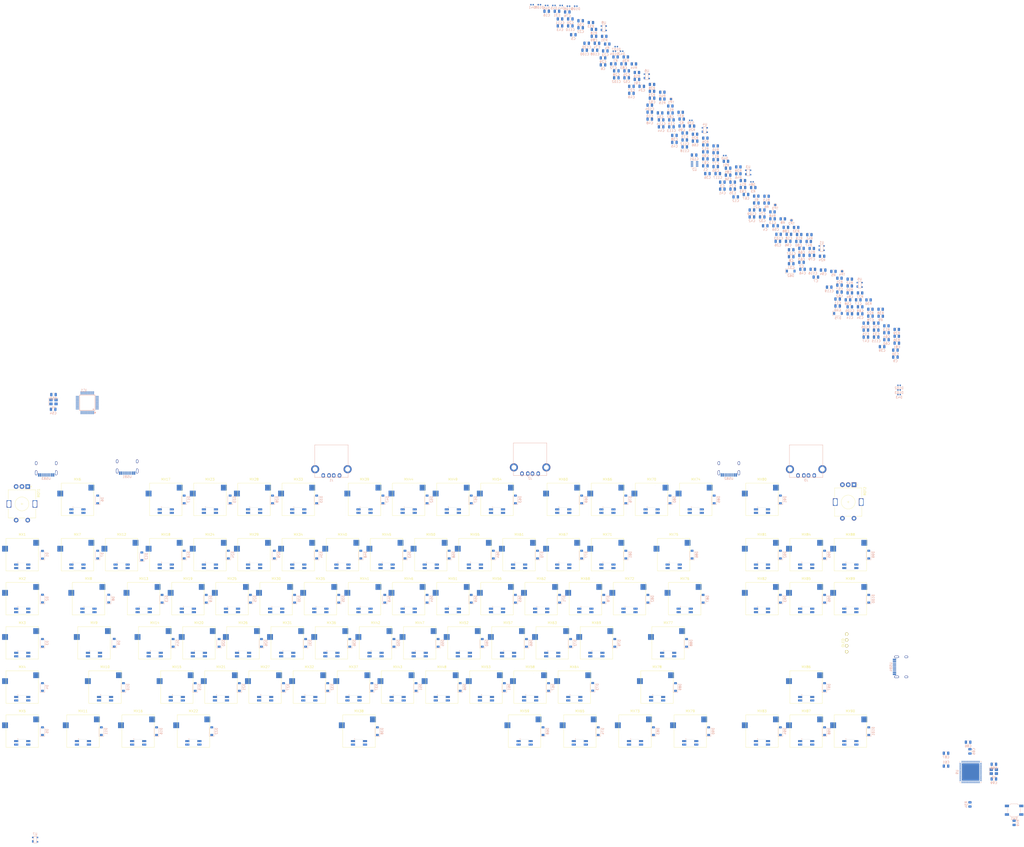
<source format=kicad_pcb>
(kicad_pcb (version 20171130) (host pcbnew "(5.1.10)-1")
  (layers (0 F.Cu signal) (31 B.Cu signal) (34 B.Paste user) (35 F.Paste user) (36 B.SilkS user) (37 F.SilkS user) (38 B.Mask user) (39 F.Mask user) (44 Edge.Cuts user))
  (net 0 "")
  (net 1 +5V)
  (net 2 GND)
  (net 3 +3V3)
  (net 4 "Net-(C40-Pad1)")
  (net 5 "Net-(C41-Pad1)")
  (net 6 HUB_XIN)
  (net 7 HUB_XOUT)
  (net 8 +1V8)
  (net 9 "Net-(C61-Pad1)")
  (net 10 "Net-(C62-Pad1)")
  (net 11 "Net-(C63-Pad1)")
  (net 12 "Net-(C64-Pad1)")
  (net 13 "Net-(C65-Pad1)")
  (net 14 "Net-(C66-Pad2)")
  (net 15 "Net-(C67-Pad1)")
  (net 16 "Net-(C77-Pad1)")
  (net 17 "Net-(C78-Pad1)")
  (net 18 "Net-(C79-Pad1)")
  (net 19 "Net-(C88-Pad2)")
  (net 20 "Net-(C89-Pad1)")
  (net 21 KEYBOARD_XTAL1)
  (net 22 KEYBOARD_XTAL2)
  (net 23 "Net-(D1-Pad2)")
  (net 24 ROW1)
  (net 25 "Net-(D2-Pad2)")
  (net 26 ROW2)
  (net 27 "Net-(D3-Pad2)")
  (net 28 ROW3)
  (net 29 "Net-(D4-Pad2)")
  (net 30 ROW4)
  (net 31 "Net-(D5-Pad2)")
  (net 32 ROW5)
  (net 33 "Net-(D6-Pad2)")
  (net 34 ROT1_ROW)
  (net 35 "Net-(D7-Pad2)")
  (net 36 "Net-(D8-Pad2)")
  (net 37 "Net-(D9-Pad2)")
  (net 38 "Net-(D10-Pad2)")
  (net 39 "Net-(D11-Pad2)")
  (net 40 "Net-(D12-Pad2)")
  (net 41 "Net-(D13-Pad2)")
  (net 42 "Net-(D14-Pad2)")
  (net 43 "Net-(D15-Pad2)")
  (net 44 "Net-(D16-Pad2)")
  (net 45 "Net-(D17-Pad2)")
  (net 46 "Net-(D18-Pad2)")
  (net 47 "Net-(D19-Pad2)")
  (net 48 "Net-(D20-Pad2)")
  (net 49 "Net-(D21-Pad2)")
  (net 50 "Net-(D22-Pad2)")
  (net 51 "Net-(D23-Pad2)")
  (net 52 "Net-(D24-Pad2)")
  (net 53 "Net-(D25-Pad2)")
  (net 54 "Net-(D26-Pad2)")
  (net 55 "Net-(D27-Pad2)")
  (net 56 "Net-(D28-Pad2)")
  (net 57 "Net-(D29-Pad2)")
  (net 58 "Net-(D30-Pad2)")
  (net 59 "Net-(D31-Pad2)")
  (net 60 "Net-(D32-Pad2)")
  (net 61 "Net-(D33-Pad2)")
  (net 62 "Net-(D34-Pad2)")
  (net 63 "Net-(D35-Pad2)")
  (net 64 "Net-(D36-Pad2)")
  (net 65 "Net-(D37-Pad2)")
  (net 66 "Net-(D38-Pad2)")
  (net 67 HUB_DRV)
  (net 68 "Net-(D39-Pad1)")
  (net 69 "Net-(D40-Pad1)")
  (net 70 "Net-(D42-Pad1)")
  (net 71 "Net-(D44-Pad1)")
  (net 72 "Net-(D102-Pad2)")
  (net 73 "Net-(D47-Pad2)")
  (net 74 "Net-(D48-Pad2)")
  (net 75 "Net-(D49-Pad2)")
  (net 76 "Net-(D50-Pad2)")
  (net 77 "Net-(D51-Pad2)")
  (net 78 "Net-(D52-Pad2)")
  (net 79 "Net-(D53-Pad2)")
  (net 80 "Net-(D54-Pad2)")
  (net 81 "Net-(D55-Pad2)")
  (net 82 "Net-(D56-Pad2)")
  (net 83 "Net-(D57-Pad2)")
  (net 84 "Net-(D58-Pad2)")
  (net 85 "Net-(D59-Pad2)")
  (net 86 "Net-(D60-Pad2)")
  (net 87 "Net-(D61-Pad2)")
  (net 88 "Net-(D62-Pad2)")
  (net 89 "Net-(D63-Pad2)")
  (net 90 "Net-(D64-Pad2)")
  (net 91 "Net-(D65-Pad2)")
  (net 92 "Net-(D66-Pad2)")
  (net 93 "Net-(D67-Pad2)")
  (net 94 "Net-(D68-Pad2)")
  (net 95 "Net-(D69-Pad2)")
  (net 96 "Net-(D70-Pad2)")
  (net 97 "Net-(D71-Pad2)")
  (net 98 "Net-(D72-Pad2)")
  (net 99 "Net-(D73-Pad2)")
  (net 100 "Net-(D74-Pad2)")
  (net 101 "Net-(D75-Pad2)")
  (net 102 "Net-(D76-Pad2)")
  (net 103 "Net-(D77-Pad2)")
  (net 104 "Net-(D78-Pad2)")
  (net 105 "Net-(D79-Pad2)")
  (net 106 "Net-(D80-Pad2)")
  (net 107 "Net-(D81-Pad2)")
  (net 108 "Net-(D82-Pad2)")
  (net 109 "Net-(D83-Pad2)")
  (net 110 "Net-(D84-Pad2)")
  (net 111 "Net-(D85-Pad2)")
  (net 112 "Net-(D86-Pad2)")
  (net 113 "Net-(D87-Pad2)")
  (net 114 "Net-(D88-Pad2)")
  (net 115 "Net-(D89-Pad2)")
  (net 116 "Net-(D90-Pad2)")
  (net 117 "Net-(D91-Pad2)")
  (net 118 "Net-(D92-Pad2)")
  (net 119 "Net-(D93-Pad2)")
  (net 120 "Net-(D94-Pad2)")
  (net 121 "Net-(D95-Pad2)")
  (net 122 "Net-(D96-Pad2)")
  (net 123 "Net-(D97-Pad2)")
  (net 124 "Net-(D98-Pad2)")
  (net 125 "Net-(D99-Pad2)")
  (net 126 "Net-(D100-Pad2)")
  (net 127 "Net-(D101-Pad2)")
  (net 128 "Net-(D103-Pad1)")
  (net 129 "Net-(D105-Pad1)")
  (net 130 "Net-(D107-Pad1)")
  (net 131 HUB_SDA)
  (net 132 HUB_LED1)
  (net 133 HUB_LED2)
  (net 134 HUB_LED3)
  (net 135 HUB_LED4)
  (net 136 HUB_PORT4_D-)
  (net 137 HUB_PORT4_D+)
  (net 138 HUB_PORT3_D-)
  (net 139 HUB_PORT3_D+)
  (net 140 HUB_PORT2_D-)
  (net 141 HUB_PORT2_D+)
  (net 142 KEYBOARD_D-)
  (net 143 KEYBOARD_D+)
  (net 144 "Net-(IC1-Pad27)")
  (net 145 HUB_D-)
  (net 146 HUB_D+)
  (net 147 HUB_PORT5_D-)
  (net 148 HUB_PORT5_D+)
  (net 149 HUB_PORT6_D-)
  (net 150 HUB_PORT6_D+)
  (net 151 HUB_PORT7_D-)
  (net 152 HUB_PORT7_D+)
  (net 153 "Net-(IC1-Pad40)")
  (net 154 "Net-(IC1-Pad41)")
  (net 155 "Net-(IC1-Pad44)")
  (net 156 HUB_LED7)
  (net 157 HUB_LED6)
  (net 158 HUB_LED5)
  (net 159 "Net-(J1-Pad3)")
  (net 160 "Net-(J1-Pad2)")
  (net 161 "Net-(J2-Pad3)")
  (net 162 "Net-(J2-Pad2)")
  (net 163 "Net-(J3-Pad3)")
  (net 164 "Net-(J3-Pad2)")
  (net 165 DOUT1)
  (net 166 COL0)
  (net 167 DOUT2)
  (net 168 DOUT3)
  (net 169 DOUT4)
  (net 170 "Net-(MX10-Pad5)")
  (net 171 DOUT5)
  (net 172 "Net-(MX11-Pad5)")
  (net 173 "Net-(MX17-Pad5)")
  (net 174 COL1)
  (net 175 "Net-(MX12-Pad5)")
  (net 176 "Net-(MX13-Pad5)")
  (net 177 "Net-(MX14-Pad5)")
  (net 178 "Net-(MX10-Pad4)")
  (net 179 "Net-(MX11-Pad4)")
  (net 180 "Net-(MX12-Pad4)")
  (net 181 COL2)
  (net 182 "Net-(MX13-Pad4)")
  (net 183 "Net-(MX14-Pad4)")
  (net 184 "Net-(MX17-Pad4)")
  (net 185 COL3)
  (net 186 COL4)
  (net 187 COL5)
  (net 188 COL6)
  (net 189 COL7)
  (net 190 COL8)
  (net 191 COL9)
  (net 192 COL10)
  (net 193 COL11)
  (net 194 COL12)
  (net 195 COL13)
  (net 196 COL14)
  (net 197 COL15)
  (net 198 COL16)
  (net 199 COL17)
  (net 200 KEYBOARD_SDA)
  (net 201 KEYBOARD_SCL)
  (net 202 "Net-(R1-Pad1)")
  (net 203 "Net-(R2-Pad1)")
  (net 204 "Net-(R14-Pad1)")
  (net 205 "Net-(R16-Pad1)")
  (net 206 ENCODER_A)
  (net 207 "Net-(R22-Pad1)")
  (net 208 "Net-(R23-Pad1)")
  (net 209 "Net-(R24-Pad1)")
  (net 210 "Net-(R25-Pad1)")
  (net 211 "Net-(R26-Pad1)")
  (net 212 "Net-(R27-Pad1)")
  (net 213 "Net-(R28-Pad1)")
  (net 214 ENCODER_B2)
  (net 215 "Net-(R30-Pad1)")
  (net 216 "Net-(R34-Pad1)")
  (net 217 "Net-(R35-Pad1)")
  (net 218 "Net-(R36-Pad1)")
  (net 219 "Net-(R37-Pad1)")
  (net 220 "Net-(R38-Pad1)")
  (net 221 "Net-(R39-Pad1)")
  (net 222 "Net-(R40-Pad1)")
  (net 223 ENCODER_B1)
  (net 224 KEYBOARD_RESET)
  (net 225 KEYBOARD_SIGNAL)
  (net 226 BKL_DATA_IN)
  (net 227 "Net-(U9-Pad55)")
  (net 228 "Net-(U9-Pad54)")
  (net 229 "Net-(U9-Pad28)")
  (net 230 "Net-(U9-Pad27)")
  (net 231 "Net-(U9-Pad19)")
  (net 232 "Net-(U9-Pad18)")
  (net 233 "Net-(U9-Pad17)")
  (net 234 "Net-(U9-Pad16)")
  (net 235 "Net-(U9-Pad15)")
  (net 236 MISO)
  (net 237 MOSI)
  (net 238 SCLK)
  (net 239 SS)
  (net 240 "Net-(U9-Pad9)")
  (net 241 "Net-(U9-Pad2)")
  (net 242 "Net-(U9-Pad1)")
  (net 243 "Net-(USB1-Pad3)")
  (net 244 "Net-(USB1-Pad9)")
  (net 245 "Net-(USB2-Pad3)")
  (net 246 "Net-(USB2-Pad9)")
  (net 247 "Net-(USB3-Pad3)")
  (net 248 "Net-(USB3-Pad9)")
  (net 249 "Net-(USB4-Pad3)")
  (net 250 "Net-(USB4-Pad9)")
  (net 251 "Net-(MX1-Pad5)")
  (net 252 "Net-(MX2-Pad5)")
  (net 253 "Net-(MX3-Pad5)")
  (net 254 "Net-(MX6-Pad4)")
  (net 255 "Net-(MX15-Pad5)")
  (net 256 "Net-(MX16-Pad5)")
  (net 257 "Net-(MX18-Pad5)")
  (net 258 "Net-(MX19-Pad5)")
  (net 259 "Net-(MX20-Pad5)")
  (net 260 "Net-(MX21-Pad5)")
  (net 261 "Net-(MX22-Pad5)")
  (net 262 "Net-(MX23-Pad5)")
  (net 263 "Net-(MX24-Pad5)")
  (net 264 "Net-(MX25-Pad5)")
  (net 265 "Net-(MX26-Pad5)")
  (net 266 "Net-(MX27-Pad5)")
  (net 267 "Net-(MX28-Pad5)")
  (net 268 "Net-(MX29-Pad5)")
  (net 269 "Net-(MX30-Pad5)")
  (net 270 "Net-(MX31-Pad5)")
  (net 271 "Net-(MX32-Pad5)")
  (net 272 "Net-(MX33-Pad5)")
  (net 273 "Net-(MX34-Pad5)")
  (net 274 "Net-(MX35-Pad5)")
  (net 275 "Net-(MX36-Pad5)")
  (net 276 "Net-(MX37-Pad5)")
  (net 277 "Net-(MX38-Pad5)")
  (net 278 "Net-(MX39-Pad5)")
  (net 279 "Net-(MX40-Pad5)")
  (net 280 "Net-(MX41-Pad5)")
  (net 281 "Net-(MX42-Pad5)")
  (net 282 "Net-(MX43-Pad5)")
  (net 283 "Net-(MX44-Pad5)")
  (net 284 "Net-(MX45-Pad5)")
  (net 285 "Net-(MX46-Pad5)")
  (net 286 "Net-(MX47-Pad5)")
  (net 287 "Net-(MX48-Pad5)")
  (net 288 "Net-(MX49-Pad5)")
  (net 289 "Net-(MX50-Pad5)")
  (net 290 "Net-(MX51-Pad5)")
  (net 291 "Net-(MX52-Pad5)")
  (net 292 "Net-(MX53-Pad5)")
  (net 293 "Net-(MX54-Pad5)")
  (net 294 "Net-(MX55-Pad5)")
  (net 295 "Net-(MX56-Pad5)")
  (net 296 "Net-(MX57-Pad5)")
  (net 297 "Net-(MX58-Pad5)")
  (net 298 "Net-(MX59-Pad5)")
  (net 299 "Net-(MX60-Pad5)")
  (net 300 "Net-(MX61-Pad5)")
  (net 301 "Net-(MX62-Pad5)")
  (net 302 "Net-(MX63-Pad5)")
  (net 303 "Net-(MX64-Pad5)")
  (net 304 "Net-(MX65-Pad5)")
  (net 305 "Net-(MX66-Pad5)")
  (net 306 "Net-(MX67-Pad5)")
  (net 307 "Net-(MX68-Pad5)")
  (net 308 "Net-(MX69-Pad5)")
  (net 309 "Net-(MX71-Pad5)")
  (net 310 "Net-(MX72-Pad5)")
  (net 311 "Net-(MX73-Pad5)")
  (net 312 "Net-(MX74-Pad5)")
  (net 313 "Net-(MX75-Pad5)")
  (net 314 "Net-(MX76-Pad5)")
  (net 315 "Net-(MX78-Pad5)")
  (net 316 "Net-(MX79-Pad5)")
  (net 317 "Net-(MX81-Pad5)")
  (net 318 "Net-(MX82-Pad5)")
  (net 319 "Net-(MX83-Pad5)")
  (net 320 "Net-(MX84-Pad5)")
  (net 321 "Net-(MX85-Pad5)")
  (net 322 "Net-(MX87-Pad5)")
  (net 323 "Net-(MX90-Pad5)")
  (module kbd:OLED_v2 (layer F.Cu) (at 523.875 -7.9375 90)
    (fp_text reference OL1)
    (fp_text value OLED hide)
    (fp_text user OLED (at 0 -1.55 90) (layer F.SilkS))
    (pad 4 thru_hole circle (at 3.81 0 90) (size 1.397 1.397) (drill 0.8128) (layers *.Cu F.SilkS B.Mask) (net 2 GND))
    (pad 3 thru_hole circle (at 1.27 0 90) (size 1.397 1.397) (drill 0.8128) (layers *.Cu F.SilkS B.Mask) (net 1 +5V))
    (pad 2 thru_hole circle (at -1.27 0 90) (size 1.397 1.397) (drill 0.8128) (layers *.Cu F.SilkS B.Mask) (net 200 KEYBOARD_SDA))
    (pad 1 thru_hole circle (at -3.81 0 90) (size 1.397 1.397) (drill 0.8128) (layers *.Cu F.SilkS B.Mask) (net 201 KEYBOARD_SCL))
  )
  (module Crystal:Crystal_SMD_3225-4Pin_3.2x2.5mm (layer B.Cu) (at 587.375 47.625)
    (fp_text reference Y2 (at 0 2.45) (layer B.SilkS) (effects (justify mirror)))
    (fp_text value 16MHz)
    (pad 4 smd rect (at -1.1 0.85) (size 1.4 1.2) (layers B.Cu B.Paste B.Mask) (net 2 GND))
    (pad 3 smd rect (at 1.1 0.85) (size 1.4 1.2) (layers B.Cu B.Paste B.Mask) (net 22 KEYBOARD_XTAL2))
    (pad 2 smd rect (at 1.1 -0.85) (size 1.4 1.2) (layers B.Cu B.Paste B.Mask) (net 2 GND))
    (pad 1 smd rect (at -1.1 -0.85) (size 1.4 1.2) (layers B.Cu B.Paste B.Mask) (net 21 KEYBOARD_XTAL1))
  )
  (module Crystal:Crystal_SMD_3225-4Pin_3.2x2.5mm (layer B.Cu) (at 181.76875 -111.91875)
    (fp_text reference Y1 (at 0 2.45) (layer B.SilkS) (effects (justify mirror)))
    (fp_text value 12MHz)
    (pad 4 smd rect (at -1.1 0.85) (size 1.4 1.2) (layers B.Cu B.Paste B.Mask) (net 2 GND))
    (pad 3 smd rect (at 1.1 0.85) (size 1.4 1.2) (layers B.Cu B.Paste B.Mask) (net 7 HUB_XOUT))
    (pad 2 smd rect (at 1.1 -0.85) (size 1.4 1.2) (layers B.Cu B.Paste B.Mask) (net 2 GND))
    (pad 1 smd rect (at -1.1 -0.85) (size 1.4 1.2) (layers B.Cu B.Paste B.Mask) (net 6 HUB_XIN))
  )
  (module Type-C:HRO-TYPE-C-31-M-12 (layer B.Cu) (at 552.2075 2.425 270)
    (fp_text reference USB4 (at 0 9.25 90) (layer B.SilkS) (effects (justify mirror)))
    (fp_text value HRO-TYPE-C-31-M-12)
    (pad 12 smd rect (at 3.225 7.695 270) (size 0.6 1.45) (layers B.Cu B.Paste B.Mask) (net 2 GND))
    (pad 1 smd rect (at -3.225 7.695 270) (size 0.6 1.45) (layers B.Cu B.Paste B.Mask) (net 2 GND))
    (pad 11 smd rect (at 2.45 7.695 270) (size 0.6 1.45) (layers B.Cu B.Paste B.Mask) (net 1 +5V))
    (pad 2 smd rect (at -2.45 7.695 270) (size 0.6 1.45) (layers B.Cu B.Paste B.Mask) (net 1 +5V))
    (pad 3 smd rect (at -1.75 7.695 270) (size 0.3 1.45) (layers B.Cu B.Paste B.Mask) (net 249 "Net-(USB4-Pad3)"))
    (pad 10 smd rect (at 1.75 7.695 270) (size 0.3 1.45) (layers B.Cu B.Paste B.Mask) (net 212 "Net-(R27-Pad1)"))
    (pad 4 smd rect (at -1.25 7.695 270) (size 0.3 1.45) (layers B.Cu B.Paste B.Mask) (net 209 "Net-(R24-Pad1)"))
    (pad 9 smd rect (at 1.25 7.695 270) (size 0.3 1.45) (layers B.Cu B.Paste B.Mask) (net 250 "Net-(USB4-Pad9)"))
    (pad 5 smd rect (at -0.75 7.695 270) (size 0.3 1.45) (layers B.Cu B.Paste B.Mask) (net 222 "Net-(R40-Pad1)"))
    (pad 8 smd rect (at 0.75 7.695 270) (size 0.3 1.45) (layers B.Cu B.Paste B.Mask) (net 221 "Net-(R39-Pad1)"))
    (pad 7 smd rect (at 0.25 7.695 270) (size 0.3 1.45) (layers B.Cu B.Paste B.Mask) (net 222 "Net-(R40-Pad1)"))
    (pad 6 smd rect (at -0.25 7.695 270) (size 0.3 1.45) (layers B.Cu B.Paste B.Mask) (net 221 "Net-(R39-Pad1)"))
    (pad "" np_thru_hole circle (at 2.89 6.25 270) (size 0.65 0.65) (drill 0.65) (layers *.Cu *.Mask))
    (pad "" np_thru_hole circle (at -2.89 6.25 270) (size 0.65 0.65) (drill 0.65) (layers *.Cu *.Mask))
    (pad 13 thru_hole oval (at -4.32 6.78 270) (size 1 2.1) (drill oval 0.6 1.7) (layers *.Cu F.Mask) (net 18 "Net-(C79-Pad1)"))
    (pad 13 thru_hole oval (at 4.32 6.78 270) (size 1 2.1) (drill oval 0.6 1.7) (layers *.Cu F.Mask) (net 18 "Net-(C79-Pad1)"))
    (pad 13 thru_hole oval (at -4.32 2.6 270) (size 1 1.6) (drill oval 0.6 1.2) (layers *.Cu F.Mask) (net 18 "Net-(C79-Pad1)"))
    (pad 13 thru_hole oval (at 4.32 2.6 270) (size 1 1.6) (drill oval 0.6 1.2) (layers *.Cu F.Mask) (net 18 "Net-(C79-Pad1)"))
  )
  (module Type-C:HRO-TYPE-C-31-M-12 (layer B.Cu) (at 178.59375 -88.10625)
    (fp_text reference USB3 (at 0 9.25) (layer B.SilkS) (effects (justify mirror)))
    (fp_text value HRO-TYPE-C-31-M-12)
    (pad 12 smd rect (at 3.225 7.695) (size 0.6 1.45) (layers B.Cu B.Paste B.Mask) (net 2 GND))
    (pad 1 smd rect (at -3.225 7.695) (size 0.6 1.45) (layers B.Cu B.Paste B.Mask) (net 2 GND))
    (pad 11 smd rect (at 2.45 7.695) (size 0.6 1.45) (layers B.Cu B.Paste B.Mask) (net 1 +5V))
    (pad 2 smd rect (at -2.45 7.695) (size 0.6 1.45) (layers B.Cu B.Paste B.Mask) (net 1 +5V))
    (pad 3 smd rect (at -1.75 7.695) (size 0.3 1.45) (layers B.Cu B.Paste B.Mask) (net 247 "Net-(USB3-Pad3)"))
    (pad 10 smd rect (at 1.75 7.695) (size 0.3 1.45) (layers B.Cu B.Paste B.Mask) (net 211 "Net-(R26-Pad1)"))
    (pad 4 smd rect (at -1.25 7.695) (size 0.3 1.45) (layers B.Cu B.Paste B.Mask) (net 208 "Net-(R23-Pad1)"))
    (pad 9 smd rect (at 1.25 7.695) (size 0.3 1.45) (layers B.Cu B.Paste B.Mask) (net 248 "Net-(USB3-Pad9)"))
    (pad 5 smd rect (at -0.75 7.695) (size 0.3 1.45) (layers B.Cu B.Paste B.Mask) (net 220 "Net-(R38-Pad1)"))
    (pad 8 smd rect (at 0.75 7.695) (size 0.3 1.45) (layers B.Cu B.Paste B.Mask) (net 219 "Net-(R37-Pad1)"))
    (pad 7 smd rect (at 0.25 7.695) (size 0.3 1.45) (layers B.Cu B.Paste B.Mask) (net 220 "Net-(R38-Pad1)"))
    (pad 6 smd rect (at -0.25 7.695) (size 0.3 1.45) (layers B.Cu B.Paste B.Mask) (net 219 "Net-(R37-Pad1)"))
    (pad "" np_thru_hole circle (at 2.89 6.25) (size 0.65 0.65) (drill 0.65) (layers *.Cu *.Mask))
    (pad "" np_thru_hole circle (at -2.89 6.25) (size 0.65 0.65) (drill 0.65) (layers *.Cu *.Mask))
    (pad 13 thru_hole oval (at -4.32 6.78) (size 1 2.1) (drill oval 0.6 1.7) (layers *.Cu F.Mask) (net 17 "Net-(C78-Pad1)"))
    (pad 13 thru_hole oval (at 4.32 6.78) (size 1 2.1) (drill oval 0.6 1.7) (layers *.Cu F.Mask) (net 17 "Net-(C78-Pad1)"))
    (pad 13 thru_hole oval (at -4.32 2.6) (size 1 1.6) (drill oval 0.6 1.2) (layers *.Cu F.Mask) (net 17 "Net-(C78-Pad1)"))
    (pad 13 thru_hole oval (at 4.32 2.6) (size 1 1.6) (drill oval 0.6 1.2) (layers *.Cu F.Mask) (net 17 "Net-(C78-Pad1)"))
  )
  (module Type-C:HRO-TYPE-C-31-M-12 (layer B.Cu) (at 473.075 -88.10625)
    (fp_text reference USB2 (at 0 9.25) (layer B.SilkS) (effects (justify mirror)))
    (fp_text value HRO-TYPE-C-31-M-12)
    (pad 12 smd rect (at 3.225 7.695) (size 0.6 1.45) (layers B.Cu B.Paste B.Mask) (net 2 GND))
    (pad 1 smd rect (at -3.225 7.695) (size 0.6 1.45) (layers B.Cu B.Paste B.Mask) (net 2 GND))
    (pad 11 smd rect (at 2.45 7.695) (size 0.6 1.45) (layers B.Cu B.Paste B.Mask) (net 1 +5V))
    (pad 2 smd rect (at -2.45 7.695) (size 0.6 1.45) (layers B.Cu B.Paste B.Mask) (net 1 +5V))
    (pad 3 smd rect (at -1.75 7.695) (size 0.3 1.45) (layers B.Cu B.Paste B.Mask) (net 245 "Net-(USB2-Pad3)"))
    (pad 10 smd rect (at 1.75 7.695) (size 0.3 1.45) (layers B.Cu B.Paste B.Mask) (net 210 "Net-(R25-Pad1)"))
    (pad 4 smd rect (at -1.25 7.695) (size 0.3 1.45) (layers B.Cu B.Paste B.Mask) (net 207 "Net-(R22-Pad1)"))
    (pad 9 smd rect (at 1.25 7.695) (size 0.3 1.45) (layers B.Cu B.Paste B.Mask) (net 246 "Net-(USB2-Pad9)"))
    (pad 5 smd rect (at -0.75 7.695) (size 0.3 1.45) (layers B.Cu B.Paste B.Mask) (net 218 "Net-(R36-Pad1)"))
    (pad 8 smd rect (at 0.75 7.695) (size 0.3 1.45) (layers B.Cu B.Paste B.Mask) (net 217 "Net-(R35-Pad1)"))
    (pad 7 smd rect (at 0.25 7.695) (size 0.3 1.45) (layers B.Cu B.Paste B.Mask) (net 218 "Net-(R36-Pad1)"))
    (pad 6 smd rect (at -0.25 7.695) (size 0.3 1.45) (layers B.Cu B.Paste B.Mask) (net 217 "Net-(R35-Pad1)"))
    (pad "" np_thru_hole circle (at 2.89 6.25) (size 0.65 0.65) (drill 0.65) (layers *.Cu *.Mask))
    (pad "" np_thru_hole circle (at -2.89 6.25) (size 0.65 0.65) (drill 0.65) (layers *.Cu *.Mask))
    (pad 13 thru_hole oval (at -4.32 6.78) (size 1 2.1) (drill oval 0.6 1.7) (layers *.Cu F.Mask) (net 16 "Net-(C77-Pad1)"))
    (pad 13 thru_hole oval (at 4.32 6.78) (size 1 2.1) (drill oval 0.6 1.7) (layers *.Cu F.Mask) (net 16 "Net-(C77-Pad1)"))
    (pad 13 thru_hole oval (at -4.32 2.6) (size 1 1.6) (drill oval 0.6 1.2) (layers *.Cu F.Mask) (net 16 "Net-(C77-Pad1)"))
    (pad 13 thru_hole oval (at 4.32 2.6) (size 1 1.6) (drill oval 0.6 1.2) (layers *.Cu F.Mask) (net 16 "Net-(C77-Pad1)"))
  )
  (module Type-C:HRO-TYPE-C-31-M-12 (layer B.Cu) (at 213.51875 -88.9)
    (fp_text reference USB1 (at 0 9.25) (layer B.SilkS) (effects (justify mirror)))
    (fp_text value "USB IN")
    (pad 12 smd rect (at 3.225 7.695) (size 0.6 1.45) (layers B.Cu B.Paste B.Mask) (net 2 GND))
    (pad 1 smd rect (at -3.225 7.695) (size 0.6 1.45) (layers B.Cu B.Paste B.Mask) (net 2 GND))
    (pad 11 smd rect (at 2.45 7.695) (size 0.6 1.45) (layers B.Cu B.Paste B.Mask) (net 1 +5V))
    (pad 2 smd rect (at -2.45 7.695) (size 0.6 1.45) (layers B.Cu B.Paste B.Mask) (net 1 +5V))
    (pad 3 smd rect (at -1.75 7.695) (size 0.3 1.45) (layers B.Cu B.Paste B.Mask) (net 243 "Net-(USB1-Pad3)"))
    (pad 10 smd rect (at 1.75 7.695) (size 0.3 1.45) (layers B.Cu B.Paste B.Mask) (net 204 "Net-(R14-Pad1)"))
    (pad 4 smd rect (at -1.25 7.695) (size 0.3 1.45) (layers B.Cu B.Paste B.Mask) (net 205 "Net-(R16-Pad1)"))
    (pad 9 smd rect (at 1.25 7.695) (size 0.3 1.45) (layers B.Cu B.Paste B.Mask) (net 244 "Net-(USB1-Pad9)"))
    (pad 5 smd rect (at -0.75 7.695) (size 0.3 1.45) (layers B.Cu B.Paste B.Mask) (net 203 "Net-(R2-Pad1)"))
    (pad 8 smd rect (at 0.75 7.695) (size 0.3 1.45) (layers B.Cu B.Paste B.Mask) (net 202 "Net-(R1-Pad1)"))
    (pad 7 smd rect (at 0.25 7.695) (size 0.3 1.45) (layers B.Cu B.Paste B.Mask) (net 203 "Net-(R2-Pad1)"))
    (pad 6 smd rect (at -0.25 7.695) (size 0.3 1.45) (layers B.Cu B.Paste B.Mask) (net 202 "Net-(R1-Pad1)"))
    (pad "" np_thru_hole circle (at 2.89 6.25) (size 0.65 0.65) (drill 0.65) (layers *.Cu *.Mask))
    (pad "" np_thru_hole circle (at -2.89 6.25) (size 0.65 0.65) (drill 0.65) (layers *.Cu *.Mask))
    (pad 13 thru_hole oval (at -4.32 6.78) (size 1 2.1) (drill oval 0.6 1.7) (layers *.Cu F.Mask) (net 5 "Net-(C41-Pad1)"))
    (pad 13 thru_hole oval (at 4.32 6.78) (size 1 2.1) (drill oval 0.6 1.7) (layers *.Cu F.Mask) (net 5 "Net-(C41-Pad1)"))
    (pad 13 thru_hole oval (at -4.32 2.6) (size 1 1.6) (drill oval 0.6 1.2) (layers *.Cu F.Mask) (net 5 "Net-(C41-Pad1)"))
    (pad 13 thru_hole oval (at 4.32 2.6) (size 1 1.6) (drill oval 0.6 1.2) (layers *.Cu F.Mask) (net 5 "Net-(C41-Pad1)"))
  )
  (module Package_DFN_QFN:QFN-64-1EP_9x9mm_P0.5mm_EP7.5x7.5mm (layer B.Cu) (at 577.34375 47.79375 270)
    (fp_text reference U9 (at 0 5.8 270) (layer B.SilkS) (effects (justify mirror)))
    (fp_text value AT90USB646-MU)
    (pad 65 smd rect (at 0 0 270) (size 7.5 7.5) (layers B.Cu B.Mask) (net 2 GND))
    (pad 64 smd custom (at -3.75 4.4125 270) (size 0.179289 0.179289) (layers B.Cu B.Paste B.Mask) (net 1 +5V) (options (clearance outline) (anchor circle)) (primitives (gr_poly (pts (xy -0.0625 0.375) (xy 0.0625 0.375) (xy 0.0625 -0.375) (xy 0.000888 -0.375) (xy -0.0625 -0.311612)) (width 0.125))))
    (pad 63 smd roundrect (at -3.25 4.4125 270) (size 0.25 0.875) (layers B.Cu B.Paste B.Mask) (net 2 GND))
    (pad 62 smd roundrect (at -2.75 4.4125 270) (size 0.25 0.875) (layers B.Cu B.Paste B.Mask) (net 9 "Net-(C61-Pad1)"))
    (pad 61 smd roundrect (at -2.25 4.4125 270) (size 0.25 0.875) (layers B.Cu B.Paste B.Mask) (net 32 ROW5))
    (pad 60 smd roundrect (at -1.75 4.4125 270) (size 0.25 0.875) (layers B.Cu B.Paste B.Mask) (net 30 ROW4))
    (pad 59 smd roundrect (at -1.25 4.4125 270) (size 0.25 0.875) (layers B.Cu B.Paste B.Mask) (net 28 ROW3))
    (pad 58 smd roundrect (at -0.75 4.4125 270) (size 0.25 0.875) (layers B.Cu B.Paste B.Mask) (net 26 ROW2))
    (pad 57 smd roundrect (at -0.25 4.4125 270) (size 0.25 0.875) (layers B.Cu B.Paste B.Mask) (net 24 ROW1))
    (pad 56 smd roundrect (at 0.25 4.4125 270) (size 0.25 0.875) (layers B.Cu B.Paste B.Mask) (net 34 ROT1_ROW))
    (pad 55 smd roundrect (at 0.75 4.4125 270) (size 0.25 0.875) (layers B.Cu B.Paste B.Mask) (net 227 "Net-(U9-Pad55)"))
    (pad 54 smd roundrect (at 1.25 4.4125 270) (size 0.25 0.875) (layers B.Cu B.Paste B.Mask) (net 228 "Net-(U9-Pad54)"))
    (pad 53 smd roundrect (at 1.75 4.4125 270) (size 0.25 0.875) (layers B.Cu B.Paste B.Mask) (net 2 GND))
    (pad 52 smd roundrect (at 2.25 4.4125 270) (size 0.25 0.875) (layers B.Cu B.Paste B.Mask) (net 1 +5V))
    (pad 51 smd roundrect (at 2.75 4.4125 270) (size 0.25 0.875) (layers B.Cu B.Paste B.Mask) (net 226 BKL_DATA_IN))
    (pad 50 smd roundrect (at 3.25 4.4125 270) (size 0.25 0.875) (layers B.Cu B.Paste B.Mask) (net 206 ENCODER_A))
    (pad 49 smd custom (at 3.75 4.4125 270) (size 0.179289 0.179289) (layers B.Cu B.Paste B.Mask) (net 223 ENCODER_B1) (options (clearance outline) (anchor circle)) (primitives (gr_poly (pts (xy -0.0625 0.375) (xy 0.0625 0.375) (xy 0.0625 -0.311612) (xy -0.000888 -0.375) (xy -0.0625 -0.375)) (width 0.125))))
    (pad 48 smd custom (at 4.4125 3.75 270) (size 0.179289 0.179289) (layers B.Cu B.Paste B.Mask) (net 214 ENCODER_B2) (options (clearance outline) (anchor circle)) (primitives (gr_poly (pts (xy -0.375 -0.000888) (xy -0.311612 0.0625) (xy 0.375 0.0625) (xy 0.375 -0.0625) (xy -0.375 -0.0625)) (width 0.125))))
    (pad 47 smd roundrect (at 4.4125 3.25 270) (size 0.875 0.25) (layers B.Cu B.Paste B.Mask) (net 166 COL0))
    (pad 46 smd roundrect (at 4.4125 2.75 270) (size 0.875 0.25) (layers B.Cu B.Paste B.Mask) (net 174 COL1))
    (pad 45 smd roundrect (at 4.4125 2.25 270) (size 0.875 0.25) (layers B.Cu B.Paste B.Mask) (net 181 COL2))
    (pad 44 smd roundrect (at 4.4125 1.75 270) (size 0.875 0.25) (layers B.Cu B.Paste B.Mask) (net 185 COL3))
    (pad 43 smd roundrect (at 4.4125 1.25 270) (size 0.875 0.25) (layers B.Cu B.Paste B.Mask) (net 216 "Net-(R34-Pad1)"))
    (pad 42 smd roundrect (at 4.4125 0.75 270) (size 0.875 0.25) (layers B.Cu B.Paste B.Mask) (net 186 COL4))
    (pad 41 smd roundrect (at 4.4125 0.25 270) (size 0.875 0.25) (layers B.Cu B.Paste B.Mask) (net 187 COL5))
    (pad 40 smd roundrect (at 4.4125 -0.25 270) (size 0.875 0.25) (layers B.Cu B.Paste B.Mask) (net 188 COL6))
    (pad 39 smd roundrect (at 4.4125 -0.75 270) (size 0.875 0.25) (layers B.Cu B.Paste B.Mask) (net 189 COL7))
    (pad 38 smd roundrect (at 4.4125 -1.25 270) (size 0.875 0.25) (layers B.Cu B.Paste B.Mask) (net 190 COL8))
    (pad 37 smd roundrect (at 4.4125 -1.75 270) (size 0.875 0.25) (layers B.Cu B.Paste B.Mask) (net 191 COL9))
    (pad 36 smd roundrect (at 4.4125 -2.25 270) (size 0.875 0.25) (layers B.Cu B.Paste B.Mask) (net 192 COL10))
    (pad 35 smd roundrect (at 4.4125 -2.75 270) (size 0.875 0.25) (layers B.Cu B.Paste B.Mask) (net 193 COL11))
    (pad 34 smd roundrect (at 4.4125 -3.25 270) (size 0.875 0.25) (layers B.Cu B.Paste B.Mask) (net 194 COL12))
    (pad 33 smd custom (at 4.4125 -3.75 270) (size 0.179289 0.179289) (layers B.Cu B.Paste B.Mask) (net 195 COL13) (options (clearance outline) (anchor circle)) (primitives (gr_poly (pts (xy -0.375 0.0625) (xy 0.375 0.0625) (xy 0.375 -0.0625) (xy -0.311612 -0.0625) (xy -0.375 0.000888)) (width 0.125))))
    (pad 32 smd custom (at 3.75 -4.4125 270) (size 0.179289 0.179289) (layers B.Cu B.Paste B.Mask) (net 196 COL14) (options (clearance outline) (anchor circle)) (primitives (gr_poly (pts (xy -0.0625 0.375) (xy -0.000888 0.375) (xy 0.0625 0.311612) (xy 0.0625 -0.375) (xy -0.0625 -0.375)) (width 0.125))))
    (pad 31 smd roundrect (at 3.25 -4.4125 270) (size 0.25 0.875) (layers B.Cu B.Paste B.Mask) (net 197 COL15))
    (pad 30 smd roundrect (at 2.75 -4.4125 270) (size 0.25 0.875) (layers B.Cu B.Paste B.Mask) (net 198 COL16))
    (pad 29 smd roundrect (at 2.25 -4.4125 270) (size 0.25 0.875) (layers B.Cu B.Paste B.Mask) (net 199 COL17))
    (pad 28 smd roundrect (at 1.75 -4.4125 270) (size 0.25 0.875) (layers B.Cu B.Paste B.Mask) (net 229 "Net-(U9-Pad28)"))
    (pad 27 smd roundrect (at 1.25 -4.4125 270) (size 0.25 0.875) (layers B.Cu B.Paste B.Mask) (net 230 "Net-(U9-Pad27)"))
    (pad 26 smd roundrect (at 0.75 -4.4125 270) (size 0.25 0.875) (layers B.Cu B.Paste B.Mask) (net 200 KEYBOARD_SDA))
    (pad 25 smd roundrect (at 0.25 -4.4125 270) (size 0.25 0.875) (layers B.Cu B.Paste B.Mask) (net 201 KEYBOARD_SCL))
    (pad 24 smd roundrect (at -0.25 -4.4125 270) (size 0.25 0.875) (layers B.Cu B.Paste B.Mask) (net 21 KEYBOARD_XTAL1))
    (pad 23 smd roundrect (at -0.75 -4.4125 270) (size 0.25 0.875) (layers B.Cu B.Paste B.Mask) (net 22 KEYBOARD_XTAL2))
    (pad 22 smd roundrect (at -1.25 -4.4125 270) (size 0.25 0.875) (layers B.Cu B.Paste B.Mask) (net 2 GND))
    (pad 21 smd roundrect (at -1.75 -4.4125 270) (size 0.25 0.875) (layers B.Cu B.Paste B.Mask) (net 1 +5V))
    (pad 20 smd roundrect (at -2.25 -4.4125 270) (size 0.25 0.875) (layers B.Cu B.Paste B.Mask) (net 224 KEYBOARD_RESET))
    (pad 19 smd roundrect (at -2.75 -4.4125 270) (size 0.25 0.875) (layers B.Cu B.Paste B.Mask) (net 231 "Net-(U9-Pad19)"))
    (pad 18 smd roundrect (at -3.25 -4.4125 270) (size 0.25 0.875) (layers B.Cu B.Paste B.Mask) (net 232 "Net-(U9-Pad18)"))
    (pad 17 smd custom (at -3.75 -4.4125 270) (size 0.179289 0.179289) (layers B.Cu B.Paste B.Mask) (net 233 "Net-(U9-Pad17)") (options (clearance outline) (anchor circle)) (primitives (gr_poly (pts (xy -0.0625 0.311612) (xy 0.000888 0.375) (xy 0.0625 0.375) (xy 0.0625 -0.375) (xy -0.0625 -0.375)) (width 0.125))))
    (pad 16 smd custom (at -4.4125 -3.75 270) (size 0.179289 0.179289) (layers B.Cu B.Paste B.Mask) (net 234 "Net-(U9-Pad16)") (options (clearance outline) (anchor circle)) (primitives (gr_poly (pts (xy -0.375 0.0625) (xy 0.375 0.0625) (xy 0.375 0.000888) (xy 0.311612 -0.0625) (xy -0.375 -0.0625)) (width 0.125))))
    (pad 15 smd roundrect (at -4.4125 -3.25 270) (size 0.875 0.25) (layers B.Cu B.Paste B.Mask) (net 235 "Net-(U9-Pad15)"))
    (pad 14 smd roundrect (at -4.4125 -2.75 270) (size 0.875 0.25) (layers B.Cu B.Paste B.Mask) (net 225 KEYBOARD_SIGNAL))
    (pad 13 smd roundrect (at -4.4125 -2.25 270) (size 0.875 0.25) (layers B.Cu B.Paste B.Mask) (net 236 MISO))
    (pad 12 smd roundrect (at -4.4125 -1.75 270) (size 0.875 0.25) (layers B.Cu B.Paste B.Mask) (net 237 MOSI))
    (pad 11 smd roundrect (at -4.4125 -1.25 270) (size 0.875 0.25) (layers B.Cu B.Paste B.Mask) (net 238 SCLK))
    (pad 10 smd roundrect (at -4.4125 -0.75 270) (size 0.875 0.25) (layers B.Cu B.Paste B.Mask) (net 239 SS))
    (pad 9 smd roundrect (at -4.4125 -0.25 270) (size 0.875 0.25) (layers B.Cu B.Paste B.Mask) (net 240 "Net-(U9-Pad9)"))
    (pad 8 smd roundrect (at -4.4125 0.25 270) (size 0.875 0.25) (layers B.Cu B.Paste B.Mask) (net 1 +5V))
    (pad 7 smd roundrect (at -4.4125 0.75 270) (size 0.875 0.25) (layers B.Cu B.Paste B.Mask) (net 13 "Net-(C65-Pad1)"))
    (pad 6 smd roundrect (at -4.4125 1.25 270) (size 0.875 0.25) (layers B.Cu B.Paste B.Mask) (net 2 GND))
    (pad 5 smd roundrect (at -4.4125 1.75 270) (size 0.875 0.25) (layers B.Cu B.Paste B.Mask) (net 215 "Net-(R30-Pad1)"))
    (pad 4 smd roundrect (at -4.4125 2.25 270) (size 0.875 0.25) (layers B.Cu B.Paste B.Mask) (net 213 "Net-(R28-Pad1)"))
    (pad 3 smd roundrect (at -4.4125 2.75 270) (size 0.875 0.25) (layers B.Cu B.Paste B.Mask) (net 1 +5V))
    (pad 2 smd roundrect (at -4.4125 3.25 270) (size 0.875 0.25) (layers B.Cu B.Paste B.Mask) (net 241 "Net-(U9-Pad2)"))
    (pad 1 smd custom (at -4.4125 3.75 270) (size 0.179289 0.179289) (layers B.Cu B.Paste B.Mask) (net 242 "Net-(U9-Pad1)") (options (clearance outline) (anchor circle)) (primitives (gr_poly (pts (xy -0.375 0.0625) (xy 0.311612 0.0625) (xy 0.375 -0.000888) (xy 0.375 -0.0625) (xy -0.375 -0.0625)) (width 0.125))))
  )
  (module random-keyboard-parts:SOT143B (layer B.Cu) (at 419.13125 -273.19875)
    (fp_text reference U8 (at 0 -2.45) (layer B.SilkS) (effects (justify mirror)))
    (fp_text value PRTR5V0U2X)
    (pad 1 smd rect (at -1 0.75 90) (size 1 0.7) (layers B.Cu B.Paste B.Mask) (net 2 GND))
    (pad 4 smd rect (at 1 0.95 90) (size 0.6 0.7) (layers B.Cu B.Paste B.Mask) (net 1 +5V))
    (pad 2 smd rect (at -1 -0.95 90) (size 0.6 0.7) (layers B.Cu B.Paste B.Mask) (net 163 "Net-(J3-Pad3)"))
    (pad 3 smd rect (at 1 -0.95 90) (size 0.6 0.7) (layers B.Cu B.Paste B.Mask) (net 164 "Net-(J3-Pad2)"))
  )
  (module random-keyboard-parts:SOT143B (layer B.Cu) (at 173.83125 76.99375)
    (fp_text reference U7 (at 0 -2.45) (layer B.SilkS) (effects (justify mirror)))
    (fp_text value PRTR5V0U2X)
    (pad 1 smd rect (at -1 0.75 90) (size 1 0.7) (layers B.Cu B.Paste B.Mask) (net 2 GND))
    (pad 4 smd rect (at 1 0.95 90) (size 0.6 0.7) (layers B.Cu B.Paste B.Mask) (net 1 +5V))
    (pad 2 smd rect (at -1 -0.95 90) (size 0.6 0.7) (layers B.Cu B.Paste B.Mask) (net 161 "Net-(J2-Pad3)"))
    (pad 3 smd rect (at 1 -0.95 90) (size 0.6 0.7) (layers B.Cu B.Paste B.Mask) (net 162 "Net-(J2-Pad2)"))
  )
  (module random-keyboard-parts:SOT143B (layer B.Cu) (at 437.68125 -252.44875)
    (fp_text reference U6 (at 0 -2.45) (layer B.SilkS) (effects (justify mirror)))
    (fp_text value PRTR5V0U2X)
    (pad 1 smd rect (at -1 0.75 90) (size 1 0.7) (layers B.Cu B.Paste B.Mask) (net 2 GND))
    (pad 4 smd rect (at 1 0.95 90) (size 0.6 0.7) (layers B.Cu B.Paste B.Mask) (net 1 +5V))
    (pad 2 smd rect (at -1 -0.95 90) (size 0.6 0.7) (layers B.Cu B.Paste B.Mask) (net 159 "Net-(J1-Pad3)"))
    (pad 3 smd rect (at 1 -0.95 90) (size 0.6 0.7) (layers B.Cu B.Paste B.Mask) (net 160 "Net-(J1-Pad2)"))
  )
  (module random-keyboard-parts:SOT143B (layer B.Cu) (at 529.49125 -162.45875)
    (fp_text reference U5 (at 0 -2.45) (layer B.SilkS) (effects (justify mirror)))
    (fp_text value PRTR5V0U2X)
    (pad 1 smd rect (at -1 0.75 90) (size 1 0.7) (layers B.Cu B.Paste B.Mask) (net 2 GND))
    (pad 4 smd rect (at 1 0.95 90) (size 0.6 0.7) (layers B.Cu B.Paste B.Mask) (net 1 +5V))
    (pad 2 smd rect (at -1 -0.95 90) (size 0.6 0.7) (layers B.Cu B.Paste B.Mask) (net 221 "Net-(R39-Pad1)"))
    (pad 3 smd rect (at 1 -0.95 90) (size 0.6 0.7) (layers B.Cu B.Paste B.Mask) (net 222 "Net-(R40-Pad1)"))
  )
  (module random-keyboard-parts:SOT143B (layer B.Cu) (at 462.70125 -229.26875)
    (fp_text reference U4 (at 0 -2.45) (layer B.SilkS) (effects (justify mirror)))
    (fp_text value PRTR5V0U2X)
    (pad 1 smd rect (at -1 0.75 90) (size 1 0.7) (layers B.Cu B.Paste B.Mask) (net 2 GND))
    (pad 4 smd rect (at 1 0.95 90) (size 0.6 0.7) (layers B.Cu B.Paste B.Mask) (net 1 +5V))
    (pad 2 smd rect (at -1 -0.95 90) (size 0.6 0.7) (layers B.Cu B.Paste B.Mask) (net 219 "Net-(R37-Pad1)"))
    (pad 3 smd rect (at 1 -0.95 90) (size 0.6 0.7) (layers B.Cu B.Paste B.Mask) (net 220 "Net-(R38-Pad1)"))
  )
  (module random-keyboard-parts:SOT143B (layer B.Cu) (at 481.39125 -210.94875)
    (fp_text reference U3 (at 0 -2.45) (layer B.SilkS) (effects (justify mirror)))
    (fp_text value PRTR5V0U2X)
    (pad 1 smd rect (at -1 0.75 90) (size 1 0.7) (layers B.Cu B.Paste B.Mask) (net 2 GND))
    (pad 4 smd rect (at 1 0.95 90) (size 0.6 0.7) (layers B.Cu B.Paste B.Mask) (net 1 +5V))
    (pad 2 smd rect (at -1 -0.95 90) (size 0.6 0.7) (layers B.Cu B.Paste B.Mask) (net 217 "Net-(R35-Pad1)"))
    (pad 3 smd rect (at 1 -0.95 90) (size 0.6 0.7) (layers B.Cu B.Paste B.Mask) (net 218 "Net-(R36-Pad1)"))
  )
  (module Package_TO_SOT_SMD:SOT-23-8 (layer B.Cu) (at 458.28125 -214.63875)
    (fp_text reference U2 (at 0 2.5) (layer B.SilkS) (effects (justify mirror)))
    (fp_text value 24LC02)
    (pad 8 smd rect (at 1.1 0.98) (size 1.06 0.4) (layers B.Cu B.Paste B.Mask) (net 3 +3V3))
    (pad 7 smd rect (at 1.1 0.33) (size 1.06 0.4) (layers B.Cu B.Paste B.Mask) (net 3 +3V3))
    (pad 6 smd rect (at 1.1 -0.33) (size 1.06 0.4) (layers B.Cu B.Paste B.Mask) (net 132 HUB_LED1))
    (pad 5 smd rect (at 1.1 -0.98) (size 1.06 0.4) (layers B.Cu B.Paste B.Mask) (net 131 HUB_SDA))
    (pad 4 smd rect (at -1.1 -0.98) (size 1.06 0.4) (layers B.Cu B.Paste B.Mask) (net 2 GND))
    (pad 3 smd rect (at -1.1 -0.33) (size 1.06 0.4) (layers B.Cu B.Paste B.Mask) (net 2 GND))
    (pad 2 smd rect (at -1.1 0.33) (size 1.06 0.4) (layers B.Cu B.Paste B.Mask) (net 2 GND))
    (pad 1 smd rect (at -1.1 0.98) (size 1.06 0.4) (layers B.Cu B.Paste B.Mask) (net 2 GND))
  )
  (module random-keyboard-parts:SOT143B (layer B.Cu) (at 513.10125 -178.30875)
    (fp_text reference U1 (at 0 -2.45) (layer B.SilkS) (effects (justify mirror)))
    (fp_text value PRTR5V0U2X)
    (pad 1 smd rect (at -1 0.75 90) (size 1 0.7) (layers B.Cu B.Paste B.Mask) (net 2 GND))
    (pad 4 smd rect (at 1 0.95 90) (size 0.6 0.7) (layers B.Cu B.Paste B.Mask) (net 1 +5V))
    (pad 2 smd rect (at -1 -0.95 90) (size 0.6 0.7) (layers B.Cu B.Paste B.Mask) (net 202 "Net-(R1-Pad1)"))
    (pad 3 smd rect (at 1 -0.95 90) (size 0.6 0.7) (layers B.Cu B.Paste B.Mask) (net 203 "Net-(R2-Pad1)"))
  )
  (module TestPoint:TestPoint_Pad_D1.0mm (layer B.Cu) (at 521.90125 -168.31875)
    (fp_text reference TP4 (at 0 1.448) (layer B.SilkS) (effects (justify mirror)))
    (fp_text value VCC)
    (pad 1 smd circle (at 0 0) (size 1 1) (layers B.Cu B.Mask) (net 1 +5V))
  )
  (module TestPoint:TestPoint_Pad_D1.0mm (layer B.Cu) (at 493.07125 -196.93875)
    (fp_text reference TP3 (at 0 1.448) (layer B.SilkS) (effects (justify mirror)))
    (fp_text value VCC)
    (pad 1 smd circle (at 0 0) (size 1 1) (layers B.Cu B.Mask) (net 1 +5V))
  )
  (module TestPoint:TestPoint_Pad_D1.0mm (layer B.Cu) (at 500.07125 -190.29875)
    (fp_text reference TP2 (at 0 1.448) (layer B.SilkS) (effects (justify mirror)))
    (fp_text value VCC)
    (pad 1 smd circle (at 0 0) (size 1 1) (layers B.Cu B.Mask) (net 1 +5V))
  )
  (module TestPoint:TestPoint_Pad_D1.0mm (layer B.Cu) (at 448.10125 -242.63875)
    (fp_text reference TP1 (at 0 1.448) (layer B.SilkS) (effects (justify mirror)))
    (fp_text value VCC)
    (pad 1 smd circle (at 0 0) (size 1 1) (layers B.Cu B.Mask) (net 1 +5V))
  )
  (module Button_Switch_SMD:SW_SPST_SKQG_WithStem (layer B.Cu) (at 596.10625 64.29375)
    (fp_text reference SW1 (at 0 3.6) (layer B.SilkS) (effects (justify mirror)))
    (fp_text value SW_Push)
    (pad 2 smd rect (at 3.1 -1.85) (size 1.8 1.1) (layers B.Cu B.Paste B.Mask) (net 2 GND))
    (pad 2 smd rect (at -3.1 -1.85) (size 1.8 1.1) (layers B.Cu B.Paste B.Mask) (net 2 GND))
    (pad 1 smd rect (at 3.1 1.85) (size 1.8 1.1) (layers B.Cu B.Paste B.Mask) (net 224 KEYBOARD_RESET))
    (pad 1 smd rect (at -3.1 1.85) (size 1.8 1.1) (layers B.Cu B.Paste B.Mask) (net 224 KEYBOARD_RESET))
  )
  (module Rotary_Encoder:RotaryEncoder_Alps_EC11E-Switch_Vertical_H20mm (layer F.Cu) (at 527.05 -76.2 270)
    (fp_text reference ROT2 (at 2.8 -4.7 90) (layer F.SilkS))
    (fp_text value Rotary_Encoder_Switch)
    (pad A thru_hole rect (at 0 0 270) (size 2 2) (drill 1) (layers *.Cu *.Mask) (net 19 "Net-(C88-Pad2)"))
    (pad C thru_hole circle (at 0 2.5 270) (size 2 2) (drill 1) (layers *.Cu *.Mask) (net 2 GND))
    (pad B thru_hole circle (at 0 5 270) (size 2 2) (drill 1) (layers *.Cu *.Mask) (net 20 "Net-(C89-Pad1)"))
    (pad MP thru_hole rect (at 7.5 -3.1 270) (size 3.2 2) (drill oval 2.8 1.5) (layers *.Cu *.Mask))
    (pad MP thru_hole rect (at 7.5 8.1 270) (size 3.2 2) (drill oval 2.8 1.5) (layers *.Cu *.Mask))
    (pad S2 thru_hole circle (at 14.5 0 270) (size 2 2) (drill 1) (layers *.Cu *.Mask) (net 101 "Net-(D75-Pad2)"))
    (pad S1 thru_hole circle (at 14.5 5 270) (size 2 2) (drill 1) (layers *.Cu *.Mask) (net 199 COL17))
  )
  (module Rotary_Encoder:RotaryEncoder_Alps_EC11E-Switch_Vertical_H20mm (layer F.Cu) (at 170.65625 -75.40625 270)
    (fp_text reference ROT1 (at 2.8 -4.7 90) (layer F.SilkS))
    (fp_text value Rotary_Encoder_Switch)
    (pad A thru_hole rect (at 0 0 270) (size 2 2) (drill 1) (layers *.Cu *.Mask) (net 14 "Net-(C66-Pad2)"))
    (pad C thru_hole circle (at 0 2.5 270) (size 2 2) (drill 1) (layers *.Cu *.Mask) (net 2 GND))
    (pad B thru_hole circle (at 0 5 270) (size 2 2) (drill 1) (layers *.Cu *.Mask) (net 15 "Net-(C67-Pad1)"))
    (pad MP thru_hole rect (at 7.5 -3.1 270) (size 3.2 2) (drill oval 2.8 1.5) (layers *.Cu *.Mask))
    (pad MP thru_hole rect (at 7.5 8.1 270) (size 3.2 2) (drill oval 2.8 1.5) (layers *.Cu *.Mask))
    (pad S2 thru_hole circle (at 14.5 0 270) (size 2 2) (drill 1) (layers *.Cu *.Mask) (net 88 "Net-(D62-Pad2)"))
    (pad S1 thru_hole circle (at 14.5 5 270) (size 2 2) (drill 1) (layers *.Cu *.Mask) (net 166 COL0))
  )
  (module Resistor_SMD:R_0805_2012Metric (layer B.Cu) (at 471.81125 -215.77875)
    (fp_text reference R51 (at 0 1.65) (layer B.SilkS) (effects (justify mirror)))
    (fp_text value 500)
    (pad 2 smd roundrect (at 0.9125 0) (size 1.025 1.4) (layers B.Cu B.Paste B.Mask) (roundrect_rratio 0.243902) (net 254 "Net-(MX6-Pad4)"))
    (pad 1 smd roundrect (at -0.9125 0) (size 1.025 1.4) (layers B.Cu B.Paste B.Mask) (roundrect_rratio 0.243902) (net 226 BKL_DATA_IN))
  )
  (module Resistor_SMD:R_0805_2012Metric (layer B.Cu) (at 525.22125 -161.96875)
    (fp_text reference R50 (at 0 1.65) (layer B.SilkS) (effects (justify mirror)))
    (fp_text value 150)
    (pad 2 smd roundrect (at 0.9125 0) (size 1.025 1.4) (layers B.Cu B.Paste B.Mask) (roundrect_rratio 0.243902) (net 225 KEYBOARD_SIGNAL))
    (pad 1 smd roundrect (at -0.9125 0) (size 1.025 1.4) (layers B.Cu B.Paste B.Mask) (roundrect_rratio 0.243902) (net 110 "Net-(D84-Pad2)"))
  )
  (module Resistor_SMD:R_0805_2012Metric (layer B.Cu) (at 596.10625 69.73125 90)
    (fp_text reference R49 (at 0 1.65 90) (layer B.SilkS) (effects (justify mirror)))
    (fp_text value 10k)
    (pad 2 smd roundrect (at 0.9125 0 90) (size 1.025 1.4) (layers B.Cu B.Paste B.Mask) (roundrect_rratio 0.243902) (net 224 KEYBOARD_RESET))
    (pad 1 smd roundrect (at -0.9125 0 90) (size 1.025 1.4) (layers B.Cu B.Paste B.Mask) (roundrect_rratio 0.243902) (net 1 +5V))
  )
  (module Resistor_SMD:R_0805_2012Metric (layer B.Cu) (at 491.89125 -193.93875)
    (fp_text reference R48 (at 0 1.65) (layer B.SilkS) (effects (justify mirror)))
    (fp_text value 10k)
    (pad 2 smd roundrect (at 0.9125 0) (size 1.025 1.4) (layers B.Cu B.Paste B.Mask) (roundrect_rratio 0.243902) (net 20 "Net-(C89-Pad1)"))
    (pad 1 smd roundrect (at -0.9125 0) (size 1.025 1.4) (layers B.Cu B.Paste B.Mask) (roundrect_rratio 0.243902) (net 223 ENCODER_B1))
  )
  (module Resistor_SMD:R_0805_2012Metric (layer B.Cu) (at 507.53125 -181.16875)
    (fp_text reference R47 (at 0 1.65) (layer B.SilkS) (effects (justify mirror)))
    (fp_text value 10k)
    (pad 2 smd roundrect (at 0.9125 0) (size 1.025 1.4) (layers B.Cu B.Paste B.Mask) (roundrect_rratio 0.243902) (net 206 ENCODER_A))
    (pad 1 smd roundrect (at -0.9125 0) (size 1.025 1.4) (layers B.Cu B.Paste B.Mask) (roundrect_rratio 0.243902) (net 19 "Net-(C88-Pad2)"))
  )
  (module Resistor_SMD:R_0805_2012Metric (layer B.Cu) (at 477.16125 -210.39875)
    (fp_text reference R46 (at 0 1.65) (layer B.SilkS) (effects (justify mirror)))
    (fp_text value 22)
    (pad 2 smd roundrect (at 0.9125 0) (size 1.025 1.4) (layers B.Cu B.Paste B.Mask) (roundrect_rratio 0.243902) (net 136 HUB_PORT4_D-))
    (pad 1 smd roundrect (at -0.9125 0) (size 1.025 1.4) (layers B.Cu B.Paste B.Mask) (roundrect_rratio 0.243902) (net 164 "Net-(J3-Pad2)"))
  )
  (module Resistor_SMD:R_0805_2012Metric (layer B.Cu) (at 467.37125 -222.41875)
    (fp_text reference R45 (at 0 1.65) (layer B.SilkS) (effects (justify mirror)))
    (fp_text value 22)
    (pad 2 smd roundrect (at 0.9125 0) (size 1.025 1.4) (layers B.Cu B.Paste B.Mask) (roundrect_rratio 0.243902) (net 137 HUB_PORT4_D+))
    (pad 1 smd roundrect (at -0.9125 0) (size 1.025 1.4) (layers B.Cu B.Paste B.Mask) (roundrect_rratio 0.243902) (net 163 "Net-(J3-Pad3)"))
  )
  (module Resistor_SMD:R_0805_2012Metric (layer B.Cu) (at 432.11125 -257.79875)
    (fp_text reference R44 (at 0 1.65) (layer B.SilkS) (effects (justify mirror)))
    (fp_text value 22)
    (pad 2 smd roundrect (at 0.9125 0) (size 1.025 1.4) (layers B.Cu B.Paste B.Mask) (roundrect_rratio 0.243902) (net 138 HUB_PORT3_D-))
    (pad 1 smd roundrect (at -0.9125 0) (size 1.025 1.4) (layers B.Cu B.Paste B.Mask) (roundrect_rratio 0.243902) (net 162 "Net-(J2-Pad2)"))
  )
  (module Resistor_SMD:R_0805_2012Metric (layer B.Cu) (at 489.34125 -200.68875)
    (fp_text reference R43 (at 0 1.65) (layer B.SilkS) (effects (justify mirror)))
    (fp_text value 22)
    (pad 2 smd roundrect (at 0.9125 0) (size 1.025 1.4) (layers B.Cu B.Paste B.Mask) (roundrect_rratio 0.243902) (net 139 HUB_PORT3_D+))
    (pad 1 smd roundrect (at -0.9125 0) (size 1.025 1.4) (layers B.Cu B.Paste B.Mask) (roundrect_rratio 0.243902) (net 161 "Net-(J2-Pad3)"))
  )
  (module Resistor_SMD:R_0805_2012Metric (layer B.Cu) (at 525.22125 -164.91875)
    (fp_text reference R42 (at 0 1.65) (layer B.SilkS) (effects (justify mirror)))
    (fp_text value 22)
    (pad 2 smd roundrect (at 0.9125 0) (size 1.025 1.4) (layers B.Cu B.Paste B.Mask) (roundrect_rratio 0.243902) (net 140 HUB_PORT2_D-))
    (pad 1 smd roundrect (at -0.9125 0) (size 1.025 1.4) (layers B.Cu B.Paste B.Mask) (roundrect_rratio 0.243902) (net 160 "Net-(J1-Pad2)"))
  )
  (module Resistor_SMD:R_0805_2012Metric (layer B.Cu) (at 507.80125 -184.11875)
    (fp_text reference R41 (at 0 1.65) (layer B.SilkS) (effects (justify mirror)))
    (fp_text value 22)
    (pad 2 smd roundrect (at 0.9125 0) (size 1.025 1.4) (layers B.Cu B.Paste B.Mask) (roundrect_rratio 0.243902) (net 141 HUB_PORT2_D+))
    (pad 1 smd roundrect (at -0.9125 0) (size 1.025 1.4) (layers B.Cu B.Paste B.Mask) (roundrect_rratio 0.243902) (net 159 "Net-(J1-Pad3)"))
  )
  (module Resistor_SMD:R_0805_2012Metric (layer B.Cu) (at 444.37125 -245.59875)
    (fp_text reference R40 (at 0 1.65) (layer B.SilkS) (effects (justify mirror)))
    (fp_text value 22)
    (pad 2 smd roundrect (at 0.9125 0) (size 1.025 1.4) (layers B.Cu B.Paste B.Mask) (roundrect_rratio 0.243902) (net 151 HUB_PORT7_D-))
    (pad 1 smd roundrect (at -0.9125 0) (size 1.025 1.4) (layers B.Cu B.Paste B.Mask) (roundrect_rratio 0.243902) (net 222 "Net-(R40-Pad1)"))
  )
  (module Resistor_SMD:R_0805_2012Metric (layer B.Cu) (at 477.16125 -213.34875)
    (fp_text reference R39 (at 0 1.65) (layer B.SilkS) (effects (justify mirror)))
    (fp_text value 22)
    (pad 2 smd roundrect (at 0.9125 0) (size 1.025 1.4) (layers B.Cu B.Paste B.Mask) (roundrect_rratio 0.243902) (net 152 HUB_PORT7_D+))
    (pad 1 smd roundrect (at -0.9125 0) (size 1.025 1.4) (layers B.Cu B.Paste B.Mask) (roundrect_rratio 0.243902) (net 221 "Net-(R39-Pad1)"))
  )
  (module Resistor_SMD:R_0805_2012Metric (layer B.Cu) (at 538.53125 -151.91875)
    (fp_text reference R38 (at 0 1.65) (layer B.SilkS) (effects (justify mirror)))
    (fp_text value 22)
    (pad 2 smd roundrect (at 0.9125 0) (size 1.025 1.4) (layers B.Cu B.Paste B.Mask) (roundrect_rratio 0.243902) (net 149 HUB_PORT6_D-))
    (pad 1 smd roundrect (at -0.9125 0) (size 1.025 1.4) (layers B.Cu B.Paste B.Mask) (roundrect_rratio 0.243902) (net 220 "Net-(R38-Pad1)"))
  )
  (module Resistor_SMD:R_0805_2012Metric (layer B.Cu) (at 452.28125 -236.92875)
    (fp_text reference R37 (at 0 1.65) (layer B.SilkS) (effects (justify mirror)))
    (fp_text value 22)
    (pad 2 smd roundrect (at 0.9125 0) (size 1.025 1.4) (layers B.Cu B.Paste B.Mask) (roundrect_rratio 0.243902) (net 150 HUB_PORT6_D+))
    (pad 1 smd roundrect (at -0.9125 0) (size 1.025 1.4) (layers B.Cu B.Paste B.Mask) (roundrect_rratio 0.243902) (net 219 "Net-(R37-Pad1)"))
  )
  (module Resistor_SMD:R_0805_2012Metric (layer B.Cu) (at 545.49125 -140.26875)
    (fp_text reference R36 (at 0 1.65) (layer B.SilkS) (effects (justify mirror)))
    (fp_text value 22)
    (pad 2 smd roundrect (at 0.9125 0) (size 1.025 1.4) (layers B.Cu B.Paste B.Mask) (roundrect_rratio 0.243902) (net 147 HUB_PORT5_D-))
    (pad 1 smd roundrect (at -0.9125 0) (size 1.025 1.4) (layers B.Cu B.Paste B.Mask) (roundrect_rratio 0.243902) (net 218 "Net-(R36-Pad1)"))
  )
  (module Resistor_SMD:R_0805_2012Metric (layer B.Cu) (at 428.61125 -260.80875)
    (fp_text reference R35 (at 0 1.65) (layer B.SilkS) (effects (justify mirror)))
    (fp_text value 22)
    (pad 2 smd roundrect (at 0.9125 0) (size 1.025 1.4) (layers B.Cu B.Paste B.Mask) (roundrect_rratio 0.243902) (net 148 HUB_PORT5_D+))
    (pad 1 smd roundrect (at -0.9125 0) (size 1.025 1.4) (layers B.Cu B.Paste B.Mask) (roundrect_rratio 0.243902) (net 217 "Net-(R35-Pad1)"))
  )
  (module Resistor_SMD:R_0805_2012Metric (layer B.Cu) (at 577.05625 61.79375 270)
    (fp_text reference R34 (at 0 1.65 90) (layer B.SilkS) (effects (justify mirror)))
    (fp_text value 10k)
    (pad 2 smd roundrect (at 0.9125 0 270) (size 1.025 1.4) (layers B.Cu B.Paste B.Mask) (roundrect_rratio 0.243902) (net 2 GND))
    (pad 1 smd roundrect (at -0.9125 0 270) (size 1.025 1.4) (layers B.Cu B.Paste B.Mask) (roundrect_rratio 0.243902) (net 216 "Net-(R34-Pad1)"))
  )
  (module Resistor_SMD:R_0805_2012Metric (layer B.Cu) (at 413.56125 -275.65875)
    (fp_text reference R33 (at 0 1.65) (layer B.SilkS) (effects (justify mirror)))
    (fp_text value 330)
    (pad 2 smd roundrect (at 0.9125 0) (size 1.025 1.4) (layers B.Cu B.Paste B.Mask) (roundrect_rratio 0.243902) (net 2 GND))
    (pad 1 smd roundrect (at -0.9125 0) (size 1.025 1.4) (layers B.Cu B.Paste B.Mask) (roundrect_rratio 0.243902) (net 18 "Net-(C79-Pad1)"))
  )
  (module Resistor_SMD:R_0805_2012Metric (layer B.Cu) (at 502.09125 -187.23875)
    (fp_text reference R32 (at 0 1.65) (layer B.SilkS) (effects (justify mirror)))
    (fp_text value 330)
    (pad 2 smd roundrect (at 0.9125 0) (size 1.025 1.4) (layers B.Cu B.Paste B.Mask) (roundrect_rratio 0.243902) (net 2 GND))
    (pad 1 smd roundrect (at -0.9125 0) (size 1.025 1.4) (layers B.Cu B.Paste B.Mask) (roundrect_rratio 0.243902) (net 17 "Net-(C78-Pad1)"))
  )
  (module Resistor_SMD:R_0805_2012Metric (layer B.Cu) (at 419.31125 -269.69875)
    (fp_text reference R31 (at 0 1.65) (layer B.SilkS) (effects (justify mirror)))
    (fp_text value 330)
    (pad 2 smd roundrect (at 0.9125 0) (size 1.025 1.4) (layers B.Cu B.Paste B.Mask) (roundrect_rratio 0.243902) (net 2 GND))
    (pad 1 smd roundrect (at -0.9125 0) (size 1.025 1.4) (layers B.Cu B.Paste B.Mask) (roundrect_rratio 0.243902) (net 16 "Net-(C77-Pad1)"))
  )
  (module Resistor_SMD:R_0805_2012Metric (layer B.Cu) (at 533.32125 -155.94875)
    (fp_text reference R30 (at 0 1.65) (layer B.SilkS) (effects (justify mirror)))
    (fp_text value 22)
    (pad 2 smd roundrect (at 0.9125 0) (size 1.025 1.4) (layers B.Cu B.Paste B.Mask) (roundrect_rratio 0.243902) (net 143 KEYBOARD_D+))
    (pad 1 smd roundrect (at -0.9125 0) (size 1.025 1.4) (layers B.Cu B.Paste B.Mask) (roundrect_rratio 0.243902) (net 215 "Net-(R30-Pad1)"))
  )
  (module Resistor_SMD:R_0805_2012Metric (layer B.Cu) (at 545.49125 -143.21875)
    (fp_text reference R29 (at 0 1.65) (layer B.SilkS) (effects (justify mirror)))
    (fp_text value 10k)
    (pad 2 smd roundrect (at 0.9125 0) (size 1.025 1.4) (layers B.Cu B.Paste B.Mask) (roundrect_rratio 0.243902) (net 15 "Net-(C67-Pad1)"))
    (pad 1 smd roundrect (at -0.9125 0) (size 1.025 1.4) (layers B.Cu B.Paste B.Mask) (roundrect_rratio 0.243902) (net 214 ENCODER_B2))
  )
  (module Resistor_SMD:R_0805_2012Metric (layer B.Cu) (at 439.92125 -248.94875)
    (fp_text reference R28 (at 0 1.65) (layer B.SilkS) (effects (justify mirror)))
    (fp_text value 22)
    (pad 2 smd roundrect (at 0.9125 0) (size 1.025 1.4) (layers B.Cu B.Paste B.Mask) (roundrect_rratio 0.243902) (net 142 KEYBOARD_D-))
    (pad 1 smd roundrect (at -0.9125 0) (size 1.025 1.4) (layers B.Cu B.Paste B.Mask) (roundrect_rratio 0.243902) (net 213 "Net-(R28-Pad1)"))
  )
  (module Resistor_SMD:R_0805_2012Metric (layer B.Cu) (at 529.67125 -158.95875)
    (fp_text reference R27 (at 0 1.65) (layer B.SilkS) (effects (justify mirror)))
    (fp_text value 5.1K)
    (pad 2 smd roundrect (at 0.9125 0) (size 1.025 1.4) (layers B.Cu B.Paste B.Mask) (roundrect_rratio 0.243902) (net 2 GND))
    (pad 1 smd roundrect (at -0.9125 0) (size 1.025 1.4) (layers B.Cu B.Paste B.Mask) (roundrect_rratio 0.243902) (net 212 "Net-(R27-Pad1)"))
  )
  (module Resistor_SMD:R_0805_2012Metric (layer B.Cu) (at 462.92125 -225.76875)
    (fp_text reference R26 (at 0 1.65) (layer B.SilkS) (effects (justify mirror)))
    (fp_text value 5.1K)
    (pad 2 smd roundrect (at 0.9125 0) (size 1.025 1.4) (layers B.Cu B.Paste B.Mask) (roundrect_rratio 0.243902) (net 2 GND))
    (pad 1 smd roundrect (at -0.9125 0) (size 1.025 1.4) (layers B.Cu B.Paste B.Mask) (roundrect_rratio 0.243902) (net 211 "Net-(R26-Pad1)"))
  )
  (module Resistor_SMD:R_0805_2012Metric (layer B.Cu) (at 457.17125 -230.96875)
    (fp_text reference R25 (at 0 1.65) (layer B.SilkS) (effects (justify mirror)))
    (fp_text value 5.1K)
    (pad 2 smd roundrect (at 0.9125 0) (size 1.025 1.4) (layers B.Cu B.Paste B.Mask) (roundrect_rratio 0.243902) (net 2 GND))
    (pad 1 smd roundrect (at -0.9125 0) (size 1.025 1.4) (layers B.Cu B.Paste B.Mask) (roundrect_rratio 0.243902) (net 210 "Net-(R25-Pad1)"))
  )
  (module Resistor_SMD:R_0805_2012Metric (layer B.Cu) (at 513.28125 -174.80875)
    (fp_text reference R24 (at 0 1.65) (layer B.SilkS) (effects (justify mirror)))
    (fp_text value 5.1K)
    (pad 2 smd roundrect (at 0.9125 0) (size 1.025 1.4) (layers B.Cu B.Paste B.Mask) (roundrect_rratio 0.243902) (net 2 GND))
    (pad 1 smd roundrect (at -0.9125 0) (size 1.025 1.4) (layers B.Cu B.Paste B.Mask) (roundrect_rratio 0.243902) (net 209 "Net-(R24-Pad1)"))
  )
  (module Resistor_SMD:R_0805_2012Metric (layer B.Cu) (at 439.92125 -245.99875)
    (fp_text reference R23 (at 0 1.65) (layer B.SilkS) (effects (justify mirror)))
    (fp_text value 5.1K)
    (pad 2 smd roundrect (at 0.9125 0) (size 1.025 1.4) (layers B.Cu B.Paste B.Mask) (roundrect_rratio 0.243902) (net 2 GND))
    (pad 1 smd roundrect (at -0.9125 0) (size 1.025 1.4) (layers B.Cu B.Paste B.Mask) (roundrect_rratio 0.243902) (net 208 "Net-(R23-Pad1)"))
  )
  (module Resistor_SMD:R_0805_2012Metric (layer B.Cu) (at 534.12125 -151.91875)
    (fp_text reference R22 (at 0 1.65) (layer B.SilkS) (effects (justify mirror)))
    (fp_text value 5.1K)
    (pad 2 smd roundrect (at 0.9125 0) (size 1.025 1.4) (layers B.Cu B.Paste B.Mask) (roundrect_rratio 0.243902) (net 2 GND))
    (pad 1 smd roundrect (at -0.9125 0) (size 1.025 1.4) (layers B.Cu B.Paste B.Mask) (roundrect_rratio 0.243902) (net 207 "Net-(R22-Pad1)"))
  )
  (module Resistor_SMD:R_0805_2012Metric (layer B.Cu) (at 520.77125 -165.31875)
    (fp_text reference R21 (at 0 1.65) (layer B.SilkS) (effects (justify mirror)))
    (fp_text value 10k)
    (pad 2 smd roundrect (at 0.9125 0) (size 1.025 1.4) (layers B.Cu B.Paste B.Mask) (roundrect_rratio 0.243902) (net 206 ENCODER_A))
    (pad 1 smd roundrect (at -0.9125 0) (size 1.025 1.4) (layers B.Cu B.Paste B.Mask) (roundrect_rratio 0.243902) (net 14 "Net-(C66-Pad2)"))
  )
  (module Resistor_SMD:R_0805_2012Metric (layer B.Cu) (at 458.47125 -227.46875)
    (fp_text reference R20 (at 0 1.65) (layer B.SilkS) (effects (justify mirror)))
    (fp_text value 330)
    (pad 2 smd roundrect (at 0.9125 0) (size 1.025 1.4) (layers B.Cu B.Paste B.Mask) (roundrect_rratio 0.243902) (net 2 GND))
    (pad 1 smd roundrect (at -0.9125 0) (size 1.025 1.4) (layers B.Cu B.Paste B.Mask) (roundrect_rratio 0.243902) (net 12 "Net-(C64-Pad1)"))
  )
  (module Resistor_SMD:R_0805_2012Metric (layer B.Cu) (at 503.39125 -184.17875)
    (fp_text reference R19 (at 0 1.65) (layer B.SilkS) (effects (justify mirror)))
    (fp_text value 330)
    (pad 2 smd roundrect (at 0.9125 0) (size 1.025 1.4) (layers B.Cu B.Paste B.Mask) (roundrect_rratio 0.243902) (net 2 GND))
    (pad 1 smd roundrect (at -0.9125 0) (size 1.025 1.4) (layers B.Cu B.Paste B.Mask) (roundrect_rratio 0.243902) (net 11 "Net-(C63-Pad1)"))
  )
  (module Resistor_SMD:R_0805_2012Metric (layer B.Cu) (at 414.86125 -272.70875)
    (fp_text reference R18 (at 0 1.65) (layer B.SilkS) (effects (justify mirror)))
    (fp_text value 330)
    (pad 2 smd roundrect (at 0.9125 0) (size 1.025 1.4) (layers B.Cu B.Paste B.Mask) (roundrect_rratio 0.243902) (net 2 GND))
    (pad 1 smd roundrect (at -0.9125 0) (size 1.025 1.4) (layers B.Cu B.Paste B.Mask) (roundrect_rratio 0.243902) (net 10 "Net-(C62-Pad1)"))
  )
  (module Resistor_SMD:R_0805_2012Metric (layer B.Cu) (at 467.37125 -219.46875)
    (fp_text reference R17 (at 0 1.65) (layer B.SilkS) (effects (justify mirror)))
    (fp_text value 2.7k)
    (pad 2 smd roundrect (at 0.9125 0) (size 1.025 1.4) (layers B.Cu B.Paste B.Mask) (roundrect_rratio 0.243902) (net 144 "Net-(IC1-Pad27)"))
    (pad 1 smd roundrect (at -0.9125 0) (size 1.025 1.4) (layers B.Cu B.Paste B.Mask) (roundrect_rratio 0.243902) (net 2 GND))
  )
  (module Resistor_SMD:R_0805_2012Metric (layer B.Cu) (at 433.41125 -254.10875)
    (fp_text reference R16 (at 0 1.65) (layer B.SilkS) (effects (justify mirror)))
    (fp_text value 5.1K)
    (pad 2 smd roundrect (at 0.9125 0) (size 1.025 1.4) (layers B.Cu B.Paste B.Mask) (roundrect_rratio 0.243902) (net 2 GND))
    (pad 1 smd roundrect (at -0.9125 0) (size 1.025 1.4) (layers B.Cu B.Paste B.Mask) (roundrect_rratio 0.243902) (net 205 "Net-(R16-Pad1)"))
  )
  (module Resistor_SMD:R_0805_2012Metric (layer B.Cu) (at 444.37125 -242.64875)
    (fp_text reference R15 (at 0 1.65) (layer B.SilkS) (effects (justify mirror)))
    (fp_text value 47k)
    (pad 2 smd roundrect (at 0.9125 0) (size 1.025 1.4) (layers B.Cu B.Paste B.Mask) (roundrect_rratio 0.243902) (net 154 "Net-(IC1-Pad41)"))
    (pad 1 smd roundrect (at -0.9125 0) (size 1.025 1.4) (layers B.Cu B.Paste B.Mask) (roundrect_rratio 0.243902) (net 1 +5V))
  )
  (module Resistor_SMD:R_0805_2012Metric (layer B.Cu) (at 479.14125 -207.44875)
    (fp_text reference R14 (at 0 1.65) (layer B.SilkS) (effects (justify mirror)))
    (fp_text value 5.1K)
    (pad 2 smd roundrect (at 0.9125 0) (size 1.025 1.4) (layers B.Cu B.Paste B.Mask) (roundrect_rratio 0.243902) (net 2 GND))
    (pad 1 smd roundrect (at -0.9125 0) (size 1.025 1.4) (layers B.Cu B.Paste B.Mask) (roundrect_rratio 0.243902) (net 204 "Net-(R14-Pad1)"))
  )
  (module Resistor_SMD:R_0805_2012Metric (layer B.Cu) (at 541.04125 -144.76875)
    (fp_text reference R13 (at 0 1.65) (layer B.SilkS) (effects (justify mirror)))
    (fp_text value 330)
    (pad 2 smd roundrect (at 0.9125 0) (size 1.025 1.4) (layers B.Cu B.Paste B.Mask) (roundrect_rratio 0.243902) (net 156 HUB_LED7))
    (pad 1 smd roundrect (at -0.9125 0) (size 1.025 1.4) (layers B.Cu B.Paste B.Mask) (roundrect_rratio 0.243902) (net 130 "Net-(D107-Pad1)"))
  )
  (module Resistor_SMD:R_0805_2012Metric (layer B.Cu) (at 462.92125 -222.81875)
    (fp_text reference R12 (at 0 1.65) (layer B.SilkS) (effects (justify mirror)))
    (fp_text value 100k)
    (pad 2 smd roundrect (at 0.9125 0) (size 1.025 1.4) (layers B.Cu B.Paste B.Mask) (roundrect_rratio 0.243902) (net 3 +3V3))
    (pad 1 smd roundrect (at -0.9125 0) (size 1.025 1.4) (layers B.Cu B.Paste B.Mask) (roundrect_rratio 0.243902) (net 153 "Net-(IC1-Pad40)"))
  )
  (module Resistor_SMD:R_0805_2012Metric (layer B.Cu) (at 447.83125 -239.63875)
    (fp_text reference R11 (at 0 1.65) (layer B.SilkS) (effects (justify mirror)))
    (fp_text value 100k)
    (pad 2 smd roundrect (at 0.9125 0) (size 1.025 1.4) (layers B.Cu B.Paste B.Mask) (roundrect_rratio 0.243902) (net 4 "Net-(C40-Pad1)"))
    (pad 1 smd roundrect (at -0.9125 0) (size 1.025 1.4) (layers B.Cu B.Paste B.Mask) (roundrect_rratio 0.243902) (net 154 "Net-(IC1-Pad41)"))
  )
  (module Resistor_SMD:R_0805_2012Metric (layer B.Cu) (at 508.83125 -178.15875)
    (fp_text reference R10 (at 0 1.65) (layer B.SilkS) (effects (justify mirror)))
    (fp_text value 330)
    (pad 2 smd roundrect (at 0.9125 0) (size 1.025 1.4) (layers B.Cu B.Paste B.Mask) (roundrect_rratio 0.243902) (net 157 HUB_LED6))
    (pad 1 smd roundrect (at -0.9125 0) (size 1.025 1.4) (layers B.Cu B.Paste B.Mask) (roundrect_rratio 0.243902) (net 129 "Net-(D105-Pad1)"))
  )
  (module Resistor_SMD:R_0805_2012Metric (layer B.Cu) (at 538.57125 -148.90875)
    (fp_text reference R9 (at 0 1.65) (layer B.SilkS) (effects (justify mirror)))
    (fp_text value 330)
    (pad 2 smd roundrect (at 0.9125 0) (size 1.025 1.4) (layers B.Cu B.Paste B.Mask) (roundrect_rratio 0.243902) (net 158 HUB_LED5))
    (pad 1 smd roundrect (at -0.9125 0) (size 1.025 1.4) (layers B.Cu B.Paste B.Mask) (roundrect_rratio 0.243902) (net 128 "Net-(D103-Pad1)"))
  )
  (module Resistor_SMD:R_0805_2012Metric (layer B.Cu) (at 496.34125 -190.92875)
    (fp_text reference R8 (at 0 1.65) (layer B.SilkS) (effects (justify mirror)))
    (fp_text value 330)
    (pad 2 smd roundrect (at 0.9125 0) (size 1.025 1.4) (layers B.Cu B.Paste B.Mask) (roundrect_rratio 0.243902) (net 135 HUB_LED4))
    (pad 1 smd roundrect (at -0.9125 0) (size 1.025 1.4) (layers B.Cu B.Paste B.Mask) (roundrect_rratio 0.243902) (net 72 "Net-(D102-Pad2)"))
  )
  (module Resistor_SMD:R_0805_2012Metric (layer B.Cu) (at 424.20125 -260.80875)
    (fp_text reference R7 (at 0 1.65) (layer B.SilkS) (effects (justify mirror)))
    (fp_text value 330)
    (pad 2 smd roundrect (at 0.9125 0) (size 1.025 1.4) (layers B.Cu B.Paste B.Mask) (roundrect_rratio 0.243902) (net 134 HUB_LED3))
    (pad 1 smd roundrect (at -0.9125 0) (size 1.025 1.4) (layers B.Cu B.Paste B.Mask) (roundrect_rratio 0.243902) (net 71 "Net-(D44-Pad1)"))
  )
  (module Resistor_SMD:R_0805_2012Metric (layer B.Cu) (at 489.34125 -197.73875)
    (fp_text reference R6 (at 0 1.65) (layer B.SilkS) (effects (justify mirror)))
    (fp_text value 330)
    (pad 2 smd roundrect (at 0.9125 0) (size 1.025 1.4) (layers B.Cu B.Paste B.Mask) (roundrect_rratio 0.243902) (net 133 HUB_LED2))
    (pad 1 smd roundrect (at -0.9125 0) (size 1.025 1.4) (layers B.Cu B.Paste B.Mask) (roundrect_rratio 0.243902) (net 70 "Net-(D42-Pad1)"))
  )
  (module Resistor_SMD:R_0805_2012Metric (layer B.Cu) (at 518.17125 -168.26875)
    (fp_text reference R5 (at 0 1.65) (layer B.SilkS) (effects (justify mirror)))
    (fp_text value 330)
    (pad 2 smd roundrect (at 0.9125 0) (size 1.025 1.4) (layers B.Cu B.Paste B.Mask) (roundrect_rratio 0.243902) (net 132 HUB_LED1))
    (pad 1 smd roundrect (at -0.9125 0) (size 1.025 1.4) (layers B.Cu B.Paste B.Mask) (roundrect_rratio 0.243902) (net 69 "Net-(D40-Pad1)"))
  )
  (module Resistor_SMD:R_0805_2012Metric (layer B.Cu) (at 420.61125 -266.38875)
    (fp_text reference R4 (at 0 1.65) (layer B.SilkS) (effects (justify mirror)))
    (fp_text value 330)
    (pad 2 smd roundrect (at 0.9125 0) (size 1.025 1.4) (layers B.Cu B.Paste B.Mask) (roundrect_rratio 0.243902) (net 2 GND))
    (pad 1 smd roundrect (at -0.9125 0) (size 1.025 1.4) (layers B.Cu B.Paste B.Mask) (roundrect_rratio 0.243902) (net 68 "Net-(D39-Pad1)"))
  )
  (module Resistor_SMD:R_0805_2012Metric (layer B.Cu) (at 483.59125 -204.43875)
    (fp_text reference R3 (at 0 1.65) (layer B.SilkS) (effects (justify mirror)))
    (fp_text value 330)
    (pad 2 smd roundrect (at 0.9125 0) (size 1.025 1.4) (layers B.Cu B.Paste B.Mask) (roundrect_rratio 0.243902) (net 2 GND))
    (pad 1 smd roundrect (at -0.9125 0) (size 1.025 1.4) (layers B.Cu B.Paste B.Mask) (roundrect_rratio 0.243902) (net 5 "Net-(C41-Pad1)"))
  )
  (module Resistor_SMD:R_0805_2012Metric (layer B.Cu) (at 452.72125 -233.97875)
    (fp_text reference R2 (at 0 1.65) (layer B.SilkS) (effects (justify mirror)))
    (fp_text value 22)
    (pad 2 smd roundrect (at 0.9125 0) (size 1.025 1.4) (layers B.Cu B.Paste B.Mask) (roundrect_rratio 0.243902) (net 145 HUB_D-))
    (pad 1 smd roundrect (at -0.9125 0) (size 1.025 1.4) (layers B.Cu B.Paste B.Mask) (roundrect_rratio 0.243902) (net 203 "Net-(R2-Pad1)"))
  )
  (module Resistor_SMD:R_0805_2012Metric (layer B.Cu) (at 484.89125 -200.74875)
    (fp_text reference R1 (at 0 1.65) (layer B.SilkS) (effects (justify mirror)))
    (fp_text value 22)
    (pad 2 smd roundrect (at 0.9125 0) (size 1.025 1.4) (layers B.Cu B.Paste B.Mask) (roundrect_rratio 0.243902) (net 146 HUB_D+))
    (pad 1 smd roundrect (at -0.9125 0) (size 1.025 1.4) (layers B.Cu B.Paste B.Mask) (roundrect_rratio 0.243902) (net 202 "Net-(R1-Pad1)"))
  )
  (module CherryMX_PCB_KailhSocket_LTST-A683CEGBW:CherryMX_1.00u_PCB_KailhSocket_LTST-A683CEGBW (layer F.Cu) (at 525.4625 30.1625)
    (fp_text reference MX90 (at 0 -8.6625) (layer F.SilkS))
    (fp_text value RIGHT)
    (fp_line (start -1.7 6.55) (end -1.7 3.55) (layer Edge.Cuts) (width 0.05))
    (fp_line (start 1.7 6.55) (end -1.7 6.55) (layer Edge.Cuts) (width 0.05))
    (fp_line (start 1.7 3.55) (end 1.7 6.55) (layer Edge.Cuts) (width 0.05))
    (fp_line (start -1.7 3.55) (end 1.7 3.55) (layer Edge.Cuts) (width 0.05))
    (pad 6 smd rect (at 2.6 5.8) (size 1.8 0.9) (layers B.Cu B.Paste B.Mask) (net 1 +5V))
    (pad 5 smd rect (at 2.6 4.3) (size 1.8 0.9) (layers B.Cu B.Paste B.Mask) (net 323 "Net-(MX90-Pad5)"))
    (pad 4 smd rect (at -2.6 5.8) (size 1.8 0.9) (layers B.Cu B.Paste B.Mask) (net 322 "Net-(MX87-Pad5)"))
    (pad 3 smd rect (at -2.6 4.3) (size 1.8 0.9) (layers B.Cu B.Paste B.Mask) (net 2 GND))
    (pad 2 smd rect (at 6.015 -5.08) (size 2.55 2.5) (layers B.Cu B.Paste B.Mask) (net 127 "Net-(D101-Pad2)"))
    (pad 1 smd rect (at -7.41 -2.54) (size 2.55 2.5) (layers B.Cu B.Paste B.Mask) (net 199 COL17))
    (pad "" np_thru_hole circle (at 2.54 -5.08) (size 3 3) (drill 3) (layers *.Cu *.Mask))
    (pad "" np_thru_hole circle (at -3.81 -2.54) (size 3 3) (drill 3) (layers *.Cu *.Mask))
    (pad "" np_thru_hole circle (at 5.08 0) (size 1.75 1.75) (drill 1.75) (layers *.Cu *.Mask))
    (pad "" np_thru_hole circle (at -5.08 0) (size 1.75 1.75) (drill 1.75) (layers *.Cu *.Mask))
    (pad "" np_thru_hole circle (at 0 0) (size 4 4) (drill 4) (layers *.Cu *.Mask))
  )
  (module CherryMX_PCB_KailhSocket_LTST-A683CEGBW:CherryMX_1.00u_PCB_KailhSocket_LTST-A683CEGBW (layer F.Cu) (at 525.4625 -26.9875)
    (fp_text reference MX89 (at 0 -8.6625) (layer F.SilkS))
    (fp_text value PGDN)
    (fp_line (start -1.7 6.55) (end -1.7 3.55) (layer Edge.Cuts) (width 0.05))
    (fp_line (start 1.7 6.55) (end -1.7 6.55) (layer Edge.Cuts) (width 0.05))
    (fp_line (start 1.7 3.55) (end 1.7 6.55) (layer Edge.Cuts) (width 0.05))
    (fp_line (start -1.7 3.55) (end 1.7 3.55) (layer Edge.Cuts) (width 0.05))
    (pad 6 smd rect (at 2.6 5.8) (size 1.8 0.9) (layers B.Cu B.Paste B.Mask) (net 1 +5V))
    (pad 5 smd rect (at 2.6 4.3) (size 1.8 0.9) (layers B.Cu B.Paste B.Mask) (net 168 DOUT3))
    (pad 4 smd rect (at -2.6 5.8) (size 1.8 0.9) (layers B.Cu B.Paste B.Mask) (net 321 "Net-(MX85-Pad5)"))
    (pad 3 smd rect (at -2.6 4.3) (size 1.8 0.9) (layers B.Cu B.Paste B.Mask) (net 2 GND))
    (pad 2 smd rect (at 6.015 -5.08) (size 2.55 2.5) (layers B.Cu B.Paste B.Mask) (net 126 "Net-(D100-Pad2)"))
    (pad 1 smd rect (at -7.41 -2.54) (size 2.55 2.5) (layers B.Cu B.Paste B.Mask) (net 199 COL17))
    (pad "" np_thru_hole circle (at 2.54 -5.08) (size 3 3) (drill 3) (layers *.Cu *.Mask))
    (pad "" np_thru_hole circle (at -3.81 -2.54) (size 3 3) (drill 3) (layers *.Cu *.Mask))
    (pad "" np_thru_hole circle (at 5.08 0) (size 1.75 1.75) (drill 1.75) (layers *.Cu *.Mask))
    (pad "" np_thru_hole circle (at -5.08 0) (size 1.75 1.75) (drill 1.75) (layers *.Cu *.Mask))
    (pad "" np_thru_hole circle (at 0 0) (size 4 4) (drill 4) (layers *.Cu *.Mask))
  )
  (module CherryMX_PCB_KailhSocket_LTST-A683CEGBW:CherryMX_1.00u_PCB_KailhSocket_LTST-A683CEGBW (layer F.Cu) (at 525.4625 -46.0375)
    (fp_text reference MX88 (at 0 -8.6625) (layer F.SilkS))
    (fp_text value PGUP)
    (fp_line (start -1.7 6.55) (end -1.7 3.55) (layer Edge.Cuts) (width 0.05))
    (fp_line (start 1.7 6.55) (end -1.7 6.55) (layer Edge.Cuts) (width 0.05))
    (fp_line (start 1.7 3.55) (end 1.7 6.55) (layer Edge.Cuts) (width 0.05))
    (fp_line (start -1.7 3.55) (end 1.7 3.55) (layer Edge.Cuts) (width 0.05))
    (pad 6 smd rect (at 2.6 5.8) (size 1.8 0.9) (layers B.Cu B.Paste B.Mask) (net 1 +5V))
    (pad 5 smd rect (at 2.6 4.3) (size 1.8 0.9) (layers B.Cu B.Paste B.Mask) (net 167 DOUT2))
    (pad 4 smd rect (at -2.6 5.8) (size 1.8 0.9) (layers B.Cu B.Paste B.Mask) (net 320 "Net-(MX84-Pad5)"))
    (pad 3 smd rect (at -2.6 4.3) (size 1.8 0.9) (layers B.Cu B.Paste B.Mask) (net 2 GND))
    (pad 2 smd rect (at 6.015 -5.08) (size 2.55 2.5) (layers B.Cu B.Paste B.Mask) (net 125 "Net-(D99-Pad2)"))
    (pad 1 smd rect (at -7.41 -2.54) (size 2.55 2.5) (layers B.Cu B.Paste B.Mask) (net 199 COL17))
    (pad "" np_thru_hole circle (at 2.54 -5.08) (size 3 3) (drill 3) (layers *.Cu *.Mask))
    (pad "" np_thru_hole circle (at -3.81 -2.54) (size 3 3) (drill 3) (layers *.Cu *.Mask))
    (pad "" np_thru_hole circle (at 5.08 0) (size 1.75 1.75) (drill 1.75) (layers *.Cu *.Mask))
    (pad "" np_thru_hole circle (at -5.08 0) (size 1.75 1.75) (drill 1.75) (layers *.Cu *.Mask))
    (pad "" np_thru_hole circle (at 0 0) (size 4 4) (drill 4) (layers *.Cu *.Mask))
  )
  (module CherryMX_PCB_KailhSocket_LTST-A683CEGBW:CherryMX_1.00u_PCB_KailhSocket_LTST-A683CEGBW (layer F.Cu) (at 506.4125 30.1625)
    (fp_text reference MX87 (at 0 -8.6625) (layer F.SilkS))
    (fp_text value DOWN)
    (fp_line (start -1.7 6.55) (end -1.7 3.55) (layer Edge.Cuts) (width 0.05))
    (fp_line (start 1.7 6.55) (end -1.7 6.55) (layer Edge.Cuts) (width 0.05))
    (fp_line (start 1.7 3.55) (end 1.7 6.55) (layer Edge.Cuts) (width 0.05))
    (fp_line (start -1.7 3.55) (end 1.7 3.55) (layer Edge.Cuts) (width 0.05))
    (pad 6 smd rect (at 2.6 5.8) (size 1.8 0.9) (layers B.Cu B.Paste B.Mask) (net 1 +5V))
    (pad 5 smd rect (at 2.6 4.3) (size 1.8 0.9) (layers B.Cu B.Paste B.Mask) (net 322 "Net-(MX87-Pad5)"))
    (pad 4 smd rect (at -2.6 5.8) (size 1.8 0.9) (layers B.Cu B.Paste B.Mask) (net 319 "Net-(MX83-Pad5)"))
    (pad 3 smd rect (at -2.6 4.3) (size 1.8 0.9) (layers B.Cu B.Paste B.Mask) (net 2 GND))
    (pad 2 smd rect (at 6.015 -5.08) (size 2.55 2.5) (layers B.Cu B.Paste B.Mask) (net 124 "Net-(D98-Pad2)"))
    (pad 1 smd rect (at -7.41 -2.54) (size 2.55 2.5) (layers B.Cu B.Paste B.Mask) (net 198 COL16))
    (pad "" np_thru_hole circle (at 2.54 -5.08) (size 3 3) (drill 3) (layers *.Cu *.Mask))
    (pad "" np_thru_hole circle (at -3.81 -2.54) (size 3 3) (drill 3) (layers *.Cu *.Mask))
    (pad "" np_thru_hole circle (at 5.08 0) (size 1.75 1.75) (drill 1.75) (layers *.Cu *.Mask))
    (pad "" np_thru_hole circle (at -5.08 0) (size 1.75 1.75) (drill 1.75) (layers *.Cu *.Mask))
    (pad "" np_thru_hole circle (at 0 0) (size 4 4) (drill 4) (layers *.Cu *.Mask))
  )
  (module CherryMX_PCB_KailhSocket_LTST-A683CEGBW:CherryMX_1.00u_PCB_KailhSocket_LTST-A683CEGBW (layer F.Cu) (at 506.4125 11.1125)
    (fp_text reference MX86 (at 0 -8.6625) (layer F.SilkS))
    (fp_text value UP)
    (fp_line (start -1.7 6.55) (end -1.7 3.55) (layer Edge.Cuts) (width 0.05))
    (fp_line (start 1.7 6.55) (end -1.7 6.55) (layer Edge.Cuts) (width 0.05))
    (fp_line (start 1.7 3.55) (end 1.7 6.55) (layer Edge.Cuts) (width 0.05))
    (fp_line (start -1.7 3.55) (end 1.7 3.55) (layer Edge.Cuts) (width 0.05))
    (pad 6 smd rect (at 2.6 5.8) (size 1.8 0.9) (layers B.Cu B.Paste B.Mask) (net 1 +5V))
    (pad 5 smd rect (at 2.6 4.3) (size 1.8 0.9) (layers B.Cu B.Paste B.Mask) (net 171 DOUT5))
    (pad 4 smd rect (at -2.6 5.8) (size 1.8 0.9) (layers B.Cu B.Paste B.Mask) (net 315 "Net-(MX78-Pad5)"))
    (pad 3 smd rect (at -2.6 4.3) (size 1.8 0.9) (layers B.Cu B.Paste B.Mask) (net 2 GND))
    (pad 2 smd rect (at 6.015 -5.08) (size 2.55 2.5) (layers B.Cu B.Paste B.Mask) (net 123 "Net-(D97-Pad2)"))
    (pad 1 smd rect (at -7.41 -2.54) (size 2.55 2.5) (layers B.Cu B.Paste B.Mask) (net 198 COL16))
    (pad "" np_thru_hole circle (at 2.54 -5.08) (size 3 3) (drill 3) (layers *.Cu *.Mask))
    (pad "" np_thru_hole circle (at -3.81 -2.54) (size 3 3) (drill 3) (layers *.Cu *.Mask))
    (pad "" np_thru_hole circle (at 5.08 0) (size 1.75 1.75) (drill 1.75) (layers *.Cu *.Mask))
    (pad "" np_thru_hole circle (at -5.08 0) (size 1.75 1.75) (drill 1.75) (layers *.Cu *.Mask))
    (pad "" np_thru_hole circle (at 0 0) (size 4 4) (drill 4) (layers *.Cu *.Mask))
  )
  (module CherryMX_PCB_KailhSocket_LTST-A683CEGBW:CherryMX_1.00u_PCB_KailhSocket_LTST-A683CEGBW (layer F.Cu) (at 506.4125 -26.9875)
    (fp_text reference MX85 (at 0 -8.6625) (layer F.SilkS))
    (fp_text value END)
    (fp_line (start -1.7 6.55) (end -1.7 3.55) (layer Edge.Cuts) (width 0.05))
    (fp_line (start 1.7 6.55) (end -1.7 6.55) (layer Edge.Cuts) (width 0.05))
    (fp_line (start 1.7 3.55) (end 1.7 6.55) (layer Edge.Cuts) (width 0.05))
    (fp_line (start -1.7 3.55) (end 1.7 3.55) (layer Edge.Cuts) (width 0.05))
    (pad 6 smd rect (at 2.6 5.8) (size 1.8 0.9) (layers B.Cu B.Paste B.Mask) (net 1 +5V))
    (pad 5 smd rect (at 2.6 4.3) (size 1.8 0.9) (layers B.Cu B.Paste B.Mask) (net 321 "Net-(MX85-Pad5)"))
    (pad 4 smd rect (at -2.6 5.8) (size 1.8 0.9) (layers B.Cu B.Paste B.Mask) (net 318 "Net-(MX82-Pad5)"))
    (pad 3 smd rect (at -2.6 4.3) (size 1.8 0.9) (layers B.Cu B.Paste B.Mask) (net 2 GND))
    (pad 2 smd rect (at 6.015 -5.08) (size 2.55 2.5) (layers B.Cu B.Paste B.Mask) (net 122 "Net-(D96-Pad2)"))
    (pad 1 smd rect (at -7.41 -2.54) (size 2.55 2.5) (layers B.Cu B.Paste B.Mask) (net 198 COL16))
    (pad "" np_thru_hole circle (at 2.54 -5.08) (size 3 3) (drill 3) (layers *.Cu *.Mask))
    (pad "" np_thru_hole circle (at -3.81 -2.54) (size 3 3) (drill 3) (layers *.Cu *.Mask))
    (pad "" np_thru_hole circle (at 5.08 0) (size 1.75 1.75) (drill 1.75) (layers *.Cu *.Mask))
    (pad "" np_thru_hole circle (at -5.08 0) (size 1.75 1.75) (drill 1.75) (layers *.Cu *.Mask))
    (pad "" np_thru_hole circle (at 0 0) (size 4 4) (drill 4) (layers *.Cu *.Mask))
  )
  (module CherryMX_PCB_KailhSocket_LTST-A683CEGBW:CherryMX_1.00u_PCB_KailhSocket_LTST-A683CEGBW (layer F.Cu) (at 506.4125 -46.0375)
    (fp_text reference MX84 (at 0 -8.6625) (layer F.SilkS))
    (fp_text value HOME)
    (fp_line (start -1.7 6.55) (end -1.7 3.55) (layer Edge.Cuts) (width 0.05))
    (fp_line (start 1.7 6.55) (end -1.7 6.55) (layer Edge.Cuts) (width 0.05))
    (fp_line (start 1.7 3.55) (end 1.7 6.55) (layer Edge.Cuts) (width 0.05))
    (fp_line (start -1.7 3.55) (end 1.7 3.55) (layer Edge.Cuts) (width 0.05))
    (pad 6 smd rect (at 2.6 5.8) (size 1.8 0.9) (layers B.Cu B.Paste B.Mask) (net 1 +5V))
    (pad 5 smd rect (at 2.6 4.3) (size 1.8 0.9) (layers B.Cu B.Paste B.Mask) (net 320 "Net-(MX84-Pad5)"))
    (pad 4 smd rect (at -2.6 5.8) (size 1.8 0.9) (layers B.Cu B.Paste B.Mask) (net 317 "Net-(MX81-Pad5)"))
    (pad 3 smd rect (at -2.6 4.3) (size 1.8 0.9) (layers B.Cu B.Paste B.Mask) (net 2 GND))
    (pad 2 smd rect (at 6.015 -5.08) (size 2.55 2.5) (layers B.Cu B.Paste B.Mask) (net 121 "Net-(D95-Pad2)"))
    (pad 1 smd rect (at -7.41 -2.54) (size 2.55 2.5) (layers B.Cu B.Paste B.Mask) (net 198 COL16))
    (pad "" np_thru_hole circle (at 2.54 -5.08) (size 3 3) (drill 3) (layers *.Cu *.Mask))
    (pad "" np_thru_hole circle (at -3.81 -2.54) (size 3 3) (drill 3) (layers *.Cu *.Mask))
    (pad "" np_thru_hole circle (at 5.08 0) (size 1.75 1.75) (drill 1.75) (layers *.Cu *.Mask))
    (pad "" np_thru_hole circle (at -5.08 0) (size 1.75 1.75) (drill 1.75) (layers *.Cu *.Mask))
    (pad "" np_thru_hole circle (at 0 0) (size 4 4) (drill 4) (layers *.Cu *.Mask))
  )
  (module CherryMX_PCB_KailhSocket_LTST-A683CEGBW:CherryMX_1.00u_PCB_KailhSocket_LTST-A683CEGBW (layer F.Cu) (at 487.3625 30.1625)
    (fp_text reference MX83 (at 0 -8.6625) (layer F.SilkS))
    (fp_text value LEFT)
    (fp_line (start -1.7 6.55) (end -1.7 3.55) (layer Edge.Cuts) (width 0.05))
    (fp_line (start 1.7 6.55) (end -1.7 6.55) (layer Edge.Cuts) (width 0.05))
    (fp_line (start 1.7 3.55) (end 1.7 6.55) (layer Edge.Cuts) (width 0.05))
    (fp_line (start -1.7 3.55) (end 1.7 3.55) (layer Edge.Cuts) (width 0.05))
    (pad 6 smd rect (at 2.6 5.8) (size 1.8 0.9) (layers B.Cu B.Paste B.Mask) (net 1 +5V))
    (pad 5 smd rect (at 2.6 4.3) (size 1.8 0.9) (layers B.Cu B.Paste B.Mask) (net 319 "Net-(MX83-Pad5)"))
    (pad 4 smd rect (at -2.6 5.8) (size 1.8 0.9) (layers B.Cu B.Paste B.Mask) (net 316 "Net-(MX79-Pad5)"))
    (pad 3 smd rect (at -2.6 4.3) (size 1.8 0.9) (layers B.Cu B.Paste B.Mask) (net 2 GND))
    (pad 2 smd rect (at 6.015 -5.08) (size 2.55 2.5) (layers B.Cu B.Paste B.Mask) (net 120 "Net-(D94-Pad2)"))
    (pad 1 smd rect (at -7.41 -2.54) (size 2.55 2.5) (layers B.Cu B.Paste B.Mask) (net 197 COL15))
    (pad "" np_thru_hole circle (at 2.54 -5.08) (size 3 3) (drill 3) (layers *.Cu *.Mask))
    (pad "" np_thru_hole circle (at -3.81 -2.54) (size 3 3) (drill 3) (layers *.Cu *.Mask))
    (pad "" np_thru_hole circle (at 5.08 0) (size 1.75 1.75) (drill 1.75) (layers *.Cu *.Mask))
    (pad "" np_thru_hole circle (at -5.08 0) (size 1.75 1.75) (drill 1.75) (layers *.Cu *.Mask))
    (pad "" np_thru_hole circle (at 0 0) (size 4 4) (drill 4) (layers *.Cu *.Mask))
  )
  (module CherryMX_PCB_KailhSocket_LTST-A683CEGBW:CherryMX_1.00u_PCB_KailhSocket_LTST-A683CEGBW (layer F.Cu) (at 487.3625 -26.9875)
    (fp_text reference MX82 (at 0 -8.6625) (layer F.SilkS))
    (fp_text value DELETE)
    (fp_line (start -1.7 6.55) (end -1.7 3.55) (layer Edge.Cuts) (width 0.05))
    (fp_line (start 1.7 6.55) (end -1.7 6.55) (layer Edge.Cuts) (width 0.05))
    (fp_line (start 1.7 3.55) (end 1.7 6.55) (layer Edge.Cuts) (width 0.05))
    (fp_line (start -1.7 3.55) (end 1.7 3.55) (layer Edge.Cuts) (width 0.05))
    (pad 6 smd rect (at 2.6 5.8) (size 1.8 0.9) (layers B.Cu B.Paste B.Mask) (net 1 +5V))
    (pad 5 smd rect (at 2.6 4.3) (size 1.8 0.9) (layers B.Cu B.Paste B.Mask) (net 318 "Net-(MX82-Pad5)"))
    (pad 4 smd rect (at -2.6 5.8) (size 1.8 0.9) (layers B.Cu B.Paste B.Mask) (net 314 "Net-(MX76-Pad5)"))
    (pad 3 smd rect (at -2.6 4.3) (size 1.8 0.9) (layers B.Cu B.Paste B.Mask) (net 2 GND))
    (pad 2 smd rect (at 6.015 -5.08) (size 2.55 2.5) (layers B.Cu B.Paste B.Mask) (net 119 "Net-(D93-Pad2)"))
    (pad 1 smd rect (at -7.41 -2.54) (size 2.55 2.5) (layers B.Cu B.Paste B.Mask) (net 197 COL15))
    (pad "" np_thru_hole circle (at 2.54 -5.08) (size 3 3) (drill 3) (layers *.Cu *.Mask))
    (pad "" np_thru_hole circle (at -3.81 -2.54) (size 3 3) (drill 3) (layers *.Cu *.Mask))
    (pad "" np_thru_hole circle (at 5.08 0) (size 1.75 1.75) (drill 1.75) (layers *.Cu *.Mask))
    (pad "" np_thru_hole circle (at -5.08 0) (size 1.75 1.75) (drill 1.75) (layers *.Cu *.Mask))
    (pad "" np_thru_hole circle (at 0 0) (size 4 4) (drill 4) (layers *.Cu *.Mask))
  )
  (module CherryMX_PCB_KailhSocket_LTST-A683CEGBW:CherryMX_1.00u_PCB_KailhSocket_LTST-A683CEGBW (layer F.Cu) (at 487.3625 -46.0375)
    (fp_text reference MX81 (at 0 -8.6625) (layer F.SilkS))
    (fp_text value INS)
    (fp_line (start -1.7 6.55) (end -1.7 3.55) (layer Edge.Cuts) (width 0.05))
    (fp_line (start 1.7 6.55) (end -1.7 6.55) (layer Edge.Cuts) (width 0.05))
    (fp_line (start 1.7 3.55) (end 1.7 6.55) (layer Edge.Cuts) (width 0.05))
    (fp_line (start -1.7 3.55) (end 1.7 3.55) (layer Edge.Cuts) (width 0.05))
    (pad 6 smd rect (at 2.6 5.8) (size 1.8 0.9) (layers B.Cu B.Paste B.Mask) (net 1 +5V))
    (pad 5 smd rect (at 2.6 4.3) (size 1.8 0.9) (layers B.Cu B.Paste B.Mask) (net 317 "Net-(MX81-Pad5)"))
    (pad 4 smd rect (at -2.6 5.8) (size 1.8 0.9) (layers B.Cu B.Paste B.Mask) (net 313 "Net-(MX75-Pad5)"))
    (pad 3 smd rect (at -2.6 4.3) (size 1.8 0.9) (layers B.Cu B.Paste B.Mask) (net 2 GND))
    (pad 2 smd rect (at 6.015 -5.08) (size 2.55 2.5) (layers B.Cu B.Paste B.Mask) (net 118 "Net-(D92-Pad2)"))
    (pad 1 smd rect (at -7.41 -2.54) (size 2.55 2.5) (layers B.Cu B.Paste B.Mask) (net 197 COL15))
    (pad "" np_thru_hole circle (at 2.54 -5.08) (size 3 3) (drill 3) (layers *.Cu *.Mask))
    (pad "" np_thru_hole circle (at -3.81 -2.54) (size 3 3) (drill 3) (layers *.Cu *.Mask))
    (pad "" np_thru_hole circle (at 5.08 0) (size 1.75 1.75) (drill 1.75) (layers *.Cu *.Mask))
    (pad "" np_thru_hole circle (at -5.08 0) (size 1.75 1.75) (drill 1.75) (layers *.Cu *.Mask))
    (pad "" np_thru_hole circle (at 0 0) (size 4 4) (drill 4) (layers *.Cu *.Mask))
  )
  (module CherryMX_PCB_KailhSocket_LTST-A683CEGBW:CherryMX_1.00u_PCB_KailhSocket_LTST-A683CEGBW (layer F.Cu) (at 487.3625 -69.85)
    (fp_text reference MX80 (at 0 -8.6625) (layer F.SilkS))
    (fp_text value PRINT)
    (fp_line (start -1.7 6.55) (end -1.7 3.55) (layer Edge.Cuts) (width 0.05))
    (fp_line (start 1.7 6.55) (end -1.7 6.55) (layer Edge.Cuts) (width 0.05))
    (fp_line (start 1.7 3.55) (end 1.7 6.55) (layer Edge.Cuts) (width 0.05))
    (fp_line (start -1.7 3.55) (end 1.7 3.55) (layer Edge.Cuts) (width 0.05))
    (pad 6 smd rect (at 2.6 5.8) (size 1.8 0.9) (layers B.Cu B.Paste B.Mask) (net 1 +5V))
    (pad 5 smd rect (at 2.6 4.3) (size 1.8 0.9) (layers B.Cu B.Paste B.Mask) (net 165 DOUT1))
    (pad 4 smd rect (at -2.6 5.8) (size 1.8 0.9) (layers B.Cu B.Paste B.Mask) (net 312 "Net-(MX74-Pad5)"))
    (pad 3 smd rect (at -2.6 4.3) (size 1.8 0.9) (layers B.Cu B.Paste B.Mask) (net 2 GND))
    (pad 2 smd rect (at 6.015 -5.08) (size 2.55 2.5) (layers B.Cu B.Paste B.Mask) (net 117 "Net-(D91-Pad2)"))
    (pad 1 smd rect (at -7.41 -2.54) (size 2.55 2.5) (layers B.Cu B.Paste B.Mask) (net 197 COL15))
    (pad "" np_thru_hole circle (at 2.54 -5.08) (size 3 3) (drill 3) (layers *.Cu *.Mask))
    (pad "" np_thru_hole circle (at -3.81 -2.54) (size 3 3) (drill 3) (layers *.Cu *.Mask))
    (pad "" np_thru_hole circle (at 5.08 0) (size 1.75 1.75) (drill 1.75) (layers *.Cu *.Mask))
    (pad "" np_thru_hole circle (at -5.08 0) (size 1.75 1.75) (drill 1.75) (layers *.Cu *.Mask))
    (pad "" np_thru_hole circle (at 0 0) (size 4 4) (drill 4) (layers *.Cu *.Mask))
  )
  (module CherryMX_PCB_KailhSocket_LTST-A683CEGBW:CherryMX_1.25u_PCB_KailhSocket_LTST-A683CEGBW (layer F.Cu) (at 456.40625 30.1625)
    (fp_text reference MX79 (at 0 -8.6625) (layer F.SilkS))
    (fp_text value RCTRL)
    (fp_line (start -1.7 6.55) (end -1.7 3.55) (layer Edge.Cuts) (width 0.05))
    (fp_line (start 1.7 6.55) (end -1.7 6.55) (layer Edge.Cuts) (width 0.05))
    (fp_line (start 1.7 3.55) (end 1.7 6.55) (layer Edge.Cuts) (width 0.05))
    (fp_line (start -1.7 3.55) (end 1.7 3.55) (layer Edge.Cuts) (width 0.05))
    (pad 6 smd rect (at 2.6 5.8) (size 1.8 0.9) (layers B.Cu B.Paste B.Mask) (net 1 +5V))
    (pad 5 smd rect (at 2.6 4.3) (size 1.8 0.9) (layers B.Cu B.Paste B.Mask) (net 316 "Net-(MX79-Pad5)"))
    (pad 4 smd rect (at -2.6 5.8) (size 1.8 0.9) (layers B.Cu B.Paste B.Mask) (net 311 "Net-(MX73-Pad5)"))
    (pad 3 smd rect (at -2.6 4.3) (size 1.8 0.9) (layers B.Cu B.Paste B.Mask) (net 2 GND))
    (pad 2 smd rect (at 6.015 -5.08) (size 2.55 2.5) (layers B.Cu B.Paste B.Mask) (net 116 "Net-(D90-Pad2)"))
    (pad 1 smd rect (at -7.41 -2.54) (size 2.55 2.5) (layers B.Cu B.Paste B.Mask) (net 196 COL14))
    (pad "" np_thru_hole circle (at 2.54 -5.08) (size 3 3) (drill 3) (layers *.Cu *.Mask))
    (pad "" np_thru_hole circle (at -3.81 -2.54) (size 3 3) (drill 3) (layers *.Cu *.Mask))
    (pad "" np_thru_hole circle (at 5.08 0) (size 1.75 1.75) (drill 1.75) (layers *.Cu *.Mask))
    (pad "" np_thru_hole circle (at -5.08 0) (size 1.75 1.75) (drill 1.75) (layers *.Cu *.Mask))
    (pad "" np_thru_hole circle (at 0 0) (size 4 4) (drill 4) (layers *.Cu *.Mask))
  )
  (module CherryMX_PCB_KailhSocket_LTST-A683CEGBW:CherryMX_2.75u_PCB_KailhSocket_LTST-A683CEGBW (layer F.Cu) (at 442.11875 11.1125)
    (fp_text reference MX78 (at 0 -8.6625) (layer F.SilkS))
    (fp_text value RSHIFT)
    (fp_line (start -1.7 6.55) (end -1.7 3.55) (layer Edge.Cuts) (width 0.05))
    (fp_line (start 1.7 6.55) (end -1.7 6.55) (layer Edge.Cuts) (width 0.05))
    (fp_line (start 1.7 3.55) (end 1.7 6.55) (layer Edge.Cuts) (width 0.05))
    (fp_line (start -1.7 3.55) (end 1.7 3.55) (layer Edge.Cuts) (width 0.05))
    (pad 6 smd rect (at 2.6 5.8) (size 1.8 0.9) (layers B.Cu B.Paste B.Mask) (net 1 +5V))
    (pad 5 smd rect (at 2.6 4.3) (size 1.8 0.9) (layers B.Cu B.Paste B.Mask) (net 315 "Net-(MX78-Pad5)"))
    (pad 4 smd rect (at -2.6 5.8) (size 1.8 0.9) (layers B.Cu B.Paste B.Mask) (net 303 "Net-(MX64-Pad5)"))
    (pad 3 smd rect (at -2.6 4.3) (size 1.8 0.9) (layers B.Cu B.Paste B.Mask) (net 2 GND))
    (pad 2 smd rect (at 6.015 -5.08) (size 2.55 2.5) (layers B.Cu B.Paste B.Mask) (net 115 "Net-(D89-Pad2)"))
    (pad 1 smd rect (at -7.41 -2.54) (size 2.55 2.5) (layers B.Cu B.Paste B.Mask) (net 196 COL14))
    (pad "" np_thru_hole circle (at 2.54 -5.08) (size 3 3) (drill 3) (layers *.Cu *.Mask))
    (pad "" np_thru_hole circle (at -3.81 -2.54) (size 3 3) (drill 3) (layers *.Cu *.Mask))
    (pad "" np_thru_hole circle (at 5.08 0) (size 1.75 1.75) (drill 1.75) (layers *.Cu *.Mask))
    (pad "" np_thru_hole circle (at -5.08 0) (size 1.75 1.75) (drill 1.75) (layers *.Cu *.Mask))
    (pad "" np_thru_hole circle (at 0 0) (size 4 4) (drill 4) (layers *.Cu *.Mask))
  )
  (module CherryMX_PCB_KailhSocket_LTST-A683CEGBW:CherryMX_2.25u_PCB_KailhSocket_LTST-A683CEGBW (layer F.Cu) (at 446.88125 -7.9375)
    (fp_text reference MX77 (at 0 -8.6625) (layer F.SilkS))
    (fp_text value ENTER)
    (fp_line (start -1.7 6.55) (end -1.7 3.55) (layer Edge.Cuts) (width 0.05))
    (fp_line (start 1.7 6.55) (end -1.7 6.55) (layer Edge.Cuts) (width 0.05))
    (fp_line (start 1.7 3.55) (end 1.7 6.55) (layer Edge.Cuts) (width 0.05))
    (fp_line (start -1.7 3.55) (end 1.7 3.55) (layer Edge.Cuts) (width 0.05))
    (pad 6 smd rect (at 2.6 5.8) (size 1.8 0.9) (layers B.Cu B.Paste B.Mask) (net 1 +5V))
    (pad 5 smd rect (at 2.6 4.3) (size 1.8 0.9) (layers B.Cu B.Paste B.Mask) (net 169 DOUT4))
    (pad 4 smd rect (at -2.6 5.8) (size 1.8 0.9) (layers B.Cu B.Paste B.Mask) (net 308 "Net-(MX69-Pad5)"))
    (pad 3 smd rect (at -2.6 4.3) (size 1.8 0.9) (layers B.Cu B.Paste B.Mask) (net 2 GND))
    (pad 2 smd rect (at 6.015 -5.08) (size 2.55 2.5) (layers B.Cu B.Paste B.Mask) (net 114 "Net-(D88-Pad2)"))
    (pad 1 smd rect (at -7.41 -2.54) (size 2.55 2.5) (layers B.Cu B.Paste B.Mask) (net 196 COL14))
    (pad "" np_thru_hole circle (at 2.54 -5.08) (size 3 3) (drill 3) (layers *.Cu *.Mask))
    (pad "" np_thru_hole circle (at -3.81 -2.54) (size 3 3) (drill 3) (layers *.Cu *.Mask))
    (pad "" np_thru_hole circle (at 5.08 0) (size 1.75 1.75) (drill 1.75) (layers *.Cu *.Mask))
    (pad "" np_thru_hole circle (at -5.08 0) (size 1.75 1.75) (drill 1.75) (layers *.Cu *.Mask))
    (pad "" np_thru_hole circle (at 0 0) (size 4 4) (drill 4) (layers *.Cu *.Mask))
  )
  (module CherryMX_PCB_KailhSocket_LTST-A683CEGBW:CherryMX_1.50u_PCB_KailhSocket_LTST-A683CEGBW (layer F.Cu) (at 454.025 -26.9875)
    (fp_text reference MX76 (at 0 -8.6625) (layer F.SilkS))
    (fp_text value \)
    (fp_line (start -1.7 6.55) (end -1.7 3.55) (layer Edge.Cuts) (width 0.05))
    (fp_line (start 1.7 6.55) (end -1.7 6.55) (layer Edge.Cuts) (width 0.05))
    (fp_line (start 1.7 3.55) (end 1.7 6.55) (layer Edge.Cuts) (width 0.05))
    (fp_line (start -1.7 3.55) (end 1.7 3.55) (layer Edge.Cuts) (width 0.05))
    (pad 6 smd rect (at 2.6 5.8) (size 1.8 0.9) (layers B.Cu B.Paste B.Mask) (net 1 +5V))
    (pad 5 smd rect (at 2.6 4.3) (size 1.8 0.9) (layers B.Cu B.Paste B.Mask) (net 314 "Net-(MX76-Pad5)"))
    (pad 4 smd rect (at -2.6 5.8) (size 1.8 0.9) (layers B.Cu B.Paste B.Mask) (net 310 "Net-(MX72-Pad5)"))
    (pad 3 smd rect (at -2.6 4.3) (size 1.8 0.9) (layers B.Cu B.Paste B.Mask) (net 2 GND))
    (pad 2 smd rect (at 6.015 -5.08) (size 2.55 2.5) (layers B.Cu B.Paste B.Mask) (net 113 "Net-(D87-Pad2)"))
    (pad 1 smd rect (at -7.41 -2.54) (size 2.55 2.5) (layers B.Cu B.Paste B.Mask) (net 196 COL14))
    (pad "" np_thru_hole circle (at 2.54 -5.08) (size 3 3) (drill 3) (layers *.Cu *.Mask))
    (pad "" np_thru_hole circle (at -3.81 -2.54) (size 3 3) (drill 3) (layers *.Cu *.Mask))
    (pad "" np_thru_hole circle (at 5.08 0) (size 1.75 1.75) (drill 1.75) (layers *.Cu *.Mask))
    (pad "" np_thru_hole circle (at -5.08 0) (size 1.75 1.75) (drill 1.75) (layers *.Cu *.Mask))
    (pad "" np_thru_hole circle (at 0 0) (size 4 4) (drill 4) (layers *.Cu *.Mask))
  )
  (module CherryMX_PCB_KailhSocket_LTST-A683CEGBW:CherryMX_2.00u_PCB_KailhSocket_LTST-A683CEGBW (layer F.Cu) (at 449.2625 -46.0375)
    (fp_text reference MX75 (at 0 -8.6625) (layer F.SilkS))
    (fp_text value BACKSPACE)
    (fp_line (start -1.7 6.55) (end -1.7 3.55) (layer Edge.Cuts) (width 0.05))
    (fp_line (start 1.7 6.55) (end -1.7 6.55) (layer Edge.Cuts) (width 0.05))
    (fp_line (start 1.7 3.55) (end 1.7 6.55) (layer Edge.Cuts) (width 0.05))
    (fp_line (start -1.7 3.55) (end 1.7 3.55) (layer Edge.Cuts) (width 0.05))
    (pad 6 smd rect (at 2.6 5.8) (size 1.8 0.9) (layers B.Cu B.Paste B.Mask) (net 1 +5V))
    (pad 5 smd rect (at 2.6 4.3) (size 1.8 0.9) (layers B.Cu B.Paste B.Mask) (net 313 "Net-(MX75-Pad5)"))
    (pad 4 smd rect (at -2.6 5.8) (size 1.8 0.9) (layers B.Cu B.Paste B.Mask) (net 309 "Net-(MX71-Pad5)"))
    (pad 3 smd rect (at -2.6 4.3) (size 1.8 0.9) (layers B.Cu B.Paste B.Mask) (net 2 GND))
    (pad 2 smd rect (at 6.015 -5.08) (size 2.55 2.5) (layers B.Cu B.Paste B.Mask) (net 112 "Net-(D86-Pad2)"))
    (pad 1 smd rect (at -7.41 -2.54) (size 2.55 2.5) (layers B.Cu B.Paste B.Mask) (net 196 COL14))
    (pad "" np_thru_hole circle (at 2.54 -5.08) (size 3 3) (drill 3) (layers *.Cu *.Mask))
    (pad "" np_thru_hole circle (at -3.81 -2.54) (size 3 3) (drill 3) (layers *.Cu *.Mask))
    (pad "" np_thru_hole circle (at 5.08 0) (size 1.75 1.75) (drill 1.75) (layers *.Cu *.Mask))
    (pad "" np_thru_hole circle (at -5.08 0) (size 1.75 1.75) (drill 1.75) (layers *.Cu *.Mask))
    (pad "" np_thru_hole circle (at 0 0) (size 4 4) (drill 4) (layers *.Cu *.Mask))
  )
  (module CherryMX_PCB_KailhSocket_LTST-A683CEGBW:CherryMX_1.00u_PCB_KailhSocket_LTST-A683CEGBW (layer F.Cu) (at 458.7875 -69.85)
    (fp_text reference MX74 (at 0 -8.6625) (layer F.SilkS))
    (fp_text value F12)
    (fp_line (start -1.7 6.55) (end -1.7 3.55) (layer Edge.Cuts) (width 0.05))
    (fp_line (start 1.7 6.55) (end -1.7 6.55) (layer Edge.Cuts) (width 0.05))
    (fp_line (start 1.7 3.55) (end 1.7 6.55) (layer Edge.Cuts) (width 0.05))
    (fp_line (start -1.7 3.55) (end 1.7 3.55) (layer Edge.Cuts) (width 0.05))
    (pad 6 smd rect (at 2.6 5.8) (size 1.8 0.9) (layers B.Cu B.Paste B.Mask) (net 1 +5V))
    (pad 5 smd rect (at 2.6 4.3) (size 1.8 0.9) (layers B.Cu B.Paste B.Mask) (net 312 "Net-(MX74-Pad5)"))
    (pad 4 smd rect (at -2.6 5.8) (size 1.8 0.9) (layers B.Cu B.Paste B.Mask) (net 1 +5V))
    (pad 3 smd rect (at -2.6 4.3) (size 1.8 0.9) (layers B.Cu B.Paste B.Mask) (net 2 GND))
    (pad 2 smd rect (at 6.015 -5.08) (size 2.55 2.5) (layers B.Cu B.Paste B.Mask) (net 111 "Net-(D85-Pad2)"))
    (pad 1 smd rect (at -7.41 -2.54) (size 2.55 2.5) (layers B.Cu B.Paste B.Mask) (net 196 COL14))
    (pad "" np_thru_hole circle (at 2.54 -5.08) (size 3 3) (drill 3) (layers *.Cu *.Mask))
    (pad "" np_thru_hole circle (at -3.81 -2.54) (size 3 3) (drill 3) (layers *.Cu *.Mask))
    (pad "" np_thru_hole circle (at 5.08 0) (size 1.75 1.75) (drill 1.75) (layers *.Cu *.Mask))
    (pad "" np_thru_hole circle (at -5.08 0) (size 1.75 1.75) (drill 1.75) (layers *.Cu *.Mask))
    (pad "" np_thru_hole circle (at 0 0) (size 4 4) (drill 4) (layers *.Cu *.Mask))
  )
  (module CherryMX_PCB_KailhSocket_LTST-A683CEGBW:CherryMX_1.25u_PCB_KailhSocket_LTST-A683CEGBW (layer F.Cu) (at 432.59375 30.1625)
    (fp_text reference MX73 (at 0 -8.6625) (layer F.SilkS))
    (fp_text value MENU)
    (fp_line (start -1.7 6.55) (end -1.7 3.55) (layer Edge.Cuts) (width 0.05))
    (fp_line (start 1.7 6.55) (end -1.7 6.55) (layer Edge.Cuts) (width 0.05))
    (fp_line (start 1.7 3.55) (end 1.7 6.55) (layer Edge.Cuts) (width 0.05))
    (fp_line (start -1.7 3.55) (end 1.7 3.55) (layer Edge.Cuts) (width 0.05))
    (pad 6 smd rect (at 2.6 5.8) (size 1.8 0.9) (layers B.Cu B.Paste B.Mask) (net 1 +5V))
    (pad 5 smd rect (at 2.6 4.3) (size 1.8 0.9) (layers B.Cu B.Paste B.Mask) (net 311 "Net-(MX73-Pad5)"))
    (pad 4 smd rect (at -2.6 5.8) (size 1.8 0.9) (layers B.Cu B.Paste B.Mask) (net 304 "Net-(MX65-Pad5)"))
    (pad 3 smd rect (at -2.6 4.3) (size 1.8 0.9) (layers B.Cu B.Paste B.Mask) (net 2 GND))
    (pad 2 smd rect (at 6.015 -5.08) (size 2.55 2.5) (layers B.Cu B.Paste B.Mask) (net 109 "Net-(D83-Pad2)"))
    (pad 1 smd rect (at -7.41 -2.54) (size 2.55 2.5) (layers B.Cu B.Paste B.Mask) (net 195 COL13))
    (pad "" np_thru_hole circle (at 2.54 -5.08) (size 3 3) (drill 3) (layers *.Cu *.Mask))
    (pad "" np_thru_hole circle (at -3.81 -2.54) (size 3 3) (drill 3) (layers *.Cu *.Mask))
    (pad "" np_thru_hole circle (at 5.08 0) (size 1.75 1.75) (drill 1.75) (layers *.Cu *.Mask))
    (pad "" np_thru_hole circle (at -5.08 0) (size 1.75 1.75) (drill 1.75) (layers *.Cu *.Mask))
    (pad "" np_thru_hole circle (at 0 0) (size 4 4) (drill 4) (layers *.Cu *.Mask))
  )
  (module CherryMX_PCB_KailhSocket_LTST-A683CEGBW:CherryMX_1.00u_PCB_KailhSocket_LTST-A683CEGBW (layer F.Cu) (at 430.2125 -26.9875)
    (fp_text reference MX72 (at 0 -8.6625) (layer F.SilkS))
    (fp_text value ]/})
    (fp_line (start -1.7 6.55) (end -1.7 3.55) (layer Edge.Cuts) (width 0.05))
    (fp_line (start 1.7 6.55) (end -1.7 6.55) (layer Edge.Cuts) (width 0.05))
    (fp_line (start 1.7 3.55) (end 1.7 6.55) (layer Edge.Cuts) (width 0.05))
    (fp_line (start -1.7 3.55) (end 1.7 3.55) (layer Edge.Cuts) (width 0.05))
    (pad 6 smd rect (at 2.6 5.8) (size 1.8 0.9) (layers B.Cu B.Paste B.Mask) (net 1 +5V))
    (pad 5 smd rect (at 2.6 4.3) (size 1.8 0.9) (layers B.Cu B.Paste B.Mask) (net 310 "Net-(MX72-Pad5)"))
    (pad 4 smd rect (at -2.6 5.8) (size 1.8 0.9) (layers B.Cu B.Paste B.Mask) (net 307 "Net-(MX68-Pad5)"))
    (pad 3 smd rect (at -2.6 4.3) (size 1.8 0.9) (layers B.Cu B.Paste B.Mask) (net 2 GND))
    (pad 2 smd rect (at 6.015 -5.08) (size 2.55 2.5) (layers B.Cu B.Paste B.Mask) (net 108 "Net-(D82-Pad2)"))
    (pad 1 smd rect (at -7.41 -2.54) (size 2.55 2.5) (layers B.Cu B.Paste B.Mask) (net 195 COL13))
    (pad "" np_thru_hole circle (at 2.54 -5.08) (size 3 3) (drill 3) (layers *.Cu *.Mask))
    (pad "" np_thru_hole circle (at -3.81 -2.54) (size 3 3) (drill 3) (layers *.Cu *.Mask))
    (pad "" np_thru_hole circle (at 5.08 0) (size 1.75 1.75) (drill 1.75) (layers *.Cu *.Mask))
    (pad "" np_thru_hole circle (at -5.08 0) (size 1.75 1.75) (drill 1.75) (layers *.Cu *.Mask))
    (pad "" np_thru_hole circle (at 0 0) (size 4 4) (drill 4) (layers *.Cu *.Mask))
  )
  (module CherryMX_PCB_KailhSocket_LTST-A683CEGBW:CherryMX_1.00u_PCB_KailhSocket_LTST-A683CEGBW (layer F.Cu) (at 420.6875 -46.0375)
    (fp_text reference MX71 (at 0 -8.6625) (layer F.SilkS))
    (fp_text value =/+)
    (fp_line (start -1.7 6.55) (end -1.7 3.55) (layer Edge.Cuts) (width 0.05))
    (fp_line (start 1.7 6.55) (end -1.7 6.55) (layer Edge.Cuts) (width 0.05))
    (fp_line (start 1.7 3.55) (end 1.7 6.55) (layer Edge.Cuts) (width 0.05))
    (fp_line (start -1.7 3.55) (end 1.7 3.55) (layer Edge.Cuts) (width 0.05))
    (pad 6 smd rect (at 2.6 5.8) (size 1.8 0.9) (layers B.Cu B.Paste B.Mask) (net 1 +5V))
    (pad 5 smd rect (at 2.6 4.3) (size 1.8 0.9) (layers B.Cu B.Paste B.Mask) (net 309 "Net-(MX71-Pad5)"))
    (pad 4 smd rect (at -2.6 5.8) (size 1.8 0.9) (layers B.Cu B.Paste B.Mask) (net 306 "Net-(MX67-Pad5)"))
    (pad 3 smd rect (at -2.6 4.3) (size 1.8 0.9) (layers B.Cu B.Paste B.Mask) (net 2 GND))
    (pad 2 smd rect (at 6.015 -5.08) (size 2.55 2.5) (layers B.Cu B.Paste B.Mask) (net 107 "Net-(D81-Pad2)"))
    (pad 1 smd rect (at -7.41 -2.54) (size 2.55 2.5) (layers B.Cu B.Paste B.Mask) (net 195 COL13))
    (pad "" np_thru_hole circle (at 2.54 -5.08) (size 3 3) (drill 3) (layers *.Cu *.Mask))
    (pad "" np_thru_hole circle (at -3.81 -2.54) (size 3 3) (drill 3) (layers *.Cu *.Mask))
    (pad "" np_thru_hole circle (at 5.08 0) (size 1.75 1.75) (drill 1.75) (layers *.Cu *.Mask))
    (pad "" np_thru_hole circle (at -5.08 0) (size 1.75 1.75) (drill 1.75) (layers *.Cu *.Mask))
    (pad "" np_thru_hole circle (at 0 0) (size 4 4) (drill 4) (layers *.Cu *.Mask))
  )
  (module CherryMX_PCB_KailhSocket_LTST-A683CEGBW:CherryMX_1.00u_PCB_KailhSocket_LTST-A683CEGBW (layer F.Cu) (at 439.7375 -69.85)
    (fp_text reference MX70 (at 0 -8.6625) (layer F.SilkS))
    (fp_text value F11)
    (fp_line (start -1.7 6.55) (end -1.7 3.55) (layer Edge.Cuts) (width 0.05))
    (fp_line (start 1.7 6.55) (end -1.7 6.55) (layer Edge.Cuts) (width 0.05))
    (fp_line (start 1.7 3.55) (end 1.7 6.55) (layer Edge.Cuts) (width 0.05))
    (fp_line (start -1.7 3.55) (end 1.7 3.55) (layer Edge.Cuts) (width 0.05))
    (pad 6 smd rect (at 2.6 5.8) (size 1.8 0.9) (layers B.Cu B.Paste B.Mask) (net 1 +5V))
    (pad 5 smd rect (at 2.6 4.3) (size 1.8 0.9) (layers B.Cu B.Paste B.Mask) (net 1 +5V))
    (pad 4 smd rect (at -2.6 5.8) (size 1.8 0.9) (layers B.Cu B.Paste B.Mask) (net 305 "Net-(MX66-Pad5)"))
    (pad 3 smd rect (at -2.6 4.3) (size 1.8 0.9) (layers B.Cu B.Paste B.Mask) (net 2 GND))
    (pad 2 smd rect (at 6.015 -5.08) (size 2.55 2.5) (layers B.Cu B.Paste B.Mask) (net 106 "Net-(D80-Pad2)"))
    (pad 1 smd rect (at -7.41 -2.54) (size 2.55 2.5) (layers B.Cu B.Paste B.Mask) (net 195 COL13))
    (pad "" np_thru_hole circle (at 2.54 -5.08) (size 3 3) (drill 3) (layers *.Cu *.Mask))
    (pad "" np_thru_hole circle (at -3.81 -2.54) (size 3 3) (drill 3) (layers *.Cu *.Mask))
    (pad "" np_thru_hole circle (at 5.08 0) (size 1.75 1.75) (drill 1.75) (layers *.Cu *.Mask))
    (pad "" np_thru_hole circle (at -5.08 0) (size 1.75 1.75) (drill 1.75) (layers *.Cu *.Mask))
    (pad "" np_thru_hole circle (at 0 0) (size 4 4) (drill 4) (layers *.Cu *.Mask))
  )
  (module CherryMX_PCB_KailhSocket_LTST-A683CEGBW:CherryMX_1.00u_PCB_KailhSocket_LTST-A683CEGBW (layer F.Cu) (at 415.925 -7.9375)
    (fp_text reference MX69 (at 0 -8.6625) (layer F.SilkS))
    (fp_text value '/")
    (fp_line (start -1.7 6.55) (end -1.7 3.55) (layer Edge.Cuts) (width 0.05))
    (fp_line (start 1.7 6.55) (end -1.7 6.55) (layer Edge.Cuts) (width 0.05))
    (fp_line (start 1.7 3.55) (end 1.7 6.55) (layer Edge.Cuts) (width 0.05))
    (fp_line (start -1.7 3.55) (end 1.7 3.55) (layer Edge.Cuts) (width 0.05))
    (pad 6 smd rect (at 2.6 5.8) (size 1.8 0.9) (layers B.Cu B.Paste B.Mask) (net 1 +5V))
    (pad 5 smd rect (at 2.6 4.3) (size 1.8 0.9) (layers B.Cu B.Paste B.Mask) (net 308 "Net-(MX69-Pad5)"))
    (pad 4 smd rect (at -2.6 5.8) (size 1.8 0.9) (layers B.Cu B.Paste B.Mask) (net 302 "Net-(MX63-Pad5)"))
    (pad 3 smd rect (at -2.6 4.3) (size 1.8 0.9) (layers B.Cu B.Paste B.Mask) (net 2 GND))
    (pad 2 smd rect (at 6.015 -5.08) (size 2.55 2.5) (layers B.Cu B.Paste B.Mask) (net 105 "Net-(D79-Pad2)"))
    (pad 1 smd rect (at -7.41 -2.54) (size 2.55 2.5) (layers B.Cu B.Paste B.Mask) (net 194 COL12))
    (pad "" np_thru_hole circle (at 2.54 -5.08) (size 3 3) (drill 3) (layers *.Cu *.Mask))
    (pad "" np_thru_hole circle (at -3.81 -2.54) (size 3 3) (drill 3) (layers *.Cu *.Mask))
    (pad "" np_thru_hole circle (at 5.08 0) (size 1.75 1.75) (drill 1.75) (layers *.Cu *.Mask))
    (pad "" np_thru_hole circle (at -5.08 0) (size 1.75 1.75) (drill 1.75) (layers *.Cu *.Mask))
    (pad "" np_thru_hole circle (at 0 0) (size 4 4) (drill 4) (layers *.Cu *.Mask))
  )
  (module CherryMX_PCB_KailhSocket_LTST-A683CEGBW:CherryMX_1.00u_PCB_KailhSocket_LTST-A683CEGBW (layer F.Cu) (at 411.1625 -26.9875)
    (fp_text reference MX68 (at 0 -8.6625) (layer F.SilkS))
    (fp_text value [/{)
    (fp_line (start -1.7 6.55) (end -1.7 3.55) (layer Edge.Cuts) (width 0.05))
    (fp_line (start 1.7 6.55) (end -1.7 6.55) (layer Edge.Cuts) (width 0.05))
    (fp_line (start 1.7 3.55) (end 1.7 6.55) (layer Edge.Cuts) (width 0.05))
    (fp_line (start -1.7 3.55) (end 1.7 3.55) (layer Edge.Cuts) (width 0.05))
    (pad 6 smd rect (at 2.6 5.8) (size 1.8 0.9) (layers B.Cu B.Paste B.Mask) (net 1 +5V))
    (pad 5 smd rect (at 2.6 4.3) (size 1.8 0.9) (layers B.Cu B.Paste B.Mask) (net 307 "Net-(MX68-Pad5)"))
    (pad 4 smd rect (at -2.6 5.8) (size 1.8 0.9) (layers B.Cu B.Paste B.Mask) (net 301 "Net-(MX62-Pad5)"))
    (pad 3 smd rect (at -2.6 4.3) (size 1.8 0.9) (layers B.Cu B.Paste B.Mask) (net 2 GND))
    (pad 2 smd rect (at 6.015 -5.08) (size 2.55 2.5) (layers B.Cu B.Paste B.Mask) (net 104 "Net-(D78-Pad2)"))
    (pad 1 smd rect (at -7.41 -2.54) (size 2.55 2.5) (layers B.Cu B.Paste B.Mask) (net 194 COL12))
    (pad "" np_thru_hole circle (at 2.54 -5.08) (size 3 3) (drill 3) (layers *.Cu *.Mask))
    (pad "" np_thru_hole circle (at -3.81 -2.54) (size 3 3) (drill 3) (layers *.Cu *.Mask))
    (pad "" np_thru_hole circle (at 5.08 0) (size 1.75 1.75) (drill 1.75) (layers *.Cu *.Mask))
    (pad "" np_thru_hole circle (at -5.08 0) (size 1.75 1.75) (drill 1.75) (layers *.Cu *.Mask))
    (pad "" np_thru_hole circle (at 0 0) (size 4 4) (drill 4) (layers *.Cu *.Mask))
  )
  (module CherryMX_PCB_KailhSocket_LTST-A683CEGBW:CherryMX_1.00u_PCB_KailhSocket_LTST-A683CEGBW (layer F.Cu) (at 401.6375 -46.0375)
    (fp_text reference MX67 (at 0 -8.6625) (layer F.SilkS))
    (fp_text value -/_)
    (fp_line (start -1.7 6.55) (end -1.7 3.55) (layer Edge.Cuts) (width 0.05))
    (fp_line (start 1.7 6.55) (end -1.7 6.55) (layer Edge.Cuts) (width 0.05))
    (fp_line (start 1.7 3.55) (end 1.7 6.55) (layer Edge.Cuts) (width 0.05))
    (fp_line (start -1.7 3.55) (end 1.7 3.55) (layer Edge.Cuts) (width 0.05))
    (pad 6 smd rect (at 2.6 5.8) (size 1.8 0.9) (layers B.Cu B.Paste B.Mask) (net 1 +5V))
    (pad 5 smd rect (at 2.6 4.3) (size 1.8 0.9) (layers B.Cu B.Paste B.Mask) (net 306 "Net-(MX67-Pad5)"))
    (pad 4 smd rect (at -2.6 5.8) (size 1.8 0.9) (layers B.Cu B.Paste B.Mask) (net 300 "Net-(MX61-Pad5)"))
    (pad 3 smd rect (at -2.6 4.3) (size 1.8 0.9) (layers B.Cu B.Paste B.Mask) (net 2 GND))
    (pad 2 smd rect (at 6.015 -5.08) (size 2.55 2.5) (layers B.Cu B.Paste B.Mask) (net 103 "Net-(D77-Pad2)"))
    (pad 1 smd rect (at -7.41 -2.54) (size 2.55 2.5) (layers B.Cu B.Paste B.Mask) (net 194 COL12))
    (pad "" np_thru_hole circle (at 2.54 -5.08) (size 3 3) (drill 3) (layers *.Cu *.Mask))
    (pad "" np_thru_hole circle (at -3.81 -2.54) (size 3 3) (drill 3) (layers *.Cu *.Mask))
    (pad "" np_thru_hole circle (at 5.08 0) (size 1.75 1.75) (drill 1.75) (layers *.Cu *.Mask))
    (pad "" np_thru_hole circle (at -5.08 0) (size 1.75 1.75) (drill 1.75) (layers *.Cu *.Mask))
    (pad "" np_thru_hole circle (at 0 0) (size 4 4) (drill 4) (layers *.Cu *.Mask))
  )
  (module CherryMX_PCB_KailhSocket_LTST-A683CEGBW:CherryMX_1.00u_PCB_KailhSocket_LTST-A683CEGBW (layer F.Cu) (at 420.6875 -69.85)
    (fp_text reference MX66 (at 0 -8.6625) (layer F.SilkS))
    (fp_text value F10)
    (fp_line (start -1.7 6.55) (end -1.7 3.55) (layer Edge.Cuts) (width 0.05))
    (fp_line (start 1.7 6.55) (end -1.7 6.55) (layer Edge.Cuts) (width 0.05))
    (fp_line (start 1.7 3.55) (end 1.7 6.55) (layer Edge.Cuts) (width 0.05))
    (fp_line (start -1.7 3.55) (end 1.7 3.55) (layer Edge.Cuts) (width 0.05))
    (pad 6 smd rect (at 2.6 5.8) (size 1.8 0.9) (layers B.Cu B.Paste B.Mask) (net 1 +5V))
    (pad 5 smd rect (at 2.6 4.3) (size 1.8 0.9) (layers B.Cu B.Paste B.Mask) (net 305 "Net-(MX66-Pad5)"))
    (pad 4 smd rect (at -2.6 5.8) (size 1.8 0.9) (layers B.Cu B.Paste B.Mask) (net 299 "Net-(MX60-Pad5)"))
    (pad 3 smd rect (at -2.6 4.3) (size 1.8 0.9) (layers B.Cu B.Paste B.Mask) (net 2 GND))
    (pad 2 smd rect (at 6.015 -5.08) (size 2.55 2.5) (layers B.Cu B.Paste B.Mask) (net 102 "Net-(D76-Pad2)"))
    (pad 1 smd rect (at -7.41 -2.54) (size 2.55 2.5) (layers B.Cu B.Paste B.Mask) (net 194 COL12))
    (pad "" np_thru_hole circle (at 2.54 -5.08) (size 3 3) (drill 3) (layers *.Cu *.Mask))
    (pad "" np_thru_hole circle (at -3.81 -2.54) (size 3 3) (drill 3) (layers *.Cu *.Mask))
    (pad "" np_thru_hole circle (at 5.08 0) (size 1.75 1.75) (drill 1.75) (layers *.Cu *.Mask))
    (pad "" np_thru_hole circle (at -5.08 0) (size 1.75 1.75) (drill 1.75) (layers *.Cu *.Mask))
    (pad "" np_thru_hole circle (at 0 0) (size 4 4) (drill 4) (layers *.Cu *.Mask))
  )
  (module CherryMX_PCB_KailhSocket_LTST-A683CEGBW:CherryMX_1.25u_PCB_KailhSocket_LTST-A683CEGBW (layer F.Cu) (at 408.78125 30.1625)
    (fp_text reference MX65 (at 0 -8.6625) (layer F.SilkS))
    (fp_text value RGUI)
    (fp_line (start -1.7 6.55) (end -1.7 3.55) (layer Edge.Cuts) (width 0.05))
    (fp_line (start 1.7 6.55) (end -1.7 6.55) (layer Edge.Cuts) (width 0.05))
    (fp_line (start 1.7 3.55) (end 1.7 6.55) (layer Edge.Cuts) (width 0.05))
    (fp_line (start -1.7 3.55) (end 1.7 3.55) (layer Edge.Cuts) (width 0.05))
    (pad 6 smd rect (at 2.6 5.8) (size 1.8 0.9) (layers B.Cu B.Paste B.Mask) (net 1 +5V))
    (pad 5 smd rect (at 2.6 4.3) (size 1.8 0.9) (layers B.Cu B.Paste B.Mask) (net 304 "Net-(MX65-Pad5)"))
    (pad 4 smd rect (at -2.6 5.8) (size 1.8 0.9) (layers B.Cu B.Paste B.Mask) (net 298 "Net-(MX59-Pad5)"))
    (pad 3 smd rect (at -2.6 4.3) (size 1.8 0.9) (layers B.Cu B.Paste B.Mask) (net 2 GND))
    (pad 2 smd rect (at 6.015 -5.08) (size 2.55 2.5) (layers B.Cu B.Paste B.Mask) (net 100 "Net-(D74-Pad2)"))
    (pad 1 smd rect (at -7.41 -2.54) (size 2.55 2.5) (layers B.Cu B.Paste B.Mask) (net 193 COL11))
    (pad "" np_thru_hole circle (at 2.54 -5.08) (size 3 3) (drill 3) (layers *.Cu *.Mask))
    (pad "" np_thru_hole circle (at -3.81 -2.54) (size 3 3) (drill 3) (layers *.Cu *.Mask))
    (pad "" np_thru_hole circle (at 5.08 0) (size 1.75 1.75) (drill 1.75) (layers *.Cu *.Mask))
    (pad "" np_thru_hole circle (at -5.08 0) (size 1.75 1.75) (drill 1.75) (layers *.Cu *.Mask))
    (pad "" np_thru_hole circle (at 0 0) (size 4 4) (drill 4) (layers *.Cu *.Mask))
  )
  (module CherryMX_PCB_KailhSocket_LTST-A683CEGBW:CherryMX_1.00u_PCB_KailhSocket_LTST-A683CEGBW (layer F.Cu) (at 406.4 11.1125)
    (fp_text reference MX64 (at 0 -8.6625) (layer F.SilkS))
    (fp_text value /)
    (fp_line (start -1.7 6.55) (end -1.7 3.55) (layer Edge.Cuts) (width 0.05))
    (fp_line (start 1.7 6.55) (end -1.7 6.55) (layer Edge.Cuts) (width 0.05))
    (fp_line (start 1.7 3.55) (end 1.7 6.55) (layer Edge.Cuts) (width 0.05))
    (fp_line (start -1.7 3.55) (end 1.7 3.55) (layer Edge.Cuts) (width 0.05))
    (pad 6 smd rect (at 2.6 5.8) (size 1.8 0.9) (layers B.Cu B.Paste B.Mask) (net 1 +5V))
    (pad 5 smd rect (at 2.6 4.3) (size 1.8 0.9) (layers B.Cu B.Paste B.Mask) (net 303 "Net-(MX64-Pad5)"))
    (pad 4 smd rect (at -2.6 5.8) (size 1.8 0.9) (layers B.Cu B.Paste B.Mask) (net 297 "Net-(MX58-Pad5)"))
    (pad 3 smd rect (at -2.6 4.3) (size 1.8 0.9) (layers B.Cu B.Paste B.Mask) (net 2 GND))
    (pad 2 smd rect (at 6.015 -5.08) (size 2.55 2.5) (layers B.Cu B.Paste B.Mask) (net 99 "Net-(D73-Pad2)"))
    (pad 1 smd rect (at -7.41 -2.54) (size 2.55 2.5) (layers B.Cu B.Paste B.Mask) (net 193 COL11))
    (pad "" np_thru_hole circle (at 2.54 -5.08) (size 3 3) (drill 3) (layers *.Cu *.Mask))
    (pad "" np_thru_hole circle (at -3.81 -2.54) (size 3 3) (drill 3) (layers *.Cu *.Mask))
    (pad "" np_thru_hole circle (at 5.08 0) (size 1.75 1.75) (drill 1.75) (layers *.Cu *.Mask))
    (pad "" np_thru_hole circle (at -5.08 0) (size 1.75 1.75) (drill 1.75) (layers *.Cu *.Mask))
    (pad "" np_thru_hole circle (at 0 0) (size 4 4) (drill 4) (layers *.Cu *.Mask))
  )
  (module CherryMX_PCB_KailhSocket_LTST-A683CEGBW:CherryMX_1.00u_PCB_KailhSocket_LTST-A683CEGBW (layer F.Cu) (at 396.875 -7.9375)
    (fp_text reference MX63 (at 0 -8.6625) (layer F.SilkS))
    (fp_text value ;/:)
    (fp_line (start -1.7 6.55) (end -1.7 3.55) (layer Edge.Cuts) (width 0.05))
    (fp_line (start 1.7 6.55) (end -1.7 6.55) (layer Edge.Cuts) (width 0.05))
    (fp_line (start 1.7 3.55) (end 1.7 6.55) (layer Edge.Cuts) (width 0.05))
    (fp_line (start -1.7 3.55) (end 1.7 3.55) (layer Edge.Cuts) (width 0.05))
    (pad 6 smd rect (at 2.6 5.8) (size 1.8 0.9) (layers B.Cu B.Paste B.Mask) (net 1 +5V))
    (pad 5 smd rect (at 2.6 4.3) (size 1.8 0.9) (layers B.Cu B.Paste B.Mask) (net 302 "Net-(MX63-Pad5)"))
    (pad 4 smd rect (at -2.6 5.8) (size 1.8 0.9) (layers B.Cu B.Paste B.Mask) (net 296 "Net-(MX57-Pad5)"))
    (pad 3 smd rect (at -2.6 4.3) (size 1.8 0.9) (layers B.Cu B.Paste B.Mask) (net 2 GND))
    (pad 2 smd rect (at 6.015 -5.08) (size 2.55 2.5) (layers B.Cu B.Paste B.Mask) (net 98 "Net-(D72-Pad2)"))
    (pad 1 smd rect (at -7.41 -2.54) (size 2.55 2.5) (layers B.Cu B.Paste B.Mask) (net 193 COL11))
    (pad "" np_thru_hole circle (at 2.54 -5.08) (size 3 3) (drill 3) (layers *.Cu *.Mask))
    (pad "" np_thru_hole circle (at -3.81 -2.54) (size 3 3) (drill 3) (layers *.Cu *.Mask))
    (pad "" np_thru_hole circle (at 5.08 0) (size 1.75 1.75) (drill 1.75) (layers *.Cu *.Mask))
    (pad "" np_thru_hole circle (at -5.08 0) (size 1.75 1.75) (drill 1.75) (layers *.Cu *.Mask))
    (pad "" np_thru_hole circle (at 0 0) (size 4 4) (drill 4) (layers *.Cu *.Mask))
  )
  (module CherryMX_PCB_KailhSocket_LTST-A683CEGBW:CherryMX_1.00u_PCB_KailhSocket_LTST-A683CEGBW (layer F.Cu) (at 392.1125 -26.9875)
    (fp_text reference MX62 (at 0 -8.6625) (layer F.SilkS))
    (fp_text value P)
    (fp_line (start -1.7 6.55) (end -1.7 3.55) (layer Edge.Cuts) (width 0.05))
    (fp_line (start 1.7 6.55) (end -1.7 6.55) (layer Edge.Cuts) (width 0.05))
    (fp_line (start 1.7 3.55) (end 1.7 6.55) (layer Edge.Cuts) (width 0.05))
    (fp_line (start -1.7 3.55) (end 1.7 3.55) (layer Edge.Cuts) (width 0.05))
    (pad 6 smd rect (at 2.6 5.8) (size 1.8 0.9) (layers B.Cu B.Paste B.Mask) (net 1 +5V))
    (pad 5 smd rect (at 2.6 4.3) (size 1.8 0.9) (layers B.Cu B.Paste B.Mask) (net 301 "Net-(MX62-Pad5)"))
    (pad 4 smd rect (at -2.6 5.8) (size 1.8 0.9) (layers B.Cu B.Paste B.Mask) (net 295 "Net-(MX56-Pad5)"))
    (pad 3 smd rect (at -2.6 4.3) (size 1.8 0.9) (layers B.Cu B.Paste B.Mask) (net 2 GND))
    (pad 2 smd rect (at 6.015 -5.08) (size 2.55 2.5) (layers B.Cu B.Paste B.Mask) (net 97 "Net-(D71-Pad2)"))
    (pad 1 smd rect (at -7.41 -2.54) (size 2.55 2.5) (layers B.Cu B.Paste B.Mask) (net 193 COL11))
    (pad "" np_thru_hole circle (at 2.54 -5.08) (size 3 3) (drill 3) (layers *.Cu *.Mask))
    (pad "" np_thru_hole circle (at -3.81 -2.54) (size 3 3) (drill 3) (layers *.Cu *.Mask))
    (pad "" np_thru_hole circle (at 5.08 0) (size 1.75 1.75) (drill 1.75) (layers *.Cu *.Mask))
    (pad "" np_thru_hole circle (at -5.08 0) (size 1.75 1.75) (drill 1.75) (layers *.Cu *.Mask))
    (pad "" np_thru_hole circle (at 0 0) (size 4 4) (drill 4) (layers *.Cu *.Mask))
  )
  (module CherryMX_PCB_KailhSocket_LTST-A683CEGBW:CherryMX_1.00u_PCB_KailhSocket_LTST-A683CEGBW (layer F.Cu) (at 382.5875 -46.0375)
    (fp_text reference MX61 (at 0 -8.6625) (layer F.SilkS))
    (fp_text value 0)
    (fp_line (start -1.7 6.55) (end -1.7 3.55) (layer Edge.Cuts) (width 0.05))
    (fp_line (start 1.7 6.55) (end -1.7 6.55) (layer Edge.Cuts) (width 0.05))
    (fp_line (start 1.7 3.55) (end 1.7 6.55) (layer Edge.Cuts) (width 0.05))
    (fp_line (start -1.7 3.55) (end 1.7 3.55) (layer Edge.Cuts) (width 0.05))
    (pad 6 smd rect (at 2.6 5.8) (size 1.8 0.9) (layers B.Cu B.Paste B.Mask) (net 1 +5V))
    (pad 5 smd rect (at 2.6 4.3) (size 1.8 0.9) (layers B.Cu B.Paste B.Mask) (net 300 "Net-(MX61-Pad5)"))
    (pad 4 smd rect (at -2.6 5.8) (size 1.8 0.9) (layers B.Cu B.Paste B.Mask) (net 294 "Net-(MX55-Pad5)"))
    (pad 3 smd rect (at -2.6 4.3) (size 1.8 0.9) (layers B.Cu B.Paste B.Mask) (net 2 GND))
    (pad 2 smd rect (at 6.015 -5.08) (size 2.55 2.5) (layers B.Cu B.Paste B.Mask) (net 96 "Net-(D70-Pad2)"))
    (pad 1 smd rect (at -7.41 -2.54) (size 2.55 2.5) (layers B.Cu B.Paste B.Mask) (net 193 COL11))
    (pad "" np_thru_hole circle (at 2.54 -5.08) (size 3 3) (drill 3) (layers *.Cu *.Mask))
    (pad "" np_thru_hole circle (at -3.81 -2.54) (size 3 3) (drill 3) (layers *.Cu *.Mask))
    (pad "" np_thru_hole circle (at 5.08 0) (size 1.75 1.75) (drill 1.75) (layers *.Cu *.Mask))
    (pad "" np_thru_hole circle (at -5.08 0) (size 1.75 1.75) (drill 1.75) (layers *.Cu *.Mask))
    (pad "" np_thru_hole circle (at 0 0) (size 4 4) (drill 4) (layers *.Cu *.Mask))
  )
  (module CherryMX_PCB_KailhSocket_LTST-A683CEGBW:CherryMX_1.00u_PCB_KailhSocket_LTST-A683CEGBW (layer F.Cu) (at 401.6375 -69.85)
    (fp_text reference MX60 (at 0 -8.6625) (layer F.SilkS))
    (fp_text value F9)
    (fp_line (start -1.7 6.55) (end -1.7 3.55) (layer Edge.Cuts) (width 0.05))
    (fp_line (start 1.7 6.55) (end -1.7 6.55) (layer Edge.Cuts) (width 0.05))
    (fp_line (start 1.7 3.55) (end 1.7 6.55) (layer Edge.Cuts) (width 0.05))
    (fp_line (start -1.7 3.55) (end 1.7 3.55) (layer Edge.Cuts) (width 0.05))
    (pad 6 smd rect (at 2.6 5.8) (size 1.8 0.9) (layers B.Cu B.Paste B.Mask) (net 1 +5V))
    (pad 5 smd rect (at 2.6 4.3) (size 1.8 0.9) (layers B.Cu B.Paste B.Mask) (net 299 "Net-(MX60-Pad5)"))
    (pad 4 smd rect (at -2.6 5.8) (size 1.8 0.9) (layers B.Cu B.Paste B.Mask) (net 293 "Net-(MX54-Pad5)"))
    (pad 3 smd rect (at -2.6 4.3) (size 1.8 0.9) (layers B.Cu B.Paste B.Mask) (net 2 GND))
    (pad 2 smd rect (at 6.015 -5.08) (size 2.55 2.5) (layers B.Cu B.Paste B.Mask) (net 95 "Net-(D69-Pad2)"))
    (pad 1 smd rect (at -7.41 -2.54) (size 2.55 2.5) (layers B.Cu B.Paste B.Mask) (net 193 COL11))
    (pad "" np_thru_hole circle (at 2.54 -5.08) (size 3 3) (drill 3) (layers *.Cu *.Mask))
    (pad "" np_thru_hole circle (at -3.81 -2.54) (size 3 3) (drill 3) (layers *.Cu *.Mask))
    (pad "" np_thru_hole circle (at 5.08 0) (size 1.75 1.75) (drill 1.75) (layers *.Cu *.Mask))
    (pad "" np_thru_hole circle (at -5.08 0) (size 1.75 1.75) (drill 1.75) (layers *.Cu *.Mask))
    (pad "" np_thru_hole circle (at 0 0) (size 4 4) (drill 4) (layers *.Cu *.Mask))
  )
  (module CherryMX_PCB_KailhSocket_LTST-A683CEGBW:CherryMX_1.25u_PCB_KailhSocket_LTST-A683CEGBW (layer F.Cu) (at 384.96875 30.1625)
    (fp_text reference MX59 (at 0 -8.6625) (layer F.SilkS))
    (fp_text value RALT)
    (fp_line (start -1.7 6.55) (end -1.7 3.55) (layer Edge.Cuts) (width 0.05))
    (fp_line (start 1.7 6.55) (end -1.7 6.55) (layer Edge.Cuts) (width 0.05))
    (fp_line (start 1.7 3.55) (end 1.7 6.55) (layer Edge.Cuts) (width 0.05))
    (fp_line (start -1.7 3.55) (end 1.7 3.55) (layer Edge.Cuts) (width 0.05))
    (pad 6 smd rect (at 2.6 5.8) (size 1.8 0.9) (layers B.Cu B.Paste B.Mask) (net 1 +5V))
    (pad 5 smd rect (at 2.6 4.3) (size 1.8 0.9) (layers B.Cu B.Paste B.Mask) (net 298 "Net-(MX59-Pad5)"))
    (pad 4 smd rect (at -2.6 5.8) (size 1.8 0.9) (layers B.Cu B.Paste B.Mask) (net 277 "Net-(MX38-Pad5)"))
    (pad 3 smd rect (at -2.6 4.3) (size 1.8 0.9) (layers B.Cu B.Paste B.Mask) (net 2 GND))
    (pad 2 smd rect (at 6.015 -5.08) (size 2.55 2.5) (layers B.Cu B.Paste B.Mask) (net 94 "Net-(D68-Pad2)"))
    (pad 1 smd rect (at -7.41 -2.54) (size 2.55 2.5) (layers B.Cu B.Paste B.Mask) (net 192 COL10))
    (pad "" np_thru_hole circle (at 2.54 -5.08) (size 3 3) (drill 3) (layers *.Cu *.Mask))
    (pad "" np_thru_hole circle (at -3.81 -2.54) (size 3 3) (drill 3) (layers *.Cu *.Mask))
    (pad "" np_thru_hole circle (at 5.08 0) (size 1.75 1.75) (drill 1.75) (layers *.Cu *.Mask))
    (pad "" np_thru_hole circle (at -5.08 0) (size 1.75 1.75) (drill 1.75) (layers *.Cu *.Mask))
    (pad "" np_thru_hole circle (at 0 0) (size 4 4) (drill 4) (layers *.Cu *.Mask))
  )
  (module CherryMX_PCB_KailhSocket_LTST-A683CEGBW:CherryMX_1.00u_PCB_KailhSocket_LTST-A683CEGBW (layer F.Cu) (at 387.35 11.1125)
    (fp_text reference MX58 (at 0 -8.6625) (layer F.SilkS))
    (fp_text value ./>)
    (fp_line (start -1.7 6.55) (end -1.7 3.55) (layer Edge.Cuts) (width 0.05))
    (fp_line (start 1.7 6.55) (end -1.7 6.55) (layer Edge.Cuts) (width 0.05))
    (fp_line (start 1.7 3.55) (end 1.7 6.55) (layer Edge.Cuts) (width 0.05))
    (fp_line (start -1.7 3.55) (end 1.7 3.55) (layer Edge.Cuts) (width 0.05))
    (pad 6 smd rect (at 2.6 5.8) (size 1.8 0.9) (layers B.Cu B.Paste B.Mask) (net 1 +5V))
    (pad 5 smd rect (at 2.6 4.3) (size 1.8 0.9) (layers B.Cu B.Paste B.Mask) (net 297 "Net-(MX58-Pad5)"))
    (pad 4 smd rect (at -2.6 5.8) (size 1.8 0.9) (layers B.Cu B.Paste B.Mask) (net 292 "Net-(MX53-Pad5)"))
    (pad 3 smd rect (at -2.6 4.3) (size 1.8 0.9) (layers B.Cu B.Paste B.Mask) (net 2 GND))
    (pad 2 smd rect (at 6.015 -5.08) (size 2.55 2.5) (layers B.Cu B.Paste B.Mask) (net 93 "Net-(D67-Pad2)"))
    (pad 1 smd rect (at -7.41 -2.54) (size 2.55 2.5) (layers B.Cu B.Paste B.Mask) (net 192 COL10))
    (pad "" np_thru_hole circle (at 2.54 -5.08) (size 3 3) (drill 3) (layers *.Cu *.Mask))
    (pad "" np_thru_hole circle (at -3.81 -2.54) (size 3 3) (drill 3) (layers *.Cu *.Mask))
    (pad "" np_thru_hole circle (at 5.08 0) (size 1.75 1.75) (drill 1.75) (layers *.Cu *.Mask))
    (pad "" np_thru_hole circle (at -5.08 0) (size 1.75 1.75) (drill 1.75) (layers *.Cu *.Mask))
    (pad "" np_thru_hole circle (at 0 0) (size 4 4) (drill 4) (layers *.Cu *.Mask))
  )
  (module CherryMX_PCB_KailhSocket_LTST-A683CEGBW:CherryMX_1.00u_PCB_KailhSocket_LTST-A683CEGBW (layer F.Cu) (at 377.825 -7.9375)
    (fp_text reference MX57 (at 0 -8.6625) (layer F.SilkS))
    (fp_text value L)
    (fp_line (start -1.7 6.55) (end -1.7 3.55) (layer Edge.Cuts) (width 0.05))
    (fp_line (start 1.7 6.55) (end -1.7 6.55) (layer Edge.Cuts) (width 0.05))
    (fp_line (start 1.7 3.55) (end 1.7 6.55) (layer Edge.Cuts) (width 0.05))
    (fp_line (start -1.7 3.55) (end 1.7 3.55) (layer Edge.Cuts) (width 0.05))
    (pad 6 smd rect (at 2.6 5.8) (size 1.8 0.9) (layers B.Cu B.Paste B.Mask) (net 1 +5V))
    (pad 5 smd rect (at 2.6 4.3) (size 1.8 0.9) (layers B.Cu B.Paste B.Mask) (net 296 "Net-(MX57-Pad5)"))
    (pad 4 smd rect (at -2.6 5.8) (size 1.8 0.9) (layers B.Cu B.Paste B.Mask) (net 291 "Net-(MX52-Pad5)"))
    (pad 3 smd rect (at -2.6 4.3) (size 1.8 0.9) (layers B.Cu B.Paste B.Mask) (net 2 GND))
    (pad 2 smd rect (at 6.015 -5.08) (size 2.55 2.5) (layers B.Cu B.Paste B.Mask) (net 92 "Net-(D66-Pad2)"))
    (pad 1 smd rect (at -7.41 -2.54) (size 2.55 2.5) (layers B.Cu B.Paste B.Mask) (net 192 COL10))
    (pad "" np_thru_hole circle (at 2.54 -5.08) (size 3 3) (drill 3) (layers *.Cu *.Mask))
    (pad "" np_thru_hole circle (at -3.81 -2.54) (size 3 3) (drill 3) (layers *.Cu *.Mask))
    (pad "" np_thru_hole circle (at 5.08 0) (size 1.75 1.75) (drill 1.75) (layers *.Cu *.Mask))
    (pad "" np_thru_hole circle (at -5.08 0) (size 1.75 1.75) (drill 1.75) (layers *.Cu *.Mask))
    (pad "" np_thru_hole circle (at 0 0) (size 4 4) (drill 4) (layers *.Cu *.Mask))
  )
  (module CherryMX_PCB_KailhSocket_LTST-A683CEGBW:CherryMX_1.00u_PCB_KailhSocket_LTST-A683CEGBW (layer F.Cu) (at 373.0625 -26.9875)
    (fp_text reference MX56 (at 0 -8.6625) (layer F.SilkS))
    (fp_text value O)
    (fp_line (start -1.7 6.55) (end -1.7 3.55) (layer Edge.Cuts) (width 0.05))
    (fp_line (start 1.7 6.55) (end -1.7 6.55) (layer Edge.Cuts) (width 0.05))
    (fp_line (start 1.7 3.55) (end 1.7 6.55) (layer Edge.Cuts) (width 0.05))
    (fp_line (start -1.7 3.55) (end 1.7 3.55) (layer Edge.Cuts) (width 0.05))
    (pad 6 smd rect (at 2.6 5.8) (size 1.8 0.9) (layers B.Cu B.Paste B.Mask) (net 1 +5V))
    (pad 5 smd rect (at 2.6 4.3) (size 1.8 0.9) (layers B.Cu B.Paste B.Mask) (net 295 "Net-(MX56-Pad5)"))
    (pad 4 smd rect (at -2.6 5.8) (size 1.8 0.9) (layers B.Cu B.Paste B.Mask) (net 290 "Net-(MX51-Pad5)"))
    (pad 3 smd rect (at -2.6 4.3) (size 1.8 0.9) (layers B.Cu B.Paste B.Mask) (net 2 GND))
    (pad 2 smd rect (at 6.015 -5.08) (size 2.55 2.5) (layers B.Cu B.Paste B.Mask) (net 91 "Net-(D65-Pad2)"))
    (pad 1 smd rect (at -7.41 -2.54) (size 2.55 2.5) (layers B.Cu B.Paste B.Mask) (net 192 COL10))
    (pad "" np_thru_hole circle (at 2.54 -5.08) (size 3 3) (drill 3) (layers *.Cu *.Mask))
    (pad "" np_thru_hole circle (at -3.81 -2.54) (size 3 3) (drill 3) (layers *.Cu *.Mask))
    (pad "" np_thru_hole circle (at 5.08 0) (size 1.75 1.75) (drill 1.75) (layers *.Cu *.Mask))
    (pad "" np_thru_hole circle (at -5.08 0) (size 1.75 1.75) (drill 1.75) (layers *.Cu *.Mask))
    (pad "" np_thru_hole circle (at 0 0) (size 4 4) (drill 4) (layers *.Cu *.Mask))
  )
  (module CherryMX_PCB_KailhSocket_LTST-A683CEGBW:CherryMX_1.00u_PCB_KailhSocket_LTST-A683CEGBW (layer F.Cu) (at 363.5375 -46.0375)
    (fp_text reference MX55 (at 0 -8.6625) (layer F.SilkS))
    (fp_text value 9)
    (fp_line (start -1.7 6.55) (end -1.7 3.55) (layer Edge.Cuts) (width 0.05))
    (fp_line (start 1.7 6.55) (end -1.7 6.55) (layer Edge.Cuts) (width 0.05))
    (fp_line (start 1.7 3.55) (end 1.7 6.55) (layer Edge.Cuts) (width 0.05))
    (fp_line (start -1.7 3.55) (end 1.7 3.55) (layer Edge.Cuts) (width 0.05))
    (pad 6 smd rect (at 2.6 5.8) (size 1.8 0.9) (layers B.Cu B.Paste B.Mask) (net 1 +5V))
    (pad 5 smd rect (at 2.6 4.3) (size 1.8 0.9) (layers B.Cu B.Paste B.Mask) (net 294 "Net-(MX55-Pad5)"))
    (pad 4 smd rect (at -2.6 5.8) (size 1.8 0.9) (layers B.Cu B.Paste B.Mask) (net 289 "Net-(MX50-Pad5)"))
    (pad 3 smd rect (at -2.6 4.3) (size 1.8 0.9) (layers B.Cu B.Paste B.Mask) (net 2 GND))
    (pad 2 smd rect (at 6.015 -5.08) (size 2.55 2.5) (layers B.Cu B.Paste B.Mask) (net 90 "Net-(D64-Pad2)"))
    (pad 1 smd rect (at -7.41 -2.54) (size 2.55 2.5) (layers B.Cu B.Paste B.Mask) (net 192 COL10))
    (pad "" np_thru_hole circle (at 2.54 -5.08) (size 3 3) (drill 3) (layers *.Cu *.Mask))
    (pad "" np_thru_hole circle (at -3.81 -2.54) (size 3 3) (drill 3) (layers *.Cu *.Mask))
    (pad "" np_thru_hole circle (at 5.08 0) (size 1.75 1.75) (drill 1.75) (layers *.Cu *.Mask))
    (pad "" np_thru_hole circle (at -5.08 0) (size 1.75 1.75) (drill 1.75) (layers *.Cu *.Mask))
    (pad "" np_thru_hole circle (at 0 0) (size 4 4) (drill 4) (layers *.Cu *.Mask))
  )
  (module CherryMX_PCB_KailhSocket_LTST-A683CEGBW:CherryMX_1.00u_PCB_KailhSocket_LTST-A683CEGBW (layer F.Cu) (at 373.0625 -69.85)
    (fp_text reference MX54 (at 0 -8.6625) (layer F.SilkS))
    (fp_text value F8)
    (fp_line (start -1.7 6.55) (end -1.7 3.55) (layer Edge.Cuts) (width 0.05))
    (fp_line (start 1.7 6.55) (end -1.7 6.55) (layer Edge.Cuts) (width 0.05))
    (fp_line (start 1.7 3.55) (end 1.7 6.55) (layer Edge.Cuts) (width 0.05))
    (fp_line (start -1.7 3.55) (end 1.7 3.55) (layer Edge.Cuts) (width 0.05))
    (pad 6 smd rect (at 2.6 5.8) (size 1.8 0.9) (layers B.Cu B.Paste B.Mask) (net 1 +5V))
    (pad 5 smd rect (at 2.6 4.3) (size 1.8 0.9) (layers B.Cu B.Paste B.Mask) (net 293 "Net-(MX54-Pad5)"))
    (pad 4 smd rect (at -2.6 5.8) (size 1.8 0.9) (layers B.Cu B.Paste B.Mask) (net 288 "Net-(MX49-Pad5)"))
    (pad 3 smd rect (at -2.6 4.3) (size 1.8 0.9) (layers B.Cu B.Paste B.Mask) (net 2 GND))
    (pad 2 smd rect (at 6.015 -5.08) (size 2.55 2.5) (layers B.Cu B.Paste B.Mask) (net 89 "Net-(D63-Pad2)"))
    (pad 1 smd rect (at -7.41 -2.54) (size 2.55 2.5) (layers B.Cu B.Paste B.Mask) (net 192 COL10))
    (pad "" np_thru_hole circle (at 2.54 -5.08) (size 3 3) (drill 3) (layers *.Cu *.Mask))
    (pad "" np_thru_hole circle (at -3.81 -2.54) (size 3 3) (drill 3) (layers *.Cu *.Mask))
    (pad "" np_thru_hole circle (at 5.08 0) (size 1.75 1.75) (drill 1.75) (layers *.Cu *.Mask))
    (pad "" np_thru_hole circle (at -5.08 0) (size 1.75 1.75) (drill 1.75) (layers *.Cu *.Mask))
    (pad "" np_thru_hole circle (at 0 0) (size 4 4) (drill 4) (layers *.Cu *.Mask))
  )
  (module CherryMX_PCB_KailhSocket_LTST-A683CEGBW:CherryMX_1.00u_PCB_KailhSocket_LTST-A683CEGBW (layer F.Cu) (at 368.3 11.1125)
    (fp_text reference MX53 (at 0 -8.6625) (layer F.SilkS))
    (fp_text value ,/<)
    (fp_line (start -1.7 6.55) (end -1.7 3.55) (layer Edge.Cuts) (width 0.05))
    (fp_line (start 1.7 6.55) (end -1.7 6.55) (layer Edge.Cuts) (width 0.05))
    (fp_line (start 1.7 3.55) (end 1.7 6.55) (layer Edge.Cuts) (width 0.05))
    (fp_line (start -1.7 3.55) (end 1.7 3.55) (layer Edge.Cuts) (width 0.05))
    (pad 6 smd rect (at 2.6 5.8) (size 1.8 0.9) (layers B.Cu B.Paste B.Mask) (net 1 +5V))
    (pad 5 smd rect (at 2.6 4.3) (size 1.8 0.9) (layers B.Cu B.Paste B.Mask) (net 292 "Net-(MX53-Pad5)"))
    (pad 4 smd rect (at -2.6 5.8) (size 1.8 0.9) (layers B.Cu B.Paste B.Mask) (net 287 "Net-(MX48-Pad5)"))
    (pad 3 smd rect (at -2.6 4.3) (size 1.8 0.9) (layers B.Cu B.Paste B.Mask) (net 2 GND))
    (pad 2 smd rect (at 6.015 -5.08) (size 2.55 2.5) (layers B.Cu B.Paste B.Mask) (net 87 "Net-(D61-Pad2)"))
    (pad 1 smd rect (at -7.41 -2.54) (size 2.55 2.5) (layers B.Cu B.Paste B.Mask) (net 191 COL9))
    (pad "" np_thru_hole circle (at 2.54 -5.08) (size 3 3) (drill 3) (layers *.Cu *.Mask))
    (pad "" np_thru_hole circle (at -3.81 -2.54) (size 3 3) (drill 3) (layers *.Cu *.Mask))
    (pad "" np_thru_hole circle (at 5.08 0) (size 1.75 1.75) (drill 1.75) (layers *.Cu *.Mask))
    (pad "" np_thru_hole circle (at -5.08 0) (size 1.75 1.75) (drill 1.75) (layers *.Cu *.Mask))
    (pad "" np_thru_hole circle (at 0 0) (size 4 4) (drill 4) (layers *.Cu *.Mask))
  )
  (module CherryMX_PCB_KailhSocket_LTST-A683CEGBW:CherryMX_1.00u_PCB_KailhSocket_LTST-A683CEGBW (layer F.Cu) (at 358.775 -7.9375)
    (fp_text reference MX52 (at 0 -8.6625) (layer F.SilkS))
    (fp_text value K)
    (fp_line (start -1.7 6.55) (end -1.7 3.55) (layer Edge.Cuts) (width 0.05))
    (fp_line (start 1.7 6.55) (end -1.7 6.55) (layer Edge.Cuts) (width 0.05))
    (fp_line (start 1.7 3.55) (end 1.7 6.55) (layer Edge.Cuts) (width 0.05))
    (fp_line (start -1.7 3.55) (end 1.7 3.55) (layer Edge.Cuts) (width 0.05))
    (pad 6 smd rect (at 2.6 5.8) (size 1.8 0.9) (layers B.Cu B.Paste B.Mask) (net 1 +5V))
    (pad 5 smd rect (at 2.6 4.3) (size 1.8 0.9) (layers B.Cu B.Paste B.Mask) (net 291 "Net-(MX52-Pad5)"))
    (pad 4 smd rect (at -2.6 5.8) (size 1.8 0.9) (layers B.Cu B.Paste B.Mask) (net 286 "Net-(MX47-Pad5)"))
    (pad 3 smd rect (at -2.6 4.3) (size 1.8 0.9) (layers B.Cu B.Paste B.Mask) (net 2 GND))
    (pad 2 smd rect (at 6.015 -5.08) (size 2.55 2.5) (layers B.Cu B.Paste B.Mask) (net 86 "Net-(D60-Pad2)"))
    (pad 1 smd rect (at -7.41 -2.54) (size 2.55 2.5) (layers B.Cu B.Paste B.Mask) (net 191 COL9))
    (pad "" np_thru_hole circle (at 2.54 -5.08) (size 3 3) (drill 3) (layers *.Cu *.Mask))
    (pad "" np_thru_hole circle (at -3.81 -2.54) (size 3 3) (drill 3) (layers *.Cu *.Mask))
    (pad "" np_thru_hole circle (at 5.08 0) (size 1.75 1.75) (drill 1.75) (layers *.Cu *.Mask))
    (pad "" np_thru_hole circle (at -5.08 0) (size 1.75 1.75) (drill 1.75) (layers *.Cu *.Mask))
    (pad "" np_thru_hole circle (at 0 0) (size 4 4) (drill 4) (layers *.Cu *.Mask))
  )
  (module CherryMX_PCB_KailhSocket_LTST-A683CEGBW:CherryMX_1.00u_PCB_KailhSocket_LTST-A683CEGBW (layer F.Cu) (at 354.0125 -26.9875)
    (fp_text reference MX51 (at 0 -8.6625) (layer F.SilkS))
    (fp_text value I)
    (fp_line (start -1.7 6.55) (end -1.7 3.55) (layer Edge.Cuts) (width 0.05))
    (fp_line (start 1.7 6.55) (end -1.7 6.55) (layer Edge.Cuts) (width 0.05))
    (fp_line (start 1.7 3.55) (end 1.7 6.55) (layer Edge.Cuts) (width 0.05))
    (fp_line (start -1.7 3.55) (end 1.7 3.55) (layer Edge.Cuts) (width 0.05))
    (pad 6 smd rect (at 2.6 5.8) (size 1.8 0.9) (layers B.Cu B.Paste B.Mask) (net 1 +5V))
    (pad 5 smd rect (at 2.6 4.3) (size 1.8 0.9) (layers B.Cu B.Paste B.Mask) (net 290 "Net-(MX51-Pad5)"))
    (pad 4 smd rect (at -2.6 5.8) (size 1.8 0.9) (layers B.Cu B.Paste B.Mask) (net 285 "Net-(MX46-Pad5)"))
    (pad 3 smd rect (at -2.6 4.3) (size 1.8 0.9) (layers B.Cu B.Paste B.Mask) (net 2 GND))
    (pad 2 smd rect (at 6.015 -5.08) (size 2.55 2.5) (layers B.Cu B.Paste B.Mask) (net 85 "Net-(D59-Pad2)"))
    (pad 1 smd rect (at -7.41 -2.54) (size 2.55 2.5) (layers B.Cu B.Paste B.Mask) (net 191 COL9))
    (pad "" np_thru_hole circle (at 2.54 -5.08) (size 3 3) (drill 3) (layers *.Cu *.Mask))
    (pad "" np_thru_hole circle (at -3.81 -2.54) (size 3 3) (drill 3) (layers *.Cu *.Mask))
    (pad "" np_thru_hole circle (at 5.08 0) (size 1.75 1.75) (drill 1.75) (layers *.Cu *.Mask))
    (pad "" np_thru_hole circle (at -5.08 0) (size 1.75 1.75) (drill 1.75) (layers *.Cu *.Mask))
    (pad "" np_thru_hole circle (at 0 0) (size 4 4) (drill 4) (layers *.Cu *.Mask))
  )
  (module CherryMX_PCB_KailhSocket_LTST-A683CEGBW:CherryMX_1.00u_PCB_KailhSocket_LTST-A683CEGBW (layer F.Cu) (at 344.4875 -46.0375)
    (fp_text reference MX50 (at 0 -8.6625) (layer F.SilkS))
    (fp_text value 8)
    (fp_line (start -1.7 6.55) (end -1.7 3.55) (layer Edge.Cuts) (width 0.05))
    (fp_line (start 1.7 6.55) (end -1.7 6.55) (layer Edge.Cuts) (width 0.05))
    (fp_line (start 1.7 3.55) (end 1.7 6.55) (layer Edge.Cuts) (width 0.05))
    (fp_line (start -1.7 3.55) (end 1.7 3.55) (layer Edge.Cuts) (width 0.05))
    (pad 6 smd rect (at 2.6 5.8) (size 1.8 0.9) (layers B.Cu B.Paste B.Mask) (net 1 +5V))
    (pad 5 smd rect (at 2.6 4.3) (size 1.8 0.9) (layers B.Cu B.Paste B.Mask) (net 289 "Net-(MX50-Pad5)"))
    (pad 4 smd rect (at -2.6 5.8) (size 1.8 0.9) (layers B.Cu B.Paste B.Mask) (net 284 "Net-(MX45-Pad5)"))
    (pad 3 smd rect (at -2.6 4.3) (size 1.8 0.9) (layers B.Cu B.Paste B.Mask) (net 2 GND))
    (pad 2 smd rect (at 6.015 -5.08) (size 2.55 2.5) (layers B.Cu B.Paste B.Mask) (net 84 "Net-(D58-Pad2)"))
    (pad 1 smd rect (at -7.41 -2.54) (size 2.55 2.5) (layers B.Cu B.Paste B.Mask) (net 191 COL9))
    (pad "" np_thru_hole circle (at 2.54 -5.08) (size 3 3) (drill 3) (layers *.Cu *.Mask))
    (pad "" np_thru_hole circle (at -3.81 -2.54) (size 3 3) (drill 3) (layers *.Cu *.Mask))
    (pad "" np_thru_hole circle (at 5.08 0) (size 1.75 1.75) (drill 1.75) (layers *.Cu *.Mask))
    (pad "" np_thru_hole circle (at -5.08 0) (size 1.75 1.75) (drill 1.75) (layers *.Cu *.Mask))
    (pad "" np_thru_hole circle (at 0 0) (size 4 4) (drill 4) (layers *.Cu *.Mask))
  )
  (module CherryMX_PCB_KailhSocket_LTST-A683CEGBW:CherryMX_1.00u_PCB_KailhSocket_LTST-A683CEGBW (layer F.Cu) (at 354.0125 -69.85)
    (fp_text reference MX49 (at 0 -8.6625) (layer F.SilkS))
    (fp_text value F7)
    (fp_line (start -1.7 6.55) (end -1.7 3.55) (layer Edge.Cuts) (width 0.05))
    (fp_line (start 1.7 6.55) (end -1.7 6.55) (layer Edge.Cuts) (width 0.05))
    (fp_line (start 1.7 3.55) (end 1.7 6.55) (layer Edge.Cuts) (width 0.05))
    (fp_line (start -1.7 3.55) (end 1.7 3.55) (layer Edge.Cuts) (width 0.05))
    (pad 6 smd rect (at 2.6 5.8) (size 1.8 0.9) (layers B.Cu B.Paste B.Mask) (net 1 +5V))
    (pad 5 smd rect (at 2.6 4.3) (size 1.8 0.9) (layers B.Cu B.Paste B.Mask) (net 288 "Net-(MX49-Pad5)"))
    (pad 4 smd rect (at -2.6 5.8) (size 1.8 0.9) (layers B.Cu B.Paste B.Mask) (net 283 "Net-(MX44-Pad5)"))
    (pad 3 smd rect (at -2.6 4.3) (size 1.8 0.9) (layers B.Cu B.Paste B.Mask) (net 2 GND))
    (pad 2 smd rect (at 6.015 -5.08) (size 2.55 2.5) (layers B.Cu B.Paste B.Mask) (net 83 "Net-(D57-Pad2)"))
    (pad 1 smd rect (at -7.41 -2.54) (size 2.55 2.5) (layers B.Cu B.Paste B.Mask) (net 191 COL9))
    (pad "" np_thru_hole circle (at 2.54 -5.08) (size 3 3) (drill 3) (layers *.Cu *.Mask))
    (pad "" np_thru_hole circle (at -3.81 -2.54) (size 3 3) (drill 3) (layers *.Cu *.Mask))
    (pad "" np_thru_hole circle (at 5.08 0) (size 1.75 1.75) (drill 1.75) (layers *.Cu *.Mask))
    (pad "" np_thru_hole circle (at -5.08 0) (size 1.75 1.75) (drill 1.75) (layers *.Cu *.Mask))
    (pad "" np_thru_hole circle (at 0 0) (size 4 4) (drill 4) (layers *.Cu *.Mask))
  )
  (module CherryMX_PCB_KailhSocket_LTST-A683CEGBW:CherryMX_1.00u_PCB_KailhSocket_LTST-A683CEGBW (layer F.Cu) (at 349.25 11.1125)
    (fp_text reference MX48 (at 0 -8.6625) (layer F.SilkS))
    (fp_text value M)
    (fp_line (start -1.7 6.55) (end -1.7 3.55) (layer Edge.Cuts) (width 0.05))
    (fp_line (start 1.7 6.55) (end -1.7 6.55) (layer Edge.Cuts) (width 0.05))
    (fp_line (start 1.7 3.55) (end 1.7 6.55) (layer Edge.Cuts) (width 0.05))
    (fp_line (start -1.7 3.55) (end 1.7 3.55) (layer Edge.Cuts) (width 0.05))
    (pad 6 smd rect (at 2.6 5.8) (size 1.8 0.9) (layers B.Cu B.Paste B.Mask) (net 1 +5V))
    (pad 5 smd rect (at 2.6 4.3) (size 1.8 0.9) (layers B.Cu B.Paste B.Mask) (net 287 "Net-(MX48-Pad5)"))
    (pad 4 smd rect (at -2.6 5.8) (size 1.8 0.9) (layers B.Cu B.Paste B.Mask) (net 282 "Net-(MX43-Pad5)"))
    (pad 3 smd rect (at -2.6 4.3) (size 1.8 0.9) (layers B.Cu B.Paste B.Mask) (net 2 GND))
    (pad 2 smd rect (at 6.015 -5.08) (size 2.55 2.5) (layers B.Cu B.Paste B.Mask) (net 82 "Net-(D56-Pad2)"))
    (pad 1 smd rect (at -7.41 -2.54) (size 2.55 2.5) (layers B.Cu B.Paste B.Mask) (net 190 COL8))
    (pad "" np_thru_hole circle (at 2.54 -5.08) (size 3 3) (drill 3) (layers *.Cu *.Mask))
    (pad "" np_thru_hole circle (at -3.81 -2.54) (size 3 3) (drill 3) (layers *.Cu *.Mask))
    (pad "" np_thru_hole circle (at 5.08 0) (size 1.75 1.75) (drill 1.75) (layers *.Cu *.Mask))
    (pad "" np_thru_hole circle (at -5.08 0) (size 1.75 1.75) (drill 1.75) (layers *.Cu *.Mask))
    (pad "" np_thru_hole circle (at 0 0) (size 4 4) (drill 4) (layers *.Cu *.Mask))
  )
  (module CherryMX_PCB_KailhSocket_LTST-A683CEGBW:CherryMX_1.00u_PCB_KailhSocket_LTST-A683CEGBW (layer F.Cu) (at 339.725 -7.9375)
    (fp_text reference MX47 (at 0 -8.6625) (layer F.SilkS))
    (fp_text value J)
    (fp_line (start -1.7 6.55) (end -1.7 3.55) (layer Edge.Cuts) (width 0.05))
    (fp_line (start 1.7 6.55) (end -1.7 6.55) (layer Edge.Cuts) (width 0.05))
    (fp_line (start 1.7 3.55) (end 1.7 6.55) (layer Edge.Cuts) (width 0.05))
    (fp_line (start -1.7 3.55) (end 1.7 3.55) (layer Edge.Cuts) (width 0.05))
    (pad 6 smd rect (at 2.6 5.8) (size 1.8 0.9) (layers B.Cu B.Paste B.Mask) (net 1 +5V))
    (pad 5 smd rect (at 2.6 4.3) (size 1.8 0.9) (layers B.Cu B.Paste B.Mask) (net 286 "Net-(MX47-Pad5)"))
    (pad 4 smd rect (at -2.6 5.8) (size 1.8 0.9) (layers B.Cu B.Paste B.Mask) (net 281 "Net-(MX42-Pad5)"))
    (pad 3 smd rect (at -2.6 4.3) (size 1.8 0.9) (layers B.Cu B.Paste B.Mask) (net 2 GND))
    (pad 2 smd rect (at 6.015 -5.08) (size 2.55 2.5) (layers B.Cu B.Paste B.Mask) (net 81 "Net-(D55-Pad2)"))
    (pad 1 smd rect (at -7.41 -2.54) (size 2.55 2.5) (layers B.Cu B.Paste B.Mask) (net 190 COL8))
    (pad "" np_thru_hole circle (at 2.54 -5.08) (size 3 3) (drill 3) (layers *.Cu *.Mask))
    (pad "" np_thru_hole circle (at -3.81 -2.54) (size 3 3) (drill 3) (layers *.Cu *.Mask))
    (pad "" np_thru_hole circle (at 5.08 0) (size 1.75 1.75) (drill 1.75) (layers *.Cu *.Mask))
    (pad "" np_thru_hole circle (at -5.08 0) (size 1.75 1.75) (drill 1.75) (layers *.Cu *.Mask))
    (pad "" np_thru_hole circle (at 0 0) (size 4 4) (drill 4) (layers *.Cu *.Mask))
  )
  (module CherryMX_PCB_KailhSocket_LTST-A683CEGBW:CherryMX_1.00u_PCB_KailhSocket_LTST-A683CEGBW (layer F.Cu) (at 334.9625 -26.9875)
    (fp_text reference MX46 (at 0 -8.6625) (layer F.SilkS))
    (fp_text value U)
    (fp_line (start -1.7 6.55) (end -1.7 3.55) (layer Edge.Cuts) (width 0.05))
    (fp_line (start 1.7 6.55) (end -1.7 6.55) (layer Edge.Cuts) (width 0.05))
    (fp_line (start 1.7 3.55) (end 1.7 6.55) (layer Edge.Cuts) (width 0.05))
    (fp_line (start -1.7 3.55) (end 1.7 3.55) (layer Edge.Cuts) (width 0.05))
    (pad 6 smd rect (at 2.6 5.8) (size 1.8 0.9) (layers B.Cu B.Paste B.Mask) (net 1 +5V))
    (pad 5 smd rect (at 2.6 4.3) (size 1.8 0.9) (layers B.Cu B.Paste B.Mask) (net 285 "Net-(MX46-Pad5)"))
    (pad 4 smd rect (at -2.6 5.8) (size 1.8 0.9) (layers B.Cu B.Paste B.Mask) (net 280 "Net-(MX41-Pad5)"))
    (pad 3 smd rect (at -2.6 4.3) (size 1.8 0.9) (layers B.Cu B.Paste B.Mask) (net 2 GND))
    (pad 2 smd rect (at 6.015 -5.08) (size 2.55 2.5) (layers B.Cu B.Paste B.Mask) (net 80 "Net-(D54-Pad2)"))
    (pad 1 smd rect (at -7.41 -2.54) (size 2.55 2.5) (layers B.Cu B.Paste B.Mask) (net 190 COL8))
    (pad "" np_thru_hole circle (at 2.54 -5.08) (size 3 3) (drill 3) (layers *.Cu *.Mask))
    (pad "" np_thru_hole circle (at -3.81 -2.54) (size 3 3) (drill 3) (layers *.Cu *.Mask))
    (pad "" np_thru_hole circle (at 5.08 0) (size 1.75 1.75) (drill 1.75) (layers *.Cu *.Mask))
    (pad "" np_thru_hole circle (at -5.08 0) (size 1.75 1.75) (drill 1.75) (layers *.Cu *.Mask))
    (pad "" np_thru_hole circle (at 0 0) (size 4 4) (drill 4) (layers *.Cu *.Mask))
  )
  (module CherryMX_PCB_KailhSocket_LTST-A683CEGBW:CherryMX_1.00u_PCB_KailhSocket_LTST-A683CEGBW (layer F.Cu) (at 325.4375 -46.0375)
    (fp_text reference MX45 (at 0 -8.6625) (layer F.SilkS))
    (fp_text value 7)
    (fp_line (start -1.7 6.55) (end -1.7 3.55) (layer Edge.Cuts) (width 0.05))
    (fp_line (start 1.7 6.55) (end -1.7 6.55) (layer Edge.Cuts) (width 0.05))
    (fp_line (start 1.7 3.55) (end 1.7 6.55) (layer Edge.Cuts) (width 0.05))
    (fp_line (start -1.7 3.55) (end 1.7 3.55) (layer Edge.Cuts) (width 0.05))
    (pad 6 smd rect (at 2.6 5.8) (size 1.8 0.9) (layers B.Cu B.Paste B.Mask) (net 1 +5V))
    (pad 5 smd rect (at 2.6 4.3) (size 1.8 0.9) (layers B.Cu B.Paste B.Mask) (net 284 "Net-(MX45-Pad5)"))
    (pad 4 smd rect (at -2.6 5.8) (size 1.8 0.9) (layers B.Cu B.Paste B.Mask) (net 279 "Net-(MX40-Pad5)"))
    (pad 3 smd rect (at -2.6 4.3) (size 1.8 0.9) (layers B.Cu B.Paste B.Mask) (net 2 GND))
    (pad 2 smd rect (at 6.015 -5.08) (size 2.55 2.5) (layers B.Cu B.Paste B.Mask) (net 79 "Net-(D53-Pad2)"))
    (pad 1 smd rect (at -7.41 -2.54) (size 2.55 2.5) (layers B.Cu B.Paste B.Mask) (net 190 COL8))
    (pad "" np_thru_hole circle (at 2.54 -5.08) (size 3 3) (drill 3) (layers *.Cu *.Mask))
    (pad "" np_thru_hole circle (at -3.81 -2.54) (size 3 3) (drill 3) (layers *.Cu *.Mask))
    (pad "" np_thru_hole circle (at 5.08 0) (size 1.75 1.75) (drill 1.75) (layers *.Cu *.Mask))
    (pad "" np_thru_hole circle (at -5.08 0) (size 1.75 1.75) (drill 1.75) (layers *.Cu *.Mask))
    (pad "" np_thru_hole circle (at 0 0) (size 4 4) (drill 4) (layers *.Cu *.Mask))
  )
  (module CherryMX_PCB_KailhSocket_LTST-A683CEGBW:CherryMX_1.00u_PCB_KailhSocket_LTST-A683CEGBW (layer F.Cu) (at 334.9625 -69.85)
    (fp_text reference MX44 (at 0 -8.6625) (layer F.SilkS))
    (fp_text value F6)
    (fp_line (start -1.7 6.55) (end -1.7 3.55) (layer Edge.Cuts) (width 0.05))
    (fp_line (start 1.7 6.55) (end -1.7 6.55) (layer Edge.Cuts) (width 0.05))
    (fp_line (start 1.7 3.55) (end 1.7 6.55) (layer Edge.Cuts) (width 0.05))
    (fp_line (start -1.7 3.55) (end 1.7 3.55) (layer Edge.Cuts) (width 0.05))
    (pad 6 smd rect (at 2.6 5.8) (size 1.8 0.9) (layers B.Cu B.Paste B.Mask) (net 1 +5V))
    (pad 5 smd rect (at 2.6 4.3) (size 1.8 0.9) (layers B.Cu B.Paste B.Mask) (net 283 "Net-(MX44-Pad5)"))
    (pad 4 smd rect (at -2.6 5.8) (size 1.8 0.9) (layers B.Cu B.Paste B.Mask) (net 278 "Net-(MX39-Pad5)"))
    (pad 3 smd rect (at -2.6 4.3) (size 1.8 0.9) (layers B.Cu B.Paste B.Mask) (net 2 GND))
    (pad 2 smd rect (at 6.015 -5.08) (size 2.55 2.5) (layers B.Cu B.Paste B.Mask) (net 78 "Net-(D52-Pad2)"))
    (pad 1 smd rect (at -7.41 -2.54) (size 2.55 2.5) (layers B.Cu B.Paste B.Mask) (net 190 COL8))
    (pad "" np_thru_hole circle (at 2.54 -5.08) (size 3 3) (drill 3) (layers *.Cu *.Mask))
    (pad "" np_thru_hole circle (at -3.81 -2.54) (size 3 3) (drill 3) (layers *.Cu *.Mask))
    (pad "" np_thru_hole circle (at 5.08 0) (size 1.75 1.75) (drill 1.75) (layers *.Cu *.Mask))
    (pad "" np_thru_hole circle (at -5.08 0) (size 1.75 1.75) (drill 1.75) (layers *.Cu *.Mask))
    (pad "" np_thru_hole circle (at 0 0) (size 4 4) (drill 4) (layers *.Cu *.Mask))
  )
  (module CherryMX_PCB_KailhSocket_LTST-A683CEGBW:CherryMX_1.00u_PCB_KailhSocket_LTST-A683CEGBW (layer F.Cu) (at 330.2 11.1125)
    (fp_text reference MX43 (at 0 -8.6625) (layer F.SilkS))
    (fp_text value N)
    (fp_line (start -1.7 6.55) (end -1.7 3.55) (layer Edge.Cuts) (width 0.05))
    (fp_line (start 1.7 6.55) (end -1.7 6.55) (layer Edge.Cuts) (width 0.05))
    (fp_line (start 1.7 3.55) (end 1.7 6.55) (layer Edge.Cuts) (width 0.05))
    (fp_line (start -1.7 3.55) (end 1.7 3.55) (layer Edge.Cuts) (width 0.05))
    (pad 6 smd rect (at 2.6 5.8) (size 1.8 0.9) (layers B.Cu B.Paste B.Mask) (net 1 +5V))
    (pad 5 smd rect (at 2.6 4.3) (size 1.8 0.9) (layers B.Cu B.Paste B.Mask) (net 282 "Net-(MX43-Pad5)"))
    (pad 4 smd rect (at -2.6 5.8) (size 1.8 0.9) (layers B.Cu B.Paste B.Mask) (net 276 "Net-(MX37-Pad5)"))
    (pad 3 smd rect (at -2.6 4.3) (size 1.8 0.9) (layers B.Cu B.Paste B.Mask) (net 2 GND))
    (pad 2 smd rect (at 6.015 -5.08) (size 2.55 2.5) (layers B.Cu B.Paste B.Mask) (net 77 "Net-(D51-Pad2)"))
    (pad 1 smd rect (at -7.41 -2.54) (size 2.55 2.5) (layers B.Cu B.Paste B.Mask) (net 189 COL7))
    (pad "" np_thru_hole circle (at 2.54 -5.08) (size 3 3) (drill 3) (layers *.Cu *.Mask))
    (pad "" np_thru_hole circle (at -3.81 -2.54) (size 3 3) (drill 3) (layers *.Cu *.Mask))
    (pad "" np_thru_hole circle (at 5.08 0) (size 1.75 1.75) (drill 1.75) (layers *.Cu *.Mask))
    (pad "" np_thru_hole circle (at -5.08 0) (size 1.75 1.75) (drill 1.75) (layers *.Cu *.Mask))
    (pad "" np_thru_hole circle (at 0 0) (size 4 4) (drill 4) (layers *.Cu *.Mask))
  )
  (module CherryMX_PCB_KailhSocket_LTST-A683CEGBW:CherryMX_1.00u_PCB_KailhSocket_LTST-A683CEGBW (layer F.Cu) (at 320.675 -7.9375)
    (fp_text reference MX42 (at 0 -8.6625) (layer F.SilkS))
    (fp_text value H)
    (fp_line (start -1.7 6.55) (end -1.7 3.55) (layer Edge.Cuts) (width 0.05))
    (fp_line (start 1.7 6.55) (end -1.7 6.55) (layer Edge.Cuts) (width 0.05))
    (fp_line (start 1.7 3.55) (end 1.7 6.55) (layer Edge.Cuts) (width 0.05))
    (fp_line (start -1.7 3.55) (end 1.7 3.55) (layer Edge.Cuts) (width 0.05))
    (pad 6 smd rect (at 2.6 5.8) (size 1.8 0.9) (layers B.Cu B.Paste B.Mask) (net 1 +5V))
    (pad 5 smd rect (at 2.6 4.3) (size 1.8 0.9) (layers B.Cu B.Paste B.Mask) (net 281 "Net-(MX42-Pad5)"))
    (pad 4 smd rect (at -2.6 5.8) (size 1.8 0.9) (layers B.Cu B.Paste B.Mask) (net 275 "Net-(MX36-Pad5)"))
    (pad 3 smd rect (at -2.6 4.3) (size 1.8 0.9) (layers B.Cu B.Paste B.Mask) (net 2 GND))
    (pad 2 smd rect (at 6.015 -5.08) (size 2.55 2.5) (layers B.Cu B.Paste B.Mask) (net 76 "Net-(D50-Pad2)"))
    (pad 1 smd rect (at -7.41 -2.54) (size 2.55 2.5) (layers B.Cu B.Paste B.Mask) (net 189 COL7))
    (pad "" np_thru_hole circle (at 2.54 -5.08) (size 3 3) (drill 3) (layers *.Cu *.Mask))
    (pad "" np_thru_hole circle (at -3.81 -2.54) (size 3 3) (drill 3) (layers *.Cu *.Mask))
    (pad "" np_thru_hole circle (at 5.08 0) (size 1.75 1.75) (drill 1.75) (layers *.Cu *.Mask))
    (pad "" np_thru_hole circle (at -5.08 0) (size 1.75 1.75) (drill 1.75) (layers *.Cu *.Mask))
    (pad "" np_thru_hole circle (at 0 0) (size 4 4) (drill 4) (layers *.Cu *.Mask))
  )
  (module CherryMX_PCB_KailhSocket_LTST-A683CEGBW:CherryMX_1.00u_PCB_KailhSocket_LTST-A683CEGBW (layer F.Cu) (at 315.9125 -26.9875)
    (fp_text reference MX41 (at 0 -8.6625) (layer F.SilkS))
    (fp_text value Y)
    (fp_line (start -1.7 6.55) (end -1.7 3.55) (layer Edge.Cuts) (width 0.05))
    (fp_line (start 1.7 6.55) (end -1.7 6.55) (layer Edge.Cuts) (width 0.05))
    (fp_line (start 1.7 3.55) (end 1.7 6.55) (layer Edge.Cuts) (width 0.05))
    (fp_line (start -1.7 3.55) (end 1.7 3.55) (layer Edge.Cuts) (width 0.05))
    (pad 6 smd rect (at 2.6 5.8) (size 1.8 0.9) (layers B.Cu B.Paste B.Mask) (net 1 +5V))
    (pad 5 smd rect (at 2.6 4.3) (size 1.8 0.9) (layers B.Cu B.Paste B.Mask) (net 280 "Net-(MX41-Pad5)"))
    (pad 4 smd rect (at -2.6 5.8) (size 1.8 0.9) (layers B.Cu B.Paste B.Mask) (net 274 "Net-(MX35-Pad5)"))
    (pad 3 smd rect (at -2.6 4.3) (size 1.8 0.9) (layers B.Cu B.Paste B.Mask) (net 2 GND))
    (pad 2 smd rect (at 6.015 -5.08) (size 2.55 2.5) (layers B.Cu B.Paste B.Mask) (net 75 "Net-(D49-Pad2)"))
    (pad 1 smd rect (at -7.41 -2.54) (size 2.55 2.5) (layers B.Cu B.Paste B.Mask) (net 189 COL7))
    (pad "" np_thru_hole circle (at 2.54 -5.08) (size 3 3) (drill 3) (layers *.Cu *.Mask))
    (pad "" np_thru_hole circle (at -3.81 -2.54) (size 3 3) (drill 3) (layers *.Cu *.Mask))
    (pad "" np_thru_hole circle (at 5.08 0) (size 1.75 1.75) (drill 1.75) (layers *.Cu *.Mask))
    (pad "" np_thru_hole circle (at -5.08 0) (size 1.75 1.75) (drill 1.75) (layers *.Cu *.Mask))
    (pad "" np_thru_hole circle (at 0 0) (size 4 4) (drill 4) (layers *.Cu *.Mask))
  )
  (module CherryMX_PCB_KailhSocket_LTST-A683CEGBW:CherryMX_1.00u_PCB_KailhSocket_LTST-A683CEGBW (layer F.Cu) (at 306.3875 -46.0375)
    (fp_text reference MX40 (at 0 -8.6625) (layer F.SilkS))
    (fp_text value 6)
    (fp_line (start -1.7 6.55) (end -1.7 3.55) (layer Edge.Cuts) (width 0.05))
    (fp_line (start 1.7 6.55) (end -1.7 6.55) (layer Edge.Cuts) (width 0.05))
    (fp_line (start 1.7 3.55) (end 1.7 6.55) (layer Edge.Cuts) (width 0.05))
    (fp_line (start -1.7 3.55) (end 1.7 3.55) (layer Edge.Cuts) (width 0.05))
    (pad 6 smd rect (at 2.6 5.8) (size 1.8 0.9) (layers B.Cu B.Paste B.Mask) (net 1 +5V))
    (pad 5 smd rect (at 2.6 4.3) (size 1.8 0.9) (layers B.Cu B.Paste B.Mask) (net 279 "Net-(MX40-Pad5)"))
    (pad 4 smd rect (at -2.6 5.8) (size 1.8 0.9) (layers B.Cu B.Paste B.Mask) (net 273 "Net-(MX34-Pad5)"))
    (pad 3 smd rect (at -2.6 4.3) (size 1.8 0.9) (layers B.Cu B.Paste B.Mask) (net 2 GND))
    (pad 2 smd rect (at 6.015 -5.08) (size 2.55 2.5) (layers B.Cu B.Paste B.Mask) (net 74 "Net-(D48-Pad2)"))
    (pad 1 smd rect (at -7.41 -2.54) (size 2.55 2.5) (layers B.Cu B.Paste B.Mask) (net 189 COL7))
    (pad "" np_thru_hole circle (at 2.54 -5.08) (size 3 3) (drill 3) (layers *.Cu *.Mask))
    (pad "" np_thru_hole circle (at -3.81 -2.54) (size 3 3) (drill 3) (layers *.Cu *.Mask))
    (pad "" np_thru_hole circle (at 5.08 0) (size 1.75 1.75) (drill 1.75) (layers *.Cu *.Mask))
    (pad "" np_thru_hole circle (at -5.08 0) (size 1.75 1.75) (drill 1.75) (layers *.Cu *.Mask))
    (pad "" np_thru_hole circle (at 0 0) (size 4 4) (drill 4) (layers *.Cu *.Mask))
  )
  (module CherryMX_PCB_KailhSocket_LTST-A683CEGBW:CherryMX_1.00u_PCB_KailhSocket_LTST-A683CEGBW (layer F.Cu) (at 315.9125 -69.85)
    (fp_text reference MX39 (at 0 -8.6625) (layer F.SilkS))
    (fp_text value F5)
    (fp_line (start -1.7 6.55) (end -1.7 3.55) (layer Edge.Cuts) (width 0.05))
    (fp_line (start 1.7 6.55) (end -1.7 6.55) (layer Edge.Cuts) (width 0.05))
    (fp_line (start 1.7 3.55) (end 1.7 6.55) (layer Edge.Cuts) (width 0.05))
    (fp_line (start -1.7 3.55) (end 1.7 3.55) (layer Edge.Cuts) (width 0.05))
    (pad 6 smd rect (at 2.6 5.8) (size 1.8 0.9) (layers B.Cu B.Paste B.Mask) (net 1 +5V))
    (pad 5 smd rect (at 2.6 4.3) (size 1.8 0.9) (layers B.Cu B.Paste B.Mask) (net 278 "Net-(MX39-Pad5)"))
    (pad 4 smd rect (at -2.6 5.8) (size 1.8 0.9) (layers B.Cu B.Paste B.Mask) (net 272 "Net-(MX33-Pad5)"))
    (pad 3 smd rect (at -2.6 4.3) (size 1.8 0.9) (layers B.Cu B.Paste B.Mask) (net 2 GND))
    (pad 2 smd rect (at 6.015 -5.08) (size 2.55 2.5) (layers B.Cu B.Paste B.Mask) (net 73 "Net-(D47-Pad2)"))
    (pad 1 smd rect (at -7.41 -2.54) (size 2.55 2.5) (layers B.Cu B.Paste B.Mask) (net 189 COL7))
    (pad "" np_thru_hole circle (at 2.54 -5.08) (size 3 3) (drill 3) (layers *.Cu *.Mask))
    (pad "" np_thru_hole circle (at -3.81 -2.54) (size 3 3) (drill 3) (layers *.Cu *.Mask))
    (pad "" np_thru_hole circle (at 5.08 0) (size 1.75 1.75) (drill 1.75) (layers *.Cu *.Mask))
    (pad "" np_thru_hole circle (at -5.08 0) (size 1.75 1.75) (drill 1.75) (layers *.Cu *.Mask))
    (pad "" np_thru_hole circle (at 0 0) (size 4 4) (drill 4) (layers *.Cu *.Mask))
  )
  (module CherryMX_PCB_KailhSocket_LTST-A683CEGBW:CherryMX_6.25u_PCB_KailhSocket_LTST-A683CEGBW (layer F.Cu) (at 313.53125 30.1625)
    (fp_text reference MX38 (at 0 -8.6625) (layer F.SilkS))
    (fp_text value SPACE)
    (fp_line (start -1.7 6.55) (end -1.7 3.55) (layer Edge.Cuts) (width 0.05))
    (fp_line (start 1.7 6.55) (end -1.7 6.55) (layer Edge.Cuts) (width 0.05))
    (fp_line (start 1.7 3.55) (end 1.7 6.55) (layer Edge.Cuts) (width 0.05))
    (fp_line (start -1.7 3.55) (end 1.7 3.55) (layer Edge.Cuts) (width 0.05))
    (pad 6 smd rect (at 2.6 5.8) (size 1.8 0.9) (layers B.Cu B.Paste B.Mask) (net 1 +5V))
    (pad 5 smd rect (at 2.6 4.3) (size 1.8 0.9) (layers B.Cu B.Paste B.Mask) (net 277 "Net-(MX38-Pad5)"))
    (pad 4 smd rect (at -2.6 5.8) (size 1.8 0.9) (layers B.Cu B.Paste B.Mask) (net 261 "Net-(MX22-Pad5)"))
    (pad 3 smd rect (at -2.6 4.3) (size 1.8 0.9) (layers B.Cu B.Paste B.Mask) (net 2 GND))
    (pad 2 smd rect (at 6.015 -5.08) (size 2.55 2.5) (layers B.Cu B.Paste B.Mask) (net 66 "Net-(D38-Pad2)"))
    (pad 1 smd rect (at -7.41 -2.54) (size 2.55 2.5) (layers B.Cu B.Paste B.Mask) (net 188 COL6))
    (pad "" np_thru_hole circle (at 2.54 -5.08) (size 3 3) (drill 3) (layers *.Cu *.Mask))
    (pad "" np_thru_hole circle (at -3.81 -2.54) (size 3 3) (drill 3) (layers *.Cu *.Mask))
    (pad "" np_thru_hole circle (at 5.08 0) (size 1.75 1.75) (drill 1.75) (layers *.Cu *.Mask))
    (pad "" np_thru_hole circle (at -5.08 0) (size 1.75 1.75) (drill 1.75) (layers *.Cu *.Mask))
    (pad "" np_thru_hole circle (at 0 0) (size 4 4) (drill 4) (layers *.Cu *.Mask))
  )
  (module CherryMX_PCB_KailhSocket_LTST-A683CEGBW:CherryMX_1.00u_PCB_KailhSocket_LTST-A683CEGBW (layer F.Cu) (at 311.15 11.1125)
    (fp_text reference MX37 (at 0 -8.6625) (layer F.SilkS))
    (fp_text value B)
    (fp_line (start -1.7 6.55) (end -1.7 3.55) (layer Edge.Cuts) (width 0.05))
    (fp_line (start 1.7 6.55) (end -1.7 6.55) (layer Edge.Cuts) (width 0.05))
    (fp_line (start 1.7 3.55) (end 1.7 6.55) (layer Edge.Cuts) (width 0.05))
    (fp_line (start -1.7 3.55) (end 1.7 3.55) (layer Edge.Cuts) (width 0.05))
    (pad 6 smd rect (at 2.6 5.8) (size 1.8 0.9) (layers B.Cu B.Paste B.Mask) (net 1 +5V))
    (pad 5 smd rect (at 2.6 4.3) (size 1.8 0.9) (layers B.Cu B.Paste B.Mask) (net 276 "Net-(MX37-Pad5)"))
    (pad 4 smd rect (at -2.6 5.8) (size 1.8 0.9) (layers B.Cu B.Paste B.Mask) (net 271 "Net-(MX32-Pad5)"))
    (pad 3 smd rect (at -2.6 4.3) (size 1.8 0.9) (layers B.Cu B.Paste B.Mask) (net 2 GND))
    (pad 2 smd rect (at 6.015 -5.08) (size 2.55 2.5) (layers B.Cu B.Paste B.Mask) (net 65 "Net-(D37-Pad2)"))
    (pad 1 smd rect (at -7.41 -2.54) (size 2.55 2.5) (layers B.Cu B.Paste B.Mask) (net 188 COL6))
    (pad "" np_thru_hole circle (at 2.54 -5.08) (size 3 3) (drill 3) (layers *.Cu *.Mask))
    (pad "" np_thru_hole circle (at -3.81 -2.54) (size 3 3) (drill 3) (layers *.Cu *.Mask))
    (pad "" np_thru_hole circle (at 5.08 0) (size 1.75 1.75) (drill 1.75) (layers *.Cu *.Mask))
    (pad "" np_thru_hole circle (at -5.08 0) (size 1.75 1.75) (drill 1.75) (layers *.Cu *.Mask))
    (pad "" np_thru_hole circle (at 0 0) (size 4 4) (drill 4) (layers *.Cu *.Mask))
  )
  (module CherryMX_PCB_KailhSocket_LTST-A683CEGBW:CherryMX_1.00u_PCB_KailhSocket_LTST-A683CEGBW (layer F.Cu) (at 301.625 -7.9375)
    (fp_text reference MX36 (at 0 -8.6625) (layer F.SilkS))
    (fp_text value G)
    (fp_line (start -1.7 6.55) (end -1.7 3.55) (layer Edge.Cuts) (width 0.05))
    (fp_line (start 1.7 6.55) (end -1.7 6.55) (layer Edge.Cuts) (width 0.05))
    (fp_line (start 1.7 3.55) (end 1.7 6.55) (layer Edge.Cuts) (width 0.05))
    (fp_line (start -1.7 3.55) (end 1.7 3.55) (layer Edge.Cuts) (width 0.05))
    (pad 6 smd rect (at 2.6 5.8) (size 1.8 0.9) (layers B.Cu B.Paste B.Mask) (net 1 +5V))
    (pad 5 smd rect (at 2.6 4.3) (size 1.8 0.9) (layers B.Cu B.Paste B.Mask) (net 275 "Net-(MX36-Pad5)"))
    (pad 4 smd rect (at -2.6 5.8) (size 1.8 0.9) (layers B.Cu B.Paste B.Mask) (net 270 "Net-(MX31-Pad5)"))
    (pad 3 smd rect (at -2.6 4.3) (size 1.8 0.9) (layers B.Cu B.Paste B.Mask) (net 2 GND))
    (pad 2 smd rect (at 6.015 -5.08) (size 2.55 2.5) (layers B.Cu B.Paste B.Mask) (net 64 "Net-(D36-Pad2)"))
    (pad 1 smd rect (at -7.41 -2.54) (size 2.55 2.5) (layers B.Cu B.Paste B.Mask) (net 188 COL6))
    (pad "" np_thru_hole circle (at 2.54 -5.08) (size 3 3) (drill 3) (layers *.Cu *.Mask))
    (pad "" np_thru_hole circle (at -3.81 -2.54) (size 3 3) (drill 3) (layers *.Cu *.Mask))
    (pad "" np_thru_hole circle (at 5.08 0) (size 1.75 1.75) (drill 1.75) (layers *.Cu *.Mask))
    (pad "" np_thru_hole circle (at -5.08 0) (size 1.75 1.75) (drill 1.75) (layers *.Cu *.Mask))
    (pad "" np_thru_hole circle (at 0 0) (size 4 4) (drill 4) (layers *.Cu *.Mask))
  )
  (module CherryMX_PCB_KailhSocket_LTST-A683CEGBW:CherryMX_1.00u_PCB_KailhSocket_LTST-A683CEGBW (layer F.Cu) (at 296.8625 -26.9875)
    (fp_text reference MX35 (at 0 -8.6625) (layer F.SilkS))
    (fp_text value T)
    (fp_line (start -1.7 6.55) (end -1.7 3.55) (layer Edge.Cuts) (width 0.05))
    (fp_line (start 1.7 6.55) (end -1.7 6.55) (layer Edge.Cuts) (width 0.05))
    (fp_line (start 1.7 3.55) (end 1.7 6.55) (layer Edge.Cuts) (width 0.05))
    (fp_line (start -1.7 3.55) (end 1.7 3.55) (layer Edge.Cuts) (width 0.05))
    (pad 6 smd rect (at 2.6 5.8) (size 1.8 0.9) (layers B.Cu B.Paste B.Mask) (net 1 +5V))
    (pad 5 smd rect (at 2.6 4.3) (size 1.8 0.9) (layers B.Cu B.Paste B.Mask) (net 274 "Net-(MX35-Pad5)"))
    (pad 4 smd rect (at -2.6 5.8) (size 1.8 0.9) (layers B.Cu B.Paste B.Mask) (net 269 "Net-(MX30-Pad5)"))
    (pad 3 smd rect (at -2.6 4.3) (size 1.8 0.9) (layers B.Cu B.Paste B.Mask) (net 2 GND))
    (pad 2 smd rect (at 6.015 -5.08) (size 2.55 2.5) (layers B.Cu B.Paste B.Mask) (net 63 "Net-(D35-Pad2)"))
    (pad 1 smd rect (at -7.41 -2.54) (size 2.55 2.5) (layers B.Cu B.Paste B.Mask) (net 188 COL6))
    (pad "" np_thru_hole circle (at 2.54 -5.08) (size 3 3) (drill 3) (layers *.Cu *.Mask))
    (pad "" np_thru_hole circle (at -3.81 -2.54) (size 3 3) (drill 3) (layers *.Cu *.Mask))
    (pad "" np_thru_hole circle (at 5.08 0) (size 1.75 1.75) (drill 1.75) (layers *.Cu *.Mask))
    (pad "" np_thru_hole circle (at -5.08 0) (size 1.75 1.75) (drill 1.75) (layers *.Cu *.Mask))
    (pad "" np_thru_hole circle (at 0 0) (size 4 4) (drill 4) (layers *.Cu *.Mask))
  )
  (module CherryMX_PCB_KailhSocket_LTST-A683CEGBW:CherryMX_1.00u_PCB_KailhSocket_LTST-A683CEGBW (layer F.Cu) (at 287.3375 -46.0375)
    (fp_text reference MX34 (at 0 -8.6625) (layer F.SilkS))
    (fp_text value 5)
    (fp_line (start -1.7 6.55) (end -1.7 3.55) (layer Edge.Cuts) (width 0.05))
    (fp_line (start 1.7 6.55) (end -1.7 6.55) (layer Edge.Cuts) (width 0.05))
    (fp_line (start 1.7 3.55) (end 1.7 6.55) (layer Edge.Cuts) (width 0.05))
    (fp_line (start -1.7 3.55) (end 1.7 3.55) (layer Edge.Cuts) (width 0.05))
    (pad 6 smd rect (at 2.6 5.8) (size 1.8 0.9) (layers B.Cu B.Paste B.Mask) (net 1 +5V))
    (pad 5 smd rect (at 2.6 4.3) (size 1.8 0.9) (layers B.Cu B.Paste B.Mask) (net 273 "Net-(MX34-Pad5)"))
    (pad 4 smd rect (at -2.6 5.8) (size 1.8 0.9) (layers B.Cu B.Paste B.Mask) (net 268 "Net-(MX29-Pad5)"))
    (pad 3 smd rect (at -2.6 4.3) (size 1.8 0.9) (layers B.Cu B.Paste B.Mask) (net 2 GND))
    (pad 2 smd rect (at 6.015 -5.08) (size 2.55 2.5) (layers B.Cu B.Paste B.Mask) (net 62 "Net-(D34-Pad2)"))
    (pad 1 smd rect (at -7.41 -2.54) (size 2.55 2.5) (layers B.Cu B.Paste B.Mask) (net 188 COL6))
    (pad "" np_thru_hole circle (at 2.54 -5.08) (size 3 3) (drill 3) (layers *.Cu *.Mask))
    (pad "" np_thru_hole circle (at -3.81 -2.54) (size 3 3) (drill 3) (layers *.Cu *.Mask))
    (pad "" np_thru_hole circle (at 5.08 0) (size 1.75 1.75) (drill 1.75) (layers *.Cu *.Mask))
    (pad "" np_thru_hole circle (at -5.08 0) (size 1.75 1.75) (drill 1.75) (layers *.Cu *.Mask))
    (pad "" np_thru_hole circle (at 0 0) (size 4 4) (drill 4) (layers *.Cu *.Mask))
  )
  (module CherryMX_PCB_KailhSocket_LTST-A683CEGBW:CherryMX_1.00u_PCB_KailhSocket_LTST-A683CEGBW (layer F.Cu) (at 287.3375 -69.85)
    (fp_text reference MX33 (at 0 -8.6625) (layer F.SilkS))
    (fp_text value F4)
    (fp_line (start -1.7 6.55) (end -1.7 3.55) (layer Edge.Cuts) (width 0.05))
    (fp_line (start 1.7 6.55) (end -1.7 6.55) (layer Edge.Cuts) (width 0.05))
    (fp_line (start 1.7 3.55) (end 1.7 6.55) (layer Edge.Cuts) (width 0.05))
    (fp_line (start -1.7 3.55) (end 1.7 3.55) (layer Edge.Cuts) (width 0.05))
    (pad 6 smd rect (at 2.6 5.8) (size 1.8 0.9) (layers B.Cu B.Paste B.Mask) (net 1 +5V))
    (pad 5 smd rect (at 2.6 4.3) (size 1.8 0.9) (layers B.Cu B.Paste B.Mask) (net 272 "Net-(MX33-Pad5)"))
    (pad 4 smd rect (at -2.6 5.8) (size 1.8 0.9) (layers B.Cu B.Paste B.Mask) (net 267 "Net-(MX28-Pad5)"))
    (pad 3 smd rect (at -2.6 4.3) (size 1.8 0.9) (layers B.Cu B.Paste B.Mask) (net 2 GND))
    (pad 2 smd rect (at 6.015 -5.08) (size 2.55 2.5) (layers B.Cu B.Paste B.Mask) (net 61 "Net-(D33-Pad2)"))
    (pad 1 smd rect (at -7.41 -2.54) (size 2.55 2.5) (layers B.Cu B.Paste B.Mask) (net 188 COL6))
    (pad "" np_thru_hole circle (at 2.54 -5.08) (size 3 3) (drill 3) (layers *.Cu *.Mask))
    (pad "" np_thru_hole circle (at -3.81 -2.54) (size 3 3) (drill 3) (layers *.Cu *.Mask))
    (pad "" np_thru_hole circle (at 5.08 0) (size 1.75 1.75) (drill 1.75) (layers *.Cu *.Mask))
    (pad "" np_thru_hole circle (at -5.08 0) (size 1.75 1.75) (drill 1.75) (layers *.Cu *.Mask))
    (pad "" np_thru_hole circle (at 0 0) (size 4 4) (drill 4) (layers *.Cu *.Mask))
  )
  (module CherryMX_PCB_KailhSocket_LTST-A683CEGBW:CherryMX_1.00u_PCB_KailhSocket_LTST-A683CEGBW (layer F.Cu) (at 292.1 11.1125)
    (fp_text reference MX32 (at 0 -8.6625) (layer F.SilkS))
    (fp_text value V)
    (fp_line (start -1.7 6.55) (end -1.7 3.55) (layer Edge.Cuts) (width 0.05))
    (fp_line (start 1.7 6.55) (end -1.7 6.55) (layer Edge.Cuts) (width 0.05))
    (fp_line (start 1.7 3.55) (end 1.7 6.55) (layer Edge.Cuts) (width 0.05))
    (fp_line (start -1.7 3.55) (end 1.7 3.55) (layer Edge.Cuts) (width 0.05))
    (pad 6 smd rect (at 2.6 5.8) (size 1.8 0.9) (layers B.Cu B.Paste B.Mask) (net 1 +5V))
    (pad 5 smd rect (at 2.6 4.3) (size 1.8 0.9) (layers B.Cu B.Paste B.Mask) (net 271 "Net-(MX32-Pad5)"))
    (pad 4 smd rect (at -2.6 5.8) (size 1.8 0.9) (layers B.Cu B.Paste B.Mask) (net 266 "Net-(MX27-Pad5)"))
    (pad 3 smd rect (at -2.6 4.3) (size 1.8 0.9) (layers B.Cu B.Paste B.Mask) (net 2 GND))
    (pad 2 smd rect (at 6.015 -5.08) (size 2.55 2.5) (layers B.Cu B.Paste B.Mask) (net 60 "Net-(D32-Pad2)"))
    (pad 1 smd rect (at -7.41 -2.54) (size 2.55 2.5) (layers B.Cu B.Paste B.Mask) (net 187 COL5))
    (pad "" np_thru_hole circle (at 2.54 -5.08) (size 3 3) (drill 3) (layers *.Cu *.Mask))
    (pad "" np_thru_hole circle (at -3.81 -2.54) (size 3 3) (drill 3) (layers *.Cu *.Mask))
    (pad "" np_thru_hole circle (at 5.08 0) (size 1.75 1.75) (drill 1.75) (layers *.Cu *.Mask))
    (pad "" np_thru_hole circle (at -5.08 0) (size 1.75 1.75) (drill 1.75) (layers *.Cu *.Mask))
    (pad "" np_thru_hole circle (at 0 0) (size 4 4) (drill 4) (layers *.Cu *.Mask))
  )
  (module CherryMX_PCB_KailhSocket_LTST-A683CEGBW:CherryMX_1.00u_PCB_KailhSocket_LTST-A683CEGBW (layer F.Cu) (at 282.575 -7.9375)
    (fp_text reference MX31 (at 0 -8.6625) (layer F.SilkS))
    (fp_text value F)
    (fp_line (start -1.7 6.55) (end -1.7 3.55) (layer Edge.Cuts) (width 0.05))
    (fp_line (start 1.7 6.55) (end -1.7 6.55) (layer Edge.Cuts) (width 0.05))
    (fp_line (start 1.7 3.55) (end 1.7 6.55) (layer Edge.Cuts) (width 0.05))
    (fp_line (start -1.7 3.55) (end 1.7 3.55) (layer Edge.Cuts) (width 0.05))
    (pad 6 smd rect (at 2.6 5.8) (size 1.8 0.9) (layers B.Cu B.Paste B.Mask) (net 1 +5V))
    (pad 5 smd rect (at 2.6 4.3) (size 1.8 0.9) (layers B.Cu B.Paste B.Mask) (net 270 "Net-(MX31-Pad5)"))
    (pad 4 smd rect (at -2.6 5.8) (size 1.8 0.9) (layers B.Cu B.Paste B.Mask) (net 265 "Net-(MX26-Pad5)"))
    (pad 3 smd rect (at -2.6 4.3) (size 1.8 0.9) (layers B.Cu B.Paste B.Mask) (net 2 GND))
    (pad 2 smd rect (at 6.015 -5.08) (size 2.55 2.5) (layers B.Cu B.Paste B.Mask) (net 59 "Net-(D31-Pad2)"))
    (pad 1 smd rect (at -7.41 -2.54) (size 2.55 2.5) (layers B.Cu B.Paste B.Mask) (net 187 COL5))
    (pad "" np_thru_hole circle (at 2.54 -5.08) (size 3 3) (drill 3) (layers *.Cu *.Mask))
    (pad "" np_thru_hole circle (at -3.81 -2.54) (size 3 3) (drill 3) (layers *.Cu *.Mask))
    (pad "" np_thru_hole circle (at 5.08 0) (size 1.75 1.75) (drill 1.75) (layers *.Cu *.Mask))
    (pad "" np_thru_hole circle (at -5.08 0) (size 1.75 1.75) (drill 1.75) (layers *.Cu *.Mask))
    (pad "" np_thru_hole circle (at 0 0) (size 4 4) (drill 4) (layers *.Cu *.Mask))
  )
  (module CherryMX_PCB_KailhSocket_LTST-A683CEGBW:CherryMX_1.00u_PCB_KailhSocket_LTST-A683CEGBW (layer F.Cu) (at 277.8125 -26.9875)
    (fp_text reference MX30 (at 0 -8.6625) (layer F.SilkS))
    (fp_text value R)
    (fp_line (start -1.7 6.55) (end -1.7 3.55) (layer Edge.Cuts) (width 0.05))
    (fp_line (start 1.7 6.55) (end -1.7 6.55) (layer Edge.Cuts) (width 0.05))
    (fp_line (start 1.7 3.55) (end 1.7 6.55) (layer Edge.Cuts) (width 0.05))
    (fp_line (start -1.7 3.55) (end 1.7 3.55) (layer Edge.Cuts) (width 0.05))
    (pad 6 smd rect (at 2.6 5.8) (size 1.8 0.9) (layers B.Cu B.Paste B.Mask) (net 1 +5V))
    (pad 5 smd rect (at 2.6 4.3) (size 1.8 0.9) (layers B.Cu B.Paste B.Mask) (net 269 "Net-(MX30-Pad5)"))
    (pad 4 smd rect (at -2.6 5.8) (size 1.8 0.9) (layers B.Cu B.Paste B.Mask) (net 264 "Net-(MX25-Pad5)"))
    (pad 3 smd rect (at -2.6 4.3) (size 1.8 0.9) (layers B.Cu B.Paste B.Mask) (net 2 GND))
    (pad 2 smd rect (at 6.015 -5.08) (size 2.55 2.5) (layers B.Cu B.Paste B.Mask) (net 58 "Net-(D30-Pad2)"))
    (pad 1 smd rect (at -7.41 -2.54) (size 2.55 2.5) (layers B.Cu B.Paste B.Mask) (net 187 COL5))
    (pad "" np_thru_hole circle (at 2.54 -5.08) (size 3 3) (drill 3) (layers *.Cu *.Mask))
    (pad "" np_thru_hole circle (at -3.81 -2.54) (size 3 3) (drill 3) (layers *.Cu *.Mask))
    (pad "" np_thru_hole circle (at 5.08 0) (size 1.75 1.75) (drill 1.75) (layers *.Cu *.Mask))
    (pad "" np_thru_hole circle (at -5.08 0) (size 1.75 1.75) (drill 1.75) (layers *.Cu *.Mask))
    (pad "" np_thru_hole circle (at 0 0) (size 4 4) (drill 4) (layers *.Cu *.Mask))
  )
  (module CherryMX_PCB_KailhSocket_LTST-A683CEGBW:CherryMX_1.00u_PCB_KailhSocket_LTST-A683CEGBW (layer F.Cu) (at 268.2875 -46.0375)
    (fp_text reference MX29 (at 0 -8.6625) (layer F.SilkS))
    (fp_text value 4)
    (fp_line (start -1.7 6.55) (end -1.7 3.55) (layer Edge.Cuts) (width 0.05))
    (fp_line (start 1.7 6.55) (end -1.7 6.55) (layer Edge.Cuts) (width 0.05))
    (fp_line (start 1.7 3.55) (end 1.7 6.55) (layer Edge.Cuts) (width 0.05))
    (fp_line (start -1.7 3.55) (end 1.7 3.55) (layer Edge.Cuts) (width 0.05))
    (pad 6 smd rect (at 2.6 5.8) (size 1.8 0.9) (layers B.Cu B.Paste B.Mask) (net 1 +5V))
    (pad 5 smd rect (at 2.6 4.3) (size 1.8 0.9) (layers B.Cu B.Paste B.Mask) (net 268 "Net-(MX29-Pad5)"))
    (pad 4 smd rect (at -2.6 5.8) (size 1.8 0.9) (layers B.Cu B.Paste B.Mask) (net 263 "Net-(MX24-Pad5)"))
    (pad 3 smd rect (at -2.6 4.3) (size 1.8 0.9) (layers B.Cu B.Paste B.Mask) (net 2 GND))
    (pad 2 smd rect (at 6.015 -5.08) (size 2.55 2.5) (layers B.Cu B.Paste B.Mask) (net 57 "Net-(D29-Pad2)"))
    (pad 1 smd rect (at -7.41 -2.54) (size 2.55 2.5) (layers B.Cu B.Paste B.Mask) (net 187 COL5))
    (pad "" np_thru_hole circle (at 2.54 -5.08) (size 3 3) (drill 3) (layers *.Cu *.Mask))
    (pad "" np_thru_hole circle (at -3.81 -2.54) (size 3 3) (drill 3) (layers *.Cu *.Mask))
    (pad "" np_thru_hole circle (at 5.08 0) (size 1.75 1.75) (drill 1.75) (layers *.Cu *.Mask))
    (pad "" np_thru_hole circle (at -5.08 0) (size 1.75 1.75) (drill 1.75) (layers *.Cu *.Mask))
    (pad "" np_thru_hole circle (at 0 0) (size 4 4) (drill 4) (layers *.Cu *.Mask))
  )
  (module CherryMX_PCB_KailhSocket_LTST-A683CEGBW:CherryMX_1.00u_PCB_KailhSocket_LTST-A683CEGBW (layer F.Cu) (at 268.2875 -69.85)
    (fp_text reference MX28 (at 0 -8.6625) (layer F.SilkS))
    (fp_text value F3)
    (fp_line (start -1.7 6.55) (end -1.7 3.55) (layer Edge.Cuts) (width 0.05))
    (fp_line (start 1.7 6.55) (end -1.7 6.55) (layer Edge.Cuts) (width 0.05))
    (fp_line (start 1.7 3.55) (end 1.7 6.55) (layer Edge.Cuts) (width 0.05))
    (fp_line (start -1.7 3.55) (end 1.7 3.55) (layer Edge.Cuts) (width 0.05))
    (pad 6 smd rect (at 2.6 5.8) (size 1.8 0.9) (layers B.Cu B.Paste B.Mask) (net 1 +5V))
    (pad 5 smd rect (at 2.6 4.3) (size 1.8 0.9) (layers B.Cu B.Paste B.Mask) (net 267 "Net-(MX28-Pad5)"))
    (pad 4 smd rect (at -2.6 5.8) (size 1.8 0.9) (layers B.Cu B.Paste B.Mask) (net 262 "Net-(MX23-Pad5)"))
    (pad 3 smd rect (at -2.6 4.3) (size 1.8 0.9) (layers B.Cu B.Paste B.Mask) (net 2 GND))
    (pad 2 smd rect (at 6.015 -5.08) (size 2.55 2.5) (layers B.Cu B.Paste B.Mask) (net 56 "Net-(D28-Pad2)"))
    (pad 1 smd rect (at -7.41 -2.54) (size 2.55 2.5) (layers B.Cu B.Paste B.Mask) (net 187 COL5))
    (pad "" np_thru_hole circle (at 2.54 -5.08) (size 3 3) (drill 3) (layers *.Cu *.Mask))
    (pad "" np_thru_hole circle (at -3.81 -2.54) (size 3 3) (drill 3) (layers *.Cu *.Mask))
    (pad "" np_thru_hole circle (at 5.08 0) (size 1.75 1.75) (drill 1.75) (layers *.Cu *.Mask))
    (pad "" np_thru_hole circle (at -5.08 0) (size 1.75 1.75) (drill 1.75) (layers *.Cu *.Mask))
    (pad "" np_thru_hole circle (at 0 0) (size 4 4) (drill 4) (layers *.Cu *.Mask))
  )
  (module CherryMX_PCB_KailhSocket_LTST-A683CEGBW:CherryMX_1.00u_PCB_KailhSocket_LTST-A683CEGBW (layer F.Cu) (at 273.05 11.1125)
    (fp_text reference MX27 (at 0 -8.6625) (layer F.SilkS))
    (fp_text value C)
    (fp_line (start -1.7 6.55) (end -1.7 3.55) (layer Edge.Cuts) (width 0.05))
    (fp_line (start 1.7 6.55) (end -1.7 6.55) (layer Edge.Cuts) (width 0.05))
    (fp_line (start 1.7 3.55) (end 1.7 6.55) (layer Edge.Cuts) (width 0.05))
    (fp_line (start -1.7 3.55) (end 1.7 3.55) (layer Edge.Cuts) (width 0.05))
    (pad 6 smd rect (at 2.6 5.8) (size 1.8 0.9) (layers B.Cu B.Paste B.Mask) (net 1 +5V))
    (pad 5 smd rect (at 2.6 4.3) (size 1.8 0.9) (layers B.Cu B.Paste B.Mask) (net 266 "Net-(MX27-Pad5)"))
    (pad 4 smd rect (at -2.6 5.8) (size 1.8 0.9) (layers B.Cu B.Paste B.Mask) (net 260 "Net-(MX21-Pad5)"))
    (pad 3 smd rect (at -2.6 4.3) (size 1.8 0.9) (layers B.Cu B.Paste B.Mask) (net 2 GND))
    (pad 2 smd rect (at 6.015 -5.08) (size 2.55 2.5) (layers B.Cu B.Paste B.Mask) (net 55 "Net-(D27-Pad2)"))
    (pad 1 smd rect (at -7.41 -2.54) (size 2.55 2.5) (layers B.Cu B.Paste B.Mask) (net 186 COL4))
    (pad "" np_thru_hole circle (at 2.54 -5.08) (size 3 3) (drill 3) (layers *.Cu *.Mask))
    (pad "" np_thru_hole circle (at -3.81 -2.54) (size 3 3) (drill 3) (layers *.Cu *.Mask))
    (pad "" np_thru_hole circle (at 5.08 0) (size 1.75 1.75) (drill 1.75) (layers *.Cu *.Mask))
    (pad "" np_thru_hole circle (at -5.08 0) (size 1.75 1.75) (drill 1.75) (layers *.Cu *.Mask))
    (pad "" np_thru_hole circle (at 0 0) (size 4 4) (drill 4) (layers *.Cu *.Mask))
  )
  (module CherryMX_PCB_KailhSocket_LTST-A683CEGBW:CherryMX_1.00u_PCB_KailhSocket_LTST-A683CEGBW (layer F.Cu) (at 263.525 -7.9375)
    (fp_text reference MX26 (at 0 -8.6625) (layer F.SilkS))
    (fp_text value D)
    (fp_line (start -1.7 6.55) (end -1.7 3.55) (layer Edge.Cuts) (width 0.05))
    (fp_line (start 1.7 6.55) (end -1.7 6.55) (layer Edge.Cuts) (width 0.05))
    (fp_line (start 1.7 3.55) (end 1.7 6.55) (layer Edge.Cuts) (width 0.05))
    (fp_line (start -1.7 3.55) (end 1.7 3.55) (layer Edge.Cuts) (width 0.05))
    (pad 6 smd rect (at 2.6 5.8) (size 1.8 0.9) (layers B.Cu B.Paste B.Mask) (net 1 +5V))
    (pad 5 smd rect (at 2.6 4.3) (size 1.8 0.9) (layers B.Cu B.Paste B.Mask) (net 265 "Net-(MX26-Pad5)"))
    (pad 4 smd rect (at -2.6 5.8) (size 1.8 0.9) (layers B.Cu B.Paste B.Mask) (net 259 "Net-(MX20-Pad5)"))
    (pad 3 smd rect (at -2.6 4.3) (size 1.8 0.9) (layers B.Cu B.Paste B.Mask) (net 2 GND))
    (pad 2 smd rect (at 6.015 -5.08) (size 2.55 2.5) (layers B.Cu B.Paste B.Mask) (net 54 "Net-(D26-Pad2)"))
    (pad 1 smd rect (at -7.41 -2.54) (size 2.55 2.5) (layers B.Cu B.Paste B.Mask) (net 186 COL4))
    (pad "" np_thru_hole circle (at 2.54 -5.08) (size 3 3) (drill 3) (layers *.Cu *.Mask))
    (pad "" np_thru_hole circle (at -3.81 -2.54) (size 3 3) (drill 3) (layers *.Cu *.Mask))
    (pad "" np_thru_hole circle (at 5.08 0) (size 1.75 1.75) (drill 1.75) (layers *.Cu *.Mask))
    (pad "" np_thru_hole circle (at -5.08 0) (size 1.75 1.75) (drill 1.75) (layers *.Cu *.Mask))
    (pad "" np_thru_hole circle (at 0 0) (size 4 4) (drill 4) (layers *.Cu *.Mask))
  )
  (module CherryMX_PCB_KailhSocket_LTST-A683CEGBW:CherryMX_1.00u_PCB_KailhSocket_LTST-A683CEGBW (layer F.Cu) (at 258.7625 -26.9875)
    (fp_text reference MX25 (at 0 -8.6625) (layer F.SilkS))
    (fp_text value E)
    (fp_line (start -1.7 6.55) (end -1.7 3.55) (layer Edge.Cuts) (width 0.05))
    (fp_line (start 1.7 6.55) (end -1.7 6.55) (layer Edge.Cuts) (width 0.05))
    (fp_line (start 1.7 3.55) (end 1.7 6.55) (layer Edge.Cuts) (width 0.05))
    (fp_line (start -1.7 3.55) (end 1.7 3.55) (layer Edge.Cuts) (width 0.05))
    (pad 6 smd rect (at 2.6 5.8) (size 1.8 0.9) (layers B.Cu B.Paste B.Mask) (net 1 +5V))
    (pad 5 smd rect (at 2.6 4.3) (size 1.8 0.9) (layers B.Cu B.Paste B.Mask) (net 264 "Net-(MX25-Pad5)"))
    (pad 4 smd rect (at -2.6 5.8) (size 1.8 0.9) (layers B.Cu B.Paste B.Mask) (net 258 "Net-(MX19-Pad5)"))
    (pad 3 smd rect (at -2.6 4.3) (size 1.8 0.9) (layers B.Cu B.Paste B.Mask) (net 2 GND))
    (pad 2 smd rect (at 6.015 -5.08) (size 2.55 2.5) (layers B.Cu B.Paste B.Mask) (net 53 "Net-(D25-Pad2)"))
    (pad 1 smd rect (at -7.41 -2.54) (size 2.55 2.5) (layers B.Cu B.Paste B.Mask) (net 186 COL4))
    (pad "" np_thru_hole circle (at 2.54 -5.08) (size 3 3) (drill 3) (layers *.Cu *.Mask))
    (pad "" np_thru_hole circle (at -3.81 -2.54) (size 3 3) (drill 3) (layers *.Cu *.Mask))
    (pad "" np_thru_hole circle (at 5.08 0) (size 1.75 1.75) (drill 1.75) (layers *.Cu *.Mask))
    (pad "" np_thru_hole circle (at -5.08 0) (size 1.75 1.75) (drill 1.75) (layers *.Cu *.Mask))
    (pad "" np_thru_hole circle (at 0 0) (size 4 4) (drill 4) (layers *.Cu *.Mask))
  )
  (module CherryMX_PCB_KailhSocket_LTST-A683CEGBW:CherryMX_1.00u_PCB_KailhSocket_LTST-A683CEGBW (layer F.Cu) (at 249.2375 -46.0375)
    (fp_text reference MX24 (at 0 -8.6625) (layer F.SilkS))
    (fp_text value 3)
    (fp_line (start -1.7 6.55) (end -1.7 3.55) (layer Edge.Cuts) (width 0.05))
    (fp_line (start 1.7 6.55) (end -1.7 6.55) (layer Edge.Cuts) (width 0.05))
    (fp_line (start 1.7 3.55) (end 1.7 6.55) (layer Edge.Cuts) (width 0.05))
    (fp_line (start -1.7 3.55) (end 1.7 3.55) (layer Edge.Cuts) (width 0.05))
    (pad 6 smd rect (at 2.6 5.8) (size 1.8 0.9) (layers B.Cu B.Paste B.Mask) (net 1 +5V))
    (pad 5 smd rect (at 2.6 4.3) (size 1.8 0.9) (layers B.Cu B.Paste B.Mask) (net 263 "Net-(MX24-Pad5)"))
    (pad 4 smd rect (at -2.6 5.8) (size 1.8 0.9) (layers B.Cu B.Paste B.Mask) (net 257 "Net-(MX18-Pad5)"))
    (pad 3 smd rect (at -2.6 4.3) (size 1.8 0.9) (layers B.Cu B.Paste B.Mask) (net 2 GND))
    (pad 2 smd rect (at 6.015 -5.08) (size 2.55 2.5) (layers B.Cu B.Paste B.Mask) (net 52 "Net-(D24-Pad2)"))
    (pad 1 smd rect (at -7.41 -2.54) (size 2.55 2.5) (layers B.Cu B.Paste B.Mask) (net 186 COL4))
    (pad "" np_thru_hole circle (at 2.54 -5.08) (size 3 3) (drill 3) (layers *.Cu *.Mask))
    (pad "" np_thru_hole circle (at -3.81 -2.54) (size 3 3) (drill 3) (layers *.Cu *.Mask))
    (pad "" np_thru_hole circle (at 5.08 0) (size 1.75 1.75) (drill 1.75) (layers *.Cu *.Mask))
    (pad "" np_thru_hole circle (at -5.08 0) (size 1.75 1.75) (drill 1.75) (layers *.Cu *.Mask))
    (pad "" np_thru_hole circle (at 0 0) (size 4 4) (drill 4) (layers *.Cu *.Mask))
  )
  (module CherryMX_PCB_KailhSocket_LTST-A683CEGBW:CherryMX_1.00u_PCB_KailhSocket_LTST-A683CEGBW (layer F.Cu) (at 249.2375 -69.85)
    (fp_text reference MX23 (at 0 -8.6625) (layer F.SilkS))
    (fp_text value F2)
    (fp_line (start -1.7 6.55) (end -1.7 3.55) (layer Edge.Cuts) (width 0.05))
    (fp_line (start 1.7 6.55) (end -1.7 6.55) (layer Edge.Cuts) (width 0.05))
    (fp_line (start 1.7 3.55) (end 1.7 6.55) (layer Edge.Cuts) (width 0.05))
    (fp_line (start -1.7 3.55) (end 1.7 3.55) (layer Edge.Cuts) (width 0.05))
    (pad 6 smd rect (at 2.6 5.8) (size 1.8 0.9) (layers B.Cu B.Paste B.Mask) (net 1 +5V))
    (pad 5 smd rect (at 2.6 4.3) (size 1.8 0.9) (layers B.Cu B.Paste B.Mask) (net 262 "Net-(MX23-Pad5)"))
    (pad 4 smd rect (at -2.6 5.8) (size 1.8 0.9) (layers B.Cu B.Paste B.Mask) (net 173 "Net-(MX17-Pad5)"))
    (pad 3 smd rect (at -2.6 4.3) (size 1.8 0.9) (layers B.Cu B.Paste B.Mask) (net 2 GND))
    (pad 2 smd rect (at 6.015 -5.08) (size 2.55 2.5) (layers B.Cu B.Paste B.Mask) (net 51 "Net-(D23-Pad2)"))
    (pad 1 smd rect (at -7.41 -2.54) (size 2.55 2.5) (layers B.Cu B.Paste B.Mask) (net 186 COL4))
    (pad "" np_thru_hole circle (at 2.54 -5.08) (size 3 3) (drill 3) (layers *.Cu *.Mask))
    (pad "" np_thru_hole circle (at -3.81 -2.54) (size 3 3) (drill 3) (layers *.Cu *.Mask))
    (pad "" np_thru_hole circle (at 5.08 0) (size 1.75 1.75) (drill 1.75) (layers *.Cu *.Mask))
    (pad "" np_thru_hole circle (at -5.08 0) (size 1.75 1.75) (drill 1.75) (layers *.Cu *.Mask))
    (pad "" np_thru_hole circle (at 0 0) (size 4 4) (drill 4) (layers *.Cu *.Mask))
  )
  (module CherryMX_PCB_KailhSocket_LTST-A683CEGBW:CherryMX_1.25u_PCB_KailhSocket_LTST-A683CEGBW (layer F.Cu) (at 242.09375 30.1625)
    (fp_text reference MX22 (at 0 -8.6625) (layer F.SilkS))
    (fp_text value LALT)
    (fp_line (start -1.7 6.55) (end -1.7 3.55) (layer Edge.Cuts) (width 0.05))
    (fp_line (start 1.7 6.55) (end -1.7 6.55) (layer Edge.Cuts) (width 0.05))
    (fp_line (start 1.7 3.55) (end 1.7 6.55) (layer Edge.Cuts) (width 0.05))
    (fp_line (start -1.7 3.55) (end 1.7 3.55) (layer Edge.Cuts) (width 0.05))
    (pad 6 smd rect (at 2.6 5.8) (size 1.8 0.9) (layers B.Cu B.Paste B.Mask) (net 1 +5V))
    (pad 5 smd rect (at 2.6 4.3) (size 1.8 0.9) (layers B.Cu B.Paste B.Mask) (net 261 "Net-(MX22-Pad5)"))
    (pad 4 smd rect (at -2.6 5.8) (size 1.8 0.9) (layers B.Cu B.Paste B.Mask) (net 256 "Net-(MX16-Pad5)"))
    (pad 3 smd rect (at -2.6 4.3) (size 1.8 0.9) (layers B.Cu B.Paste B.Mask) (net 2 GND))
    (pad 2 smd rect (at 6.015 -5.08) (size 2.55 2.5) (layers B.Cu B.Paste B.Mask) (net 50 "Net-(D22-Pad2)"))
    (pad 1 smd rect (at -7.41 -2.54) (size 2.55 2.5) (layers B.Cu B.Paste B.Mask) (net 185 COL3))
    (pad "" np_thru_hole circle (at 2.54 -5.08) (size 3 3) (drill 3) (layers *.Cu *.Mask))
    (pad "" np_thru_hole circle (at -3.81 -2.54) (size 3 3) (drill 3) (layers *.Cu *.Mask))
    (pad "" np_thru_hole circle (at 5.08 0) (size 1.75 1.75) (drill 1.75) (layers *.Cu *.Mask))
    (pad "" np_thru_hole circle (at -5.08 0) (size 1.75 1.75) (drill 1.75) (layers *.Cu *.Mask))
    (pad "" np_thru_hole circle (at 0 0) (size 4 4) (drill 4) (layers *.Cu *.Mask))
  )
  (module CherryMX_PCB_KailhSocket_LTST-A683CEGBW:CherryMX_1.00u_PCB_KailhSocket_LTST-A683CEGBW (layer F.Cu) (at 254 11.1125)
    (fp_text reference MX21 (at 0 -8.6625) (layer F.SilkS))
    (fp_text value X)
    (fp_line (start -1.7 6.55) (end -1.7 3.55) (layer Edge.Cuts) (width 0.05))
    (fp_line (start 1.7 6.55) (end -1.7 6.55) (layer Edge.Cuts) (width 0.05))
    (fp_line (start 1.7 3.55) (end 1.7 6.55) (layer Edge.Cuts) (width 0.05))
    (fp_line (start -1.7 3.55) (end 1.7 3.55) (layer Edge.Cuts) (width 0.05))
    (pad 6 smd rect (at 2.6 5.8) (size 1.8 0.9) (layers B.Cu B.Paste B.Mask) (net 1 +5V))
    (pad 5 smd rect (at 2.6 4.3) (size 1.8 0.9) (layers B.Cu B.Paste B.Mask) (net 260 "Net-(MX21-Pad5)"))
    (pad 4 smd rect (at -2.6 5.8) (size 1.8 0.9) (layers B.Cu B.Paste B.Mask) (net 255 "Net-(MX15-Pad5)"))
    (pad 3 smd rect (at -2.6 4.3) (size 1.8 0.9) (layers B.Cu B.Paste B.Mask) (net 2 GND))
    (pad 2 smd rect (at 6.015 -5.08) (size 2.55 2.5) (layers B.Cu B.Paste B.Mask) (net 49 "Net-(D21-Pad2)"))
    (pad 1 smd rect (at -7.41 -2.54) (size 2.55 2.5) (layers B.Cu B.Paste B.Mask) (net 185 COL3))
    (pad "" np_thru_hole circle (at 2.54 -5.08) (size 3 3) (drill 3) (layers *.Cu *.Mask))
    (pad "" np_thru_hole circle (at -3.81 -2.54) (size 3 3) (drill 3) (layers *.Cu *.Mask))
    (pad "" np_thru_hole circle (at 5.08 0) (size 1.75 1.75) (drill 1.75) (layers *.Cu *.Mask))
    (pad "" np_thru_hole circle (at -5.08 0) (size 1.75 1.75) (drill 1.75) (layers *.Cu *.Mask))
    (pad "" np_thru_hole circle (at 0 0) (size 4 4) (drill 4) (layers *.Cu *.Mask))
  )
  (module CherryMX_PCB_KailhSocket_LTST-A683CEGBW:CherryMX_1.00u_PCB_KailhSocket_LTST-A683CEGBW (layer F.Cu) (at 244.475 -7.9375)
    (fp_text reference MX20 (at 0 -8.6625) (layer F.SilkS))
    (fp_text value S)
    (fp_line (start -1.7 6.55) (end -1.7 3.55) (layer Edge.Cuts) (width 0.05))
    (fp_line (start 1.7 6.55) (end -1.7 6.55) (layer Edge.Cuts) (width 0.05))
    (fp_line (start 1.7 3.55) (end 1.7 6.55) (layer Edge.Cuts) (width 0.05))
    (fp_line (start -1.7 3.55) (end 1.7 3.55) (layer Edge.Cuts) (width 0.05))
    (pad 6 smd rect (at 2.6 5.8) (size 1.8 0.9) (layers B.Cu B.Paste B.Mask) (net 1 +5V))
    (pad 5 smd rect (at 2.6 4.3) (size 1.8 0.9) (layers B.Cu B.Paste B.Mask) (net 259 "Net-(MX20-Pad5)"))
    (pad 4 smd rect (at -2.6 5.8) (size 1.8 0.9) (layers B.Cu B.Paste B.Mask) (net 177 "Net-(MX14-Pad5)"))
    (pad 3 smd rect (at -2.6 4.3) (size 1.8 0.9) (layers B.Cu B.Paste B.Mask) (net 2 GND))
    (pad 2 smd rect (at 6.015 -5.08) (size 2.55 2.5) (layers B.Cu B.Paste B.Mask) (net 48 "Net-(D20-Pad2)"))
    (pad 1 smd rect (at -7.41 -2.54) (size 2.55 2.5) (layers B.Cu B.Paste B.Mask) (net 185 COL3))
    (pad "" np_thru_hole circle (at 2.54 -5.08) (size 3 3) (drill 3) (layers *.Cu *.Mask))
    (pad "" np_thru_hole circle (at -3.81 -2.54) (size 3 3) (drill 3) (layers *.Cu *.Mask))
    (pad "" np_thru_hole circle (at 5.08 0) (size 1.75 1.75) (drill 1.75) (layers *.Cu *.Mask))
    (pad "" np_thru_hole circle (at -5.08 0) (size 1.75 1.75) (drill 1.75) (layers *.Cu *.Mask))
    (pad "" np_thru_hole circle (at 0 0) (size 4 4) (drill 4) (layers *.Cu *.Mask))
  )
  (module CherryMX_PCB_KailhSocket_LTST-A683CEGBW:CherryMX_1.00u_PCB_KailhSocket_LTST-A683CEGBW (layer F.Cu) (at 239.7125 -26.9875)
    (fp_text reference MX19 (at 0 -8.6625) (layer F.SilkS))
    (fp_text value W)
    (fp_line (start -1.7 6.55) (end -1.7 3.55) (layer Edge.Cuts) (width 0.05))
    (fp_line (start 1.7 6.55) (end -1.7 6.55) (layer Edge.Cuts) (width 0.05))
    (fp_line (start 1.7 3.55) (end 1.7 6.55) (layer Edge.Cuts) (width 0.05))
    (fp_line (start -1.7 3.55) (end 1.7 3.55) (layer Edge.Cuts) (width 0.05))
    (pad 6 smd rect (at 2.6 5.8) (size 1.8 0.9) (layers B.Cu B.Paste B.Mask) (net 1 +5V))
    (pad 5 smd rect (at 2.6 4.3) (size 1.8 0.9) (layers B.Cu B.Paste B.Mask) (net 258 "Net-(MX19-Pad5)"))
    (pad 4 smd rect (at -2.6 5.8) (size 1.8 0.9) (layers B.Cu B.Paste B.Mask) (net 176 "Net-(MX13-Pad5)"))
    (pad 3 smd rect (at -2.6 4.3) (size 1.8 0.9) (layers B.Cu B.Paste B.Mask) (net 2 GND))
    (pad 2 smd rect (at 6.015 -5.08) (size 2.55 2.5) (layers B.Cu B.Paste B.Mask) (net 47 "Net-(D19-Pad2)"))
    (pad 1 smd rect (at -7.41 -2.54) (size 2.55 2.5) (layers B.Cu B.Paste B.Mask) (net 185 COL3))
    (pad "" np_thru_hole circle (at 2.54 -5.08) (size 3 3) (drill 3) (layers *.Cu *.Mask))
    (pad "" np_thru_hole circle (at -3.81 -2.54) (size 3 3) (drill 3) (layers *.Cu *.Mask))
    (pad "" np_thru_hole circle (at 5.08 0) (size 1.75 1.75) (drill 1.75) (layers *.Cu *.Mask))
    (pad "" np_thru_hole circle (at -5.08 0) (size 1.75 1.75) (drill 1.75) (layers *.Cu *.Mask))
    (pad "" np_thru_hole circle (at 0 0) (size 4 4) (drill 4) (layers *.Cu *.Mask))
  )
  (module CherryMX_PCB_KailhSocket_LTST-A683CEGBW:CherryMX_1.00u_PCB_KailhSocket_LTST-A683CEGBW (layer F.Cu) (at 230.1875 -46.0375)
    (fp_text reference MX18 (at 0 -8.6625) (layer F.SilkS))
    (fp_text value 2)
    (fp_line (start -1.7 6.55) (end -1.7 3.55) (layer Edge.Cuts) (width 0.05))
    (fp_line (start 1.7 6.55) (end -1.7 6.55) (layer Edge.Cuts) (width 0.05))
    (fp_line (start 1.7 3.55) (end 1.7 6.55) (layer Edge.Cuts) (width 0.05))
    (fp_line (start -1.7 3.55) (end 1.7 3.55) (layer Edge.Cuts) (width 0.05))
    (pad 6 smd rect (at 2.6 5.8) (size 1.8 0.9) (layers B.Cu B.Paste B.Mask) (net 1 +5V))
    (pad 5 smd rect (at 2.6 4.3) (size 1.8 0.9) (layers B.Cu B.Paste B.Mask) (net 257 "Net-(MX18-Pad5)"))
    (pad 4 smd rect (at -2.6 5.8) (size 1.8 0.9) (layers B.Cu B.Paste B.Mask) (net 175 "Net-(MX12-Pad5)"))
    (pad 3 smd rect (at -2.6 4.3) (size 1.8 0.9) (layers B.Cu B.Paste B.Mask) (net 2 GND))
    (pad 2 smd rect (at 6.015 -5.08) (size 2.55 2.5) (layers B.Cu B.Paste B.Mask) (net 46 "Net-(D18-Pad2)"))
    (pad 1 smd rect (at -7.41 -2.54) (size 2.55 2.5) (layers B.Cu B.Paste B.Mask) (net 185 COL3))
    (pad "" np_thru_hole circle (at 2.54 -5.08) (size 3 3) (drill 3) (layers *.Cu *.Mask))
    (pad "" np_thru_hole circle (at -3.81 -2.54) (size 3 3) (drill 3) (layers *.Cu *.Mask))
    (pad "" np_thru_hole circle (at 5.08 0) (size 1.75 1.75) (drill 1.75) (layers *.Cu *.Mask))
    (pad "" np_thru_hole circle (at -5.08 0) (size 1.75 1.75) (drill 1.75) (layers *.Cu *.Mask))
    (pad "" np_thru_hole circle (at 0 0) (size 4 4) (drill 4) (layers *.Cu *.Mask))
  )
  (module CherryMX_PCB_KailhSocket_LTST-A683CEGBW:CherryMX_1.00u_PCB_KailhSocket_LTST-A683CEGBW (layer F.Cu) (at 230.1875 -69.85)
    (fp_text reference MX17 (at 0 -8.6625) (layer F.SilkS))
    (fp_text value F1)
    (fp_line (start -1.7 6.55) (end -1.7 3.55) (layer Edge.Cuts) (width 0.05))
    (fp_line (start 1.7 6.55) (end -1.7 6.55) (layer Edge.Cuts) (width 0.05))
    (fp_line (start 1.7 3.55) (end 1.7 6.55) (layer Edge.Cuts) (width 0.05))
    (fp_line (start -1.7 3.55) (end 1.7 3.55) (layer Edge.Cuts) (width 0.05))
    (pad 6 smd rect (at 2.6 5.8) (size 1.8 0.9) (layers B.Cu B.Paste B.Mask) (net 1 +5V))
    (pad 5 smd rect (at 2.6 4.3) (size 1.8 0.9) (layers B.Cu B.Paste B.Mask) (net 173 "Net-(MX17-Pad5)"))
    (pad 4 smd rect (at -2.6 5.8) (size 1.8 0.9) (layers B.Cu B.Paste B.Mask) (net 184 "Net-(MX17-Pad4)"))
    (pad 3 smd rect (at -2.6 4.3) (size 1.8 0.9) (layers B.Cu B.Paste B.Mask) (net 2 GND))
    (pad 2 smd rect (at 6.015 -5.08) (size 2.55 2.5) (layers B.Cu B.Paste B.Mask) (net 45 "Net-(D17-Pad2)"))
    (pad 1 smd rect (at -7.41 -2.54) (size 2.55 2.5) (layers B.Cu B.Paste B.Mask) (net 185 COL3))
    (pad "" np_thru_hole circle (at 2.54 -5.08) (size 3 3) (drill 3) (layers *.Cu *.Mask))
    (pad "" np_thru_hole circle (at -3.81 -2.54) (size 3 3) (drill 3) (layers *.Cu *.Mask))
    (pad "" np_thru_hole circle (at 5.08 0) (size 1.75 1.75) (drill 1.75) (layers *.Cu *.Mask))
    (pad "" np_thru_hole circle (at -5.08 0) (size 1.75 1.75) (drill 1.75) (layers *.Cu *.Mask))
    (pad "" np_thru_hole circle (at 0 0) (size 4 4) (drill 4) (layers *.Cu *.Mask))
  )
  (module CherryMX_PCB_KailhSocket_LTST-A683CEGBW:CherryMX_1.25u_PCB_KailhSocket_LTST-A683CEGBW (layer F.Cu) (at 218.28125 30.1625)
    (fp_text reference MX16 (at 0 -8.6625) (layer F.SilkS))
    (fp_text value LGUI)
    (fp_line (start -1.7 6.55) (end -1.7 3.55) (layer Edge.Cuts) (width 0.05))
    (fp_line (start 1.7 6.55) (end -1.7 6.55) (layer Edge.Cuts) (width 0.05))
    (fp_line (start 1.7 3.55) (end 1.7 6.55) (layer Edge.Cuts) (width 0.05))
    (fp_line (start -1.7 3.55) (end 1.7 3.55) (layer Edge.Cuts) (width 0.05))
    (pad 6 smd rect (at 2.6 5.8) (size 1.8 0.9) (layers B.Cu B.Paste B.Mask) (net 1 +5V))
    (pad 5 smd rect (at 2.6 4.3) (size 1.8 0.9) (layers B.Cu B.Paste B.Mask) (net 256 "Net-(MX16-Pad5)"))
    (pad 4 smd rect (at -2.6 5.8) (size 1.8 0.9) (layers B.Cu B.Paste B.Mask) (net 172 "Net-(MX11-Pad5)"))
    (pad 3 smd rect (at -2.6 4.3) (size 1.8 0.9) (layers B.Cu B.Paste B.Mask) (net 2 GND))
    (pad 2 smd rect (at 6.015 -5.08) (size 2.55 2.5) (layers B.Cu B.Paste B.Mask) (net 44 "Net-(D16-Pad2)"))
    (pad 1 smd rect (at -7.41 -2.54) (size 2.55 2.5) (layers B.Cu B.Paste B.Mask) (net 181 COL2))
    (pad "" np_thru_hole circle (at 2.54 -5.08) (size 3 3) (drill 3) (layers *.Cu *.Mask))
    (pad "" np_thru_hole circle (at -3.81 -2.54) (size 3 3) (drill 3) (layers *.Cu *.Mask))
    (pad "" np_thru_hole circle (at 5.08 0) (size 1.75 1.75) (drill 1.75) (layers *.Cu *.Mask))
    (pad "" np_thru_hole circle (at -5.08 0) (size 1.75 1.75) (drill 1.75) (layers *.Cu *.Mask))
    (pad "" np_thru_hole circle (at 0 0) (size 4 4) (drill 4) (layers *.Cu *.Mask))
  )
  (module CherryMX_PCB_KailhSocket_LTST-A683CEGBW:CherryMX_1.00u_PCB_KailhSocket_LTST-A683CEGBW (layer F.Cu) (at 234.95 11.1125)
    (fp_text reference MX15 (at 0 -8.6625) (layer F.SilkS))
    (fp_text value Z)
    (fp_line (start -1.7 6.55) (end -1.7 3.55) (layer Edge.Cuts) (width 0.05))
    (fp_line (start 1.7 6.55) (end -1.7 6.55) (layer Edge.Cuts) (width 0.05))
    (fp_line (start 1.7 3.55) (end 1.7 6.55) (layer Edge.Cuts) (width 0.05))
    (fp_line (start -1.7 3.55) (end 1.7 3.55) (layer Edge.Cuts) (width 0.05))
    (pad 6 smd rect (at 2.6 5.8) (size 1.8 0.9) (layers B.Cu B.Paste B.Mask) (net 1 +5V))
    (pad 5 smd rect (at 2.6 4.3) (size 1.8 0.9) (layers B.Cu B.Paste B.Mask) (net 255 "Net-(MX15-Pad5)"))
    (pad 4 smd rect (at -2.6 5.8) (size 1.8 0.9) (layers B.Cu B.Paste B.Mask) (net 170 "Net-(MX10-Pad5)"))
    (pad 3 smd rect (at -2.6 4.3) (size 1.8 0.9) (layers B.Cu B.Paste B.Mask) (net 2 GND))
    (pad 2 smd rect (at 6.015 -5.08) (size 2.55 2.5) (layers B.Cu B.Paste B.Mask) (net 43 "Net-(D15-Pad2)"))
    (pad 1 smd rect (at -7.41 -2.54) (size 2.55 2.5) (layers B.Cu B.Paste B.Mask) (net 181 COL2))
    (pad "" np_thru_hole circle (at 2.54 -5.08) (size 3 3) (drill 3) (layers *.Cu *.Mask))
    (pad "" np_thru_hole circle (at -3.81 -2.54) (size 3 3) (drill 3) (layers *.Cu *.Mask))
    (pad "" np_thru_hole circle (at 5.08 0) (size 1.75 1.75) (drill 1.75) (layers *.Cu *.Mask))
    (pad "" np_thru_hole circle (at -5.08 0) (size 1.75 1.75) (drill 1.75) (layers *.Cu *.Mask))
    (pad "" np_thru_hole circle (at 0 0) (size 4 4) (drill 4) (layers *.Cu *.Mask))
  )
  (module CherryMX_PCB_KailhSocket_LTST-A683CEGBW:CherryMX_1.00u_PCB_KailhSocket_LTST-A683CEGBW (layer F.Cu) (at 225.425 -7.9375)
    (fp_text reference MX14 (at 0 -8.6625) (layer F.SilkS))
    (fp_text value A)
    (fp_line (start -1.7 6.55) (end -1.7 3.55) (layer Edge.Cuts) (width 0.05))
    (fp_line (start 1.7 6.55) (end -1.7 6.55) (layer Edge.Cuts) (width 0.05))
    (fp_line (start 1.7 3.55) (end 1.7 6.55) (layer Edge.Cuts) (width 0.05))
    (fp_line (start -1.7 3.55) (end 1.7 3.55) (layer Edge.Cuts) (width 0.05))
    (pad 6 smd rect (at 2.6 5.8) (size 1.8 0.9) (layers B.Cu B.Paste B.Mask) (net 1 +5V))
    (pad 5 smd rect (at 2.6 4.3) (size 1.8 0.9) (layers B.Cu B.Paste B.Mask) (net 177 "Net-(MX14-Pad5)"))
    (pad 4 smd rect (at -2.6 5.8) (size 1.8 0.9) (layers B.Cu B.Paste B.Mask) (net 183 "Net-(MX14-Pad4)"))
    (pad 3 smd rect (at -2.6 4.3) (size 1.8 0.9) (layers B.Cu B.Paste B.Mask) (net 2 GND))
    (pad 2 smd rect (at 6.015 -5.08) (size 2.55 2.5) (layers B.Cu B.Paste B.Mask) (net 42 "Net-(D14-Pad2)"))
    (pad 1 smd rect (at -7.41 -2.54) (size 2.55 2.5) (layers B.Cu B.Paste B.Mask) (net 181 COL2))
    (pad "" np_thru_hole circle (at 2.54 -5.08) (size 3 3) (drill 3) (layers *.Cu *.Mask))
    (pad "" np_thru_hole circle (at -3.81 -2.54) (size 3 3) (drill 3) (layers *.Cu *.Mask))
    (pad "" np_thru_hole circle (at 5.08 0) (size 1.75 1.75) (drill 1.75) (layers *.Cu *.Mask))
    (pad "" np_thru_hole circle (at -5.08 0) (size 1.75 1.75) (drill 1.75) (layers *.Cu *.Mask))
    (pad "" np_thru_hole circle (at 0 0) (size 4 4) (drill 4) (layers *.Cu *.Mask))
  )
  (module CherryMX_PCB_KailhSocket_LTST-A683CEGBW:CherryMX_1.00u_PCB_KailhSocket_LTST-A683CEGBW (layer F.Cu) (at 220.6625 -26.9875)
    (fp_text reference MX13 (at 0 -8.6625) (layer F.SilkS))
    (fp_text value Q)
    (fp_line (start -1.7 6.55) (end -1.7 3.55) (layer Edge.Cuts) (width 0.05))
    (fp_line (start 1.7 6.55) (end -1.7 6.55) (layer Edge.Cuts) (width 0.05))
    (fp_line (start 1.7 3.55) (end 1.7 6.55) (layer Edge.Cuts) (width 0.05))
    (fp_line (start -1.7 3.55) (end 1.7 3.55) (layer Edge.Cuts) (width 0.05))
    (pad 6 smd rect (at 2.6 5.8) (size 1.8 0.9) (layers B.Cu B.Paste B.Mask) (net 1 +5V))
    (pad 5 smd rect (at 2.6 4.3) (size 1.8 0.9) (layers B.Cu B.Paste B.Mask) (net 176 "Net-(MX13-Pad5)"))
    (pad 4 smd rect (at -2.6 5.8) (size 1.8 0.9) (layers B.Cu B.Paste B.Mask) (net 182 "Net-(MX13-Pad4)"))
    (pad 3 smd rect (at -2.6 4.3) (size 1.8 0.9) (layers B.Cu B.Paste B.Mask) (net 2 GND))
    (pad 2 smd rect (at 6.015 -5.08) (size 2.55 2.5) (layers B.Cu B.Paste B.Mask) (net 41 "Net-(D13-Pad2)"))
    (pad 1 smd rect (at -7.41 -2.54) (size 2.55 2.5) (layers B.Cu B.Paste B.Mask) (net 181 COL2))
    (pad "" np_thru_hole circle (at 2.54 -5.08) (size 3 3) (drill 3) (layers *.Cu *.Mask))
    (pad "" np_thru_hole circle (at -3.81 -2.54) (size 3 3) (drill 3) (layers *.Cu *.Mask))
    (pad "" np_thru_hole circle (at 5.08 0) (size 1.75 1.75) (drill 1.75) (layers *.Cu *.Mask))
    (pad "" np_thru_hole circle (at -5.08 0) (size 1.75 1.75) (drill 1.75) (layers *.Cu *.Mask))
    (pad "" np_thru_hole circle (at 0 0) (size 4 4) (drill 4) (layers *.Cu *.Mask))
  )
  (module CherryMX_PCB_KailhSocket_LTST-A683CEGBW:CherryMX_1.00u_PCB_KailhSocket_LTST-A683CEGBW (layer F.Cu) (at 211.1375 -46.0375)
    (fp_text reference MX12 (at 0 -8.6625) (layer F.SilkS))
    (fp_text value 1)
    (fp_line (start -1.7 6.55) (end -1.7 3.55) (layer Edge.Cuts) (width 0.05))
    (fp_line (start 1.7 6.55) (end -1.7 6.55) (layer Edge.Cuts) (width 0.05))
    (fp_line (start 1.7 3.55) (end 1.7 6.55) (layer Edge.Cuts) (width 0.05))
    (fp_line (start -1.7 3.55) (end 1.7 3.55) (layer Edge.Cuts) (width 0.05))
    (pad 6 smd rect (at 2.6 5.8) (size 1.8 0.9) (layers B.Cu B.Paste B.Mask) (net 1 +5V))
    (pad 5 smd rect (at 2.6 4.3) (size 1.8 0.9) (layers B.Cu B.Paste B.Mask) (net 175 "Net-(MX12-Pad5)"))
    (pad 4 smd rect (at -2.6 5.8) (size 1.8 0.9) (layers B.Cu B.Paste B.Mask) (net 180 "Net-(MX12-Pad4)"))
    (pad 3 smd rect (at -2.6 4.3) (size 1.8 0.9) (layers B.Cu B.Paste B.Mask) (net 2 GND))
    (pad 2 smd rect (at 6.015 -5.08) (size 2.55 2.5) (layers B.Cu B.Paste B.Mask) (net 40 "Net-(D12-Pad2)"))
    (pad 1 smd rect (at -7.41 -2.54) (size 2.55 2.5) (layers B.Cu B.Paste B.Mask) (net 181 COL2))
    (pad "" np_thru_hole circle (at 2.54 -5.08) (size 3 3) (drill 3) (layers *.Cu *.Mask))
    (pad "" np_thru_hole circle (at -3.81 -2.54) (size 3 3) (drill 3) (layers *.Cu *.Mask))
    (pad "" np_thru_hole circle (at 5.08 0) (size 1.75 1.75) (drill 1.75) (layers *.Cu *.Mask))
    (pad "" np_thru_hole circle (at -5.08 0) (size 1.75 1.75) (drill 1.75) (layers *.Cu *.Mask))
    (pad "" np_thru_hole circle (at 0 0) (size 4 4) (drill 4) (layers *.Cu *.Mask))
  )
  (module CherryMX_PCB_KailhSocket_LTST-A683CEGBW:CherryMX_1.25u_PCB_KailhSocket_LTST-A683CEGBW (layer F.Cu) (at 194.46875 30.1625)
    (fp_text reference MX11 (at 0 -8.6625) (layer F.SilkS))
    (fp_text value LCTRL)
    (fp_line (start -1.7 6.55) (end -1.7 3.55) (layer Edge.Cuts) (width 0.05))
    (fp_line (start 1.7 6.55) (end -1.7 6.55) (layer Edge.Cuts) (width 0.05))
    (fp_line (start 1.7 3.55) (end 1.7 6.55) (layer Edge.Cuts) (width 0.05))
    (fp_line (start -1.7 3.55) (end 1.7 3.55) (layer Edge.Cuts) (width 0.05))
    (pad 6 smd rect (at 2.6 5.8) (size 1.8 0.9) (layers B.Cu B.Paste B.Mask) (net 1 +5V))
    (pad 5 smd rect (at 2.6 4.3) (size 1.8 0.9) (layers B.Cu B.Paste B.Mask) (net 172 "Net-(MX11-Pad5)"))
    (pad 4 smd rect (at -2.6 5.8) (size 1.8 0.9) (layers B.Cu B.Paste B.Mask) (net 179 "Net-(MX11-Pad4)"))
    (pad 3 smd rect (at -2.6 4.3) (size 1.8 0.9) (layers B.Cu B.Paste B.Mask) (net 2 GND))
    (pad 2 smd rect (at 6.015 -5.08) (size 2.55 2.5) (layers B.Cu B.Paste B.Mask) (net 39 "Net-(D11-Pad2)"))
    (pad 1 smd rect (at -7.41 -2.54) (size 2.55 2.5) (layers B.Cu B.Paste B.Mask) (net 174 COL1))
    (pad "" np_thru_hole circle (at 2.54 -5.08) (size 3 3) (drill 3) (layers *.Cu *.Mask))
    (pad "" np_thru_hole circle (at -3.81 -2.54) (size 3 3) (drill 3) (layers *.Cu *.Mask))
    (pad "" np_thru_hole circle (at 5.08 0) (size 1.75 1.75) (drill 1.75) (layers *.Cu *.Mask))
    (pad "" np_thru_hole circle (at -5.08 0) (size 1.75 1.75) (drill 1.75) (layers *.Cu *.Mask))
    (pad "" np_thru_hole circle (at 0 0) (size 4 4) (drill 4) (layers *.Cu *.Mask))
  )
  (module CherryMX_PCB_KailhSocket_LTST-A683CEGBW:CherryMX_2.25u_PCB_KailhSocket_LTST-A683CEGBW (layer F.Cu) (at 203.99375 11.1125)
    (fp_text reference MX10 (at 0 -8.6625) (layer F.SilkS))
    (fp_text value LSHIFT)
    (fp_line (start -1.7 6.55) (end -1.7 3.55) (layer Edge.Cuts) (width 0.05))
    (fp_line (start 1.7 6.55) (end -1.7 6.55) (layer Edge.Cuts) (width 0.05))
    (fp_line (start 1.7 3.55) (end 1.7 6.55) (layer Edge.Cuts) (width 0.05))
    (fp_line (start -1.7 3.55) (end 1.7 3.55) (layer Edge.Cuts) (width 0.05))
    (pad 6 smd rect (at 2.6 5.8) (size 1.8 0.9) (layers B.Cu B.Paste B.Mask) (net 1 +5V))
    (pad 5 smd rect (at 2.6 4.3) (size 1.8 0.9) (layers B.Cu B.Paste B.Mask) (net 170 "Net-(MX10-Pad5)"))
    (pad 4 smd rect (at -2.6 5.8) (size 1.8 0.9) (layers B.Cu B.Paste B.Mask) (net 178 "Net-(MX10-Pad4)"))
    (pad 3 smd rect (at -2.6 4.3) (size 1.8 0.9) (layers B.Cu B.Paste B.Mask) (net 2 GND))
    (pad 2 smd rect (at 6.015 -5.08) (size 2.55 2.5) (layers B.Cu B.Paste B.Mask) (net 38 "Net-(D10-Pad2)"))
    (pad 1 smd rect (at -7.41 -2.54) (size 2.55 2.5) (layers B.Cu B.Paste B.Mask) (net 174 COL1))
    (pad "" np_thru_hole circle (at 2.54 -5.08) (size 3 3) (drill 3) (layers *.Cu *.Mask))
    (pad "" np_thru_hole circle (at -3.81 -2.54) (size 3 3) (drill 3) (layers *.Cu *.Mask))
    (pad "" np_thru_hole circle (at 5.08 0) (size 1.75 1.75) (drill 1.75) (layers *.Cu *.Mask))
    (pad "" np_thru_hole circle (at -5.08 0) (size 1.75 1.75) (drill 1.75) (layers *.Cu *.Mask))
    (pad "" np_thru_hole circle (at 0 0) (size 4 4) (drill 4) (layers *.Cu *.Mask))
  )
  (module CherryMX_PCB_KailhSocket_LTST-A683CEGBW:CherryMX_1.75u_PCB_KailhSocket_LTST-A683CEGBW (layer F.Cu) (at 199.23125 -7.9375)
    (fp_text reference MX9 (at 0 -8.6625) (layer F.SilkS))
    (fp_text value CAPS)
    (fp_line (start -1.7 6.55) (end -1.7 3.55) (layer Edge.Cuts) (width 0.05))
    (fp_line (start 1.7 6.55) (end -1.7 6.55) (layer Edge.Cuts) (width 0.05))
    (fp_line (start 1.7 3.55) (end 1.7 6.55) (layer Edge.Cuts) (width 0.05))
    (fp_line (start -1.7 3.55) (end 1.7 3.55) (layer Edge.Cuts) (width 0.05))
    (pad 6 smd rect (at 2.6 5.8) (size 1.8 0.9) (layers B.Cu B.Paste B.Mask) (net 1 +5V))
    (pad 5 smd rect (at 2.6 4.3) (size 1.8 0.9) (layers B.Cu B.Paste B.Mask) (net 183 "Net-(MX14-Pad4)"))
    (pad 4 smd rect (at -2.6 5.8) (size 1.8 0.9) (layers B.Cu B.Paste B.Mask) (net 253 "Net-(MX3-Pad5)"))
    (pad 3 smd rect (at -2.6 4.3) (size 1.8 0.9) (layers B.Cu B.Paste B.Mask) (net 2 GND))
    (pad 2 smd rect (at 6.015 -5.08) (size 2.55 2.5) (layers B.Cu B.Paste B.Mask) (net 37 "Net-(D9-Pad2)"))
    (pad 1 smd rect (at -7.41 -2.54) (size 2.55 2.5) (layers B.Cu B.Paste B.Mask) (net 174 COL1))
    (pad "" np_thru_hole circle (at 2.54 -5.08) (size 3 3) (drill 3) (layers *.Cu *.Mask))
    (pad "" np_thru_hole circle (at -3.81 -2.54) (size 3 3) (drill 3) (layers *.Cu *.Mask))
    (pad "" np_thru_hole circle (at 5.08 0) (size 1.75 1.75) (drill 1.75) (layers *.Cu *.Mask))
    (pad "" np_thru_hole circle (at -5.08 0) (size 1.75 1.75) (drill 1.75) (layers *.Cu *.Mask))
    (pad "" np_thru_hole circle (at 0 0) (size 4 4) (drill 4) (layers *.Cu *.Mask))
  )
  (module CherryMX_PCB_KailhSocket_LTST-A683CEGBW:CherryMX_1.50u_PCB_KailhSocket_LTST-A683CEGBW (layer F.Cu) (at 196.85 -26.9875)
    (fp_text reference MX8 (at 0 -8.6625) (layer F.SilkS))
    (fp_text value TAB)
    (fp_line (start -1.7 6.55) (end -1.7 3.55) (layer Edge.Cuts) (width 0.05))
    (fp_line (start 1.7 6.55) (end -1.7 6.55) (layer Edge.Cuts) (width 0.05))
    (fp_line (start 1.7 3.55) (end 1.7 6.55) (layer Edge.Cuts) (width 0.05))
    (fp_line (start -1.7 3.55) (end 1.7 3.55) (layer Edge.Cuts) (width 0.05))
    (pad 6 smd rect (at 2.6 5.8) (size 1.8 0.9) (layers B.Cu B.Paste B.Mask) (net 1 +5V))
    (pad 5 smd rect (at 2.6 4.3) (size 1.8 0.9) (layers B.Cu B.Paste B.Mask) (net 182 "Net-(MX13-Pad4)"))
    (pad 4 smd rect (at -2.6 5.8) (size 1.8 0.9) (layers B.Cu B.Paste B.Mask) (net 252 "Net-(MX2-Pad5)"))
    (pad 3 smd rect (at -2.6 4.3) (size 1.8 0.9) (layers B.Cu B.Paste B.Mask) (net 2 GND))
    (pad 2 smd rect (at 6.015 -5.08) (size 2.55 2.5) (layers B.Cu B.Paste B.Mask) (net 36 "Net-(D8-Pad2)"))
    (pad 1 smd rect (at -7.41 -2.54) (size 2.55 2.5) (layers B.Cu B.Paste B.Mask) (net 174 COL1))
    (pad "" np_thru_hole circle (at 2.54 -5.08) (size 3 3) (drill 3) (layers *.Cu *.Mask))
    (pad "" np_thru_hole circle (at -3.81 -2.54) (size 3 3) (drill 3) (layers *.Cu *.Mask))
    (pad "" np_thru_hole circle (at 5.08 0) (size 1.75 1.75) (drill 1.75) (layers *.Cu *.Mask))
    (pad "" np_thru_hole circle (at -5.08 0) (size 1.75 1.75) (drill 1.75) (layers *.Cu *.Mask))
    (pad "" np_thru_hole circle (at 0 0) (size 4 4) (drill 4) (layers *.Cu *.Mask))
  )
  (module CherryMX_PCB_KailhSocket_LTST-A683CEGBW:CherryMX_1.00u_PCB_KailhSocket_LTST-A683CEGBW (layer F.Cu) (at 192.0875 -46.0375)
    (fp_text reference MX7 (at 0 -8.6625) (layer F.SilkS))
    (fp_text value `/~)
    (fp_line (start -1.7 6.55) (end -1.7 3.55) (layer Edge.Cuts) (width 0.05))
    (fp_line (start 1.7 6.55) (end -1.7 6.55) (layer Edge.Cuts) (width 0.05))
    (fp_line (start 1.7 3.55) (end 1.7 6.55) (layer Edge.Cuts) (width 0.05))
    (fp_line (start -1.7 3.55) (end 1.7 3.55) (layer Edge.Cuts) (width 0.05))
    (pad 6 smd rect (at 2.6 5.8) (size 1.8 0.9) (layers B.Cu B.Paste B.Mask) (net 1 +5V))
    (pad 5 smd rect (at 2.6 4.3) (size 1.8 0.9) (layers B.Cu B.Paste B.Mask) (net 180 "Net-(MX12-Pad4)"))
    (pad 4 smd rect (at -2.6 5.8) (size 1.8 0.9) (layers B.Cu B.Paste B.Mask) (net 251 "Net-(MX1-Pad5)"))
    (pad 3 smd rect (at -2.6 4.3) (size 1.8 0.9) (layers B.Cu B.Paste B.Mask) (net 2 GND))
    (pad 2 smd rect (at 6.015 -5.08) (size 2.55 2.5) (layers B.Cu B.Paste B.Mask) (net 35 "Net-(D7-Pad2)"))
    (pad 1 smd rect (at -7.41 -2.54) (size 2.55 2.5) (layers B.Cu B.Paste B.Mask) (net 174 COL1))
    (pad "" np_thru_hole circle (at 2.54 -5.08) (size 3 3) (drill 3) (layers *.Cu *.Mask))
    (pad "" np_thru_hole circle (at -3.81 -2.54) (size 3 3) (drill 3) (layers *.Cu *.Mask))
    (pad "" np_thru_hole circle (at 5.08 0) (size 1.75 1.75) (drill 1.75) (layers *.Cu *.Mask))
    (pad "" np_thru_hole circle (at -5.08 0) (size 1.75 1.75) (drill 1.75) (layers *.Cu *.Mask))
    (pad "" np_thru_hole circle (at 0 0) (size 4 4) (drill 4) (layers *.Cu *.Mask))
  )
  (module CherryMX_PCB_KailhSocket_LTST-A683CEGBW:CherryMX_1.00u_PCB_KailhSocket_LTST-A683CEGBW (layer F.Cu) (at 192.0875 -69.85)
    (fp_text reference MX6 (at 0 -8.6625) (layer F.SilkS))
    (fp_text value ESC)
    (fp_line (start -1.7 6.55) (end -1.7 3.55) (layer Edge.Cuts) (width 0.05))
    (fp_line (start 1.7 6.55) (end -1.7 6.55) (layer Edge.Cuts) (width 0.05))
    (fp_line (start 1.7 3.55) (end 1.7 6.55) (layer Edge.Cuts) (width 0.05))
    (fp_line (start -1.7 3.55) (end 1.7 3.55) (layer Edge.Cuts) (width 0.05))
    (pad 6 smd rect (at 2.6 5.8) (size 1.8 0.9) (layers B.Cu B.Paste B.Mask) (net 1 +5V))
    (pad 5 smd rect (at 2.6 4.3) (size 1.8 0.9) (layers B.Cu B.Paste B.Mask) (net 184 "Net-(MX17-Pad4)"))
    (pad 4 smd rect (at -2.6 5.8) (size 1.8 0.9) (layers B.Cu B.Paste B.Mask) (net 254 "Net-(MX6-Pad4)"))
    (pad 3 smd rect (at -2.6 4.3) (size 1.8 0.9) (layers B.Cu B.Paste B.Mask) (net 2 GND))
    (pad 2 smd rect (at 6.015 -5.08) (size 2.55 2.5) (layers B.Cu B.Paste B.Mask) (net 33 "Net-(D6-Pad2)"))
    (pad 1 smd rect (at -7.41 -2.54) (size 2.55 2.5) (layers B.Cu B.Paste B.Mask) (net 174 COL1))
    (pad "" np_thru_hole circle (at 2.54 -5.08) (size 3 3) (drill 3) (layers *.Cu *.Mask))
    (pad "" np_thru_hole circle (at -3.81 -2.54) (size 3 3) (drill 3) (layers *.Cu *.Mask))
    (pad "" np_thru_hole circle (at 5.08 0) (size 1.75 1.75) (drill 1.75) (layers *.Cu *.Mask))
    (pad "" np_thru_hole circle (at -5.08 0) (size 1.75 1.75) (drill 1.75) (layers *.Cu *.Mask))
    (pad "" np_thru_hole circle (at 0 0) (size 4 4) (drill 4) (layers *.Cu *.Mask))
  )
  (module CherryMX_PCB_KailhSocket_LTST-A683CEGBW:CherryMX_1.00u_PCB_KailhSocket_LTST-A683CEGBW (layer F.Cu) (at 168.275 30.1625)
    (fp_text reference MX5 (at 0 -8.6625) (layer F.SilkS))
    (fp_text value M5)
    (fp_line (start -1.7 6.55) (end -1.7 3.55) (layer Edge.Cuts) (width 0.05))
    (fp_line (start 1.7 6.55) (end -1.7 6.55) (layer Edge.Cuts) (width 0.05))
    (fp_line (start 1.7 3.55) (end 1.7 6.55) (layer Edge.Cuts) (width 0.05))
    (fp_line (start -1.7 3.55) (end 1.7 3.55) (layer Edge.Cuts) (width 0.05))
    (pad 6 smd rect (at 2.6 5.8) (size 1.8 0.9) (layers B.Cu B.Paste B.Mask) (net 1 +5V))
    (pad 5 smd rect (at 2.6 4.3) (size 1.8 0.9) (layers B.Cu B.Paste B.Mask) (net 179 "Net-(MX11-Pad4)"))
    (pad 4 smd rect (at -2.6 5.8) (size 1.8 0.9) (layers B.Cu B.Paste B.Mask) (net 171 DOUT5))
    (pad 3 smd rect (at -2.6 4.3) (size 1.8 0.9) (layers B.Cu B.Paste B.Mask) (net 2 GND))
    (pad 2 smd rect (at 6.015 -5.08) (size 2.55 2.5) (layers B.Cu B.Paste B.Mask) (net 31 "Net-(D5-Pad2)"))
    (pad 1 smd rect (at -7.41 -2.54) (size 2.55 2.5) (layers B.Cu B.Paste B.Mask) (net 166 COL0))
    (pad "" np_thru_hole circle (at 2.54 -5.08) (size 3 3) (drill 3) (layers *.Cu *.Mask))
    (pad "" np_thru_hole circle (at -3.81 -2.54) (size 3 3) (drill 3) (layers *.Cu *.Mask))
    (pad "" np_thru_hole circle (at 5.08 0) (size 1.75 1.75) (drill 1.75) (layers *.Cu *.Mask))
    (pad "" np_thru_hole circle (at -5.08 0) (size 1.75 1.75) (drill 1.75) (layers *.Cu *.Mask))
    (pad "" np_thru_hole circle (at 0 0) (size 4 4) (drill 4) (layers *.Cu *.Mask))
  )
  (module CherryMX_PCB_KailhSocket_LTST-A683CEGBW:CherryMX_1.00u_PCB_KailhSocket_LTST-A683CEGBW (layer F.Cu) (at 168.275 11.1125)
    (fp_text reference MX4 (at 0 -8.6625) (layer F.SilkS))
    (fp_text value M4)
    (fp_line (start -1.7 6.55) (end -1.7 3.55) (layer Edge.Cuts) (width 0.05))
    (fp_line (start 1.7 6.55) (end -1.7 6.55) (layer Edge.Cuts) (width 0.05))
    (fp_line (start 1.7 3.55) (end 1.7 6.55) (layer Edge.Cuts) (width 0.05))
    (fp_line (start -1.7 3.55) (end 1.7 3.55) (layer Edge.Cuts) (width 0.05))
    (pad 6 smd rect (at 2.6 5.8) (size 1.8 0.9) (layers B.Cu B.Paste B.Mask) (net 1 +5V))
    (pad 5 smd rect (at 2.6 4.3) (size 1.8 0.9) (layers B.Cu B.Paste B.Mask) (net 178 "Net-(MX10-Pad4)"))
    (pad 4 smd rect (at -2.6 5.8) (size 1.8 0.9) (layers B.Cu B.Paste B.Mask) (net 169 DOUT4))
    (pad 3 smd rect (at -2.6 4.3) (size 1.8 0.9) (layers B.Cu B.Paste B.Mask) (net 2 GND))
    (pad 2 smd rect (at 6.015 -5.08) (size 2.55 2.5) (layers B.Cu B.Paste B.Mask) (net 29 "Net-(D4-Pad2)"))
    (pad 1 smd rect (at -7.41 -2.54) (size 2.55 2.5) (layers B.Cu B.Paste B.Mask) (net 166 COL0))
    (pad "" np_thru_hole circle (at 2.54 -5.08) (size 3 3) (drill 3) (layers *.Cu *.Mask))
    (pad "" np_thru_hole circle (at -3.81 -2.54) (size 3 3) (drill 3) (layers *.Cu *.Mask))
    (pad "" np_thru_hole circle (at 5.08 0) (size 1.75 1.75) (drill 1.75) (layers *.Cu *.Mask))
    (pad "" np_thru_hole circle (at -5.08 0) (size 1.75 1.75) (drill 1.75) (layers *.Cu *.Mask))
    (pad "" np_thru_hole circle (at 0 0) (size 4 4) (drill 4) (layers *.Cu *.Mask))
  )
  (module CherryMX_PCB_KailhSocket_LTST-A683CEGBW:CherryMX_1.00u_PCB_KailhSocket_LTST-A683CEGBW (layer F.Cu) (at 168.275 -7.9375)
    (fp_text reference MX3 (at 0 -8.6625) (layer F.SilkS))
    (fp_text value M3)
    (fp_line (start -1.7 6.55) (end -1.7 3.55) (layer Edge.Cuts) (width 0.05))
    (fp_line (start 1.7 6.55) (end -1.7 6.55) (layer Edge.Cuts) (width 0.05))
    (fp_line (start 1.7 3.55) (end 1.7 6.55) (layer Edge.Cuts) (width 0.05))
    (fp_line (start -1.7 3.55) (end 1.7 3.55) (layer Edge.Cuts) (width 0.05))
    (pad 6 smd rect (at 2.6 5.8) (size 1.8 0.9) (layers B.Cu B.Paste B.Mask) (net 1 +5V))
    (pad 5 smd rect (at 2.6 4.3) (size 1.8 0.9) (layers B.Cu B.Paste B.Mask) (net 253 "Net-(MX3-Pad5)"))
    (pad 4 smd rect (at -2.6 5.8) (size 1.8 0.9) (layers B.Cu B.Paste B.Mask) (net 168 DOUT3))
    (pad 3 smd rect (at -2.6 4.3) (size 1.8 0.9) (layers B.Cu B.Paste B.Mask) (net 2 GND))
    (pad 2 smd rect (at 6.015 -5.08) (size 2.55 2.5) (layers B.Cu B.Paste B.Mask) (net 27 "Net-(D3-Pad2)"))
    (pad 1 smd rect (at -7.41 -2.54) (size 2.55 2.5) (layers B.Cu B.Paste B.Mask) (net 166 COL0))
    (pad "" np_thru_hole circle (at 2.54 -5.08) (size 3 3) (drill 3) (layers *.Cu *.Mask))
    (pad "" np_thru_hole circle (at -3.81 -2.54) (size 3 3) (drill 3) (layers *.Cu *.Mask))
    (pad "" np_thru_hole circle (at 5.08 0) (size 1.75 1.75) (drill 1.75) (layers *.Cu *.Mask))
    (pad "" np_thru_hole circle (at -5.08 0) (size 1.75 1.75) (drill 1.75) (layers *.Cu *.Mask))
    (pad "" np_thru_hole circle (at 0 0) (size 4 4) (drill 4) (layers *.Cu *.Mask))
  )
  (module CherryMX_PCB_KailhSocket_LTST-A683CEGBW:CherryMX_1.00u_PCB_KailhSocket_LTST-A683CEGBW (layer F.Cu) (at 168.275 -26.9875)
    (fp_text reference MX2 (at 0 -8.6625) (layer F.SilkS))
    (fp_text value M2)
    (fp_line (start -1.7 6.55) (end -1.7 3.55) (layer Edge.Cuts) (width 0.05))
    (fp_line (start 1.7 6.55) (end -1.7 6.55) (layer Edge.Cuts) (width 0.05))
    (fp_line (start 1.7 3.55) (end 1.7 6.55) (layer Edge.Cuts) (width 0.05))
    (fp_line (start -1.7 3.55) (end 1.7 3.55) (layer Edge.Cuts) (width 0.05))
    (pad 6 smd rect (at 2.6 5.8) (size 1.8 0.9) (layers B.Cu B.Paste B.Mask) (net 1 +5V))
    (pad 5 smd rect (at 2.6 4.3) (size 1.8 0.9) (layers B.Cu B.Paste B.Mask) (net 252 "Net-(MX2-Pad5)"))
    (pad 4 smd rect (at -2.6 5.8) (size 1.8 0.9) (layers B.Cu B.Paste B.Mask) (net 167 DOUT2))
    (pad 3 smd rect (at -2.6 4.3) (size 1.8 0.9) (layers B.Cu B.Paste B.Mask) (net 2 GND))
    (pad 2 smd rect (at 6.015 -5.08) (size 2.55 2.5) (layers B.Cu B.Paste B.Mask) (net 25 "Net-(D2-Pad2)"))
    (pad 1 smd rect (at -7.41 -2.54) (size 2.55 2.5) (layers B.Cu B.Paste B.Mask) (net 166 COL0))
    (pad "" np_thru_hole circle (at 2.54 -5.08) (size 3 3) (drill 3) (layers *.Cu *.Mask))
    (pad "" np_thru_hole circle (at -3.81 -2.54) (size 3 3) (drill 3) (layers *.Cu *.Mask))
    (pad "" np_thru_hole circle (at 5.08 0) (size 1.75 1.75) (drill 1.75) (layers *.Cu *.Mask))
    (pad "" np_thru_hole circle (at -5.08 0) (size 1.75 1.75) (drill 1.75) (layers *.Cu *.Mask))
    (pad "" np_thru_hole circle (at 0 0) (size 4 4) (drill 4) (layers *.Cu *.Mask))
  )
  (module CherryMX_PCB_KailhSocket_LTST-A683CEGBW:CherryMX_1.00u_PCB_KailhSocket_LTST-A683CEGBW (layer F.Cu) (at 168.275 -46.0375)
    (fp_text reference MX1 (at 0 -8.6625) (layer F.SilkS))
    (fp_text value M1)
    (fp_line (start -1.7 6.55) (end -1.7 3.55) (layer Edge.Cuts) (width 0.05))
    (fp_line (start 1.7 6.55) (end -1.7 6.55) (layer Edge.Cuts) (width 0.05))
    (fp_line (start 1.7 3.55) (end 1.7 6.55) (layer Edge.Cuts) (width 0.05))
    (fp_line (start -1.7 3.55) (end 1.7 3.55) (layer Edge.Cuts) (width 0.05))
    (pad 6 smd rect (at 2.6 5.8) (size 1.8 0.9) (layers B.Cu B.Paste B.Mask) (net 1 +5V))
    (pad 5 smd rect (at 2.6 4.3) (size 1.8 0.9) (layers B.Cu B.Paste B.Mask) (net 251 "Net-(MX1-Pad5)"))
    (pad 4 smd rect (at -2.6 5.8) (size 1.8 0.9) (layers B.Cu B.Paste B.Mask) (net 165 DOUT1))
    (pad 3 smd rect (at -2.6 4.3) (size 1.8 0.9) (layers B.Cu B.Paste B.Mask) (net 2 GND))
    (pad 2 smd rect (at 6.015 -5.08) (size 2.55 2.5) (layers B.Cu B.Paste B.Mask) (net 23 "Net-(D1-Pad2)"))
    (pad 1 smd rect (at -7.41 -2.54) (size 2.55 2.5) (layers B.Cu B.Paste B.Mask) (net 166 COL0))
    (pad "" np_thru_hole circle (at 2.54 -5.08) (size 3 3) (drill 3) (layers *.Cu *.Mask))
    (pad "" np_thru_hole circle (at -3.81 -2.54) (size 3 3) (drill 3) (layers *.Cu *.Mask))
    (pad "" np_thru_hole circle (at 5.08 0) (size 1.75 1.75) (drill 1.75) (layers *.Cu *.Mask))
    (pad "" np_thru_hole circle (at -5.08 0) (size 1.75 1.75) (drill 1.75) (layers *.Cu *.Mask))
    (pad "" np_thru_hole circle (at 0 0) (size 4 4) (drill 4) (layers *.Cu *.Mask))
  )
  (module random-keyboard-parts:USB-A-Generic (layer B.Cu) (at 506.4125 -80.16875)
    (fp_text reference J3 (at 0 2) (layer B.SilkS) (effects (justify mirror)))
    (fp_text value USB_A)
    (pad 5 thru_hole circle (at -7 -2.71) (size 3.5 3.5) (drill 2.1) (layers *.Cu *.Mask) (net 12 "Net-(C64-Pad1)"))
    (pad 4 thru_hole oval (at 3.5 0) (size 1.5 2) (drill 0.9) (layers *.Cu *.Mask) (net 2 GND))
    (pad 3 thru_hole oval (at 1 0) (size 1.5 2) (drill 0.9) (layers *.Cu *.Mask) (net 163 "Net-(J3-Pad3)"))
    (pad 2 thru_hole oval (at -1 0) (size 1.5 2) (drill 0.9) (layers *.Cu *.Mask) (net 164 "Net-(J3-Pad2)"))
    (pad 5 thru_hole circle (at 7 -2.71) (size 3.5 3.5) (drill 2.1) (layers *.Cu *.Mask) (net 12 "Net-(C64-Pad1)"))
    (pad 1 thru_hole oval (at -3.5 0) (size 1.5 2) (drill 0.9) (layers *.Cu *.Mask) (net 1 +5V))
  )
  (module random-keyboard-parts:USB-A-Generic (layer B.Cu) (at 387.35 -80.9625)
    (fp_text reference J2 (at 0 2) (layer B.SilkS) (effects (justify mirror)))
    (fp_text value USB_A)
    (pad 5 thru_hole circle (at -7 -2.71) (size 3.5 3.5) (drill 2.1) (layers *.Cu *.Mask) (net 11 "Net-(C63-Pad1)"))
    (pad 4 thru_hole oval (at 3.5 0) (size 1.5 2) (drill 0.9) (layers *.Cu *.Mask) (net 2 GND))
    (pad 3 thru_hole oval (at 1 0) (size 1.5 2) (drill 0.9) (layers *.Cu *.Mask) (net 161 "Net-(J2-Pad3)"))
    (pad 2 thru_hole oval (at -1 0) (size 1.5 2) (drill 0.9) (layers *.Cu *.Mask) (net 162 "Net-(J2-Pad2)"))
    (pad 5 thru_hole circle (at 7 -2.71) (size 3.5 3.5) (drill 2.1) (layers *.Cu *.Mask) (net 11 "Net-(C63-Pad1)"))
    (pad 1 thru_hole oval (at -3.5 0) (size 1.5 2) (drill 0.9) (layers *.Cu *.Mask) (net 1 +5V))
  )
  (module random-keyboard-parts:USB-A-Generic (layer B.Cu) (at 301.625 -80.16875)
    (fp_text reference J1 (at 0 2) (layer B.SilkS) (effects (justify mirror)))
    (fp_text value USB_A)
    (pad 5 thru_hole circle (at -7 -2.71) (size 3.5 3.5) (drill 2.1) (layers *.Cu *.Mask) (net 10 "Net-(C62-Pad1)"))
    (pad 4 thru_hole oval (at 3.5 0) (size 1.5 2) (drill 0.9) (layers *.Cu *.Mask) (net 2 GND))
    (pad 3 thru_hole oval (at 1 0) (size 1.5 2) (drill 0.9) (layers *.Cu *.Mask) (net 159 "Net-(J1-Pad3)"))
    (pad 2 thru_hole oval (at -1 0) (size 1.5 2) (drill 0.9) (layers *.Cu *.Mask) (net 160 "Net-(J1-Pad2)"))
    (pad 5 thru_hole circle (at 7 -2.71) (size 3.5 3.5) (drill 2.1) (layers *.Cu *.Mask) (net 10 "Net-(C62-Pad1)"))
    (pad 1 thru_hole oval (at -3.5 0) (size 1.5 2) (drill 0.9) (layers *.Cu *.Mask) (net 1 +5V))
  )
  (module FE2.1:LQFP-48_L7.0-W7.0-P0.50-LS9.0-BL (layer B.Cu) (at 196.3375 -111.58125 180)
    (fp_text reference IC1 (at 0 5.321) (layer B.SilkS) (effects (font (size 1.143 1.143) (thickness 0.152)) (justify left mirror)))
    (fp_text value FE2.1 hide)
    (pad 1 smd oval (at -2.75 -4.25 180) (size 0.27 1.5) (layers B.Cu B.Paste B.Mask) (net 67 HUB_DRV))
    (pad 2 smd oval (at -2.25 -4.25 180) (size 0.27 1.5) (layers B.Cu B.Paste B.Mask) (net 131 HUB_SDA))
    (pad 3 smd oval (at -1.75 -4.25 180) (size 0.27 1.5) (layers B.Cu B.Paste B.Mask) (net 132 HUB_LED1))
    (pad 4 smd oval (at -1.25 -4.25 180) (size 0.27 1.5) (layers B.Cu B.Paste B.Mask) (net 133 HUB_LED2))
    (pad 5 smd oval (at -0.75 -4.25 180) (size 0.27 1.5) (layers B.Cu B.Paste B.Mask) (net 134 HUB_LED3))
    (pad 6 smd oval (at -0.25 -4.25 180) (size 0.27 1.5) (layers B.Cu B.Paste B.Mask) (net 8 +1V8))
    (pad 7 smd oval (at 0.25 -4.25 180) (size 0.27 1.5) (layers B.Cu B.Paste B.Mask) (net 135 HUB_LED4))
    (pad 8 smd oval (at 0.75 -4.25 180) (size 0.27 1.5) (layers B.Cu B.Paste B.Mask) (net 1 +5V))
    (pad 9 smd oval (at 1.25 -4.25 180) (size 0.27 1.5) (layers B.Cu B.Paste B.Mask) (net 3 +3V3))
    (pad 10 smd oval (at 1.75 -4.25 180) (size 0.27 1.5) (layers B.Cu B.Paste B.Mask) (net 2 GND))
    (pad 11 smd oval (at 2.25 -4.25 180) (size 0.27 1.5) (layers B.Cu B.Paste B.Mask) (net 136 HUB_PORT4_D-))
    (pad 12 smd oval (at 2.75 -4.25 180) (size 0.27 1.5) (layers B.Cu B.Paste B.Mask) (net 137 HUB_PORT4_D+))
    (pad 13 smd oval (at 4.25 -2.75 180) (size 1.5 0.27) (layers B.Cu B.Paste B.Mask) (net 138 HUB_PORT3_D-))
    (pad 14 smd oval (at 4.25 -2.25 180) (size 1.5 0.27) (layers B.Cu B.Paste B.Mask) (net 139 HUB_PORT3_D+))
    (pad 15 smd oval (at 4.25 -1.75 180) (size 1.5 0.27) (layers B.Cu B.Paste B.Mask) (net 3 +3V3))
    (pad 16 smd oval (at 4.25 -1.25 180) (size 1.5 0.27) (layers B.Cu B.Paste B.Mask) (net 140 HUB_PORT2_D-))
    (pad 17 smd oval (at 4.25 -0.75 180) (size 1.5 0.27) (layers B.Cu B.Paste B.Mask) (net 141 HUB_PORT2_D+))
    (pad 18 smd oval (at 4.25 -0.25 180) (size 1.5 0.27) (layers B.Cu B.Paste B.Mask) (net 142 KEYBOARD_D-))
    (pad 19 smd oval (at 4.25 0.25 180) (size 1.5 0.27) (layers B.Cu B.Paste B.Mask) (net 143 KEYBOARD_D+))
    (pad 20 smd oval (at 4.25 0.75 180) (size 1.5 0.27) (layers B.Cu B.Paste B.Mask) (net 3 +3V3))
    (pad 21 smd oval (at 4.25 1.25 180) (size 1.5 0.27) (layers B.Cu B.Paste B.Mask) (net 8 +1V8))
    (pad 22 smd oval (at 4.25 1.75 180) (size 1.5 0.27) (layers B.Cu B.Paste B.Mask) (net 6 HUB_XIN))
    (pad 23 smd oval (at 4.25 2.25 180) (size 1.5 0.27) (layers B.Cu B.Paste B.Mask) (net 7 HUB_XOUT))
    (pad 24 smd oval (at 4.25 2.75 180) (size 1.5 0.27) (layers B.Cu B.Paste B.Mask) (net 2 GND))
    (pad 25 smd oval (at 2.75 4.25 180) (size 0.27 1.5) (layers B.Cu B.Paste B.Mask) (net 8 +1V8))
    (pad 26 smd oval (at 2.25 4.25 180) (size 0.27 1.5) (layers B.Cu B.Paste B.Mask) (net 3 +3V3))
    (pad 27 smd oval (at 1.75 4.25 180) (size 0.27 1.5) (layers B.Cu B.Paste B.Mask) (net 144 "Net-(IC1-Pad27)"))
    (pad 28 smd oval (at 1.25 4.25 180) (size 0.27 1.5) (layers B.Cu B.Paste B.Mask) (net 8 +1V8))
    (pad 29 smd oval (at 0.75 4.25 180) (size 0.27 1.5) (layers B.Cu B.Paste B.Mask) (net 145 HUB_D-))
    (pad 30 smd oval (at 0.25 4.25 180) (size 0.27 1.5) (layers B.Cu B.Paste B.Mask) (net 146 HUB_D+))
    (pad 31 smd oval (at -0.25 4.25 180) (size 0.27 1.5) (layers B.Cu B.Paste B.Mask) (net 3 +3V3))
    (pad 32 smd oval (at -0.75 4.25 180) (size 0.27 1.5) (layers B.Cu B.Paste B.Mask) (net 147 HUB_PORT5_D-))
    (pad 33 smd oval (at -1.25 4.25 180) (size 0.27 1.5) (layers B.Cu B.Paste B.Mask) (net 148 HUB_PORT5_D+))
    (pad 34 smd oval (at -1.75 4.25 180) (size 0.27 1.5) (layers B.Cu B.Paste B.Mask) (net 149 HUB_PORT6_D-))
    (pad 35 smd oval (at -2.25 4.25 180) (size 0.27 1.5) (layers B.Cu B.Paste B.Mask) (net 150 HUB_PORT6_D+))
    (pad 36 smd oval (at -2.75 4.25 180) (size 0.27 1.5) (layers B.Cu B.Paste B.Mask) (net 3 +3V3))
    (pad 37 smd oval (at -4.25 2.75 180) (size 1.5 0.27) (layers B.Cu B.Paste B.Mask) (net 151 HUB_PORT7_D-))
    (pad 38 smd oval (at -4.25 2.25 180) (size 1.5 0.27) (layers B.Cu B.Paste B.Mask) (net 152 HUB_PORT7_D+))
    (pad 39 smd oval (at -4.25 1.75 180) (size 1.5 0.27) (layers B.Cu B.Paste B.Mask) (net 2 GND))
    (pad 40 smd oval (at -4.25 1.25 180) (size 1.5 0.27) (layers B.Cu B.Paste B.Mask) (net 153 "Net-(IC1-Pad40)"))
    (pad 41 smd oval (at -4.25 0.75 180) (size 1.5 0.27) (layers B.Cu B.Paste B.Mask) (net 154 "Net-(IC1-Pad41)"))
    (pad 42 smd oval (at -4.25 0.25 180) (size 1.5 0.27) (layers B.Cu B.Paste B.Mask) (net 3 +3V3))
    (pad 43 smd oval (at -4.25 -0.25 180) (size 1.5 0.27) (layers B.Cu B.Paste B.Mask) (net 3 +3V3))
    (pad 44 smd oval (at -4.25 -0.75 180) (size 1.5 0.27) (layers B.Cu B.Paste B.Mask) (net 155 "Net-(IC1-Pad44)"))
    (pad 45 smd oval (at -4.25 -1.25 180) (size 1.5 0.27) (layers B.Cu B.Paste B.Mask) (net 3 +3V3))
    (pad 46 smd oval (at -4.25 -1.75 180) (size 1.5 0.27) (layers B.Cu B.Paste B.Mask) (net 156 HUB_LED7))
    (pad 47 smd oval (at -4.25 -2.25 180) (size 1.5 0.27) (layers B.Cu B.Paste B.Mask) (net 157 HUB_LED6))
    (pad 48 smd oval (at -4.25 -2.75 180) (size 1.5 0.27) (layers B.Cu B.Paste B.Mask) (net 158 HUB_LED5))
  )
  (module LED_SMD:LED_0402_1005Metric (layer B.Cu) (at 391.33625 -283.36875)
    (fp_text reference D108 (at 0 1.17) (layer B.SilkS) (effects (justify mirror)))
    (fp_text value Amber)
    (pad 2 smd roundrect (at 0.485 0) (size 0.59 0.64) (layers B.Cu B.Paste B.Mask) (net 130 "Net-(D107-Pad1)"))
    (pad 1 smd roundrect (at -0.485 0) (size 0.59 0.64) (layers B.Cu B.Paste B.Mask) (net 67 HUB_DRV))
  )
  (module LED_SMD:LED_0402_1005Metric (layer B.Cu) (at 424.50625 -265.26875)
    (fp_text reference D107 (at 0 1.17) (layer B.SilkS) (effects (justify mirror)))
    (fp_text value Green)
    (pad 2 smd roundrect (at 0.485 0) (size 0.59 0.64) (layers B.Cu B.Paste B.Mask) (net 67 HUB_DRV))
    (pad 1 smd roundrect (at -0.485 0) (size 0.59 0.64) (layers B.Cu B.Paste B.Mask) (net 130 "Net-(D107-Pad1)"))
  )
  (module LED_SMD:LED_0402_1005Metric (layer B.Cu) (at 403.89625 -282.72875)
    (fp_text reference D106 (at 0 1.17) (layer B.SilkS) (effects (justify mirror)))
    (fp_text value Amber)
    (pad 2 smd roundrect (at 0.485 0) (size 0.59 0.64) (layers B.Cu B.Paste B.Mask) (net 129 "Net-(D105-Pad1)"))
    (pad 1 smd roundrect (at -0.485 0) (size 0.59 0.64) (layers B.Cu B.Paste B.Mask) (net 67 HUB_DRV))
  )
  (module LED_SMD:LED_0402_1005Metric (layer B.Cu) (at 407.03625 -282.72875)
    (fp_text reference D105 (at 0 1.17) (layer B.SilkS) (effects (justify mirror)))
    (fp_text value Green)
    (pad 2 smd roundrect (at 0.485 0) (size 0.59 0.64) (layers B.Cu B.Paste B.Mask) (net 67 HUB_DRV))
    (pad 1 smd roundrect (at -0.485 0) (size 0.59 0.64) (layers B.Cu B.Paste B.Mask) (net 129 "Net-(D105-Pad1)"))
  )
  (module LED_SMD:LED_0402_1005Metric (layer B.Cu) (at 423.68625 -263.27875)
    (fp_text reference D104 (at 0 1.17) (layer B.SilkS) (effects (justify mirror)))
    (fp_text value Amber)
    (pad 2 smd roundrect (at 0.485 0) (size 0.59 0.64) (layers B.Cu B.Paste B.Mask) (net 128 "Net-(D103-Pad1)"))
    (pad 1 smd roundrect (at -0.485 0) (size 0.59 0.64) (layers B.Cu B.Paste B.Mask) (net 67 HUB_DRV))
  )
  (module LED_SMD:LED_0402_1005Metric (layer B.Cu) (at 546.49625 -117.09875)
    (fp_text reference D103 (at 0 1.17) (layer B.SilkS) (effects (justify mirror)))
    (fp_text value Green)
    (pad 2 smd roundrect (at 0.485 0) (size 0.59 0.64) (layers B.Cu B.Paste B.Mask) (net 67 HUB_DRV))
    (pad 1 smd roundrect (at -0.485 0) (size 0.59 0.64) (layers B.Cu B.Paste B.Mask) (net 128 "Net-(D103-Pad1)"))
  )
  (module LED_SMD:LED_0402_1005Metric (layer B.Cu) (at 546.49625 -119.08875)
    (fp_text reference D102 (at 0 1.17) (layer B.SilkS) (effects (justify mirror)))
    (fp_text value Amber)
    (pad 2 smd roundrect (at 0.485 0) (size 0.59 0.64) (layers B.Cu B.Paste B.Mask) (net 72 "Net-(D102-Pad2)"))
    (pad 1 smd roundrect (at -0.485 0) (size 0.59 0.64) (layers B.Cu B.Paste B.Mask) (net 67 HUB_DRV))
  )
  (module Diode_SMD:D_SOD-123 (layer B.Cu) (at 533.4 30.1625 90)
    (fp_text reference D101 (at 0 2 90) (layer B.SilkS) (effects (justify mirror)))
    (fp_text value SOD-123)
    (pad 2 smd rect (at 1.65 0 90) (size 0.9 1.2) (layers B.Cu B.Paste B.Mask) (net 127 "Net-(D101-Pad2)"))
    (pad 1 smd rect (at -1.65 0 90) (size 0.9 1.2) (layers B.Cu B.Paste B.Mask) (net 32 ROW5))
  )
  (module Diode_SMD:D_SOD-123 (layer B.Cu) (at 533.4 -26.9875 90)
    (fp_text reference D100 (at 0 2 90) (layer B.SilkS) (effects (justify mirror)))
    (fp_text value SOD-123)
    (pad 2 smd rect (at 1.65 0 90) (size 0.9 1.2) (layers B.Cu B.Paste B.Mask) (net 126 "Net-(D100-Pad2)"))
    (pad 1 smd rect (at -1.65 0 90) (size 0.9 1.2) (layers B.Cu B.Paste B.Mask) (net 26 ROW2))
  )
  (module Diode_SMD:D_SOD-123 (layer B.Cu) (at 533.4 -46.0375 90)
    (fp_text reference D99 (at 0 2 90) (layer B.SilkS) (effects (justify mirror)))
    (fp_text value SOD-123)
    (pad 2 smd rect (at 1.65 0 90) (size 0.9 1.2) (layers B.Cu B.Paste B.Mask) (net 125 "Net-(D99-Pad2)"))
    (pad 1 smd rect (at -1.65 0 90) (size 0.9 1.2) (layers B.Cu B.Paste B.Mask) (net 24 ROW1))
  )
  (module Diode_SMD:D_SOD-123 (layer B.Cu) (at 514.35 30.1625 90)
    (fp_text reference D98 (at 0 2 90) (layer B.SilkS) (effects (justify mirror)))
    (fp_text value SOD-123)
    (pad 2 smd rect (at 1.65 0 90) (size 0.9 1.2) (layers B.Cu B.Paste B.Mask) (net 124 "Net-(D98-Pad2)"))
    (pad 1 smd rect (at -1.65 0 90) (size 0.9 1.2) (layers B.Cu B.Paste B.Mask) (net 32 ROW5))
  )
  (module Diode_SMD:D_SOD-123 (layer B.Cu) (at 514.35 11.1125 90)
    (fp_text reference D97 (at 0 2 90) (layer B.SilkS) (effects (justify mirror)))
    (fp_text value SOD-123)
    (pad 2 smd rect (at 1.65 0 90) (size 0.9 1.2) (layers B.Cu B.Paste B.Mask) (net 123 "Net-(D97-Pad2)"))
    (pad 1 smd rect (at -1.65 0 90) (size 0.9 1.2) (layers B.Cu B.Paste B.Mask) (net 30 ROW4))
  )
  (module Diode_SMD:D_SOD-123 (layer B.Cu) (at 514.35 -26.9875 90)
    (fp_text reference D96 (at 0 2 90) (layer B.SilkS) (effects (justify mirror)))
    (fp_text value SOD-123)
    (pad 2 smd rect (at 1.65 0 90) (size 0.9 1.2) (layers B.Cu B.Paste B.Mask) (net 122 "Net-(D96-Pad2)"))
    (pad 1 smd rect (at -1.65 0 90) (size 0.9 1.2) (layers B.Cu B.Paste B.Mask) (net 26 ROW2))
  )
  (module Diode_SMD:D_SOD-123 (layer B.Cu) (at 514.35 -46.0375 90)
    (fp_text reference D95 (at 0 2 90) (layer B.SilkS) (effects (justify mirror)))
    (fp_text value SOD-123)
    (pad 2 smd rect (at 1.65 0 90) (size 0.9 1.2) (layers B.Cu B.Paste B.Mask) (net 121 "Net-(D95-Pad2)"))
    (pad 1 smd rect (at -1.65 0 90) (size 0.9 1.2) (layers B.Cu B.Paste B.Mask) (net 24 ROW1))
  )
  (module Diode_SMD:D_SOD-123 (layer B.Cu) (at 495.3 30.1625 90)
    (fp_text reference D94 (at 0 2 90) (layer B.SilkS) (effects (justify mirror)))
    (fp_text value SOD-123)
    (pad 2 smd rect (at 1.65 0 90) (size 0.9 1.2) (layers B.Cu B.Paste B.Mask) (net 120 "Net-(D94-Pad2)"))
    (pad 1 smd rect (at -1.65 0 90) (size 0.9 1.2) (layers B.Cu B.Paste B.Mask) (net 32 ROW5))
  )
  (module Diode_SMD:D_SOD-123 (layer B.Cu) (at 495.3 -26.9875 90)
    (fp_text reference D93 (at 0 2 90) (layer B.SilkS) (effects (justify mirror)))
    (fp_text value SOD-123)
    (pad 2 smd rect (at 1.65 0 90) (size 0.9 1.2) (layers B.Cu B.Paste B.Mask) (net 119 "Net-(D93-Pad2)"))
    (pad 1 smd rect (at -1.65 0 90) (size 0.9 1.2) (layers B.Cu B.Paste B.Mask) (net 26 ROW2))
  )
  (module Diode_SMD:D_SOD-123 (layer B.Cu) (at 495.3 -46.0375 90)
    (fp_text reference D92 (at 0 2 90) (layer B.SilkS) (effects (justify mirror)))
    (fp_text value SOD-123)
    (pad 2 smd rect (at 1.65 0 90) (size 0.9 1.2) (layers B.Cu B.Paste B.Mask) (net 118 "Net-(D92-Pad2)"))
    (pad 1 smd rect (at -1.65 0 90) (size 0.9 1.2) (layers B.Cu B.Paste B.Mask) (net 24 ROW1))
  )
  (module Diode_SMD:D_SOD-123 (layer B.Cu) (at 495.3 -69.85 90)
    (fp_text reference D91 (at 0 2 90) (layer B.SilkS) (effects (justify mirror)))
    (fp_text value SOD-123)
    (pad 2 smd rect (at 1.65 0 90) (size 0.9 1.2) (layers B.Cu B.Paste B.Mask) (net 117 "Net-(D91-Pad2)"))
    (pad 1 smd rect (at -1.65 0 90) (size 0.9 1.2) (layers B.Cu B.Paste B.Mask) (net 34 ROT1_ROW))
  )
  (module Diode_SMD:D_SOD-123 (layer B.Cu) (at 464.34375 30.1625 90)
    (fp_text reference D90 (at 0 2 90) (layer B.SilkS) (effects (justify mirror)))
    (fp_text value SOD-123)
    (pad 2 smd rect (at 1.65 0 90) (size 0.9 1.2) (layers B.Cu B.Paste B.Mask) (net 116 "Net-(D90-Pad2)"))
    (pad 1 smd rect (at -1.65 0 90) (size 0.9 1.2) (layers B.Cu B.Paste B.Mask) (net 32 ROW5))
  )
  (module Diode_SMD:D_SOD-123 (layer B.Cu) (at 450.05625 11.1125 90)
    (fp_text reference D89 (at 0 2 90) (layer B.SilkS) (effects (justify mirror)))
    (fp_text value SOD-123)
    (pad 2 smd rect (at 1.65 0 90) (size 0.9 1.2) (layers B.Cu B.Paste B.Mask) (net 115 "Net-(D89-Pad2)"))
    (pad 1 smd rect (at -1.65 0 90) (size 0.9 1.2) (layers B.Cu B.Paste B.Mask) (net 30 ROW4))
  )
  (module Diode_SMD:D_SOD-123 (layer B.Cu) (at 454.81875 -7.9375 90)
    (fp_text reference D88 (at 0 2 90) (layer B.SilkS) (effects (justify mirror)))
    (fp_text value SOD-123)
    (pad 2 smd rect (at 1.65 0 90) (size 0.9 1.2) (layers B.Cu B.Paste B.Mask) (net 114 "Net-(D88-Pad2)"))
    (pad 1 smd rect (at -1.65 0 90) (size 0.9 1.2) (layers B.Cu B.Paste B.Mask) (net 28 ROW3))
  )
  (module Diode_SMD:D_SOD-123 (layer B.Cu) (at 461.9625 -26.9875 90)
    (fp_text reference D87 (at 0 2 90) (layer B.SilkS) (effects (justify mirror)))
    (fp_text value SOD-123)
    (pad 2 smd rect (at 1.65 0 90) (size 0.9 1.2) (layers B.Cu B.Paste B.Mask) (net 113 "Net-(D87-Pad2)"))
    (pad 1 smd rect (at -1.65 0 90) (size 0.9 1.2) (layers B.Cu B.Paste B.Mask) (net 26 ROW2))
  )
  (module Diode_SMD:D_SOD-123 (layer B.Cu) (at 457.2 -46.0375 90)
    (fp_text reference D86 (at 0 2 90) (layer B.SilkS) (effects (justify mirror)))
    (fp_text value SOD-123)
    (pad 2 smd rect (at 1.65 0 90) (size 0.9 1.2) (layers B.Cu B.Paste B.Mask) (net 112 "Net-(D86-Pad2)"))
    (pad 1 smd rect (at -1.65 0 90) (size 0.9 1.2) (layers B.Cu B.Paste B.Mask) (net 24 ROW1))
  )
  (module Diode_SMD:D_SOD-123 (layer B.Cu) (at 466.725 -69.85 90)
    (fp_text reference D85 (at 0 2 90) (layer B.SilkS) (effects (justify mirror)))
    (fp_text value SOD-123)
    (pad 2 smd rect (at 1.65 0 90) (size 0.9 1.2) (layers B.Cu B.Paste B.Mask) (net 111 "Net-(D85-Pad2)"))
    (pad 1 smd rect (at -1.65 0 90) (size 0.9 1.2) (layers B.Cu B.Paste B.Mask) (net 34 ROT1_ROW))
  )
  (module LED_SMD:LED_0402_1005Metric (layer B.Cu) (at 483.07625 -206.90875)
    (fp_text reference D84 (at 0 1.17) (layer B.SilkS) (effects (justify mirror)))
    (fp_text value Yellow)
    (pad 2 smd roundrect (at 0.485 0) (size 0.59 0.64) (layers B.Cu B.Paste B.Mask) (net 110 "Net-(D84-Pad2)"))
    (pad 1 smd roundrect (at -0.485 0) (size 0.59 0.64) (layers B.Cu B.Paste B.Mask) (net 2 GND))
  )
  (module Diode_SMD:D_SOD-123 (layer B.Cu) (at 440.53125 30.1625 90)
    (fp_text reference D83 (at 0 2 90) (layer B.SilkS) (effects (justify mirror)))
    (fp_text value SOD-123)
    (pad 2 smd rect (at 1.65 0 90) (size 0.9 1.2) (layers B.Cu B.Paste B.Mask) (net 109 "Net-(D83-Pad2)"))
    (pad 1 smd rect (at -1.65 0 90) (size 0.9 1.2) (layers B.Cu B.Paste B.Mask) (net 32 ROW5))
  )
  (module Diode_SMD:D_SOD-123 (layer B.Cu) (at 438.15 -26.9875 90)
    (fp_text reference D82 (at 0 2 90) (layer B.SilkS) (effects (justify mirror)))
    (fp_text value SOD-123)
    (pad 2 smd rect (at 1.65 0 90) (size 0.9 1.2) (layers B.Cu B.Paste B.Mask) (net 108 "Net-(D82-Pad2)"))
    (pad 1 smd rect (at -1.65 0 90) (size 0.9 1.2) (layers B.Cu B.Paste B.Mask) (net 26 ROW2))
  )
  (module Diode_SMD:D_SOD-123 (layer B.Cu) (at 428.625 -46.0375 90)
    (fp_text reference D81 (at 0 2 90) (layer B.SilkS) (effects (justify mirror)))
    (fp_text value SOD-123)
    (pad 2 smd rect (at 1.65 0 90) (size 0.9 1.2) (layers B.Cu B.Paste B.Mask) (net 107 "Net-(D81-Pad2)"))
    (pad 1 smd rect (at -1.65 0 90) (size 0.9 1.2) (layers B.Cu B.Paste B.Mask) (net 24 ROW1))
  )
  (module Diode_SMD:D_SOD-123 (layer B.Cu) (at 447.675 -69.85 90)
    (fp_text reference D80 (at 0 2 90) (layer B.SilkS) (effects (justify mirror)))
    (fp_text value SOD-123)
    (pad 2 smd rect (at 1.65 0 90) (size 0.9 1.2) (layers B.Cu B.Paste B.Mask) (net 106 "Net-(D80-Pad2)"))
    (pad 1 smd rect (at -1.65 0 90) (size 0.9 1.2) (layers B.Cu B.Paste B.Mask) (net 34 ROT1_ROW))
  )
  (module Diode_SMD:D_SOD-123 (layer B.Cu) (at 423.8625 -7.9375 90)
    (fp_text reference D79 (at 0 2 90) (layer B.SilkS) (effects (justify mirror)))
    (fp_text value SOD-123)
    (pad 2 smd rect (at 1.65 0 90) (size 0.9 1.2) (layers B.Cu B.Paste B.Mask) (net 105 "Net-(D79-Pad2)"))
    (pad 1 smd rect (at -1.65 0 90) (size 0.9 1.2) (layers B.Cu B.Paste B.Mask) (net 28 ROW3))
  )
  (module Diode_SMD:D_SOD-123 (layer B.Cu) (at 419.1 -26.9875 90)
    (fp_text reference D78 (at 0 2 90) (layer B.SilkS) (effects (justify mirror)))
    (fp_text value SOD-123)
    (pad 2 smd rect (at 1.65 0 90) (size 0.9 1.2) (layers B.Cu B.Paste B.Mask) (net 104 "Net-(D78-Pad2)"))
    (pad 1 smd rect (at -1.65 0 90) (size 0.9 1.2) (layers B.Cu B.Paste B.Mask) (net 26 ROW2))
  )
  (module Diode_SMD:D_SOD-123 (layer B.Cu) (at 409.575 -46.0375 90)
    (fp_text reference D77 (at 0 2 90) (layer B.SilkS) (effects (justify mirror)))
    (fp_text value SOD-123)
    (pad 2 smd rect (at 1.65 0 90) (size 0.9 1.2) (layers B.Cu B.Paste B.Mask) (net 103 "Net-(D77-Pad2)"))
    (pad 1 smd rect (at -1.65 0 90) (size 0.9 1.2) (layers B.Cu B.Paste B.Mask) (net 24 ROW1))
  )
  (module Diode_SMD:D_SOD-123 (layer B.Cu) (at 428.625 -69.85 90)
    (fp_text reference D76 (at 0 2 90) (layer B.SilkS) (effects (justify mirror)))
    (fp_text value SOD-123)
    (pad 2 smd rect (at 1.65 0 90) (size 0.9 1.2) (layers B.Cu B.Paste B.Mask) (net 102 "Net-(D76-Pad2)"))
    (pad 1 smd rect (at -1.65 0 90) (size 0.9 1.2) (layers B.Cu B.Paste B.Mask) (net 34 ROT1_ROW))
  )
  (module Diode_SMD:D_SOD-123 (layer B.Cu) (at 520.14125 -150.12875)
    (fp_text reference D75 (at 0 2) (layer B.SilkS) (effects (justify mirror)))
    (fp_text value SOD-123)
    (pad 2 smd rect (at 1.65 0) (size 0.9 1.2) (layers B.Cu B.Paste B.Mask) (net 101 "Net-(D75-Pad2)"))
    (pad 1 smd rect (at -1.65 0) (size 0.9 1.2) (layers B.Cu B.Paste B.Mask) (net 34 ROT1_ROW))
  )
  (module Diode_SMD:D_SOD-123 (layer B.Cu) (at 416.71875 30.1625 90)
    (fp_text reference D74 (at 0 2 90) (layer B.SilkS) (effects (justify mirror)))
    (fp_text value SOD-123)
    (pad 2 smd rect (at 1.65 0 90) (size 0.9 1.2) (layers B.Cu B.Paste B.Mask) (net 100 "Net-(D74-Pad2)"))
    (pad 1 smd rect (at -1.65 0 90) (size 0.9 1.2) (layers B.Cu B.Paste B.Mask) (net 32 ROW5))
  )
  (module Diode_SMD:D_SOD-123 (layer B.Cu) (at 414.3375 11.05 90)
    (fp_text reference D73 (at 0 2 90) (layer B.SilkS) (effects (justify mirror)))
    (fp_text value SOD-123)
    (pad 2 smd rect (at 1.65 0 90) (size 0.9 1.2) (layers B.Cu B.Paste B.Mask) (net 99 "Net-(D73-Pad2)"))
    (pad 1 smd rect (at -1.65 0 90) (size 0.9 1.2) (layers B.Cu B.Paste B.Mask) (net 30 ROW4))
  )
  (module Diode_SMD:D_SOD-123 (layer B.Cu) (at 404.8125 -7.9375 90)
    (fp_text reference D72 (at 0 2 90) (layer B.SilkS) (effects (justify mirror)))
    (fp_text value SOD-123)
    (pad 2 smd rect (at 1.65 0 90) (size 0.9 1.2) (layers B.Cu B.Paste B.Mask) (net 98 "Net-(D72-Pad2)"))
    (pad 1 smd rect (at -1.65 0 90) (size 0.9 1.2) (layers B.Cu B.Paste B.Mask) (net 28 ROW3))
  )
  (module Diode_SMD:D_SOD-123 (layer B.Cu) (at 400.05 -26.9875 90)
    (fp_text reference D71 (at 0 2 90) (layer B.SilkS) (effects (justify mirror)))
    (fp_text value SOD-123)
    (pad 2 smd rect (at 1.65 0 90) (size 0.9 1.2) (layers B.Cu B.Paste B.Mask) (net 97 "Net-(D71-Pad2)"))
    (pad 1 smd rect (at -1.65 0 90) (size 0.9 1.2) (layers B.Cu B.Paste B.Mask) (net 26 ROW2))
  )
  (module Diode_SMD:D_SOD-123 (layer B.Cu) (at 390.525 -46.0375 90)
    (fp_text reference D70 (at 0 2 90) (layer B.SilkS) (effects (justify mirror)))
    (fp_text value SOD-123)
    (pad 2 smd rect (at 1.65 0 90) (size 0.9 1.2) (layers B.Cu B.Paste B.Mask) (net 96 "Net-(D70-Pad2)"))
    (pad 1 smd rect (at -1.65 0 90) (size 0.9 1.2) (layers B.Cu B.Paste B.Mask) (net 24 ROW1))
  )
  (module Diode_SMD:D_SOD-123 (layer B.Cu) (at 409.575 -69.85 90)
    (fp_text reference D69 (at 0 2 90) (layer B.SilkS) (effects (justify mirror)))
    (fp_text value SOD-123)
    (pad 2 smd rect (at 1.65 0 90) (size 0.9 1.2) (layers B.Cu B.Paste B.Mask) (net 95 "Net-(D69-Pad2)"))
    (pad 1 smd rect (at -1.65 0 90) (size 0.9 1.2) (layers B.Cu B.Paste B.Mask) (net 34 ROT1_ROW))
  )
  (module Diode_SMD:D_SOD-123 (layer B.Cu) (at 392.90625 30.1625 90)
    (fp_text reference D68 (at 0 2 90) (layer B.SilkS) (effects (justify mirror)))
    (fp_text value SOD-123)
    (pad 2 smd rect (at 1.65 0 90) (size 0.9 1.2) (layers B.Cu B.Paste B.Mask) (net 94 "Net-(D68-Pad2)"))
    (pad 1 smd rect (at -1.65 0 90) (size 0.9 1.2) (layers B.Cu B.Paste B.Mask) (net 32 ROW5))
  )
  (module Diode_SMD:D_SOD-123 (layer B.Cu) (at 395.2875 11.1125 90)
    (fp_text reference D67 (at 0 2 90) (layer B.SilkS) (effects (justify mirror)))
    (fp_text value SOD-123)
    (pad 2 smd rect (at 1.65 0 90) (size 0.9 1.2) (layers B.Cu B.Paste B.Mask) (net 93 "Net-(D67-Pad2)"))
    (pad 1 smd rect (at -1.65 0 90) (size 0.9 1.2) (layers B.Cu B.Paste B.Mask) (net 30 ROW4))
  )
  (module Diode_SMD:D_SOD-123 (layer B.Cu) (at 385.7625 -7.9375 90)
    (fp_text reference D66 (at 0 2 90) (layer B.SilkS) (effects (justify mirror)))
    (fp_text value SOD-123)
    (pad 2 smd rect (at 1.65 0 90) (size 0.9 1.2) (layers B.Cu B.Paste B.Mask) (net 92 "Net-(D66-Pad2)"))
    (pad 1 smd rect (at -1.65 0 90) (size 0.9 1.2) (layers B.Cu B.Paste B.Mask) (net 28 ROW3))
  )
  (module Diode_SMD:D_SOD-123 (layer B.Cu) (at 381 -26.9875 90)
    (fp_text reference D65 (at 0 2 90) (layer B.SilkS) (effects (justify mirror)))
    (fp_text value SOD-123)
    (pad 2 smd rect (at 1.65 0 90) (size 0.9 1.2) (layers B.Cu B.Paste B.Mask) (net 91 "Net-(D65-Pad2)"))
    (pad 1 smd rect (at -1.65 0 90) (size 0.9 1.2) (layers B.Cu B.Paste B.Mask) (net 26 ROW2))
  )
  (module Diode_SMD:D_SOD-123 (layer B.Cu) (at 371.475 -46.0375 90)
    (fp_text reference D64 (at 0 2 90) (layer B.SilkS) (effects (justify mirror)))
    (fp_text value SOD-123)
    (pad 2 smd rect (at 1.65 0 90) (size 0.9 1.2) (layers B.Cu B.Paste B.Mask) (net 90 "Net-(D64-Pad2)"))
    (pad 1 smd rect (at -1.65 0 90) (size 0.9 1.2) (layers B.Cu B.Paste B.Mask) (net 24 ROW1))
  )
  (module Diode_SMD:D_SOD-123 (layer B.Cu) (at 381 -69.85 90)
    (fp_text reference D63 (at 0 2 90) (layer B.SilkS) (effects (justify mirror)))
    (fp_text value SOD-123)
    (pad 2 smd rect (at 1.65 0 90) (size 0.9 1.2) (layers B.Cu B.Paste B.Mask) (net 89 "Net-(D63-Pad2)"))
    (pad 1 smd rect (at -1.65 0 90) (size 0.9 1.2) (layers B.Cu B.Paste B.Mask) (net 34 ROT1_ROW))
  )
  (module Diode_SMD:D_SOD-123 (layer B.Cu) (at 499.74125 -168.39875)
    (fp_text reference D62 (at 0 2) (layer B.SilkS) (effects (justify mirror)))
    (fp_text value SOD-123)
    (pad 2 smd rect (at 1.65 0) (size 0.9 1.2) (layers B.Cu B.Paste B.Mask) (net 88 "Net-(D62-Pad2)"))
    (pad 1 smd rect (at -1.65 0) (size 0.9 1.2) (layers B.Cu B.Paste B.Mask) (net 34 ROT1_ROW))
  )
  (module Diode_SMD:D_SOD-123 (layer B.Cu) (at 376.2375 11.1125 90)
    (fp_text reference D61 (at 0 2 90) (layer B.SilkS) (effects (justify mirror)))
    (fp_text value SOD-123)
    (pad 2 smd rect (at 1.65 0 90) (size 0.9 1.2) (layers B.Cu B.Paste B.Mask) (net 87 "Net-(D61-Pad2)"))
    (pad 1 smd rect (at -1.65 0 90) (size 0.9 1.2) (layers B.Cu B.Paste B.Mask) (net 30 ROW4))
  )
  (module Diode_SMD:D_SOD-123 (layer B.Cu) (at 366.7125 -7.9375 90)
    (fp_text reference D60 (at 0 2 90) (layer B.SilkS) (effects (justify mirror)))
    (fp_text value SOD-123)
    (pad 2 smd rect (at 1.65 0 90) (size 0.9 1.2) (layers B.Cu B.Paste B.Mask) (net 86 "Net-(D60-Pad2)"))
    (pad 1 smd rect (at -1.65 0 90) (size 0.9 1.2) (layers B.Cu B.Paste B.Mask) (net 28 ROW3))
  )
  (module Diode_SMD:D_SOD-123 (layer B.Cu) (at 361.95 -26.9875 90)
    (fp_text reference D59 (at 0 2 90) (layer B.SilkS) (effects (justify mirror)))
    (fp_text value SOD-123)
    (pad 2 smd rect (at 1.65 0 90) (size 0.9 1.2) (layers B.Cu B.Paste B.Mask) (net 85 "Net-(D59-Pad2)"))
    (pad 1 smd rect (at -1.65 0 90) (size 0.9 1.2) (layers B.Cu B.Paste B.Mask) (net 26 ROW2))
  )
  (module Diode_SMD:D_SOD-123 (layer B.Cu) (at 352.425 -46.0375 90)
    (fp_text reference D58 (at 0 2 90) (layer B.SilkS) (effects (justify mirror)))
    (fp_text value SOD-123)
    (pad 2 smd rect (at 1.65 0 90) (size 0.9 1.2) (layers B.Cu B.Paste B.Mask) (net 84 "Net-(D58-Pad2)"))
    (pad 1 smd rect (at -1.65 0 90) (size 0.9 1.2) (layers B.Cu B.Paste B.Mask) (net 24 ROW1))
  )
  (module Diode_SMD:D_SOD-123 (layer B.Cu) (at 361.95 -69.85 90)
    (fp_text reference D57 (at 0 2 90) (layer B.SilkS) (effects (justify mirror)))
    (fp_text value SOD-123)
    (pad 2 smd rect (at 1.65 0 90) (size 0.9 1.2) (layers B.Cu B.Paste B.Mask) (net 83 "Net-(D57-Pad2)"))
    (pad 1 smd rect (at -1.65 0 90) (size 0.9 1.2) (layers B.Cu B.Paste B.Mask) (net 34 ROT1_ROW))
  )
  (module Diode_SMD:D_SOD-123 (layer B.Cu) (at 357.1875 11.1125 90)
    (fp_text reference D56 (at 0 2 90) (layer B.SilkS) (effects (justify mirror)))
    (fp_text value SOD-123)
    (pad 2 smd rect (at 1.65 0 90) (size 0.9 1.2) (layers B.Cu B.Paste B.Mask) (net 82 "Net-(D56-Pad2)"))
    (pad 1 smd rect (at -1.65 0 90) (size 0.9 1.2) (layers B.Cu B.Paste B.Mask) (net 30 ROW4))
  )
  (module Diode_SMD:D_SOD-123 (layer B.Cu) (at 347.6625 -7.9375 90)
    (fp_text reference D55 (at 0 2 90) (layer B.SilkS) (effects (justify mirror)))
    (fp_text value SOD-123)
    (pad 2 smd rect (at 1.65 0 90) (size 0.9 1.2) (layers B.Cu B.Paste B.Mask) (net 81 "Net-(D55-Pad2)"))
    (pad 1 smd rect (at -1.65 0 90) (size 0.9 1.2) (layers B.Cu B.Paste B.Mask) (net 28 ROW3))
  )
  (module Diode_SMD:D_SOD-123 (layer B.Cu) (at 342.9 -26.9875 90)
    (fp_text reference D54 (at 0 2 90) (layer B.SilkS) (effects (justify mirror)))
    (fp_text value SOD-123)
    (pad 2 smd rect (at 1.65 0 90) (size 0.9 1.2) (layers B.Cu B.Paste B.Mask) (net 80 "Net-(D54-Pad2)"))
    (pad 1 smd rect (at -1.65 0 90) (size 0.9 1.2) (layers B.Cu B.Paste B.Mask) (net 26 ROW2))
  )
  (module Diode_SMD:D_SOD-123 (layer B.Cu) (at 333.375 -46.0375 90)
    (fp_text reference D53 (at 0 2 90) (layer B.SilkS) (effects (justify mirror)))
    (fp_text value SOD-123)
    (pad 2 smd rect (at 1.65 0 90) (size 0.9 1.2) (layers B.Cu B.Paste B.Mask) (net 79 "Net-(D53-Pad2)"))
    (pad 1 smd rect (at -1.65 0 90) (size 0.9 1.2) (layers B.Cu B.Paste B.Mask) (net 24 ROW1))
  )
  (module Diode_SMD:D_SOD-123 (layer B.Cu) (at 342.9 -69.85 90)
    (fp_text reference D52 (at 0 2 90) (layer B.SilkS) (effects (justify mirror)))
    (fp_text value SOD-123)
    (pad 2 smd rect (at 1.65 0 90) (size 0.9 1.2) (layers B.Cu B.Paste B.Mask) (net 78 "Net-(D52-Pad2)"))
    (pad 1 smd rect (at -1.65 0 90) (size 0.9 1.2) (layers B.Cu B.Paste B.Mask) (net 34 ROT1_ROW))
  )
  (module Diode_SMD:D_SOD-123 (layer B.Cu) (at 338.1375 11.1125 90)
    (fp_text reference D51 (at 0 2 90) (layer B.SilkS) (effects (justify mirror)))
    (fp_text value SOD-123)
    (pad 2 smd rect (at 1.65 0 90) (size 0.9 1.2) (layers B.Cu B.Paste B.Mask) (net 77 "Net-(D51-Pad2)"))
    (pad 1 smd rect (at -1.65 0 90) (size 0.9 1.2) (layers B.Cu B.Paste B.Mask) (net 30 ROW4))
  )
  (module Diode_SMD:D_SOD-123 (layer B.Cu) (at 328.6125 -7.9375 90)
    (fp_text reference D50 (at 0 2 90) (layer B.SilkS) (effects (justify mirror)))
    (fp_text value SOD-123)
    (pad 2 smd rect (at 1.65 0 90) (size 0.9 1.2) (layers B.Cu B.Paste B.Mask) (net 76 "Net-(D50-Pad2)"))
    (pad 1 smd rect (at -1.65 0 90) (size 0.9 1.2) (layers B.Cu B.Paste B.Mask) (net 28 ROW3))
  )
  (module Diode_SMD:D_SOD-123 (layer B.Cu) (at 324.64375 -26.9875 90)
    (fp_text reference D49 (at 0 2 90) (layer B.SilkS) (effects (justify mirror)))
    (fp_text value SOD-123)
    (pad 2 smd rect (at 1.65 0 90) (size 0.9 1.2) (layers B.Cu B.Paste B.Mask) (net 75 "Net-(D49-Pad2)"))
    (pad 1 smd rect (at -1.65 0 90) (size 0.9 1.2) (layers B.Cu B.Paste B.Mask) (net 26 ROW2))
  )
  (module Diode_SMD:D_SOD-123 (layer B.Cu) (at 314.325 -46.0375 90)
    (fp_text reference D48 (at 0 2 90) (layer B.SilkS) (effects (justify mirror)))
    (fp_text value SOD-123)
    (pad 2 smd rect (at 1.65 0 90) (size 0.9 1.2) (layers B.Cu B.Paste B.Mask) (net 74 "Net-(D48-Pad2)"))
    (pad 1 smd rect (at -1.65 0 90) (size 0.9 1.2) (layers B.Cu B.Paste B.Mask) (net 24 ROW1))
  )
  (module Diode_SMD:D_SOD-123 (layer B.Cu) (at 323.85 -69.85 90)
    (fp_text reference D47 (at 0 2 90) (layer B.SilkS) (effects (justify mirror)))
    (fp_text value SOD-123)
    (pad 2 smd rect (at 1.65 0 90) (size 0.9 1.2) (layers B.Cu B.Paste B.Mask) (net 73 "Net-(D47-Pad2)"))
    (pad 1 smd rect (at -1.65 0 90) (size 0.9 1.2) (layers B.Cu B.Paste B.Mask) (net 34 ROT1_ROW))
  )
  (module LED_SMD:LED_0402_1005Metric (layer B.Cu) (at 394.47625 -283.02875)
    (fp_text reference D46 (at 0 1.17) (layer B.SilkS) (effects (justify mirror)))
    (fp_text value Green)
    (pad 2 smd roundrect (at 0.485 0) (size 0.59 0.64) (layers B.Cu B.Paste B.Mask) (net 67 HUB_DRV))
    (pad 1 smd roundrect (at -0.485 0) (size 0.59 0.64) (layers B.Cu B.Paste B.Mask) (net 72 "Net-(D102-Pad2)"))
  )
  (module LED_SMD:LED_0402_1005Metric (layer B.Cu) (at 397.61625 -283.02875)
    (fp_text reference D45 (at 0 1.17) (layer B.SilkS) (effects (justify mirror)))
    (fp_text value Amber)
    (pad 2 smd roundrect (at 0.485 0) (size 0.59 0.64) (layers B.Cu B.Paste B.Mask) (net 71 "Net-(D44-Pad1)"))
    (pad 1 smd roundrect (at -0.485 0) (size 0.59 0.64) (layers B.Cu B.Paste B.Mask) (net 67 HUB_DRV))
  )
  (module LED_SMD:LED_0402_1005Metric (layer B.Cu) (at 400.75625 -283.02875)
    (fp_text reference D44 (at 0 1.17) (layer B.SilkS) (effects (justify mirror)))
    (fp_text value Green)
    (pad 2 smd roundrect (at 0.485 0) (size 0.59 0.64) (layers B.Cu B.Paste B.Mask) (net 67 HUB_DRV))
    (pad 1 smd roundrect (at -0.485 0) (size 0.59 0.64) (layers B.Cu B.Paste B.Mask) (net 71 "Net-(D44-Pad1)"))
  )
  (module LED_SMD:LED_0402_1005Metric (layer B.Cu) (at 546.49625 -115.10875)
    (fp_text reference D43 (at 0 1.17) (layer B.SilkS) (effects (justify mirror)))
    (fp_text value Amber)
    (pad 2 smd roundrect (at 0.485 0) (size 0.59 0.64) (layers B.Cu B.Paste B.Mask) (net 70 "Net-(D42-Pad1)"))
    (pad 1 smd roundrect (at -0.485 0) (size 0.59 0.64) (layers B.Cu B.Paste B.Mask) (net 67 HUB_DRV))
  )
  (module LED_SMD:LED_0402_1005Metric (layer B.Cu) (at 426.82625 -263.27875)
    (fp_text reference D42 (at 0 1.17) (layer B.SilkS) (effects (justify mirror)))
    (fp_text value Green)
    (pad 2 smd roundrect (at 0.485 0) (size 0.59 0.64) (layers B.Cu B.Paste B.Mask) (net 67 HUB_DRV))
    (pad 1 smd roundrect (at -0.485 0) (size 0.59 0.64) (layers B.Cu B.Paste B.Mask) (net 70 "Net-(D42-Pad1)"))
  )
  (module LED_SMD:LED_0402_1005Metric (layer B.Cu) (at 388.19625 -283.36875)
    (fp_text reference D41 (at 0 1.17) (layer B.SilkS) (effects (justify mirror)))
    (fp_text value Amber)
    (pad 2 smd roundrect (at 0.485 0) (size 0.59 0.64) (layers B.Cu B.Paste B.Mask) (net 69 "Net-(D40-Pad1)"))
    (pad 1 smd roundrect (at -0.485 0) (size 0.59 0.64) (layers B.Cu B.Paste B.Mask) (net 67 HUB_DRV))
  )
  (module LED_SMD:LED_0402_1005Metric (layer B.Cu) (at 471.29625 -218.24875)
    (fp_text reference D40 (at 0 1.17) (layer B.SilkS) (effects (justify mirror)))
    (fp_text value Green)
    (pad 2 smd roundrect (at 0.485 0) (size 0.59 0.64) (layers B.Cu B.Paste B.Mask) (net 67 HUB_DRV))
    (pad 1 smd roundrect (at -0.485 0) (size 0.59 0.64) (layers B.Cu B.Paste B.Mask) (net 69 "Net-(D40-Pad1)"))
  )
  (module LED_SMD:LED_0402_1005Metric (layer B.Cu) (at 456.65625 -233.43875)
    (fp_text reference D39 (at 0 1.17) (layer B.SilkS) (effects (justify mirror)))
    (fp_text value Red)
    (pad 2 smd roundrect (at 0.485 0) (size 0.59 0.64) (layers B.Cu B.Paste B.Mask) (net 67 HUB_DRV))
    (pad 1 smd roundrect (at -0.485 0) (size 0.59 0.64) (layers B.Cu B.Paste B.Mask) (net 68 "Net-(D39-Pad1)"))
  )
  (module Diode_SMD:D_SOD-123 (layer B.Cu) (at 321.46875 30.1625 90)
    (fp_text reference D38 (at 0 2 90) (layer B.SilkS) (effects (justify mirror)))
    (fp_text value SOD-123)
    (pad 2 smd rect (at 1.65 0 90) (size 0.9 1.2) (layers B.Cu B.Paste B.Mask) (net 66 "Net-(D38-Pad2)"))
    (pad 1 smd rect (at -1.65 0 90) (size 0.9 1.2) (layers B.Cu B.Paste B.Mask) (net 32 ROW5))
  )
  (module Diode_SMD:D_SOD-123 (layer B.Cu) (at 319.0875 11.1125 90)
    (fp_text reference D37 (at 0 2 90) (layer B.SilkS) (effects (justify mirror)))
    (fp_text value SOD-123)
    (pad 2 smd rect (at 1.65 0 90) (size 0.9 1.2) (layers B.Cu B.Paste B.Mask) (net 65 "Net-(D37-Pad2)"))
    (pad 1 smd rect (at -1.65 0 90) (size 0.9 1.2) (layers B.Cu B.Paste B.Mask) (net 30 ROW4))
  )
  (module Diode_SMD:D_SOD-123 (layer B.Cu) (at 309.5625 -7.9375 90)
    (fp_text reference D36 (at 0 2 90) (layer B.SilkS) (effects (justify mirror)))
    (fp_text value SOD-123)
    (pad 2 smd rect (at 1.65 0 90) (size 0.9 1.2) (layers B.Cu B.Paste B.Mask) (net 64 "Net-(D36-Pad2)"))
    (pad 1 smd rect (at -1.65 0 90) (size 0.9 1.2) (layers B.Cu B.Paste B.Mask) (net 28 ROW3))
  )
  (module Diode_SMD:D_SOD-123 (layer B.Cu) (at 304.8 -26.9875 90)
    (fp_text reference D35 (at 0 2 90) (layer B.SilkS) (effects (justify mirror)))
    (fp_text value SOD-123)
    (pad 2 smd rect (at 1.65 0 90) (size 0.9 1.2) (layers B.Cu B.Paste B.Mask) (net 63 "Net-(D35-Pad2)"))
    (pad 1 smd rect (at -1.65 0 90) (size 0.9 1.2) (layers B.Cu B.Paste B.Mask) (net 26 ROW2))
  )
  (module Diode_SMD:D_SOD-123 (layer B.Cu) (at 295.275 -46.0375 90)
    (fp_text reference D34 (at 0 2 90) (layer B.SilkS) (effects (justify mirror)))
    (fp_text value SOD-123)
    (pad 2 smd rect (at 1.65 0 90) (size 0.9 1.2) (layers B.Cu B.Paste B.Mask) (net 62 "Net-(D34-Pad2)"))
    (pad 1 smd rect (at -1.65 0 90) (size 0.9 1.2) (layers B.Cu B.Paste B.Mask) (net 24 ROW1))
  )
  (module Diode_SMD:D_SOD-123 (layer B.Cu) (at 295.275 -69.85 90)
    (fp_text reference D33 (at 0 2 90) (layer B.SilkS) (effects (justify mirror)))
    (fp_text value SOD-123)
    (pad 1 smd rect (at -1.65 0 90) (size 0.9 1.2) (layers B.Cu B.Paste B.Mask) (net 34 ROT1_ROW))
    (pad 2 smd rect (at 1.65 0 90) (size 0.9 1.2) (layers B.Cu B.Paste B.Mask) (net 61 "Net-(D33-Pad2)"))
  )
  (module Diode_SMD:D_SOD-123 (layer B.Cu) (at 300.0375 11.1125 90)
    (fp_text reference D32 (at 0 2 90) (layer B.SilkS) (effects (justify mirror)))
    (fp_text value SOD-123)
    (pad 2 smd rect (at 1.65 0 90) (size 0.9 1.2) (layers B.Cu B.Paste B.Mask) (net 60 "Net-(D32-Pad2)"))
    (pad 1 smd rect (at -1.65 0 90) (size 0.9 1.2) (layers B.Cu B.Paste B.Mask) (net 30 ROW4))
  )
  (module Diode_SMD:D_SOD-123 (layer B.Cu) (at 290.5125 -7.9375 90)
    (fp_text reference D31 (at 0 2 90) (layer B.SilkS) (effects (justify mirror)))
    (fp_text value SOD-123)
    (pad 2 smd rect (at 1.65 0 90) (size 0.9 1.2) (layers B.Cu B.Paste B.Mask) (net 59 "Net-(D31-Pad2)"))
    (pad 1 smd rect (at -1.65 0 90) (size 0.9 1.2) (layers B.Cu B.Paste B.Mask) (net 28 ROW3))
  )
  (module Diode_SMD:D_SOD-123 (layer B.Cu) (at 285.75 -26.9875 90)
    (fp_text reference D30 (at 0 2 90) (layer B.SilkS) (effects (justify mirror)))
    (fp_text value SOD-123)
    (pad 2 smd rect (at 1.65 0 90) (size 0.9 1.2) (layers B.Cu B.Paste B.Mask) (net 58 "Net-(D30-Pad2)"))
    (pad 1 smd rect (at -1.65 0 90) (size 0.9 1.2) (layers B.Cu B.Paste B.Mask) (net 26 ROW2))
  )
  (module Diode_SMD:D_SOD-123 (layer B.Cu) (at 277.01875 -46.0375 90)
    (fp_text reference D29 (at 0 2 90) (layer B.SilkS) (effects (justify mirror)))
    (fp_text value SOD-123)
    (pad 2 smd rect (at 1.65 0 90) (size 0.9 1.2) (layers B.Cu B.Paste B.Mask) (net 57 "Net-(D29-Pad2)"))
    (pad 1 smd rect (at -1.65 0 90) (size 0.9 1.2) (layers B.Cu B.Paste B.Mask) (net 24 ROW1))
  )
  (module Diode_SMD:D_SOD-123 (layer B.Cu) (at 276.225 -69.85 90)
    (fp_text reference D28 (at 0 2 90) (layer B.SilkS) (effects (justify mirror)))
    (fp_text value SOD-123)
    (pad 2 smd rect (at 1.65 0 90) (size 0.9 1.2) (layers B.Cu B.Paste B.Mask) (net 56 "Net-(D28-Pad2)"))
    (pad 1 smd rect (at -1.65 0 90) (size 0.9 1.2) (layers B.Cu B.Paste B.Mask) (net 34 ROT1_ROW))
  )
  (module Diode_SMD:D_SOD-123 (layer B.Cu) (at 280.9875 11.1125 90)
    (fp_text reference D27 (at 0 2 90) (layer B.SilkS) (effects (justify mirror)))
    (fp_text value SOD-123)
    (pad 2 smd rect (at 1.65 0 90) (size 0.9 1.2) (layers B.Cu B.Paste B.Mask) (net 55 "Net-(D27-Pad2)"))
    (pad 1 smd rect (at -1.65 0 90) (size 0.9 1.2) (layers B.Cu B.Paste B.Mask) (net 30 ROW4))
  )
  (module Diode_SMD:D_SOD-123 (layer B.Cu) (at 271.4625 -7.9375 90)
    (fp_text reference D26 (at 0 2 90) (layer B.SilkS) (effects (justify mirror)))
    (fp_text value SOD-123)
    (pad 2 smd rect (at 1.65 0 90) (size 0.9 1.2) (layers B.Cu B.Paste B.Mask) (net 54 "Net-(D26-Pad2)"))
    (pad 1 smd rect (at -1.65 0 90) (size 0.9 1.2) (layers B.Cu B.Paste B.Mask) (net 28 ROW3))
  )
  (module Diode_SMD:D_SOD-123 (layer B.Cu) (at 266.7 -26.9875 90)
    (fp_text reference D25 (at 0 2 90) (layer B.SilkS) (effects (justify mirror)))
    (fp_text value SOD-123)
    (pad 2 smd rect (at 1.65 0 90) (size 0.9 1.2) (layers B.Cu B.Paste B.Mask) (net 53 "Net-(D25-Pad2)"))
    (pad 1 smd rect (at -1.65 0 90) (size 0.9 1.2) (layers B.Cu B.Paste B.Mask) (net 26 ROW2))
  )
  (module Diode_SMD:D_SOD-123 (layer B.Cu) (at 257.175 -46.0375 90)
    (fp_text reference D24 (at 0 2 90) (layer B.SilkS) (effects (justify mirror)))
    (fp_text value SOD-123)
    (pad 2 smd rect (at 1.65 0 90) (size 0.9 1.2) (layers B.Cu B.Paste B.Mask) (net 52 "Net-(D24-Pad2)"))
    (pad 1 smd rect (at -1.65 0 90) (size 0.9 1.2) (layers B.Cu B.Paste B.Mask) (net 24 ROW1))
  )
  (module Diode_SMD:D_SOD-123 (layer B.Cu) (at 257.96875 -69.85 90)
    (fp_text reference D23 (at 0 2 90) (layer B.SilkS) (effects (justify mirror)))
    (fp_text value SOD-123)
    (pad 2 smd rect (at 1.65 0 90) (size 0.9 1.2) (layers B.Cu B.Paste B.Mask) (net 51 "Net-(D23-Pad2)"))
    (pad 1 smd rect (at -1.65 0 90) (size 0.9 1.2) (layers B.Cu B.Paste B.Mask) (net 34 ROT1_ROW))
  )
  (module Diode_SMD:D_SOD-123 (layer B.Cu) (at 250.03125 30.1625 90)
    (fp_text reference D22 (at 0 2 90) (layer B.SilkS) (effects (justify mirror)))
    (fp_text value SOD-123)
    (pad 2 smd rect (at 1.65 0 90) (size 0.9 1.2) (layers B.Cu B.Paste B.Mask) (net 50 "Net-(D22-Pad2)"))
    (pad 1 smd rect (at -1.65 0 90) (size 0.9 1.2) (layers B.Cu B.Paste B.Mask) (net 32 ROW5))
  )
  (module Diode_SMD:D_SOD-123 (layer B.Cu) (at 261.9375 11.1125 90)
    (fp_text reference D21 (at 0 2 90) (layer B.SilkS) (effects (justify mirror)))
    (fp_text value SOD-123)
    (pad 2 smd rect (at 1.65 0 90) (size 0.9 1.2) (layers B.Cu B.Paste B.Mask) (net 49 "Net-(D21-Pad2)"))
    (pad 1 smd rect (at -1.65 0 90) (size 0.9 1.2) (layers B.Cu B.Paste B.Mask) (net 30 ROW4))
  )
  (module Diode_SMD:D_SOD-123 (layer B.Cu) (at 253.20625 -7.9375 90)
    (fp_text reference D20 (at 0 2 90) (layer B.SilkS) (effects (justify mirror)))
    (fp_text value SOD-123)
    (pad 2 smd rect (at 1.65 0 90) (size 0.9 1.2) (layers B.Cu B.Paste B.Mask) (net 48 "Net-(D20-Pad2)"))
    (pad 1 smd rect (at -1.65 0 90) (size 0.9 1.2) (layers B.Cu B.Paste B.Mask) (net 28 ROW3))
  )
  (module Diode_SMD:D_SOD-123 (layer B.Cu) (at 247.65 -26.9875 90)
    (fp_text reference D19 (at 0 2 90) (layer B.SilkS) (effects (justify mirror)))
    (fp_text value SOD-123)
    (pad 2 smd rect (at 1.65 0 90) (size 0.9 1.2) (layers B.Cu B.Paste B.Mask) (net 47 "Net-(D19-Pad2)"))
    (pad 1 smd rect (at -1.65 0 90) (size 0.9 1.2) (layers B.Cu B.Paste B.Mask) (net 26 ROW2))
  )
  (module Diode_SMD:D_SOD-123 (layer B.Cu) (at 238.125 -46.0375 90)
    (fp_text reference D18 (at 0 2 90) (layer B.SilkS) (effects (justify mirror)))
    (fp_text value SOD-123)
    (pad 2 smd rect (at 1.65 0 90) (size 0.9 1.2) (layers B.Cu B.Paste B.Mask) (net 46 "Net-(D18-Pad2)"))
    (pad 1 smd rect (at -1.65 0 90) (size 0.9 1.2) (layers B.Cu B.Paste B.Mask) (net 24 ROW1))
  )
  (module Diode_SMD:D_SOD-123 (layer B.Cu) (at 238.125 -69.85 90)
    (fp_text reference D17 (at 0 2 90) (layer B.SilkS) (effects (justify mirror)))
    (fp_text value SOD-123)
    (pad 2 smd rect (at 1.65 0 90) (size 0.9 1.2) (layers B.Cu B.Paste B.Mask) (net 45 "Net-(D17-Pad2)"))
    (pad 1 smd rect (at -1.65 0 90) (size 0.9 1.2) (layers B.Cu B.Paste B.Mask) (net 34 ROT1_ROW))
  )
  (module Diode_SMD:D_SOD-123 (layer B.Cu) (at 226.21875 30.1625 90)
    (fp_text reference D16 (at 0 2 90) (layer B.SilkS) (effects (justify mirror)))
    (fp_text value SOD-123)
    (pad 2 smd rect (at 1.65 0 90) (size 0.9 1.2) (layers B.Cu B.Paste B.Mask) (net 44 "Net-(D16-Pad2)"))
    (pad 1 smd rect (at -1.65 0 90) (size 0.9 1.2) (layers B.Cu B.Paste B.Mask) (net 32 ROW5))
  )
  (module Diode_SMD:D_SOD-123 (layer B.Cu) (at 242.8875 11.1125 90)
    (fp_text reference D15 (at 0 2 90) (layer B.SilkS) (effects (justify mirror)))
    (fp_text value SOD-123)
    (pad 2 smd rect (at 1.65 0 90) (size 0.9 1.2) (layers B.Cu B.Paste B.Mask) (net 43 "Net-(D15-Pad2)"))
    (pad 1 smd rect (at -1.65 0 90) (size 0.9 1.2) (layers B.Cu B.Paste B.Mask) (net 30 ROW4))
  )
  (module Diode_SMD:D_SOD-123 (layer B.Cu) (at 233.3625 -7.9375 90)
    (fp_text reference D14 (at 0 2 90) (layer B.SilkS) (effects (justify mirror)))
    (fp_text value SOD-123)
    (pad 2 smd rect (at 1.65 0 90) (size 0.9 1.2) (layers B.Cu B.Paste B.Mask) (net 42 "Net-(D14-Pad2)"))
    (pad 1 smd rect (at -1.65 0 90) (size 0.9 1.2) (layers B.Cu B.Paste B.Mask) (net 28 ROW3))
  )
  (module Diode_SMD:D_SOD-123 (layer B.Cu) (at 228.6 -26.9875 90)
    (fp_text reference D13 (at 0 2 90) (layer B.SilkS) (effects (justify mirror)))
    (fp_text value SOD-123)
    (pad 2 smd rect (at 1.65 0 90) (size 0.9 1.2) (layers B.Cu B.Paste B.Mask) (net 41 "Net-(D13-Pad2)"))
    (pad 1 smd rect (at -1.65 0 90) (size 0.9 1.2) (layers B.Cu B.Paste B.Mask) (net 26 ROW2))
  )
  (module Diode_SMD:D_SOD-123 (layer B.Cu) (at 219.86875 -45.30625 90)
    (fp_text reference D12 (at 0 2 90) (layer B.SilkS) (effects (justify mirror)))
    (fp_text value SOD-123)
    (pad 2 smd rect (at 1.65 0 90) (size 0.9 1.2) (layers B.Cu B.Paste B.Mask) (net 40 "Net-(D12-Pad2)"))
    (pad 1 smd rect (at -1.65 0 90) (size 0.9 1.2) (layers B.Cu B.Paste B.Mask) (net 24 ROW1))
  )
  (module Diode_SMD:D_SOD-123 (layer B.Cu) (at 202.40625 30.1625 90)
    (fp_text reference D11 (at 0 2 90) (layer B.SilkS) (effects (justify mirror)))
    (fp_text value SOD-123)
    (pad 2 smd rect (at 1.65 0 90) (size 0.9 1.2) (layers B.Cu B.Paste B.Mask) (net 39 "Net-(D11-Pad2)"))
    (pad 1 smd rect (at -1.65 0 90) (size 0.9 1.2) (layers B.Cu B.Paste B.Mask) (net 32 ROW5))
  )
  (module Diode_SMD:D_SOD-123 (layer B.Cu) (at 211.93125 11.1125 90)
    (fp_text reference D10 (at 0 2 90) (layer B.SilkS) (effects (justify mirror)))
    (fp_text value SOD-123)
    (pad 2 smd rect (at 1.65 0 90) (size 0.9 1.2) (layers B.Cu B.Paste B.Mask) (net 38 "Net-(D10-Pad2)"))
    (pad 1 smd rect (at -1.65 0 90) (size 0.9 1.2) (layers B.Cu B.Paste B.Mask) (net 30 ROW4))
  )
  (module Diode_SMD:D_SOD-123 (layer B.Cu) (at 207.9625 -8 90)
    (fp_text reference D9 (at 0 2 90) (layer B.SilkS) (effects (justify mirror)))
    (fp_text value SOD-123)
    (pad 2 smd rect (at 1.65 0 90) (size 0.9 1.2) (layers B.Cu B.Paste B.Mask) (net 37 "Net-(D9-Pad2)"))
    (pad 1 smd rect (at -1.65 0 90) (size 0.9 1.2) (layers B.Cu B.Paste B.Mask) (net 28 ROW3))
  )
  (module Diode_SMD:D_SOD-123 (layer B.Cu) (at 205.58125 -27.05 90)
    (fp_text reference D8 (at 0 2 90) (layer B.SilkS) (effects (justify mirror)))
    (fp_text value SOD-123)
    (pad 2 smd rect (at 1.65 0 90) (size 0.9 1.2) (layers B.Cu B.Paste B.Mask) (net 36 "Net-(D8-Pad2)"))
    (pad 1 smd rect (at -1.65 0 90) (size 0.9 1.2) (layers B.Cu B.Paste B.Mask) (net 26 ROW2))
  )
  (module Diode_SMD:D_SOD-123 (layer B.Cu) (at 200.81875 -46.0375 90)
    (fp_text reference D7 (at 0 2 90) (layer B.SilkS) (effects (justify mirror)))
    (fp_text value SOD-123)
    (pad 2 smd rect (at 1.65 0 90) (size 0.9 1.2) (layers B.Cu B.Paste B.Mask) (net 35 "Net-(D7-Pad2)"))
    (pad 1 smd rect (at -1.65 0 90) (size 0.9 1.2) (layers B.Cu B.Paste B.Mask) (net 24 ROW1))
  )
  (module Diode_SMD:D_SOD-123 (layer B.Cu) (at 200.81875 -69.85 90)
    (fp_text reference D6 (at 0 2 90) (layer B.SilkS) (effects (justify mirror)))
    (fp_text value SOD-123)
    (pad 2 smd rect (at 1.65 0 90) (size 0.9 1.2) (layers B.Cu B.Paste B.Mask) (net 33 "Net-(D6-Pad2)"))
    (pad 1 smd rect (at -1.65 0 90) (size 0.9 1.2) (layers B.Cu B.Paste B.Mask) (net 34 ROT1_ROW))
  )
  (module Diode_SMD:D_SOD-123 (layer B.Cu) (at 177.00625 30.1625 90)
    (fp_text reference D5 (at 0 2 90) (layer B.SilkS) (effects (justify mirror)))
    (fp_text value SOD-123)
    (pad 2 smd rect (at 1.65 0 90) (size 0.9 1.2) (layers B.Cu B.Paste B.Mask) (net 31 "Net-(D5-Pad2)"))
    (pad 1 smd rect (at -1.65 0 90) (size 0.9 1.2) (layers B.Cu B.Paste B.Mask) (net 32 ROW5))
  )
  (module Diode_SMD:D_SOD-123 (layer B.Cu) (at 177.00625 11.1125 90)
    (fp_text reference D4 (at 0 2 90) (layer B.SilkS) (effects (justify mirror)))
    (fp_text value SOD-123)
    (pad 2 smd rect (at 1.65 0 90) (size 0.9 1.2) (layers B.Cu B.Paste B.Mask) (net 29 "Net-(D4-Pad2)"))
    (pad 1 smd rect (at -1.65 0 90) (size 0.9 1.2) (layers B.Cu B.Paste B.Mask) (net 30 ROW4))
  )
  (module Diode_SMD:D_SOD-123 (layer B.Cu) (at 177.00625 -7.9375 90)
    (fp_text reference D3 (at 0 2 90) (layer B.SilkS) (effects (justify mirror)))
    (fp_text value SOD-123)
    (pad 2 smd rect (at 1.65 0 90) (size 0.9 1.2) (layers B.Cu B.Paste B.Mask) (net 27 "Net-(D3-Pad2)"))
    (pad 1 smd rect (at -1.65 0 90) (size 0.9 1.2) (layers B.Cu B.Paste B.Mask) (net 28 ROW3))
  )
  (module Diode_SMD:D_SOD-123 (layer B.Cu) (at 177.00625 -27.05 90)
    (fp_text reference D2 (at 0 2 90) (layer B.SilkS) (effects (justify mirror)))
    (fp_text value SOD-123)
    (pad 2 smd rect (at 1.65 0 90) (size 0.9 1.2) (layers B.Cu B.Paste B.Mask) (net 25 "Net-(D2-Pad2)"))
    (pad 1 smd rect (at -1.65 0 90) (size 0.9 1.2) (layers B.Cu B.Paste B.Mask) (net 26 ROW2))
  )
  (module Diode_SMD:D_SOD-123 (layer B.Cu) (at 177.00625 -45.975 90)
    (fp_text reference D1 (at 0 2 90) (layer B.SilkS) (effects (justify mirror)))
    (fp_text value SOD-123)
    (pad 2 smd rect (at 1.65 0 90) (size 0.9 1.2) (layers B.Cu B.Paste B.Mask) (net 23 "Net-(D1-Pad2)"))
    (pad 1 smd rect (at -1.65 0 90) (size 0.9 1.2) (layers B.Cu B.Paste B.Mask) (net 24 ROW1))
  )
  (module Capacitor_SMD:C_0805_2012Metric (layer B.Cu) (at 411.73125 -266.71875)
    (fp_text reference C120 (at 0 1.68) (layer B.SilkS) (effects (justify mirror)))
    (fp_text value 10uF)
    (pad 2 smd roundrect (at 0.95 0) (size 1 1.45) (layers B.Cu B.Paste B.Mask) (net 2 GND))
    (pad 1 smd roundrect (at -0.95 0) (size 1 1.45) (layers B.Cu B.Paste B.Mask) (net 1 +5V))
  )
  (module Capacitor_SMD:C_0805_2012Metric (layer B.Cu) (at 516.34125 -161.45875)
    (fp_text reference C119 (at 0 1.68) (layer B.SilkS) (effects (justify mirror)))
    (fp_text value 0.1uF)
    (pad 2 smd roundrect (at 0.95 0) (size 1 1.45) (layers B.Cu B.Paste B.Mask) (net 2 GND))
    (pad 1 smd roundrect (at -0.95 0) (size 1 1.45) (layers B.Cu B.Paste B.Mask) (net 1 +5V))
  )
  (module Capacitor_SMD:C_0805_2012Metric (layer B.Cu) (at 454.04125 -221.96875)
    (fp_text reference C118 (at 0 1.68) (layer B.SilkS) (effects (justify mirror)))
    (fp_text value 0.1uF)
    (pad 2 smd roundrect (at 0.95 0) (size 1 1.45) (layers B.Cu B.Paste B.Mask) (net 2 GND))
    (pad 1 smd roundrect (at -0.95 0) (size 1 1.45) (layers B.Cu B.Paste B.Mask) (net 1 +5V))
  )
  (module Capacitor_SMD:C_0805_2012Metric (layer B.Cu) (at 468.28125 -210.46875)
    (fp_text reference C117 (at 0 1.68) (layer B.SilkS) (effects (justify mirror)))
    (fp_text value 0.1uF)
    (pad 2 smd roundrect (at 0.95 0) (size 1 1.45) (layers B.Cu B.Paste B.Mask) (net 2 GND))
    (pad 1 smd roundrect (at -0.95 0) (size 1 1.45) (layers B.Cu B.Paste B.Mask) (net 1 +5V))
  )
  (module Capacitor_SMD:C_0805_2012Metric (layer B.Cu) (at 509.29125 -169.15875)
    (fp_text reference C116 (at 0 1.68) (layer B.SilkS) (effects (justify mirror)))
    (fp_text value 0.1uF)
    (pad 2 smd roundrect (at 0.95 0) (size 1 1.45) (layers B.Cu B.Paste B.Mask) (net 1 +5V))
    (pad 1 smd roundrect (at -0.95 0) (size 1 1.45) (layers B.Cu B.Paste B.Mask) (net 2 GND))
  )
  (module Capacitor_SMD:C_0805_2012Metric (layer B.Cu) (at 536.61125 -139.90875)
    (fp_text reference C115 (at 0 1.68) (layer B.SilkS) (effects (justify mirror)))
    (fp_text value 0.1uF)
    (pad 2 smd roundrect (at 0.95 0) (size 1 1.45) (layers B.Cu B.Paste B.Mask) (net 1 +5V))
    (pad 1 smd roundrect (at -0.95 0) (size 1 1.45) (layers B.Cu B.Paste B.Mask) (net 2 GND))
  )
  (module Capacitor_SMD:C_0805_2012Metric (layer B.Cu) (at 443.84125 -233.64875)
    (fp_text reference C114 (at 0 1.68) (layer B.SilkS) (effects (justify mirror)))
    (fp_text value 0.1uF)
    (pad 2 smd roundrect (at 0.95 0) (size 1 1.45) (layers B.Cu B.Paste B.Mask) (net 1 +5V))
    (pad 1 smd roundrect (at -0.95 0) (size 1 1.45) (layers B.Cu B.Paste B.Mask) (net 2 GND))
  )
  (module Capacitor_SMD:C_0805_2012Metric (layer B.Cu) (at 448.29125 -230.63875)
    (fp_text reference C113 (at 0 1.68) (layer B.SilkS) (effects (justify mirror)))
    (fp_text value 0.1uF)
    (pad 2 smd roundrect (at 0.95 0) (size 1 1.45) (layers B.Cu B.Paste B.Mask) (net 1 +5V))
    (pad 1 smd roundrect (at -0.95 0) (size 1 1.45) (layers B.Cu B.Paste B.Mask) (net 2 GND))
  )
  (module Capacitor_SMD:C_0805_2012Metric (layer B.Cu) (at 454.04125 -224.97875)
    (fp_text reference C112 (at 0 1.68) (layer B.SilkS) (effects (justify mirror)))
    (fp_text value 0.1uF)
    (pad 2 smd roundrect (at 0.95 0) (size 1 1.45) (layers B.Cu B.Paste B.Mask) (net 1 +5V))
    (pad 1 smd roundrect (at -0.95 0) (size 1 1.45) (layers B.Cu B.Paste B.Mask) (net 2 GND))
  )
  (module Capacitor_SMD:C_0805_2012Metric (layer B.Cu) (at 400.23125 -277.21875)
    (fp_text reference C111 (at 0 1.68) (layer B.SilkS) (effects (justify mirror)))
    (fp_text value 0.1uF)
    (pad 2 smd roundrect (at 0.95 0) (size 1 1.45) (layers B.Cu B.Paste B.Mask) (net 1 +5V))
    (pad 1 smd roundrect (at -0.95 0) (size 1 1.45) (layers B.Cu B.Paste B.Mask) (net 2 GND))
  )
  (module Capacitor_SMD:C_0805_2012Metric (layer B.Cu) (at 404.68125 -274.20875)
    (fp_text reference C110 (at 0 1.68) (layer B.SilkS) (effects (justify mirror)))
    (fp_text value 0.1uF)
    (pad 2 smd roundrect (at 0.95 0) (size 1 1.45) (layers B.Cu B.Paste B.Mask) (net 1 +5V))
    (pad 1 smd roundrect (at -0.95 0) (size 1 1.45) (layers B.Cu B.Paste B.Mask) (net 2 GND))
  )
  (module Capacitor_SMD:C_0805_2012Metric (layer B.Cu) (at 483.01125 -194.75875)
    (fp_text reference C109 (at 0 1.68) (layer B.SilkS) (effects (justify mirror)))
    (fp_text value 0.1uF)
    (pad 2 smd roundrect (at 0.95 0) (size 1 1.45) (layers B.Cu B.Paste B.Mask) (net 1 +5V))
    (pad 1 smd roundrect (at -0.95 0) (size 1 1.45) (layers B.Cu B.Paste B.Mask) (net 2 GND))
  )
  (module Capacitor_SMD:C_0805_2012Metric (layer B.Cu) (at 415.32125 -263.70875)
    (fp_text reference C108 (at 0 1.68) (layer B.SilkS) (effects (justify mirror)))
    (fp_text value 0.1uF)
    (pad 2 smd roundrect (at 0.95 0) (size 1 1.45) (layers B.Cu B.Paste B.Mask) (net 1 +5V))
    (pad 1 smd roundrect (at -0.95 0) (size 1 1.45) (layers B.Cu B.Paste B.Mask) (net 2 GND))
  )
  (module Capacitor_SMD:C_0805_2012Metric (layer B.Cu) (at 499.95125 -177.59875)
    (fp_text reference C107 (at 0 1.68) (layer B.SilkS) (effects (justify mirror)))
    (fp_text value 0.1uF)
    (pad 2 smd roundrect (at 0.95 0) (size 1 1.45) (layers B.Cu B.Paste B.Mask) (net 1 +5V))
    (pad 1 smd roundrect (at -0.95 0) (size 1 1.45) (layers B.Cu B.Paste B.Mask) (net 2 GND))
  )
  (module Capacitor_SMD:C_0805_2012Metric (layer B.Cu) (at 532.16125 -145.92875)
    (fp_text reference C106 (at 0 1.68) (layer B.SilkS) (effects (justify mirror)))
    (fp_text value 0.1uF)
    (pad 2 smd roundrect (at 0.95 0) (size 1 1.45) (layers B.Cu B.Paste B.Mask) (net 1 +5V))
    (pad 1 smd roundrect (at -0.95 0) (size 1 1.45) (layers B.Cu B.Paste B.Mask) (net 2 GND))
  )
  (module Capacitor_SMD:C_0805_2012Metric (layer B.Cu) (at 525.24125 -152.96875)
    (fp_text reference C105 (at 0 1.68) (layer B.SilkS) (effects (justify mirror)))
    (fp_text value 0.1uF)
    (pad 2 smd roundrect (at 0.95 0) (size 1 1.45) (layers B.Cu B.Paste B.Mask) (net 1 +5V))
    (pad 1 smd roundrect (at -0.95 0) (size 1 1.45) (layers B.Cu B.Paste B.Mask) (net 2 GND))
  )
  (module Capacitor_SMD:C_0805_2012Metric (layer B.Cu) (at 438.95125 -240.00875)
    (fp_text reference C104 (at 0 1.68) (layer B.SilkS) (effects (justify mirror)))
    (fp_text value 0.1uF)
    (pad 2 smd roundrect (at 0.95 0) (size 1 1.45) (layers B.Cu B.Paste B.Mask) (net 1 +5V))
    (pad 1 smd roundrect (at -0.95 0) (size 1 1.45) (layers B.Cu B.Paste B.Mask) (net 2 GND))
  )
  (module Capacitor_SMD:C_0805_2012Metric (layer B.Cu) (at 494.51125 -184.25875)
    (fp_text reference C103 (at 0 1.68) (layer B.SilkS) (effects (justify mirror)))
    (fp_text value 0.1uF)
    (pad 2 smd roundrect (at 0.95 0) (size 1 1.45) (layers B.Cu B.Paste B.Mask) (net 1 +5V))
    (pad 1 smd roundrect (at -0.95 0) (size 1 1.45) (layers B.Cu B.Paste B.Mask) (net 2 GND))
  )
  (module Capacitor_SMD:C_0805_2012Metric (layer B.Cu) (at 424.53125 -251.80875)
    (fp_text reference C102 (at 0 1.68) (layer B.SilkS) (effects (justify mirror)))
    (fp_text value 0.1uF)
    (pad 2 smd roundrect (at 0.95 0) (size 1 1.45) (layers B.Cu B.Paste B.Mask) (net 1 +5V))
    (pad 1 smd roundrect (at -0.95 0) (size 1 1.45) (layers B.Cu B.Paste B.Mask) (net 2 GND))
  )
  (module Capacitor_SMD:C_0805_2012Metric (layer B.Cu) (at 458.08125 -218.46875)
    (fp_text reference C101 (at 0 1.68) (layer B.SilkS) (effects (justify mirror)))
    (fp_text value 0.1uF)
    (pad 2 smd roundrect (at 0.95 0) (size 1 1.45) (layers B.Cu B.Paste B.Mask) (net 1 +5V))
    (pad 1 smd roundrect (at -0.95 0) (size 1 1.45) (layers B.Cu B.Paste B.Mask) (net 2 GND))
  )
  (module Capacitor_SMD:C_0805_2012Metric (layer B.Cu) (at 410.87125 -263.70875)
    (fp_text reference C100 (at 0 1.68) (layer B.SilkS) (effects (justify mirror)))
    (fp_text value 0.1uF)
    (pad 2 smd roundrect (at 0.95 0) (size 1 1.45) (layers B.Cu B.Paste B.Mask) (net 1 +5V))
    (pad 1 smd roundrect (at -0.95 0) (size 1 1.45) (layers B.Cu B.Paste B.Mask) (net 2 GND))
  )
  (module Capacitor_SMD:C_0805_2012Metric (layer B.Cu) (at 587.375 50.8)
    (fp_text reference C99 (at 0 1.68) (layer B.SilkS) (effects (justify mirror)))
    (fp_text value 18pF)
    (pad 2 smd roundrect (at 0.95 0) (size 1 1.45) (layers B.Cu B.Paste B.Mask) (net 22 KEYBOARD_XTAL2))
    (pad 1 smd roundrect (at -0.95 0) (size 1 1.45) (layers B.Cu B.Paste B.Mask) (net 2 GND))
  )
  (module Capacitor_SMD:C_0805_2012Metric (layer B.Cu) (at 587.375 44.45)
    (fp_text reference C98 (at 0 1.68) (layer B.SilkS) (effects (justify mirror)))
    (fp_text value 18pF)
    (pad 2 smd roundrect (at 0.95 0) (size 1 1.45) (layers B.Cu B.Paste B.Mask) (net 2 GND))
    (pad 1 smd roundrect (at -0.95 0) (size 1 1.45) (layers B.Cu B.Paste B.Mask) (net 21 KEYBOARD_XTAL1))
  )
  (module Capacitor_SMD:C_0805_2012Metric (layer B.Cu) (at 462.93125 -216.82875)
    (fp_text reference C97 (at 0 1.68) (layer B.SilkS) (effects (justify mirror)))
    (fp_text value 0.1uF)
    (pad 2 smd roundrect (at 0.95 0) (size 1 1.45) (layers B.Cu B.Paste B.Mask) (net 1 +5V))
    (pad 1 smd roundrect (at -0.95 0) (size 1 1.45) (layers B.Cu B.Paste B.Mask) (net 2 GND))
  )
  (module Capacitor_SMD:C_0805_2012Metric (layer B.Cu) (at 498.65125 -181.24875)
    (fp_text reference C96 (at 0 1.68) (layer B.SilkS) (effects (justify mirror)))
    (fp_text value 0.1uF)
    (pad 2 smd roundrect (at 0.95 0) (size 1 1.45) (layers B.Cu B.Paste B.Mask) (net 1 +5V))
    (pad 1 smd roundrect (at -0.95 0) (size 1 1.45) (layers B.Cu B.Paste B.Mask) (net 2 GND))
  )
  (module Capacitor_SMD:C_0805_2012Metric (layer B.Cu) (at 452.74125 -230.99875)
    (fp_text reference C95 (at 0 1.68) (layer B.SilkS) (effects (justify mirror)))
    (fp_text value 0.1uF)
    (pad 2 smd roundrect (at 0.95 0) (size 1 1.45) (layers B.Cu B.Paste B.Mask) (net 1 +5V))
    (pad 1 smd roundrect (at -0.95 0) (size 1 1.45) (layers B.Cu B.Paste B.Mask) (net 2 GND))
  )
  (module Capacitor_SMD:C_0805_2012Metric (layer B.Cu) (at 513.74125 -168.81875)
    (fp_text reference C94 (at 0 1.68) (layer B.SilkS) (effects (justify mirror)))
    (fp_text value 0.1uF)
    (pad 2 smd roundrect (at 0.95 0) (size 1 1.45) (layers B.Cu B.Paste B.Mask) (net 1 +5V))
    (pad 1 smd roundrect (at -0.95 0) (size 1 1.45) (layers B.Cu B.Paste B.Mask) (net 2 GND))
  )
  (module Capacitor_SMD:C_0805_2012Metric (layer B.Cu) (at 479.16125 -204.46875)
    (fp_text reference C93 (at 0 1.68) (layer B.SilkS) (effects (justify mirror)))
    (fp_text value 0.1uF)
    (pad 2 smd roundrect (at 0.95 0) (size 1 1.45) (layers B.Cu B.Paste B.Mask) (net 1 +5V))
    (pad 1 smd roundrect (at -0.95 0) (size 1 1.45) (layers B.Cu B.Paste B.Mask) (net 2 GND))
  )
  (module Capacitor_SMD:C_0805_2012Metric (layer B.Cu) (at 439.94125 -243.01875)
    (fp_text reference C92 (at 0 1.68) (layer B.SilkS) (effects (justify mirror)))
    (fp_text value 0.1uF)
    (pad 2 smd roundrect (at 0.95 0) (size 1 1.45) (layers B.Cu B.Paste B.Mask) (net 1 +5V))
    (pad 1 smd roundrect (at -0.95 0) (size 1 1.45) (layers B.Cu B.Paste B.Mask) (net 2 GND))
  )
  (module Capacitor_SMD:C_0805_2012Metric (layer B.Cu) (at 433.43125 -251.12875)
    (fp_text reference C91 (at 0 1.68) (layer B.SilkS) (effects (justify mirror)))
    (fp_text value 0.1uF)
    (pad 2 smd roundrect (at 0.95 0) (size 1 1.45) (layers B.Cu B.Paste B.Mask) (net 1 +5V))
    (pad 1 smd roundrect (at -0.95 0) (size 1 1.45) (layers B.Cu B.Paste B.Mask) (net 2 GND))
  )
  (module Capacitor_SMD:C_0805_2012Metric (layer B.Cu) (at 462.94125 -219.83875)
    (fp_text reference C90 (at 0 1.68) (layer B.SilkS) (effects (justify mirror)))
    (fp_text value 0.1uF)
    (pad 2 smd roundrect (at 0.95 0) (size 1 1.45) (layers B.Cu B.Paste B.Mask) (net 1 +5V))
    (pad 1 smd roundrect (at -0.95 0) (size 1 1.45) (layers B.Cu B.Paste B.Mask) (net 2 GND))
  )
  (module Capacitor_SMD:C_0805_2012Metric (layer B.Cu) (at 414.88125 -269.72875)
    (fp_text reference C89 (at 0 1.68) (layer B.SilkS) (effects (justify mirror)))
    (fp_text value 0.1uF)
    (pad 2 smd roundrect (at 0.95 0) (size 1 1.45) (layers B.Cu B.Paste B.Mask) (net 2 GND))
    (pad 1 smd roundrect (at -0.95 0) (size 1 1.45) (layers B.Cu B.Paste B.Mask) (net 20 "Net-(C89-Pad1)"))
  )
  (module Capacitor_SMD:C_0805_2012Metric (layer B.Cu) (at 497.66125 -187.26875)
    (fp_text reference C88 (at 0 1.68) (layer B.SilkS) (effects (justify mirror)))
    (fp_text value 0.1uF)
    (pad 2 smd roundrect (at 0.95 0) (size 1 1.45) (layers B.Cu B.Paste B.Mask) (net 19 "Net-(C88-Pad2)"))
    (pad 1 smd roundrect (at -0.95 0) (size 1 1.45) (layers B.Cu B.Paste B.Mask) (net 2 GND))
  )
  (module Capacitor_SMD:C_0805_2012Metric (layer B.Cu) (at 566.7375 39.6875)
    (fp_text reference C87 (at 0 1.68) (layer B.SilkS) (effects (justify mirror)))
    (fp_text value 0.1uF)
    (pad 2 smd roundrect (at 0.95 0) (size 1 1.45) (layers B.Cu B.Paste B.Mask) (net 1 +5V))
    (pad 1 smd roundrect (at -0.95 0) (size 1 1.45) (layers B.Cu B.Paste B.Mask) (net 2 GND))
  )
  (module Capacitor_SMD:C_0805_2012Metric (layer B.Cu) (at 576.2625 34.925)
    (fp_text reference C86 (at 0 1.68) (layer B.SilkS) (effects (justify mirror)))
    (fp_text value 0.1uF)
    (pad 2 smd roundrect (at 0.95 0) (size 1 1.45) (layers B.Cu B.Paste B.Mask) (net 1 +5V))
    (pad 1 smd roundrect (at -0.95 0) (size 1 1.45) (layers B.Cu B.Paste B.Mask) (net 2 GND))
  )
  (module Capacitor_SMD:C_0805_2012Metric (layer B.Cu) (at 472.73125 -212.79875)
    (fp_text reference C85 (at 0 1.68) (layer B.SilkS) (effects (justify mirror)))
    (fp_text value 0.1uF)
    (pad 2 smd roundrect (at 0.95 0) (size 1 1.45) (layers B.Cu B.Paste B.Mask) (net 1 +5V))
    (pad 1 smd roundrect (at -0.95 0) (size 1 1.45) (layers B.Cu B.Paste B.Mask) (net 2 GND))
  )
  (module Capacitor_SMD:C_0805_2012Metric (layer B.Cu) (at 525.24125 -158.98875)
    (fp_text reference C84 (at 0 1.68) (layer B.SilkS) (effects (justify mirror)))
    (fp_text value 0.1uF)
    (pad 2 smd roundrect (at 0.95 0) (size 1 1.45) (layers B.Cu B.Paste B.Mask) (net 1 +5V))
    (pad 1 smd roundrect (at -0.95 0) (size 1 1.45) (layers B.Cu B.Paste B.Mask) (net 2 GND))
  )
  (module Capacitor_SMD:C_0805_2012Metric (layer B.Cu) (at 427.68125 -257.82875)
    (fp_text reference C83 (at 0 1.68) (layer B.SilkS) (effects (justify mirror)))
    (fp_text value 0.1uF)
    (pad 2 smd roundrect (at 0.95 0) (size 1 1.45) (layers B.Cu B.Paste B.Mask) (net 1 +5V))
    (pad 1 smd roundrect (at -0.95 0) (size 1 1.45) (layers B.Cu B.Paste B.Mask) (net 2 GND))
  )
  (module Capacitor_SMD:C_0805_2012Metric (layer B.Cu) (at 447.85125 -236.65875)
    (fp_text reference C82 (at 0 1.68) (layer B.SilkS) (effects (justify mirror)))
    (fp_text value 0.1uF)
    (pad 2 smd roundrect (at 0.95 0) (size 1 1.45) (layers B.Cu B.Paste B.Mask) (net 1 +5V))
    (pad 1 smd roundrect (at -0.95 0) (size 1 1.45) (layers B.Cu B.Paste B.Mask) (net 2 GND))
  )
  (module Capacitor_SMD:C_0805_2012Metric (layer B.Cu) (at 545.51125 -137.28875)
    (fp_text reference C81 (at 0 1.68) (layer B.SilkS) (effects (justify mirror)))
    (fp_text value 0.1uF)
    (pad 2 smd roundrect (at 0.95 0) (size 1 1.45) (layers B.Cu B.Paste B.Mask) (net 1 +5V))
    (pad 1 smd roundrect (at -0.95 0) (size 1 1.45) (layers B.Cu B.Paste B.Mask) (net 2 GND))
  )
  (module Capacitor_SMD:C_0805_2012Metric (layer B.Cu) (at 503.10125 -181.19875)
    (fp_text reference C80 (at 0 1.68) (layer B.SilkS) (effects (justify mirror)))
    (fp_text value 0.1uF)
    (pad 2 smd roundrect (at 0.95 0) (size 1 1.45) (layers B.Cu B.Paste B.Mask) (net 1 +5V))
    (pad 1 smd roundrect (at -0.95 0) (size 1 1.45) (layers B.Cu B.Paste B.Mask) (net 2 GND))
  )
  (module Capacitor_SMD:C_0805_2012Metric (layer B.Cu) (at 508.85125 -175.17875)
    (fp_text reference C79 (at 0 1.68) (layer B.SilkS) (effects (justify mirror)))
    (fp_text value 0.1uF)
    (pad 2 smd roundrect (at 0.95 0) (size 1 1.45) (layers B.Cu B.Paste B.Mask) (net 2 GND))
    (pad 1 smd roundrect (at -0.95 0) (size 1 1.45) (layers B.Cu B.Paste B.Mask) (net 18 "Net-(C79-Pad1)"))
  )
  (module Capacitor_SMD:C_0805_2012Metric (layer B.Cu) (at 534.14125 -148.93875)
    (fp_text reference C78 (at 0 1.68) (layer B.SilkS) (effects (justify mirror)))
    (fp_text value 0.1uF)
    (pad 2 smd roundrect (at 0.95 0) (size 1 1.45) (layers B.Cu B.Paste B.Mask) (net 2 GND))
    (pad 1 smd roundrect (at -0.95 0) (size 1 1.45) (layers B.Cu B.Paste B.Mask) (net 17 "Net-(C78-Pad1)"))
  )
  (module Capacitor_SMD:C_0805_2012Metric (layer B.Cu) (at 467.38125 -216.48875)
    (fp_text reference C77 (at 0 1.68) (layer B.SilkS) (effects (justify mirror)))
    (fp_text value 0.1uF)
    (pad 2 smd roundrect (at 0.95 0) (size 1 1.45) (layers B.Cu B.Paste B.Mask) (net 2 GND))
    (pad 1 smd roundrect (at -0.95 0) (size 1 1.45) (layers B.Cu B.Paste B.Mask) (net 16 "Net-(C77-Pad1)"))
  )
  (module Capacitor_SMD:C_0805_2012Metric (layer B.Cu) (at 403.38125 -280.22875)
    (fp_text reference C76 (at 0 1.68) (layer B.SilkS) (effects (justify mirror)))
    (fp_text value 0.1uF)
    (pad 2 smd roundrect (at 0.95 0) (size 1 1.45) (layers B.Cu B.Paste B.Mask) (net 1 +5V))
    (pad 1 smd roundrect (at -0.95 0) (size 1 1.45) (layers B.Cu B.Paste B.Mask) (net 2 GND))
  )
  (module Capacitor_SMD:C_0805_2012Metric (layer B.Cu) (at 474.71125 -206.77875)
    (fp_text reference C75 (at 0 1.68) (layer B.SilkS) (effects (justify mirror)))
    (fp_text value 0.1uF)
    (pad 2 smd roundrect (at 0.95 0) (size 1 1.45) (layers B.Cu B.Paste B.Mask) (net 1 +5V))
    (pad 1 smd roundrect (at -0.95 0) (size 1 1.45) (layers B.Cu B.Paste B.Mask) (net 2 GND))
  )
  (module Capacitor_SMD:C_0805_2012Metric (layer B.Cu) (at 416.18125 -266.71875)
    (fp_text reference C74 (at 0 1.68) (layer B.SilkS) (effects (justify mirror)))
    (fp_text value 0.1uF)
    (pad 2 smd roundrect (at 0.95 0) (size 1 1.45) (layers B.Cu B.Paste B.Mask) (net 1 +5V))
    (pad 1 smd roundrect (at -0.95 0) (size 1 1.45) (layers B.Cu B.Paste B.Mask) (net 2 GND))
  )
  (module Capacitor_SMD:C_0805_2012Metric (layer B.Cu) (at 454.04125 -227.98875)
    (fp_text reference C73 (at 0 1.68) (layer B.SilkS) (effects (justify mirror)))
    (fp_text value 0.1uF)
    (pad 2 smd roundrect (at 0.95 0) (size 1 1.45) (layers B.Cu B.Paste B.Mask) (net 1 +5V))
    (pad 1 smd roundrect (at -0.95 0) (size 1 1.45) (layers B.Cu B.Paste B.Mask) (net 2 GND))
  )
  (module Capacitor_SMD:C_0805_2012Metric (layer B.Cu) (at 423.23125 -257.82875)
    (fp_text reference C72 (at 0 1.68) (layer B.SilkS) (effects (justify mirror)))
    (fp_text value 0.1uF)
    (pad 2 smd roundrect (at 0.95 0) (size 1 1.45) (layers B.Cu B.Paste B.Mask) (net 1 +5V))
    (pad 1 smd roundrect (at -0.95 0) (size 1 1.45) (layers B.Cu B.Paste B.Mask) (net 2 GND))
  )
  (module Capacitor_SMD:C_0805_2012Metric (layer B.Cu) (at 487.46125 -194.75875)
    (fp_text reference C71 (at 0 1.68) (layer B.SilkS) (effects (justify mirror)))
    (fp_text value 0.1uF)
    (pad 2 smd roundrect (at 0.95 0) (size 1 1.45) (layers B.Cu B.Paste B.Mask) (net 1 +5V))
    (pad 1 smd roundrect (at -0.95 0) (size 1 1.45) (layers B.Cu B.Paste B.Mask) (net 2 GND))
  )
  (module Capacitor_SMD:C_0805_2012Metric (layer B.Cu) (at 536.61125 -145.92875)
    (fp_text reference C70 (at 0 1.68) (layer B.SilkS) (effects (justify mirror)))
    (fp_text value 100uF)
    (pad 2 smd roundrect (at 0.95 0) (size 1 1.45) (layers B.Cu B.Paste B.Mask) (net 2 GND))
    (pad 1 smd roundrect (at -0.95 0) (size 1 1.45) (layers B.Cu B.Paste B.Mask) (net 1 +5V))
  )
  (module Capacitor_SMD:C_0805_2012Metric (layer B.Cu) (at 529.69125 -152.96875)
    (fp_text reference C69 (at 0 1.68) (layer B.SilkS) (effects (justify mirror)))
    (fp_text value 100uF)
    (pad 2 smd roundrect (at 0.95 0) (size 1 1.45) (layers B.Cu B.Paste B.Mask) (net 2 GND))
    (pad 1 smd roundrect (at -0.95 0) (size 1 1.45) (layers B.Cu B.Paste B.Mask) (net 1 +5V))
  )
  (module Capacitor_SMD:C_0805_2012Metric (layer B.Cu) (at 504.40125 -178.18875)
    (fp_text reference C68 (at 0 1.68) (layer B.SilkS) (effects (justify mirror)))
    (fp_text value 100uF)
    (pad 2 smd roundrect (at 0.95 0) (size 1 1.45) (layers B.Cu B.Paste B.Mask) (net 2 GND))
    (pad 1 smd roundrect (at -0.95 0) (size 1 1.45) (layers B.Cu B.Paste B.Mask) (net 1 +5V))
  )
  (module Capacitor_SMD:C_0805_2012Metric (layer B.Cu) (at 480.46125 -201.45875)
    (fp_text reference C67 (at 0 1.68) (layer B.SilkS) (effects (justify mirror)))
    (fp_text value 0.1uF)
    (pad 2 smd roundrect (at 0.95 0) (size 1 1.45) (layers B.Cu B.Paste B.Mask) (net 2 GND))
    (pad 1 smd roundrect (at -0.95 0) (size 1 1.45) (layers B.Cu B.Paste B.Mask) (net 15 "Net-(C67-Pad1)"))
  )
  (module Capacitor_SMD:C_0805_2012Metric (layer B.Cu) (at 458.49125 -224.48875)
    (fp_text reference C66 (at 0 1.68) (layer B.SilkS) (effects (justify mirror)))
    (fp_text value 0.1uF)
    (pad 2 smd roundrect (at 0.95 0) (size 1 1.45) (layers B.Cu B.Paste B.Mask) (net 14 "Net-(C66-Pad2)"))
    (pad 1 smd roundrect (at -0.95 0) (size 1 1.45) (layers B.Cu B.Paste B.Mask) (net 2 GND))
  )
  (module Capacitor_SMD:C_0805_2012Metric (layer B.Cu) (at 577.05625 38.89375 90)
    (fp_text reference C65 (at 0 1.68 90) (layer B.SilkS) (effects (justify mirror)))
    (fp_text value 1uF)
    (pad 2 smd roundrect (at 0.95 0 90) (size 1 1.45) (layers B.Cu B.Paste B.Mask) (net 2 GND))
    (pad 1 smd roundrect (at -0.95 0 90) (size 1 1.45) (layers B.Cu B.Paste B.Mask) (net 13 "Net-(C65-Pad1)"))
  )
  (module Capacitor_SMD:C_0805_2012Metric (layer B.Cu) (at 541.06125 -141.78875)
    (fp_text reference C64 (at 0 1.68) (layer B.SilkS) (effects (justify mirror)))
    (fp_text value 0.1uF)
    (pad 2 smd roundrect (at 0.95 0) (size 1 1.45) (layers B.Cu B.Paste B.Mask) (net 2 GND))
    (pad 1 smd roundrect (at -0.95 0) (size 1 1.45) (layers B.Cu B.Paste B.Mask) (net 12 "Net-(C64-Pad1)"))
  )
  (module Capacitor_SMD:C_0805_2012Metric (layer B.Cu) (at 504.40125 -175.17875)
    (fp_text reference C63 (at 0 1.68) (layer B.SilkS) (effects (justify mirror)))
    (fp_text value 0.1uF)
    (pad 2 smd roundrect (at 0.95 0) (size 1 1.45) (layers B.Cu B.Paste B.Mask) (net 2 GND))
    (pad 1 smd roundrect (at -0.95 0) (size 1 1.45) (layers B.Cu B.Paste B.Mask) (net 11 "Net-(C63-Pad1)"))
  )
  (module Capacitor_SMD:C_0805_2012Metric (layer B.Cu) (at 520.79125 -159.32875)
    (fp_text reference C62 (at 0 1.68) (layer B.SilkS) (effects (justify mirror)))
    (fp_text value 0.1uF)
    (pad 2 smd roundrect (at 0.95 0) (size 1 1.45) (layers B.Cu B.Paste B.Mask) (net 2 GND))
    (pad 1 smd roundrect (at -0.95 0) (size 1 1.45) (layers B.Cu B.Paste B.Mask) (net 10 "Net-(C62-Pad1)"))
  )
  (module Capacitor_SMD:C_0805_2012Metric (layer B.Cu) (at 566.7375 45.24375 180)
    (fp_text reference C61 (at 0 1.68) (layer B.SilkS) (effects (justify mirror)))
    (fp_text value 0.1uF)
    (pad 2 smd roundrect (at 0.95 0 180) (size 1 1.45) (layers B.Cu B.Paste B.Mask) (net 2 GND))
    (pad 1 smd roundrect (at -0.95 0 180) (size 1 1.45) (layers B.Cu B.Paste B.Mask) (net 9 "Net-(C61-Pad1)"))
  )
  (module Capacitor_SMD:C_0805_2012Metric (layer B.Cu) (at 541.06125 -138.77875)
    (fp_text reference C60 (at 0 1.68) (layer B.SilkS) (effects (justify mirror)))
    (fp_text value 0.1uF)
    (pad 2 smd roundrect (at 0.95 0) (size 1 1.45) (layers B.Cu B.Paste B.Mask) (net 1 +5V))
    (pad 1 smd roundrect (at -0.95 0) (size 1 1.45) (layers B.Cu B.Paste B.Mask) (net 2 GND))
  )
  (module Capacitor_SMD:C_0805_2012Metric (layer B.Cu) (at 493.21125 -187.94875)
    (fp_text reference C59 (at 0 1.68) (layer B.SilkS) (effects (justify mirror)))
    (fp_text value 0.1uF)
    (pad 2 smd roundrect (at 0.95 0) (size 1 1.45) (layers B.Cu B.Paste B.Mask) (net 1 +5V))
    (pad 1 smd roundrect (at -0.95 0) (size 1 1.45) (layers B.Cu B.Paste B.Mask) (net 2 GND))
  )
  (module Capacitor_SMD:C_0805_2012Metric (layer B.Cu) (at 524.44125 -155.97875)
    (fp_text reference C58 (at 0 1.68) (layer B.SilkS) (effects (justify mirror)))
    (fp_text value 0.1uF)
    (pad 2 smd roundrect (at 0.95 0) (size 1 1.45) (layers B.Cu B.Paste B.Mask) (net 1 +5V))
    (pad 1 smd roundrect (at -0.95 0) (size 1 1.45) (layers B.Cu B.Paste B.Mask) (net 2 GND))
  )
  (module Capacitor_SMD:C_0805_2012Metric (layer B.Cu) (at 520.79125 -162.33875)
    (fp_text reference C57 (at 0 1.68) (layer B.SilkS) (effects (justify mirror)))
    (fp_text value 0.1uF)
    (pad 2 smd roundrect (at 0.95 0) (size 1 1.45) (layers B.Cu B.Paste B.Mask) (net 1 +5V))
    (pad 1 smd roundrect (at -0.95 0) (size 1 1.45) (layers B.Cu B.Paste B.Mask) (net 2 GND))
  )
  (module Capacitor_SMD:C_0805_2012Metric (layer B.Cu) (at 472.73125 -209.78875)
    (fp_text reference C56 (at 0 1.68) (layer B.SilkS) (effects (justify mirror)))
    (fp_text value 0.1uF)
    (pad 2 smd roundrect (at 0.95 0) (size 1 1.45) (layers B.Cu B.Paste B.Mask) (net 1 +5V))
    (pad 1 smd roundrect (at -0.95 0) (size 1 1.45) (layers B.Cu B.Paste B.Mask) (net 2 GND))
  )
  (module Capacitor_SMD:C_0805_2012Metric (layer B.Cu) (at 467.38125 -213.47875)
    (fp_text reference C55 (at 0 1.68) (layer B.SilkS) (effects (justify mirror)))
    (fp_text value 10uF)
    (pad 2 smd roundrect (at 0.95 0) (size 1 1.45) (layers B.Cu B.Paste B.Mask) (net 2 GND))
    (pad 1 smd roundrect (at -0.95 0) (size 1 1.45) (layers B.Cu B.Paste B.Mask) (net 8 +1V8))
  )
  (module Capacitor_SMD:C_0805_2012Metric (layer B.Cu) (at 181.6125 -108.74375)
    (fp_text reference C54 (at 0 1.68) (layer B.SilkS) (effects (justify mirror)))
    (fp_text value 22pF)
    (pad 2 smd roundrect (at 0.95 0) (size 1 1.45) (layers B.Cu B.Paste B.Mask) (net 7 HUB_XOUT))
    (pad 1 smd roundrect (at -0.95 0) (size 1 1.45) (layers B.Cu B.Paste B.Mask) (net 2 GND))
  )
  (module Capacitor_SMD:C_0805_2012Metric (layer B.Cu) (at 181.76875 -115.09375)
    (fp_text reference C53 (at 0 1.68) (layer B.SilkS) (effects (justify mirror)))
    (fp_text value 22pF)
    (pad 2 smd roundrect (at 0.95 0) (size 1 1.45) (layers B.Cu B.Paste B.Mask) (net 2 GND))
    (pad 1 smd roundrect (at -0.95 0) (size 1 1.45) (layers B.Cu B.Paste B.Mask) (net 6 HUB_XIN))
  )
  (module Capacitor_SMD:C_0805_2012Metric (layer B.Cu) (at 428.98125 -251.80875)
    (fp_text reference C52 (at 0 1.68) (layer B.SilkS) (effects (justify mirror)))
    (fp_text value 0.1uF)
    (pad 2 smd roundrect (at 0.95 0) (size 1 1.45) (layers B.Cu B.Paste B.Mask) (net 1 +5V))
    (pad 1 smd roundrect (at -0.95 0) (size 1 1.45) (layers B.Cu B.Paste B.Mask) (net 2 GND))
  )
  (module Capacitor_SMD:C_0805_2012Metric (layer B.Cu) (at 443.40125 -236.65875)
    (fp_text reference C51 (at 0 1.68) (layer B.SilkS) (effects (justify mirror)))
    (fp_text value 0.1uF)
    (pad 2 smd roundrect (at 0.95 0) (size 1 1.45) (layers B.Cu B.Paste B.Mask) (net 1 +5V))
    (pad 1 smd roundrect (at -0.95 0) (size 1 1.45) (layers B.Cu B.Paste B.Mask) (net 2 GND))
  )
  (module Capacitor_SMD:C_0805_2012Metric (layer B.Cu) (at 409.13125 -276.42875)
    (fp_text reference C50 (at 0 1.68) (layer B.SilkS) (effects (justify mirror)))
    (fp_text value 0.1uF)
    (pad 2 smd roundrect (at 0.95 0) (size 1 1.45) (layers B.Cu B.Paste B.Mask) (net 1 +5V))
    (pad 1 smd roundrect (at -0.95 0) (size 1 1.45) (layers B.Cu B.Paste B.Mask) (net 2 GND))
  )
  (module Capacitor_SMD:C_0805_2012Metric (layer B.Cu) (at 431.04125 -245.10875)
    (fp_text reference C49 (at 0 1.68) (layer B.SilkS) (effects (justify mirror)))
    (fp_text value 0.1uF)
    (pad 2 smd roundrect (at 0.95 0) (size 1 1.45) (layers B.Cu B.Paste B.Mask) (net 1 +5V))
    (pad 1 smd roundrect (at -0.95 0) (size 1 1.45) (layers B.Cu B.Paste B.Mask) (net 2 GND))
  )
  (module Capacitor_SMD:C_0805_2012Metric (layer B.Cu) (at 438.95125 -233.98875)
    (fp_text reference C48 (at 0 1.68) (layer B.SilkS) (effects (justify mirror)))
    (fp_text value 0.1uF)
    (pad 2 smd roundrect (at 0.95 0) (size 1 1.45) (layers B.Cu B.Paste B.Mask) (net 1 +5V))
    (pad 1 smd roundrect (at -0.95 0) (size 1 1.45) (layers B.Cu B.Paste B.Mask) (net 2 GND))
  )
  (module Capacitor_SMD:C_0805_2012Metric (layer B.Cu) (at 532.16125 -139.90875)
    (fp_text reference C47 (at 0 1.68) (layer B.SilkS) (effects (justify mirror)))
    (fp_text value 0.1uF)
    (pad 2 smd roundrect (at 0.95 0) (size 1 1.45) (layers B.Cu B.Paste B.Mask) (net 1 +5V))
    (pad 1 smd roundrect (at -0.95 0) (size 1 1.45) (layers B.Cu B.Paste B.Mask) (net 2 GND))
  )
  (module Capacitor_SMD:C_0805_2012Metric (layer B.Cu) (at 504.84125 -169.15875)
    (fp_text reference C46 (at 0 1.68) (layer B.SilkS) (effects (justify mirror)))
    (fp_text value 0.1uF)
    (pad 2 smd roundrect (at 0.95 0) (size 1 1.45) (layers B.Cu B.Paste B.Mask) (net 1 +5V))
    (pad 1 smd roundrect (at -0.95 0) (size 1 1.45) (layers B.Cu B.Paste B.Mask) (net 2 GND))
  )
  (module Capacitor_SMD:C_0805_2012Metric (layer B.Cu) (at 449.59125 -223.93875)
    (fp_text reference C45 (at 0 1.68) (layer B.SilkS) (effects (justify mirror)))
    (fp_text value 0.1uF)
    (pad 2 smd roundrect (at 0.95 0) (size 1 1.45) (layers B.Cu B.Paste B.Mask) (net 1 +5V))
    (pad 1 smd roundrect (at -0.95 0) (size 1 1.45) (layers B.Cu B.Paste B.Mask) (net 2 GND))
  )
  (module Capacitor_SMD:C_0805_2012Metric (layer B.Cu) (at 443.84125 -230.63875)
    (fp_text reference C44 (at 0 1.68) (layer B.SilkS) (effects (justify mirror)))
    (fp_text value 0.1uF)
    (pad 2 smd roundrect (at 0.95 0) (size 1 1.45) (layers B.Cu B.Paste B.Mask) (net 1 +5V))
    (pad 1 smd roundrect (at -0.95 0) (size 1 1.45) (layers B.Cu B.Paste B.Mask) (net 2 GND))
  )
  (module Capacitor_SMD:C_0805_2012Metric (layer B.Cu) (at 400.23125 -274.20875)
    (fp_text reference C43 (at 0 1.68) (layer B.SilkS) (effects (justify mirror)))
    (fp_text value 0.1uF)
    (pad 2 smd roundrect (at 0.95 0) (size 1 1.45) (layers B.Cu B.Paste B.Mask) (net 1 +5V))
    (pad 1 smd roundrect (at -0.95 0) (size 1 1.45) (layers B.Cu B.Paste B.Mask) (net 2 GND))
  )
  (module Capacitor_SMD:C_0805_2012Metric (layer B.Cu) (at 483.01125 -191.74875)
    (fp_text reference C42 (at 0 1.68) (layer B.SilkS) (effects (justify mirror)))
    (fp_text value 100nF)
    (pad 2 smd roundrect (at 0.95 0) (size 1 1.45) (layers B.Cu B.Paste B.Mask) (net 1 +5V))
    (pad 1 smd roundrect (at -0.95 0) (size 1 1.45) (layers B.Cu B.Paste B.Mask) (net 4 "Net-(C40-Pad1)"))
  )
  (module Capacitor_SMD:C_0805_2012Metric (layer B.Cu) (at 470.26125 -203.76875)
    (fp_text reference C41 (at 0 1.68) (layer B.SilkS) (effects (justify mirror)))
    (fp_text value 0.1uF)
    (pad 2 smd roundrect (at 0.95 0) (size 1 1.45) (layers B.Cu B.Paste B.Mask) (net 2 GND))
    (pad 1 smd roundrect (at -0.95 0) (size 1 1.45) (layers B.Cu B.Paste B.Mask) (net 5 "Net-(C41-Pad1)"))
  )
  (module Capacitor_SMD:C_0805_2012Metric (layer B.Cu) (at 519.99125 -153.30875)
    (fp_text reference C40 (at 0 1.68) (layer B.SilkS) (effects (justify mirror)))
    (fp_text value 4.7uF)
    (pad 2 smd roundrect (at 0.95 0) (size 1 1.45) (layers B.Cu B.Paste B.Mask) (net 1 +5V))
    (pad 1 smd roundrect (at -0.95 0) (size 1 1.45) (layers B.Cu B.Paste B.Mask) (net 4 "Net-(C40-Pad1)"))
  )
  (module Capacitor_SMD:C_0805_2012Metric (layer B.Cu) (at 539.16125 -135.76875)
    (fp_text reference C39 (at 0 1.68) (layer B.SilkS) (effects (justify mirror)))
    (fp_text value 10uF)
    (pad 2 smd roundrect (at 0.95 0) (size 1 1.45) (layers B.Cu B.Paste B.Mask) (net 2 GND))
    (pad 1 smd roundrect (at -0.95 0) (size 1 1.45) (layers B.Cu B.Paste B.Mask) (net 3 +3V3))
  )
  (module Capacitor_SMD:C_0805_2012Metric (layer B.Cu) (at 449.59125 -226.94875)
    (fp_text reference C38 (at 0 1.68) (layer B.SilkS) (effects (justify mirror)))
    (fp_text value 0.1uF)
    (pad 2 smd roundrect (at 0.95 0) (size 1 1.45) (layers B.Cu B.Paste B.Mask) (net 1 +5V))
    (pad 1 smd roundrect (at -0.95 0) (size 1 1.45) (layers B.Cu B.Paste B.Mask) (net 2 GND))
  )
  (module Capacitor_SMD:C_0805_2012Metric (layer B.Cu) (at 499.95125 -171.57875)
    (fp_text reference C37 (at 0 1.68) (layer B.SilkS) (effects (justify mirror)))
    (fp_text value 0.1uF)
    (pad 2 smd roundrect (at 0.95 0) (size 1 1.45) (layers B.Cu B.Paste B.Mask) (net 1 +5V))
    (pad 1 smd roundrect (at -0.95 0) (size 1 1.45) (layers B.Cu B.Paste B.Mask) (net 2 GND))
  )
  (module Capacitor_SMD:C_0805_2012Metric (layer B.Cu) (at 463.83125 -210.46875)
    (fp_text reference C36 (at 0 1.68) (layer B.SilkS) (effects (justify mirror)))
    (fp_text value 0.1uF)
    (pad 2 smd roundrect (at 0.95 0) (size 1 1.45) (layers B.Cu B.Paste B.Mask) (net 1 +5V))
    (pad 1 smd roundrect (at -0.95 0) (size 1 1.45) (layers B.Cu B.Paste B.Mask) (net 2 GND))
  )
  (module Capacitor_SMD:C_0805_2012Metric (layer B.Cu) (at 474.71125 -203.76875)
    (fp_text reference C35 (at 0 1.68) (layer B.SilkS) (effects (justify mirror)))
    (fp_text value 0.1uF)
    (pad 2 smd roundrect (at 0.95 0) (size 1 1.45) (layers B.Cu B.Paste B.Mask) (net 1 +5V))
    (pad 1 smd roundrect (at -0.95 0) (size 1 1.45) (layers B.Cu B.Paste B.Mask) (net 2 GND))
  )
  (module Capacitor_SMD:C_0805_2012Metric (layer B.Cu) (at 529.69125 -149.95875)
    (fp_text reference C34 (at 0 1.68) (layer B.SilkS) (effects (justify mirror)))
    (fp_text value 0.1uF)
    (pad 2 smd roundrect (at 0.95 0) (size 1 1.45) (layers B.Cu B.Paste B.Mask) (net 1 +5V))
    (pad 1 smd roundrect (at -0.95 0) (size 1 1.45) (layers B.Cu B.Paste B.Mask) (net 2 GND))
  )
  (module Capacitor_SMD:C_0805_2012Metric (layer B.Cu) (at 536.61125 -142.91875)
    (fp_text reference C33 (at 0 1.68) (layer B.SilkS) (effects (justify mirror)))
    (fp_text value 0.1uF)
    (pad 2 smd roundrect (at 0.95 0) (size 1 1.45) (layers B.Cu B.Paste B.Mask) (net 1 +5V))
    (pad 1 smd roundrect (at -0.95 0) (size 1 1.45) (layers B.Cu B.Paste B.Mask) (net 2 GND))
  )
  (module Capacitor_SMD:C_0805_2012Metric (layer B.Cu) (at 487.46125 -191.74875)
    (fp_text reference C32 (at 0 1.68) (layer B.SilkS) (effects (justify mirror)))
    (fp_text value 0.1uF)
    (pad 2 smd roundrect (at 0.95 0) (size 1 1.45) (layers B.Cu B.Paste B.Mask) (net 1 +5V))
    (pad 1 smd roundrect (at -0.95 0) (size 1 1.45) (layers B.Cu B.Paste B.Mask) (net 2 GND))
  )
  (module Capacitor_SMD:C_0805_2012Metric (layer B.Cu) (at 398.93125 -280.52875)
    (fp_text reference C31 (at 0 1.68) (layer B.SilkS) (effects (justify mirror)))
    (fp_text value 0.1uF)
    (pad 2 smd roundrect (at 0.95 0) (size 1 1.45) (layers B.Cu B.Paste B.Mask) (net 1 +5V))
    (pad 1 smd roundrect (at -0.95 0) (size 1 1.45) (layers B.Cu B.Paste B.Mask) (net 2 GND))
  )
  (module Capacitor_SMD:C_0805_2012Metric (layer B.Cu) (at 544.91125 -134.27875)
    (fp_text reference C30 (at 0 1.68) (layer B.SilkS) (effects (justify mirror)))
    (fp_text value 0.1uF)
    (pad 2 smd roundrect (at 0.95 0) (size 1 1.45) (layers B.Cu B.Paste B.Mask) (net 1 +5V))
    (pad 1 smd roundrect (at -0.95 0) (size 1 1.45) (layers B.Cu B.Paste B.Mask) (net 2 GND))
  )
  (module Capacitor_SMD:C_0805_2012Metric (layer B.Cu) (at 418.78125 -260.39875)
    (fp_text reference C29 (at 0 1.68) (layer B.SilkS) (effects (justify mirror)))
    (fp_text value 0.1uF)
    (pad 2 smd roundrect (at 0.95 0) (size 1 1.45) (layers B.Cu B.Paste B.Mask) (net 1 +5V))
    (pad 1 smd roundrect (at -0.95 0) (size 1 1.45) (layers B.Cu B.Paste B.Mask) (net 2 GND))
  )
  (module Capacitor_SMD:C_0805_2012Metric (layer B.Cu) (at 424.53125 -254.81875)
    (fp_text reference C28 (at 0 1.68) (layer B.SilkS) (effects (justify mirror)))
    (fp_text value 0.1uF)
    (pad 2 smd roundrect (at 0.95 0) (size 1 1.45) (layers B.Cu B.Paste B.Mask) (net 1 +5V))
    (pad 1 smd roundrect (at -0.95 0) (size 1 1.45) (layers B.Cu B.Paste B.Mask) (net 2 GND))
  )
  (module Capacitor_SMD:C_0805_2012Metric (layer B.Cu) (at 431.04125 -248.11875)
    (fp_text reference C27 (at 0 1.68) (layer B.SilkS) (effects (justify mirror)))
    (fp_text value 0.1uF)
    (pad 2 smd roundrect (at 0.95 0) (size 1 1.45) (layers B.Cu B.Paste B.Mask) (net 1 +5V))
    (pad 1 smd roundrect (at -0.95 0) (size 1 1.45) (layers B.Cu B.Paste B.Mask) (net 2 GND))
  )
  (module Capacitor_SMD:C_0805_2012Metric (layer B.Cu) (at 494.20125 -181.24875)
    (fp_text reference C26 (at 0 1.68) (layer B.SilkS) (effects (justify mirror)))
    (fp_text value 0.1uF)
    (pad 2 smd roundrect (at 0.95 0) (size 1 1.45) (layers B.Cu B.Paste B.Mask) (net 1 +5V))
    (pad 1 smd roundrect (at -0.95 0) (size 1 1.45) (layers B.Cu B.Paste B.Mask) (net 2 GND))
  )
  (module Capacitor_SMD:C_0805_2012Metric (layer B.Cu) (at 428.98125 -254.81875)
    (fp_text reference C25 (at 0 1.68) (layer B.SilkS) (effects (justify mirror)))
    (fp_text value 0.1uF)
    (pad 2 smd roundrect (at 0.95 0) (size 1 1.45) (layers B.Cu B.Paste B.Mask) (net 1 +5V))
    (pad 1 smd roundrect (at -0.95 0) (size 1 1.45) (layers B.Cu B.Paste B.Mask) (net 2 GND))
  )
  (module Capacitor_SMD:C_0805_2012Metric (layer B.Cu) (at 435.49125 -248.11875)
    (fp_text reference C24 (at 0 1.68) (layer B.SilkS) (effects (justify mirror)))
    (fp_text value 0.1uF)
    (pad 2 smd roundrect (at 0.95 0) (size 1 1.45) (layers B.Cu B.Paste B.Mask) (net 1 +5V))
    (pad 1 smd roundrect (at -0.95 0) (size 1 1.45) (layers B.Cu B.Paste B.Mask) (net 2 GND))
  )
  (module Capacitor_SMD:C_0805_2012Metric (layer B.Cu) (at 419.77125 -263.40875)
    (fp_text reference C23 (at 0 1.68) (layer B.SilkS) (effects (justify mirror)))
    (fp_text value 0.1uF)
    (pad 2 smd roundrect (at 0.95 0) (size 1 1.45) (layers B.Cu B.Paste B.Mask) (net 1 +5V))
    (pad 1 smd roundrect (at -0.95 0) (size 1 1.45) (layers B.Cu B.Paste B.Mask) (net 2 GND))
  )
  (module Capacitor_SMD:C_0805_2012Metric (layer B.Cu) (at 409.13125 -273.41875)
    (fp_text reference C22 (at 0 1.68) (layer B.SilkS) (effects (justify mirror)))
    (fp_text value 0.1uF)
    (pad 2 smd roundrect (at 0.95 0) (size 1 1.45) (layers B.Cu B.Paste B.Mask) (net 1 +5V))
    (pad 1 smd roundrect (at -0.95 0) (size 1 1.45) (layers B.Cu B.Paste B.Mask) (net 2 GND))
  )
  (module Capacitor_SMD:C_0805_2012Metric (layer B.Cu) (at 484.91125 -197.76875)
    (fp_text reference C21 (at 0 1.68) (layer B.SilkS) (effects (justify mirror)))
    (fp_text value 0.1uF)
    (pad 2 smd roundrect (at 0.95 0) (size 1 1.45) (layers B.Cu B.Paste B.Mask) (net 1 +5V))
    (pad 1 smd roundrect (at -0.95 0) (size 1 1.45) (layers B.Cu B.Paste B.Mask) (net 2 GND))
  )
  (module Capacitor_SMD:C_0805_2012Metric (layer B.Cu) (at 404.68125 -277.21875)
    (fp_text reference C20 (at 0 1.68) (layer B.SilkS) (effects (justify mirror)))
    (fp_text value 0.1uF)
    (pad 2 smd roundrect (at 0.95 0) (size 1 1.45) (layers B.Cu B.Paste B.Mask) (net 1 +5V))
    (pad 1 smd roundrect (at -0.95 0) (size 1 1.45) (layers B.Cu B.Paste B.Mask) (net 2 GND))
  )
  (module Capacitor_SMD:C_0805_2012Metric (layer B.Cu) (at 448.29125 -233.64875)
    (fp_text reference C19 (at 0 1.68) (layer B.SilkS) (effects (justify mirror)))
    (fp_text value 0.1uF)
    (pad 2 smd roundrect (at 0.95 0) (size 1 1.45) (layers B.Cu B.Paste B.Mask) (net 1 +5V))
    (pad 1 smd roundrect (at -0.95 0) (size 1 1.45) (layers B.Cu B.Paste B.Mask) (net 2 GND))
  )
  (module Capacitor_SMD:C_0805_2012Metric (layer B.Cu) (at 498.96125 -184.25875)
    (fp_text reference C18 (at 0 1.68) (layer B.SilkS) (effects (justify mirror)))
    (fp_text value 0.1uF)
    (pad 2 smd roundrect (at 0.95 0) (size 1 1.45) (layers B.Cu B.Paste B.Mask) (net 1 +5V))
    (pad 1 smd roundrect (at -0.95 0) (size 1 1.45) (layers B.Cu B.Paste B.Mask) (net 2 GND))
  )
  (module Capacitor_SMD:C_0805_2012Metric (layer B.Cu) (at 528.89125 -155.97875)
    (fp_text reference C17 (at 0 1.68) (layer B.SilkS) (effects (justify mirror)))
    (fp_text value 0.1uF)
    (pad 2 smd roundrect (at 0.95 0) (size 1 1.45) (layers B.Cu B.Paste B.Mask) (net 1 +5V))
    (pad 1 smd roundrect (at -0.95 0) (size 1 1.45) (layers B.Cu B.Paste B.Mask) (net 2 GND))
  )
  (module Capacitor_SMD:C_0805_2012Metric (layer B.Cu) (at 394.48125 -280.52875)
    (fp_text reference C16 (at 0 1.68) (layer B.SilkS) (effects (justify mirror)))
    (fp_text value 0.1uF)
    (pad 2 smd roundrect (at 0.95 0) (size 1 1.45) (layers B.Cu B.Paste B.Mask) (net 1 +5V))
    (pad 1 smd roundrect (at -0.95 0) (size 1 1.45) (layers B.Cu B.Paste B.Mask) (net 2 GND))
  )
  (module Capacitor_SMD:C_0805_2012Metric (layer B.Cu) (at 532.16125 -142.91875)
    (fp_text reference C15 (at 0 1.68) (layer B.SilkS) (effects (justify mirror)))
    (fp_text value 0.1uF)
    (pad 2 smd roundrect (at 0.95 0) (size 1 1.45) (layers B.Cu B.Paste B.Mask) (net 1 +5V))
    (pad 1 smd roundrect (at -0.95 0) (size 1 1.45) (layers B.Cu B.Paste B.Mask) (net 2 GND))
  )
  (module Capacitor_SMD:C_0805_2012Metric (layer B.Cu) (at 525.24125 -149.95875)
    (fp_text reference C14 (at 0 1.68) (layer B.SilkS) (effects (justify mirror)))
    (fp_text value 0.1uF)
    (pad 2 smd roundrect (at 0.95 0) (size 1 1.45) (layers B.Cu B.Paste B.Mask) (net 1 +5V))
    (pad 1 smd roundrect (at -0.95 0) (size 1 1.45) (layers B.Cu B.Paste B.Mask) (net 2 GND))
  )
  (module Capacitor_SMD:C_0805_2012Metric (layer B.Cu) (at 491.91125 -190.95875)
    (fp_text reference C13 (at 0 1.68) (layer B.SilkS) (effects (justify mirror)))
    (fp_text value 0.1uF)
    (pad 2 smd roundrect (at 0.95 0) (size 1 1.45) (layers B.Cu B.Paste B.Mask) (net 1 +5V))
    (pad 1 smd roundrect (at -0.95 0) (size 1 1.45) (layers B.Cu B.Paste B.Mask) (net 2 GND))
  )
  (module Capacitor_SMD:C_0805_2012Metric (layer B.Cu) (at 476.01125 -200.41875)
    (fp_text reference C12 (at 0 1.68) (layer B.SilkS) (effects (justify mirror)))
    (fp_text value 0.1uF)
    (pad 2 smd roundrect (at 0.95 0) (size 1 1.45) (layers B.Cu B.Paste B.Mask) (net 1 +5V))
    (pad 1 smd roundrect (at -0.95 0) (size 1 1.45) (layers B.Cu B.Paste B.Mask) (net 2 GND))
  )
  (module Capacitor_SMD:C_0805_2012Metric (layer B.Cu) (at 519.99125 -156.31875)
    (fp_text reference C11 (at 0 1.68) (layer B.SilkS) (effects (justify mirror)))
    (fp_text value 0.1uF)
    (pad 2 smd roundrect (at 0.95 0) (size 1 1.45) (layers B.Cu B.Paste B.Mask) (net 1 +5V))
    (pad 1 smd roundrect (at -0.95 0) (size 1 1.45) (layers B.Cu B.Paste B.Mask) (net 2 GND))
  )
  (module Capacitor_SMD:C_0805_2012Metric (layer B.Cu) (at 438.95125 -236.99875)
    (fp_text reference C10 (at 0 1.68) (layer B.SilkS) (effects (justify mirror)))
    (fp_text value 0.1uF)
    (pad 2 smd roundrect (at 0.95 0) (size 1 1.45) (layers B.Cu B.Paste B.Mask) (net 1 +5V))
    (pad 1 smd roundrect (at -0.95 0) (size 1 1.45) (layers B.Cu B.Paste B.Mask) (net 2 GND))
  )
  (module Capacitor_SMD:C_0805_2012Metric (layer B.Cu) (at 544.91125 -131.26875)
    (fp_text reference C9 (at 0 1.68) (layer B.SilkS) (effects (justify mirror)))
    (fp_text value 0.1uF)
    (pad 2 smd roundrect (at 0.95 0) (size 1 1.45) (layers B.Cu B.Paste B.Mask) (net 1 +5V))
    (pad 1 smd roundrect (at -0.95 0) (size 1 1.45) (layers B.Cu B.Paste B.Mask) (net 2 GND))
  )
  (module Capacitor_SMD:C_0805_2012Metric (layer B.Cu) (at 499.95125 -174.58875)
    (fp_text reference C8 (at 0 1.68) (layer B.SilkS) (effects (justify mirror)))
    (fp_text value 0.1uF)
    (pad 2 smd roundrect (at 0.95 0) (size 1 1.45) (layers B.Cu B.Paste B.Mask) (net 1 +5V))
    (pad 1 smd roundrect (at -0.95 0) (size 1 1.45) (layers B.Cu B.Paste B.Mask) (net 2 GND))
  )
  (module Capacitor_SMD:C_0805_2012Metric (layer B.Cu) (at 510.59125 -165.80875)
    (fp_text reference C7 (at 0 1.68) (layer B.SilkS) (effects (justify mirror)))
    (fp_text value 0.1uF)
    (pad 2 smd roundrect (at 0.95 0) (size 1 1.45) (layers B.Cu B.Paste B.Mask) (net 1 +5V))
    (pad 1 smd roundrect (at -0.95 0) (size 1 1.45) (layers B.Cu B.Paste B.Mask) (net 2 GND))
  )
  (module Capacitor_SMD:C_0805_2012Metric (layer B.Cu) (at 418.78125 -257.38875)
    (fp_text reference C6 (at 0 1.68) (layer B.SilkS) (effects (justify mirror)))
    (fp_text value 0.1uF)
    (pad 2 smd roundrect (at 0.95 0) (size 1 1.45) (layers B.Cu B.Paste B.Mask) (net 1 +5V))
    (pad 1 smd roundrect (at -0.95 0) (size 1 1.45) (layers B.Cu B.Paste B.Mask) (net 2 GND))
  )
  (module Capacitor_SMD:C_0805_2012Metric (layer B.Cu) (at 405.98125 -270.40875)
    (fp_text reference C5 (at 0 1.68) (layer B.SilkS) (effects (justify mirror)))
    (fp_text value 0.1uF)
    (pad 2 smd roundrect (at 0.95 0) (size 1 1.45) (layers B.Cu B.Paste B.Mask) (net 1 +5V))
    (pad 1 smd roundrect (at -0.95 0) (size 1 1.45) (layers B.Cu B.Paste B.Mask) (net 2 GND))
  )
  (module Capacitor_SMD:C_0805_2012Metric (layer B.Cu) (at 488.76125 -187.94875)
    (fp_text reference C4 (at 0 1.68) (layer B.SilkS) (effects (justify mirror)))
    (fp_text value 0.1uF)
    (pad 2 smd roundrect (at 0.95 0) (size 1 1.45) (layers B.Cu B.Paste B.Mask) (net 1 +5V))
    (pad 1 smd roundrect (at -0.95 0) (size 1 1.45) (layers B.Cu B.Paste B.Mask) (net 2 GND))
  )
  (module Capacitor_SMD:C_0805_2012Metric (layer B.Cu) (at 470.26125 -206.77875)
    (fp_text reference C3 (at 0 1.68) (layer B.SilkS) (effects (justify mirror)))
    (fp_text value 0.1uF)
    (pad 2 smd roundrect (at 0.95 0) (size 1 1.45) (layers B.Cu B.Paste B.Mask) (net 1 +5V))
    (pad 1 smd roundrect (at -0.95 0) (size 1 1.45) (layers B.Cu B.Paste B.Mask) (net 2 GND))
  )
  (module Capacitor_SMD:C_0805_2012Metric (layer B.Cu) (at 504.40125 -172.16875)
    (fp_text reference C2 (at 0 1.68) (layer B.SilkS) (effects (justify mirror)))
    (fp_text value 0.1uF)
    (pad 2 smd roundrect (at 0.95 0) (size 1 1.45) (layers B.Cu B.Paste B.Mask) (net 1 +5V))
    (pad 1 smd roundrect (at -0.95 0) (size 1 1.45) (layers B.Cu B.Paste B.Mask) (net 2 GND))
  )
  (module Capacitor_SMD:C_0805_2012Metric (layer B.Cu) (at 462.93125 -213.81875)
    (fp_text reference C1 (at 0 1.68) (layer B.SilkS) (effects (justify mirror)))
    (fp_text value 0.1uF)
    (pad 2 smd roundrect (at 0.95 0) (size 1 1.45) (layers B.Cu B.Paste B.Mask) (net 1 +5V))
    (pad 1 smd roundrect (at -0.95 0) (size 1 1.45) (layers B.Cu B.Paste B.Mask) (net 2 GND))
  )
)
</source>
